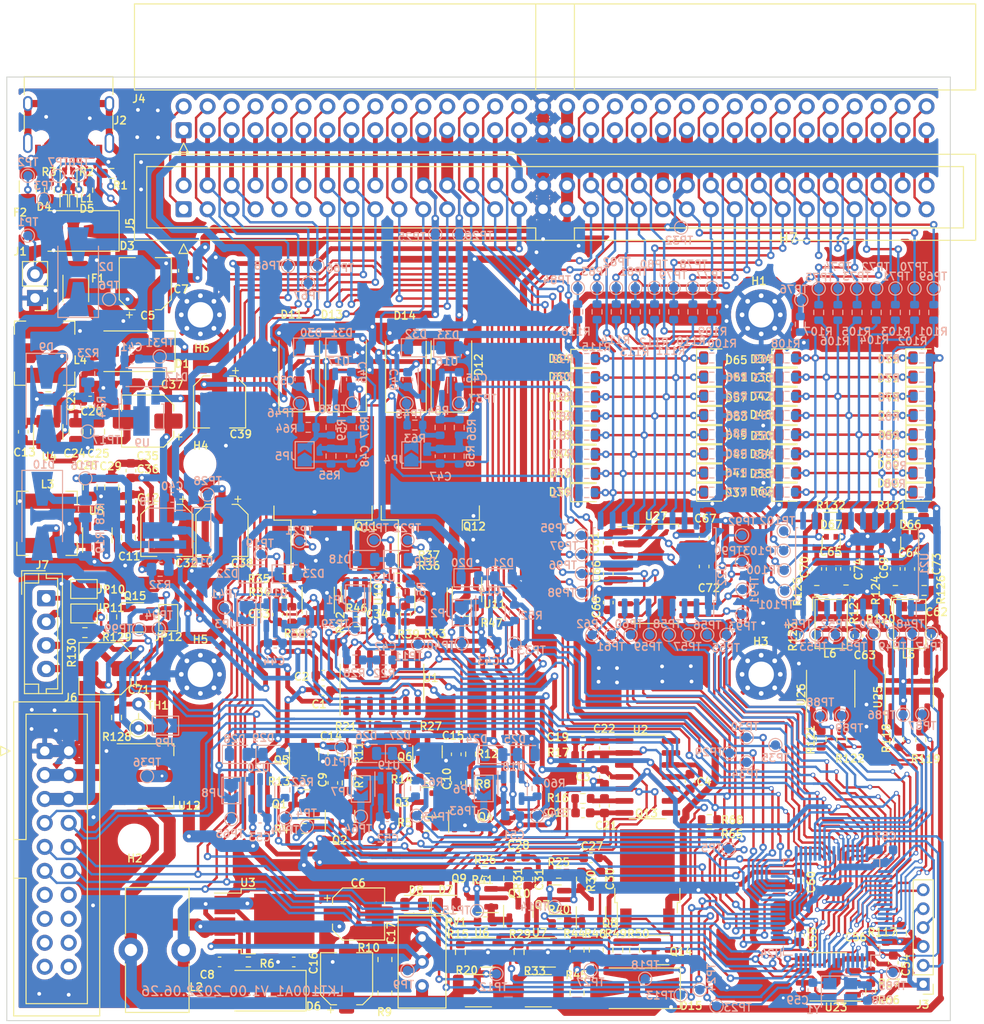
<source format=kicad_pcb>
(kicad_pcb (version 20211014) (generator pcbnew)
  (layers (0 "F.Cu" signal) (31 "B.Cu" signal) (34 "B.Paste" user) (35 "F.Paste" user) (36 "B.SilkS" user "B.Silkscreen") (37 "F.SilkS" user "F.Silkscreen") (38 "B.Mask" user) (39 "F.Mask" user) (44 "Edge.Cuts" user))
  (net 0 "")
  (net 1 "+3V3")
  (net 2 "Net-(C9-Pad2)")
  (net 3 "Net-(C10-Pad2)")
  (net 4 "Net-(C13-Pad1)")
  (net 5 "Net-(C18-Pad1)")
  (net 6 "GND")
  (net 7 "/CAN1_H")
  (net 8 "/CAN1_L")
  (net 9 "/CAN2_H")
  (net 10 "/CAN2_L")
  (net 11 "Net-(C27-Pad2)")
  (net 12 "+15V")
  (net 13 "Net-(C33-Pad2)")
  (net 14 "-15V")
  (net 15 "GNDA")
  (net 16 "/SMU1_VFB")
  (net 17 "Net-(C34-Pad1)")
  (net 18 "Net-(C34-Pad2)")
  (net 19 "/CAN2_RXD")
  (net 20 "/CAN1_TXD")
  (net 21 "Net-(D48-Pad2)")
  (net 22 "Net-(D7-Pad1)")
  (net 23 "/DIN3")
  (net 24 "Net-(D46-Pad2)")
  (net 25 "Net-(D50-Pad2)")
  (net 26 "/DOUT6")
  (net 27 "/DOUT4")
  (net 28 "/DOUT2")
  (net 29 "Net-(D30-Pad2)")
  (net 30 "Net-(D52-Pad2)")
  (net 31 "/DIN6")
  (net 32 "/AOUT0")
  (net 33 "Net-(D32-Pad2)")
  (net 34 "Net-(D34-Pad2)")
  (net 35 "Net-(D36-Pad2)")
  (net 36 "Net-(D38-Pad2)")
  (net 37 "/SMU1_FSW")
  (net 38 "Net-(D40-Pad2)")
  (net 39 "Net-(D42-Pad2)")
  (net 40 "/SMU1_VPWM")
  (net 41 "Net-(D44-Pad2)")
  (net 42 "Net-(Q10-Pad3)")
  (net 43 "Net-(Q11-Pad3)")
  (net 44 "Net-(Q12-Pad3)")
  (net 45 "Net-(Q14-Pad1)")
  (net 46 "Net-(C31-Pad2)")
  (net 47 "/SMU1_FIFB")
  (net 48 "Net-(C30-Pad2)")
  (net 49 "Net-(R6-Pad2)")
  (net 50 "Net-(C28-Pad2)")
  (net 51 "Net-(R15-Pad2)")
  (net 52 "Net-(Q12-Pad1)")
  (net 53 "Net-(Q11-Pad1)")
  (net 54 "Net-(Q10-Pad1)")
  (net 55 "Net-(R18-Pad1)")
  (net 56 "Net-(C16-Pad2)")
  (net 57 "Net-(C15-Pad2)")
  (net 58 "Net-(C14-Pad2)")
  (net 59 "Net-(C13-Pad2)")
  (net 60 "Net-(Q3-Pad2)")
  (net 61 "Net-(Q5-Pad1)")
  (net 62 "Net-(Q3-Pad1)")
  (net 63 "Net-(J2-PadB5)")
  (net 64 "Net-(J2-PadA5)")
  (net 65 "Net-(J2-PadS1)")
  (net 66 "Net-(R22-Pad2)")
  (net 67 "+12VA")
  (net 68 "Net-(R20-Pad2)")
  (net 69 "-12VA")
  (net 70 "+5V")
  (net 71 "Net-(R21-Pad1)")
  (net 72 "Net-(R21-Pad2)")
  (net 73 "Net-(C19-Pad2)")
  (net 74 "Net-(C19-Pad1)")
  (net 75 "/AIN0")
  (net 76 "Net-(R22-Pad1)")
  (net 77 "Net-(R46-Pad2)")
  (net 78 "Net-(R23-Pad1)")
  (net 79 "Net-(C28-Pad1)")
  (net 80 "/FAN_SPEED")
  (net 81 "Net-(D1-Pad2)")
  (net 82 "/DA_AOUT0")
  (net 83 "Net-(D15-Pad1)")
  (net 84 "Net-(D15-Pad2)")
  (net 85 "Net-(JP3-Pad1)")
  (net 86 "/CAN2_TXD")
  (net 87 "/CAN1_RXD")
  (net 88 "/DIN7")
  (net 89 "/DIN5")
  (net 90 "/DIN4")
  (net 91 "/DIN2")
  (net 92 "/DIN1")
  (net 93 "/DIN0")
  (net 94 "/DOUT7")
  (net 95 "/DOUT5")
  (net 96 "/DOUT3")
  (net 97 "/DOUT1")
  (net 98 "/DOUT0")
  (net 99 "/AD_AIN0")
  (net 100 "/SMU6_LFB")
  (net 101 "/SMU5_LFB")
  (net 102 "Net-(R29-Pad2)")
  (net 103 "/SMU1_IPWM")
  (net 104 "Net-(Q7-Pad1)")
  (net 105 "Net-(C33-Pad1)")
  (net 106 "Net-(Q7-Pad2)")
  (net 107 "/SMU1_IFB_FINE")
  (net 108 "Net-(R47-Pad2)")
  (net 109 "Net-(C18-Pad2)")
  (net 110 "/SMU1_IFB")
  (net 111 "Net-(Q6-Pad1)")
  (net 112 "Net-(Q1-Pad2)")
  (net 113 "/SMU6_LPWM")
  (net 114 "/SMU5_LPWM")
  (net 115 "Net-(Q1-Pad1)")
  (net 116 "Net-(D12-Pad1)")
  (net 117 "Net-(D11-Pad1)")
  (net 118 "Net-(D6-Pad2)")
  (net 119 "Net-(D10-Pad2)")
  (net 121 "Net-(C27-Pad1)")
  (net 122 "/SPIFLASH_CS")
  (net 123 "/SPI2_CS")
  (net 124 "/GP_DIN0")
  (net 125 "/GP_DIN1")
  (net 126 "/GP_DIN2")
  (net 127 "/GP_DIN3")
  (net 128 "/GP_DIN4")
  (net 129 "/GP_DIN5")
  (net 130 "/GP_DIN6")
  (net 131 "/GP_DIN7")
  (net 132 "/GP_DOUT0")
  (net 133 "/GP_DOUT1")
  (net 134 "/GP_DOUT2")
  (net 135 "/GP_DOUT3")
  (net 136 "/GP_DOUT4")
  (net 137 "/GP_DOUT5")
  (net 138 "/GP_DOUT6")
  (net 139 "/GP_DOUT7")
  (net 140 "/COM2_TX")
  (net 141 "/COM2_RX")
  (net 142 "/UART2_RX")
  (net 143 "/UART2_TX")
  (net 144 "/UART1_TX")
  (net 145 "/UART1_RX")
  (net 146 "/COM1_RX")
  (net 147 "/COM1_TX")
  (net 148 "/NRST")
  (net 149 "/USBDM")
  (net 150 "/SWDIO")
  (net 151 "/SWCLK")
  (net 152 "/TRACESWO")
  (net 153 "/FAN_CTRL")
  (net 154 "/USB_D-")
  (net 155 "/USB_D+")
  (net 156 "/USBDP")
  (net 157 "/VUSB")
  (net 158 "Net-(D3-Pad2)")
  (net 159 "/EXT_PWR")
  (net 162 "/AIN4")
  (net 163 "/AIN1")
  (net 164 "/AIN5")
  (net 165 "/AIN2")
  (net 166 "/AIN3")
  (net 167 "/SMU0")
  (net 168 "/SMU1")
  (net 169 "/AOUT1")
  (net 170 "/SMU5")
  (net 171 "/SMU7")
  (net 172 "/SMU6")
  (net 173 "/SMU8")
  (net 174 "/SMU2")
  (net 175 "/SMU4")
  (net 176 "/SMU3")
  (net 177 "/SMU9")
  (net 178 "Net-(R56-Pad2)")
  (net 179 "/AIN6")
  (net 180 "/AIN7")
  (net 181 "/AOUT2")
  (net 182 "Net-(J7-Pad2)")
  (net 183 "/LCD_SCK")
  (net 184 "/LCD_MOSI")
  (net 185 "/LCD_MISO")
  (net 186 "/AOUT3")
  (net 187 "/LCD_CS")
  (net 188 "/KEY_IN1")
  (net 189 "/LED_OUT1")
  (net 190 "/KEY_IN2")
  (net 191 "/LED_OUT2")
  (net 192 "/KEY_IN3")
  (net 193 "/LED_OUT3")
  (net 194 "/KEY_IN4")
  (net 195 "/LED_OUT4")
  (net 196 "/SMU5_LSW")
  (net 197 "/SMU6_LSW")
  (net 198 "Net-(C61-Pad1)")
  (net 199 "Net-(C64-Pad1)")
  (net 200 "Net-(D54-Pad2)")
  (net 201 "Net-(L5-Pad2)")
  (net 202 "Net-(L5-Pad3)")
  (net 203 "Net-(C62-Pad1)")
  (net 204 "Net-(C63-Pad1)")
  (net 205 "Net-(D56-Pad2)")
  (net 206 "Net-(R66-Pad2)")
  (net 208 "Net-(L6-Pad2)")
  (net 209 "/DA_AOUT1")
  (net 210 "/AD_AIN1")
  (net 211 "/I2C1_SCL")
  (net 212 "/I2C1_SDA")
  (net 213 "/TEMP")
  (net 214 "/AD_AIN5")
  (net 215 "Net-(C45-Pad1)")
  (net 216 "Net-(R117-Pad1)")
  (net 217 "/AD_AIN4")
  (net 218 "/AD_AIN3")
  (net 219 "/AD_AIN2")
  (net 220 "Net-(L6-Pad3)")
  (net 222 "/RESV1")
  (net 223 "/RESV2")
  (net 224 "/RESV61")
  (net 225 "/RESV62")
  (net 226 "/RESV63")
  (net 227 "/RESV64")
  (net 228 "Net-(C46-Pad1)")
  (net 229 "Net-(C65-Pad1)")
  (net 230 "Net-(D58-Pad2)")
  (net 231 "Net-(JP1-Pad1)")
  (net 232 "Net-(JP2-Pad1)")
  (net 233 "Net-(R57-Pad2)")
  (net 234 "Net-(R119-Pad2)")
  (net 235 "Net-(C66-Pad1)")
  (net 236 "Net-(D60-Pad2)")
  (net 237 "Net-(JP6-Pad1)")
  (net 238 "Net-(R120-Pad2)")
  (net 239 "Net-(C58-Pad2)")
  (net 240 "Net-(C67-Pad1)")
  (net 241 "Net-(D62-Pad2)")
  (net 242 "Net-(JP7-Pad1)")
  (net 243 "Net-(R121-Pad2)")
  (net 244 "Net-(C59-Pad2)")
  (net 245 "Net-(C61-Pad2)")
  (net 246 "Net-(C66-Pad2)")
  (net 247 "Net-(C68-Pad1)")
  (net 248 "Net-(C71-Pad1)")
  (net 249 "Net-(C71-Pad2)")
  (net 250 "Net-(D64-Pad2)")
  (net 251 "Net-(JP8-Pad1)")
  (net 252 "Net-(JP10-Pad2)")
  (net 253 "Net-(JP12-Pad2)")
  (net 254 "Net-(R123-Pad2)")
  (net 255 "Net-(R118-Pad2)")
  (net 256 "Net-(R122-Pad2)")
  (footprint "Diode_SMD:D_0805_2012Metric" (layer "F.Cu") (at 156.972 68.834)
    (fp_text reference "D43")
    (fp_text value "1N4148" hide)
  )
  (footprint "Resistor_SMD:R_0603_1608Metric" (layer "F.Cu") (at 68.2752 93.8784)
    (fp_text reference "R130")
    (fp_text value "10K" hide)
  )
  (footprint "Package_TO_SOT_SMD:TO-263-2" (layer "F.Cu") (at 93.513 79.0105 90)
    (fp_text reference "Q11")
    (fp_text value "IRF3205" hide)
  )
  (footprint "Package_TO_SOT_SMD:SOT-23" (layer "F.Cu") (at 110.401 121.983 180)
    (fp_text reference "Q9")
    (fp_text value "AO3401A" hide)
  )
  (footprint "Diode_SMD:D_0805_2012Metric" (layer "F.Cu") (at 156.972 64.77)
    (fp_text reference "D35")
    (fp_text value "1N4148" hide)
  )
  (footprint "Diode_SMD:D_0805_2012Metric" (layer "F.Cu") (at 121.4628 77.0128)
    (fp_text reference "D40")
    (fp_text value "1N4148" hide)
  )
  (footprint "Jumper:SolderJumper-2_P1.3mm_Open_TrianglePad1.0x1.5mm" (layer "F.Cu") (at 77.1144 92.3036 -90)
    (fp_text reference "JP12")
    (fp_text value "FAN_SPEED" hide)
  )
  (footprint "Capacitor_SMD:C_0603_1608Metric" (layer "F.Cu") (at 133.9088 86.868 90)
    (fp_text reference "C72")
    (fp_text value "104" hide)
  )
  (footprint "Connector_USB:USB_C_Receptacle_HRO_TYPE-C-31-M-12" (layer "F.Cu") (at 66.548 38.862 180)
    (fp_text reference "J2")
    (fp_text value "USBC" hide)
  )
  (footprint "MountingHole:MountingHole_2.2mm_M2" (layer "F.Cu") (at 142.8336 55.269409)
    (fp_text reference "H7")
    (fp_text value "MV")
  )
  (footprint "Capacitor_SMD:C_0603_1608Metric" (layer "F.Cu") (at 82.55 128.778)
    (fp_text reference "C8")
    (fp_text value "105" hide)
  )
  (footprint "Resistor_SMD:R_0603_1608Metric" (layer "F.Cu") (at 71.12 92.2158 -90)
    (fp_text reference "R129")
    (fp_text value "10K" hide)
  )
  (footprint "Resistor_SMD:R_0603_1608Metric" (layer "F.Cu") (at 89.449 88.1545)
    (fp_text reference "R35")
    (fp_text value "1K2" hide)
  )
  (footprint "Diode_SMD:D_0805_2012Metric" (layer "F.Cu") (at 142.7635 72.898)
    (fp_text reference "D50")
    (fp_text value "1N4148" hide)
  )
  (footprint "Jumper:SolderJumper-2_P1.3mm_Open_TrianglePad1.0x1.5mm" (layer "F.Cu") (at 68.1736 89.2556)
    (fp_text reference "JP10")
    (fp_text value "FAN_SPEED" hide)
  )
  (footprint "Capacitor_SMD:C_0603_1608Metric" (layer "F.Cu") (at 123.7488 90.691 -90)
    (fp_text reference "C68")
    (fp_text value "104" hide)
  )
  (footprint "Resistor_SMD:R_0603_1608Metric" (layer "F.Cu") (at 91.506 114.6325)
    (fp_text reference "R4")
    (fp_text value "200R" hide)
  )
  (footprint "Diode_SMD:D_SMA-SMB_Universal_Handsoldering" (layer "F.Cu") (at 67.056 51.308 180)
    (fp_text reference "D3")
    (fp_text value "SS34" hide)
  )
  (footprint "Capacitor_SMD:C_0603_1608Metric" (layer "F.Cu") (at 121.061607 105.332809 180)
    (fp_text reference "C19")
    (fp_text value "104" hide)
  )
  (footprint "Capacitor_SMD:C_0603_1608Metric" (layer "F.Cu") (at 107.635 106.7715 90)
    (fp_text reference "C15")
    (fp_text value "104" hide)
  )
  (footprint "Capacitor_SMD:C_0603_1608Metric" (layer "F.Cu") (at 148.8948 87.122 90)
    (fp_text reference "C74")
    (fp_text value "0.1uF/50V" hide)
  )
  (footprint "Diode_SMD:D_0805_2012Metric" (layer "F.Cu") (at 121.4628 79.0448)
    (fp_text reference "D36")
    (fp_text value "1N4148" hide)
  )
  (footprint "Potentiometer_THT:Potentiometer_Bourns_3296W_Vertical" (layer "F.Cu") (at 104.013 131.318 -90)
    (fp_text reference "RV1")
    (fp_text value "20K" hide)
  )
  (footprint "Package_TO_SOT_SMD:SOT-23" (layer "F.Cu") (at 118.11 122.174 180)
    (fp_text reference "Q7")
    (fp_text value "AO3401A" hide)
  )
  (footprint "Resistor_SMD:R_0805_2012Metric" (layer "F.Cu") (at 100.076 132.08 -90)
    (fp_text reference "R9")
    (fp_text value "22K %1" hide)
  )
  (footprint "Package_TO_SOT_SMD:SOT-23" (layer "F.Cu") (at 104.587 111.8385 180)
    (fp_text reference "Q3")
    (fp_text value "AO3401A" hide)
  )
  (footprint "Capacitor_SMD:C_0805_2012Metric" (layer "F.Cu") (at 69.6214 72.583 90)
    (fp_text reference "C25")
    (fp_text value "106" hide)
  )
  (footprint "Capacitor_SMD:C_0603_1608Metric" (layer "F.Cu") (at 121.0564 112.9792 180)
    (fp_text reference "C18")
    (fp_text value "104" hide)
  )
  (footprint "Inductor_SMD:L_CommonModeChoke_Coilcraft_0805USB" (layer "F.Cu") (at 66.548 45.793)
    (fp_text reference "L1")
    (fp_text value "USB")
  )
  (footprint "Capacitor_SMD:C_0603_1608Metric" (layer "F.Cu") (at 114.211 117.665 180)
    (fp_text reference "C28")
    (fp_text value "104" hide)
  )
  (footprint "Resistor_SMD:R_1812_4532Metric" (layer "F.Cu") (at 93.005 90.4405 90)
    (fp_text reference "R42")
    (fp_text value "R050" hide)
  )
  (footprint "Capacitor_SMD:C_0603_1608Metric" (layer "F.Cu") (at 107.635 109.8065 90)
    (fp_text reference "C10")
    (fp_text value "104" hide)
  )
  (footprint "Capacitor_SMD:C_0603_1608Metric" (layer "F.Cu") (at 94.554 109.8065 90)
    (fp_text reference "C9")
    (fp_text value "104" hide)
  )
  (footprint "Connector_PinHeader_2.54mm:PinHeader_1x02_P2.54mm_Vertical" (layer "F.Cu") (at 62.992 58.42 180)
    (fp_text reference "J1")
    (fp_text value "PWR" hide)
  )
  (footprint "Capacitor_SMD:CP_Elec_5x5.8" (layer "F.Cu") (at 97.282 123.698)
    (fp_text reference "C6")
    (fp_text value "47uF/50V" hide)
  )
  (footprint "Diode_SMD:D_SOD-923" (layer "F.Cu") (at 67.056 48.26 -90)
    (fp_text reference "D5")
    (fp_text value "ESD9B5.0ST5G" hide)
  )
  (footprint "Package_SO:SOIC-8_3.9x4.9mm_P1.27mm" (layer "F.Cu") (at 155.6512 99.8728 90)
    (fp_text reference "U25")
    (fp_text value "TJA1042T" hide)
  )
  (footprint "Capacitor_SMD:CP_Elec_5x5.8" (layer "F.Cu") (at 82.55 69.428 -90)
    (fp_text reference "C39")
    (fp_text value "47uF/50V" hide)
  )
  (footprint "Resistor_SMD:R_0603_1608Metric" (layer "F.Cu") (at 101.497 88.101)
    (fp_text reference "R37")
    (fp_text value "1K2" hide)
  )
  (footprint "Capacitor_SMD:C_0603_1608Metric" (layer "F.Cu") (at 78.7146 55.512 -90)
    (fp_text reference "C7")
    (fp_text value "104" hide)
  )
  (footprint "Diode_SMD:D_0805_2012Metric" (layer "F.Cu") (at 156.972 66.802)
    (fp_text reference "D39")
    (fp_text value "1N4148" hide)
  )
  (footprint "Capacitor_SMD:C_0603_1608Metric" (layer "F.Cu") (at 157.226 87.122 90)
    (fp_text reference "C73")
    (fp_text value "0.1uF/50V" hide)
  )
  (footprint "Capacitor_SMD:C_0603_1608Metric" (layer "F.Cu") (at 93.535 100.039)
    (fp_text reference "C1")
    (fp_text value "104" hide)
  )
  (footprint "Resistor_SMD:R_0603_1608Metric" (layer "F.Cu") (at 98.488 103.722 180)
    (fp_text reference "R21")
    (fp_text value "15K" hide)
  )
  (footprint "Capacitor_SMD:C_0603_1608Metric" (layer "F.Cu") (at 88.709 91.9645 -90)
    (fp_text reference "C33")
    (fp_text value "105" hide)
  )
  (footprint "Inductor_THT:L_Toroid_Vertical_L13.0mm_W6.5mm_P5.60mm" (layer "F.Cu") (at 73.146006 127.508 90)
    (fp_text reference "L2")
    (fp_text value "33uH" hide)
  )
  (footprint "Package_SO:SOP-8_3.9x4.9mm_P1.27mm" (layer "F.Cu") (at 147.066 130.3528 180)
    (fp_text reference "U23")
    (fp_text value "25LCxxx" hide)
  )
  (footprint "Capacitor_SMD:C_0603_1608Metric" (layer "F.Cu") (at 115.227 119.951 90)
    (fp_text reference "C31")
    (fp_text value "104" hide)
  )
  (footprint "Resistor_SMD:R_0603_1608Metric" (layer "F.Cu") (at 102.298 103.722)
    (fp_text reference "R27")
    (fp_text value "2.2K" hide)
  )
  (footprint "Resistor_THT:R_Axial_DIN0204_L3.6mm_D1.6mm_P2.54mm_Vertical" (layer "F.Cu") (at 73.9648 103.9884 90)
    (fp_text reference "TH1")
    (fp_text value "Thermistor_NTC" hide)
  )
  (footprint "Resistor_SMD:R_0603_1608Metric" (layer "F.Cu") (at 151.5628 128.8537 90)
    (fp_text reference "R67")
    (fp_text value "10K" hide)
  )
  (footprint "Resistor_SMD:R_0603_1608Metric" (layer "F.Cu") (at 118.491 119.38 180)
    (fp_text reference "R25")
    (fp_text value "10K" hide)
  )
  (footprint "Capacitor_SMD:CP_Elec_5x5.8" (layer "F.Cu") (at 70.4088 97.6884 180)
    (fp_text reference "C71")
    (fp_text value "47uF" hide)
  )
  (footprint "Diode_SMD:D_0805_2012Metric" (layer "F.Cu") (at 134.7955 68.834)
    (fp_text reference "D57")
    (fp_text value "1N4148" hide)
  )
  (footprint "Diode_SMD:D_0805_2012Metric" (layer "F.Cu") (at 103.124 122.682 180)
    (fp_text reference "D8")
    (fp_text value "1N4148")
  )
  (footprint "Resistor_SMD:R_0603_1608Metric" (layer "F.Cu") (at 114.3 127.762 -90)
    (fp_text reference "R29")
    (fp_text value "1K" hide)
  )
  (footprint "Diode_SMD:D_0805_2012Metric" (layer "F.Cu") (at 142.7635 68.834)
    (fp_text reference "D42")
    (fp_text value "1N4148" hide)
  )
  (footprint "Package_TO_SOT_SMD:SOT-23" (layer "F.Cu") (at 91.506 112.0925 180)
    (fp_text reference "Q1")
    (fp_text value "AO3401A" hide)
  )
  (footprint "Resistor_SMD:R_0603_1608Metric" (layer "F.Cu") (at 121.0564 106.8832 180)
    (fp_text reference "R17")
    (fp_text value "3K" hide)
  )
  (footprint "Resistor_SMD:R_0603_1608Metric" (layer "F.Cu") (at 126.54 127.506 90)
    (fp_text reference "R50")
    (fp_text value "10K" hide)
  )
  (footprint "Capacitor_SMD:C_0805_2012Metric" (layer "F.Cu") (at 67.3354 72.583 90)
    (fp_text reference "C24")
    (fp_text value "106" hide)
  )
  (footprint "Package_TO_SOT_SMD:TO-263-2" (layer "F.Cu") (at 104.886 78.993009 90)
    (fp_text reference "Q12")
    (fp_text value "IRF3205")
  )
  (footprint "Resistor_SMD:R_0603_1608Metric" (layer "F.Cu") (at 152.908 94.234 -90)
    (fp_text reference "R120")
    (fp_text value "1K" hide)
  )
  (footprint "Diode_SMD:D_SMA-SMB_Universal_Handsoldering" (layer "F.Cu") (at 126.54 131.57 180)
    (fp_text reference "D15")
    (fp_text value "D_Z10V" hide)
  )
  (footprint "Resistor_SMD:R_0603_1608Metric" (layer "F.Cu") (at 118.618 124.714)
    (fp_text reference "R40")
    (fp_text value "200R" hide)
  )
  (footprint "Resistor_SMD:R_0603_1608Metric" (layer "F.Cu") (at 110.655 119.189 180)
    (fp_text reference "R26")
    (fp_text value "10K" hide)
  )
  (footprint "Resistor_SMD:R_1812_4532Metric" (layer "F.Cu") (at 116.332 131.826)
    (fp_text reference "R33")
    (fp_text value "R500" hide)
  )
  (footprint "Capacitor_SMD:CP_Elec_5x5.8" (layer "F.Cu") (at 96.012 130.556 90)
    (fp_text reference "C17")
    (fp_text value "220uF/100V" hide)
  )
  (footprint "Resistor_SMD:R_0603_1608Metric" (layer "F.Cu") (at 104.587 109.2985)
    (fp_text reference "R14")
    (fp_text value "1K" hide)
  )
  (footprint "Package_TO_SOT_SMD:SOT-23-6" (layer "F.Cu") (at 69.596 83.566 90)
    (fp_text reference "U5")
    (fp_text value "MT3608" hide)
  )
  (footprint "Resistor_SMD:R_0603_1608Metric" (layer "F.Cu") (at 148.4884 105.156 90)
    (fp_text reference "R122")
    (fp_text value "1K" hide)
  )
  (footprint "Capacitor_SMD:C_0603_1608Metric" (layer "F.Cu") (at 94.554 106.7585 90)
    (fp_text reference "C14")
    (fp_text value "104" hide)
  )
  (footprint "Diode_SMD:D_0805_2012Metric" (layer "F.Cu") (at 156.9875 70.866)
    (fp_text reference "D47")
    (fp_text value "1N4148" hide)
  )
  (footprint "Capacitor_SMD:CP_Elec_5x5.8" (layer "F.Cu") (at 74.93 71.46 180)
    (fp_text reference "C35")
    (fp_text value "47uF/50V" hide)
  )
  (footprint "Package_TO_SOT_SMD:SOT-23-5" (layer "F.Cu") (at 117.348 127.762)
    (fp_text reference "U7")
    (fp_text value "INA180A" hide)
  )
  (footprint "Diode_SMD:D_0805_2012Metric" (layer "F.Cu") (at 106.68 122.682)
    (fp_text reference "D7")
    (fp_text value "1N4148")
  )
  (footprint "Connector_IDC:IDC-Header_2x32_P2.54mm_Vertical" (layer "F.Cu") (at 78.74 49.0125 90)
    (fp_text reference "J5")
    (fp_text value "IDOCK" hide)
  )
  (footprint "Fuse:Fuse_2010_5025Metric" (layer "F.Cu") (at 67.31 57.404 -90)
    (fp_text reference "F1")
    (fp_text value "Fpwr")
  )
  (footprint "Resistor_SMD:R_0603_1608Metric" (layer "F.Cu") (at 91.506 109.5525)
    (fp_text reference "R13")
    (fp_text value "1K" hide)
  )
  (footprint "Package_TO_SOT_SMD:SOT-416" (layer "F.Cu") (at 147.3708 84.3788 -90)
    (fp_text reference "D67")
    (fp_text value "RCLAMP0502B" hide)
  )
  (footprint "Inductor_SMD:L_Bourns-SRN6028" (layer "F.Cu") (at 64.262 82.296 -90)
    (fp_text reference "L3")
    (fp_text value "10uH" hide)
  )
  (footprint "Package_TO_SOT_SMD:SOT-23" (layer "F.Cu") (at 121.92 123.571 90)
    (fp_text reference "Q8")
    (fp_text value "AO3400A" hide)
  )
  (footprint "Diode_SMD:D_SOD-923" (layer "F.Cu") (at 66.04 48.26 -90)
    (fp_text reference "D4")
    (fp_text value "ESD9B5.0ST5G" hide)
  )
  (footprint "Resistor_SMD:R_0603_1608Metric" (layer "F.Cu") (at 108.077 127.762 90)
    (fp_text reference "R15")
    (fp_text value "1K" hide)
  )
  (footprint "Connector_IDC:IDC-Header_2x32_P2.54mm_Horizontal" (layer "F.Cu") (at 78.74 40.64 90)
    (fp_text reference "J4")
    (fp_text value "XDOCK" hide)
  )
  (footprint "Capacitor_SMD:C_0603_1608Metric" (layer "F.Cu") (at 61.7474 72.596 -90)
    (fp_text reference "C13")
    (fp_text value "104" hide)
  )
  (footprint "Diode_SMD:D_0805_2012Metric" (layer "F.Cu") (at 142.7635 76.962)
    (fp_text reference "D58")
    (fp_text value "1N4148" hide)
  )
  (footprint "Capacitor_SMD:C_0603_1608Metric" (layer "F.Cu") (at 73.152 76.708 90)
    (fp_text reference "C36")
    (fp_text value "105" hide)
  )
  (footprint "MountingHole:MountingHole_2.7mm_M2.5_Pad_Via" (layer "F.Cu") (at 139.954 98.298)
    (fp_text reference "H3")
    (fp_text value "MH" hide)
  )
  (footprint "Package_TO_SOT_SMD:SOT-23" (layer "F.Cu") (at 91.506 106.7585 90)
    (fp_text reference "Q5")
    (fp_text value "AO3400A" hide)
  )
  (footprint "Package_TO_SOT_SMD:SOT-23" (layer "F.Cu") (at 108.397 113.3625 90)
    (fp_text reference "Q4")
    (fp_text value "AO3400A" hide)
  )
  (footprint "Capacitor_SMD:C_0603_1608Metric" (layer "F.Cu") (at 145.8468 87.122 90)
    (fp_text reference "C70")
    (fp_text value "0.1uF/50V" hide)
  )
  (footprint "Resistor_SMD:R_0603_1608Metric" (layer "F.Cu") (at 110.718 124.523)
    (fp_text reference "R41")
    (fp_text value "200R" hide)
  )
  (footprint "Resistor_SMD:R_1812_4532Metric" (layer "F.Cu") (at 104.965 90.514 90)
    (fp_text reference "R43")
    (fp_text value "R050" hide)
  )
  (footprint "Capacitor_SMD:C_0805_2012Metric" (layer "F.Cu") (at 71.12 78.486 90)
    (fp_text reference "C29")
    (fp_text value "106" hide)
  )
  (footprint "Resistor_SMD:R_0603_1608Metric" (layer "F.Cu") (at 157.226 89.408 180)
    (fp_text reference "R126")
    (fp_text value "3K" hide)
  )
  (footprint "Capacitor_SMD:CP_Elec_5x5.8" (layer "F.Cu") (at 74.676 56.896 90)
    (fp_text reference "C5")
    (fp_text value "47uF/16V" hide)
  )
  (footprint "Diode_SMD:D_0805_2012Metric" (layer "F.Cu") (at 134.7955 76.962)
    (fp_text reference "D41")
    (fp_text value "1N4148" hide)
  )
  (footprint "Capacitor_SMD:C_0603_1608Metric" (layer "F.Cu") (at 144.018 125.8824 90)
    (fp_text reference "C55")
    (fp_text value "104" hide)
  )
  (footprint "Inductor_SMD:L_CommonModeChoke_Coilcraft_1812CAN" (layer "F.Cu") (at 155.702 92.964)
    (fp_text reference "L5")
    (fp_text value "CAN1")
  )
  (footprint "Diode_SMD:D_0805_2012Metric" (layer "F.Cu") (at 121.4628 70.9168)
    (fp_text reference "D52")
    (fp_text value "1N4148" hide)
  )
  (footprint "Diode_SMD:D_SMA-SMB_Universal_Handsoldering" (layer "F.Cu") (at 90.995 65.622 90)
    (fp_text reference "D11")
    (fp_text value "SS34" hide)
  )
  (footprint "Package_SO:SO-14_3.9x8.65mm_P1.27mm" (layer "F.Cu") (at 99.759 99.174 90)
    (fp_text reference "U1")
    (fp_text value "LM324" hide)
  )
  (footprint "Resistor_SMD:R_0805_2012Metric" (layer "F.Cu") (at 120.444 127.508 -90)
    (fp_text reference "R44")
    (fp_text value "22K %1" hide)
  )
  (footprint "Capacitor_SMD:C_0603_1608Metric" (layer "F.Cu") (at 132.4196 109.650809 90)
    (fp_text reference "C4")
    (fp_text value "104" hide)
  )
  (footprint "Resistor_SMD:R_1206_3216Metric" (layer "F.Cu") (at 147.32 82.042)
    (fp_text reference "R132")
    (fp_text value "120" hide)
  )
  (footprint "Diode_SMD:D_SMA-SMB_Universal_Handsoldering" (layer "F.Cu") (at 86.868 131.826 180)
    (fp_text reference "D6")
    (fp_text value "1N5822" hide)
  )
  (footprint "Resistor_SMD:R_0603_1608Metric" (layer "F.Cu") (at 104.587 114.3785)
    (fp_text reference "R5")
    (fp_text value "200R" hide)
  )
  (footprint "Diode_SMD:D_0805_2012Metric" (layer "F.Cu") (at 142.7635 66.802)
    (fp_text reference "D38")
    (fp_text value "1N4148" hide)
  )
  (footprint "Diode_SMD:D_0805_2012Metric" (layer "F.Cu") (at 121.4628 66.8528)
    (fp_text reference "D60")
    (fp_text value "1N4148" hide)
  )
  (footprint "Diode_SMD:D_0805_2012Metric" (layer "F.Cu") (at 134.7955 64.77)
    (fp_text reference "D65")
    (fp_text value "1N4148" hide)
  )
  (footprint "Resistor_SMD:R_0805_2012Metric" (layer "F.Cu") (at 122.476 127.506 90)
    (fp_text reference "R48")
    (fp_text value "10K" hide)
  )
  (footprint "Capacitor_SMD:C_0603_1608Metric" (layer "F.Cu") (at 133.9088 83.833 -90)
    (fp_text reference "C67")
    (fp_text value "104" hide)
  )
  (footprint "Resistor_SMD:R_0603_1608Metric" (layer "F.Cu") (at 101.497 89.625)
    (fp_text reference "R36")
    (fp_text value "200R" hide)
  )
  (footprint "Capacitor_SMD:C_0805_2012Metric" (layer "F.Cu") (at 72.898 83.82 90)
    (fp_text reference "C11")
    (fp_text value "106" hide)
  )
  (footprint "Resistor_SMD:R_0603_1608Metric" (layer "F.Cu") (at 113.195 119.888 90)
    (fp_text reference "R31")
    (fp_text value "10K" hide)
  )
  (footprint "Resistor_SMD:R_0603_1608Metric" (layer "F.Cu") (at 71.12 45.212 180)
    (fp_text reference "R1")
    (fp_text value "1M" hide)
  )
  (footprint "Resistor_SMD:R_1812_4532Metric" (layer "F.Cu") (at 109.982 131.826)
    (fp_text reference "R20")
    (fp_text value "R010" hide)
  )
  (footprint "Diode_SMD:D_0805_2012Metric" (layer "F.Cu") (at 121.4628 64.8208)
    (fp_text reference "D64")
    (fp_text value "1N4148" hide)
  )
  (footprint "Resistor_SMD:R_0603_1608Metric" (layer "F.Cu") (at 154.178 89.408)
    (fp_text reference "R124")
    (fp_text value "3K" hide)
  )
  (footprint "Capacitor_SMD:C_0603_1608Metric" (layer "F.Cu") (at 154.178 87.122 90)
    (fp_text reference "C69")
    (fp_text value "0.1uF/50V" hide)
  )
  (footprint "Diode_SMD:D_SMA-SMB_Universal_Handsoldering" (layer "F.Cu") (at 107.1212 65.658009 90)
    (fp_text reference "D12")
    (fp_text value "SS34" hide)
  )
  (footprint "Resistor_SMD:R_0603_1608Metric" (layer "F.Cu") (at 121.0564 111.4552 180)
    (fp_text reference "R16")
    (fp_text value "3K" hide)
  )
  (footprint "Capacitor_SMD:C_0603_1608Metric" (layer "F.Cu") (at 121.92 117.729 180)
    (fp_text reference "C27")
    (fp_text value "104" hide)
  )
  (footprint "Capacitor_SMD:C_0603_1608Metric" (layer "F.Cu") (at 150.2156 94.234 90)
    (fp_text reference "C63")
    (fp_text value "0.1uF/50V" hide)
  )
  (footprint "Diode_SMD:D_0805_2012Metric" (layer "F.Cu") (at 142.7635 70.866)
    (fp_text reference "D46")
    (fp_text value "1N4148" hide)
  )
  (footprint "Resistor_SMD:R_0603_1608Metric" (layer "F.Cu") (at 108.775 92.673)
    (fp_text reference "R47")
    (fp_text value "1K" hide)
  )
  (footprint "Resistor_SMD:R_0603_1608Metric" (layer "F.Cu") (at 148.9456 89.3572 180)
    (fp_text reference "R127")
    (fp_text value "3K" hide)
  )
  (footprint "Diode_SMD:D_0805_2012Metric" (layer "F.Cu") (at 156.9875 72.898)
    (fp_text reference "D51")
    (fp_text value "1N4148" hide)
  )
  (footprint "Resistor_SMD:R_0603_1608Metric" (layer "F.Cu") (at 89.449 89.6785)
    (fp_text reference "R34")
    (fp_text value "200R" hide)
  )
  (footprint "Package_TO_SOT_SMD:SOT-223-3_TabPin2" (layer "F.Cu") (at 75.7936 109.0676)
    (fp_text reference "U12")
    (fp_text value "LM1117-3.3" hide)
  )
  (footprint "Package_SO:SOIC-8_3.9x4.9mm_P1.27mm" (layer "F.Cu") (at 147.32 99.822 90)
    (fp_text reference "U26")
    (fp_text value "TJA1042T" hide)
  )
  (footprint "Resistor_SMD:R_0603_1608Metric" (layer "F.Cu") (at 151.5628 131.8509 90)
    (fp_text reference "R66")
    (fp_text value "10K" hide)
  )
  (footprint "Resistor_SMD:R_0603_1608Metric" (layer "F.Cu") (at 154.5336 105.2068 90)
    (fp_text reference "R118")
    (fp_text value "1K" hide)
  )
  (footprint "Diode_SMD:D_SMA-SMB_Universal_Handsoldering" (layer "F.Cu") (at 95.948 65.622 90)
    (fp_text reference "D13")
    (fp_text value "SS34" hide)
  )
  (footprint "Package_TO_SOT_SMD:SOT-23" (layer "F.Cu") (at 95.316 113.3625 90)
    (fp_text reference "Q2")
    (fp_text value "AO3400A" hide)
  )
  (footprint "Capacitor_SMD:C_0603_1608Metric" (layer "F.Cu") (at 152.4 126.5936 180)
    (fp_text reference "C56")
    (fp_text value "104" hide)
  )
  (footprint "Resistor_SMD:R_0603_1608Metric" (layer "F.Cu") (at 71.628 102.87 90)
    (fp_text reference "R128")
    (fp_text value "1M" hide)
  )
  (footprint "Capacitor_SMD:C_0805_2012Metric" (layer "F.Cu") (at 68.834 78.486 90)
    (fp_text reference "C26")
    (fp_text value "106" hide)
  )
  (footprint "Resistor_SMD:R_0603_1608Metric" (layer "F.Cu") (at 68.58 46.99 -90)
    (fp_text reference "R2")
    (fp_text value locked "5.1K" hide)
  )
  (footprint "Package_TO_SOT_SMD:SOT-23" (layer "F.Cu") (at 104.587 106.5045 90)
    (fp_text reference "Q6")
    (fp_text value "AO3400A" hide)
  )
  (footprint "Capacitor_SMD:C_0603_1608Metric" (layer "F.Cu") (at 123.3424 112.2172 90)
    (fp_text reference "C21")
    (fp_text value "104" hide)
  )
  (footprint "Capacitor_SMD:C_0603_1608Metric" (layer "F.Cu") (at 122.936 120.015 90)
    (fp_text reference "C30")
    (fp_text value "104" hide)
  )
  (footprint "MountingHole:MountingHole_2.5mm" (layer "F.Cu") (at 73.5076 115.8748)
    (fp_text reference "H2")
    (fp_text value "MV")
  )
  (footprint "Capacitor_SMD:C_0603_1608Metric" (layer "F.Cu") (at 123.3424 106.1212 -90)
    (fp_text reference "C22")
    (fp_text value "104" hide)
  )
  (footprint "Resistor_SMD:R_0603_1608Metric" (layer "F.Cu") (at 96.078 109.8065 90)
    (fp_text reference "R7")
    (fp_text value "10K" hide)
  )
  (footprint "Resistor_SMD:R_0603_1608Metric" (layer "F.Cu") (at 109.159 109.8065 90)
    (fp_text reference "R8")
    (fp_text value "10K" hide)
  )
  (footprint "Resistor_SMD:R_0603_1608Metric" (layer "F.Cu") (at 64.516 46.99 -90)
    (fp_text reference "R3")
    (fp_text value "5.1K" hide)
  )
  (footprint "Resistor_SMD:R_0603_1608Metric" (layer "F.Cu") (at 124.762 127.506 90)
    (fp_text reference "R49")
    (fp_text value "1K" hide)
  )
  (footprint "Capacitor_SMD:C_0603_1608Metric" (layer "F.Cu") (at 68.834 69.342 180)
    (fp_text reference "C20")
    (fp_text value "104" hide)
  )
  (footprint "Capacitor_SMD:C_0603_1608Metric" (layer "F.Cu") (at 73.152 80.01 -90)
    (fp_text reference "C12")
    (fp_text value "104" hide)
  )
  (footprint "Resistor_SMD:R_0603_1608Metric" (layer "F.Cu") (at 96.078 106.7585 90)
    (fp_text reference "R11")
    (fp_text value "10K" hide)
  )
  (footprint "Capacitor_SMD:C_0603_1608Metric" (layer "F.Cu") (at 158.496 94.234 90)
    (fp_text reference "C62")
    (fp_text value "0.1uF/50V" hide)
  )
  (footprint "Resistor_SMD:R_0603_1608Metric" (layer "F.Cu") (at 102.259 91.911 -90)
    (fp_text reference "R39")
    (fp_text value "10K" hide)
  )
  (footprint "Package_TO_SOT_SMD:TO-252-5_TabPin6" (layer "F.Cu") (at 87.308 124.46)
    (fp_text reference "U3")
    (fp_text value "XL6008" hide)
  )
  (footprint "Resistor_SMD:R_0603_1608Metric" (layer "F.Cu") (at 134.4676 113.689409 180)
    (fp_text reference "R68")
    (fp_text value "4K7")
  )
  (footprint "Capacitor_SMD:C_0603_1608Metric" (layer "F.Cu") (at 90.411 128.778)
    (fp_text reference "C16")
    (fp_text value "105" hide)
  )
  (footprint "Diode_SMD:D_0805_2012Metric" (layer "F.Cu") (at 134.7955 72.898)
    (fp_text reference "D49")
    (fp_text value "1N4148" hide)
  )
  (footprint "Package_TO_SOT_SMD:TO-252-2" (layer "F.Cu") (at 127.889 120.015 90)
    (fp_text reference "Q13")
    (fp_text value "SM1A16P" hide)
  )
  (footprint "Resistor_SMD:R_0603_1608Metric" (layer "F.Cu") (at 90.211 91.9645 -90)
    (fp_text reference "R38")
    (fp_text value "10K" hide)
  )
  (footprint "Package_TO_SOT_SMD:SOT-23" (layer "F.Cu") (at 73.8632 92.2666)
    (fp_text reference "Q15")
    (fp_text value "AO3400A" hide)
  )
  (footprint "Resistor_SMD:R_0603_1608Metric" (layer "F.Cu") (at 156.8704 105.2068 90)
    (fp_text reference "R119")
    (fp_text value "1K" hide)
  )
  (footprint "Fuse:Fuse_1206_3216Metric" (layer "F.Cu") (at 62.23 46.606 -90)
    (fp_text reference "F2")
    (fp_text value "Fusb" hide)
  )
  (footprint "Capacitor_SMD:C_0603_1608Metric" (layer "F.Cu") (at 147.3708 87.135 90)
    (fp_text reference "C65")
    (fp_text value "0.1uF/50V" hide)
  )
  (footprint "Diode_SMD:D_0805_2012Metric" (layer "F.Cu") (at 156.972 74.93)
    (fp_text reference "D55")
    (fp_text value "1N4148" hide)
  )
  (footprint "Capacitor_SMD:C_0603_1608Metric" (layer "F.Cu") (at 74.803 67.564)
    (fp_text reference "C37")
    (fp_text value "105" hide)
  )
  (footprint "Diode_SMD:D_SMA-SMB_Universal_Handsoldering" (layer "F.Cu") (at 102.298 65.683409 90)
    (fp_text reference "D14")
    (fp_text value "SS34" hide)
  )
  (footprint "Diode_SMD:D_0805_2012Metric" (layer "F.Cu") (at 134.7955 70.866)
    (fp_text reference "D53")
    (fp_text value "1N4148" hide)
  )
  (footprint "Capacitor_SMD:C_0603_1608Metric" (layer "F.Cu") (at 123.748798 84.341 90)
    (fp_text reference "C61")
    (fp_text value "104" hide)
  )
  (footprint "Diode_SMD:D_0805_2012Metric" (layer "F.Cu") (at 134.7955 74.93)
    (fp_text reference "D45")
    (fp_text value "1N4148" hide)
  )
  (footprint "Inductor_SMD:L_Bourns-SRN6028" (layer "F.Cu") (at 64.008 64.262 90)
    (fp_text reference "L4")
    (fp_text value "22uH" hide)
  )
  (footprint "Package_TO_SOT_SMD:SOT-23-5" (layer "F.Cu") (at 110.998 127.762)
    (fp_text reference "U6")
    (fp_text value "INA180A" hide)
  )
  (footprint "Capacitor_SMD:C_0603_1608Metric" (layer "F.Cu") (at 143.9164 120.141009 90)
    (fp_text reference "C60")
    (fp_text value "104" hide)
  )
  (footprint "MountingHole:MountingHole_2.7mm_M2.5_Pad_Via" (layer "F.Cu") (at 80.518 60.198)
    (fp_text reference "H6")
    (fp_text value "MH" hide)
  )
  (footprint "Capacitor_SMD:C_0603_1608Metric" (layer "F.Cu") (at 153.9588 128.853209 90)
    (fp_text reference "C54")
    (fp_text value "104" hide)
  )
  (footprint "Capacitor_SMD:C_0603_1608Metric" (layer "F.Cu") (at 123.748798 87.643 -90)
    (fp_text reference "C66")
    (fp_text value "104" hide)
  )
  (footprint "Package_TO_SOT_SMD:SOT-23-5" (layer "F.Cu") (at 108.775 89.8 -90)
    (fp_text reference "U11")
    (fp_text value "INA180A" hide)
  )
  (footprint "Diode_SMD:D_0805_2012Metric" (layer "F.Cu") (at 142.7635 78.994)
    (fp_text reference "D62")
    (fp_text value "1N4148" hide)
  )
  (footprint "Diode_SMD:D_0805_2012Metric" (layer "F.Cu") (at 156.972 76.962)
    (fp_text reference "D59")
    (fp_text value "1N4148" hide)
  )
  (footprint "Resistor_SMD:R_0603_1608Metric" (layer "F.Cu") (at 109.159 106.7585 90)
    (fp_text reference "R12")
    (fp_text value "10K" hide)
  )
  (footprint "Resistor_SMD:R_0603_1608Metric" (layer "F.Cu") (at 145.8468 89.408)
    (fp_text reference "R125")
    (fp_text value "3K" hide)
  )
  (footprint "Diode_SMD:D_0805_2012Metric" (layer "F.Cu") (at 121.4628 68.8848)
    (fp_text reference "D56")
    (fp_text value "1N4148" hide)
  )
  (footprint "Capacitor_SMD:C_0805_2012Metric" (layer "F.Cu") (at 64.389 69.088)
    (fp_text reference "C23")
    (fp_text value "106" hide)
  )
  (footprint "Resistor_SMD:R_0603_1608Metric" (layer "F.Cu") (at 146.304 105.156 90)
    (fp_text reference "R121")
    (fp_text value "1K" hide)
  )
  (footprint "Jumper:SolderJumper-2_P1.3mm_Open_TrianglePad1.0x1.5mm" (layer "F.Cu") (at 68.1874 91.8464)
    (fp_text reference "JP11")
    (fp_text value "FAN_SPEED" hide)
  )
  (footprint "Capacitor_SMD:CP_Elec_5x5.8" (layer "F.Cu") (at 76.962 83.045 -90)
    (fp_text reference "C32")
    (fp_text value "47uF/50V" hide)
  )
  (footprint "Capacitor_SMD:C_0603_1608Metric" (layer "F.Cu") (at 123.3424 109.1692 90)
    (fp_text reference "C3")
    (fp_text value "104" hide)
  )
  (footprint "Resistor_SMD:R_0603_1608Metric" (layer "F.Cu") (at 154.8224 125.754409 -90)
    (fp_text reference "R117")
    (fp_text value "10K" hide)
  )
  (footprint "Resistor_SMD:R_1206_3216Metric" (layer "F.Cu") (at 155.702 82.042)
    (fp_text reference "R131")
    (fp_text value "120" hide)
  )
  (footprint "Capacitor_SMD:C_0603_1608Metric" (layer "F.Cu") (at 100.735 91.911 -90)
    (fp_text reference "C34")
    (fp_text value "105" hide)
  )
  (footprint "Diode_SMD:D_0805_2012Metric" (layer "F.Cu") (at 134.7955 78.994)
    (fp_text reference "D37")
    (fp_text value "1N4148" hide)
  )
  (footprint "Package_TO_SOT_SMD:SOT-23" (layer "F.Cu") (at 114.211 123.4285 90)
    (fp_text reference "Q10")
    (fp_text value "AO3400A" hide)
  )
  (footprint "Diode_SMD:D_0805_2012Metric" (layer "F.Cu") (at 156.972 78.994)
    (fp_text reference "D63")
    (fp_text value "1N4148" hide)
  )
  (footprint "Package_TO_SOT_SMD:SOT-416" (layer "F.Cu") (at 155.702 84.3788 -90)
    (fp_text reference "D66")
    (fp_text value "RCLAMP0502B" hide)
  )
  (footprint "Resistor_SMD:R_0603_1608Metric" (layer "F.Cu") (at 97.069 92.7265)
    (fp_text reference "R46")
    (fp_text value "1K" hide)
  )
  (footprint "Diode_SMD:D_0805_2012Metric" (layer "F.Cu") (at 121.4628 74.9808)
    (fp_text reference "D44")
    (fp_text value "1N4148" hide)
  )
  (footprint "Resistor_SMD:R_0805_2012Metric" (layer "F.Cu") (at 120.444 132.08 -90)
    (fp_text reference "R45")
    (fp_text value "1K %1" hide)
  )
  (footprint "Capacitor_SMD:C_0603_1608Metric" (layer "F.Cu") (at 93.535 98.388)
    (fp_text reference "C2")
    (fp_text value "104" hide)
  )
  (footprint "Resistor_SMD:R_0603_1608Metric" (layer "F.Cu") (at 85.598 128.778)
    (fp_text reference "R6")
    (fp_text value "1K")
  )
  (footprint "Package_TO_SOT_SMD:SOT-23-5" (layer "F.Cu") (at 97.003 89.8 -90)
    (fp_text reference "U10")
    (fp_text value "INA180A" hide)
  )
  (footprint "Capacitor_SMD:C_0603_1608Metric" (layer "F.Cu") (at 155.702 87.135 90)
    (fp_text reference "C64")
    (fp_text value "0.1uF/50V" hide)
  )
  (footprint "Diode_SMD:D_0805_2012Metric" (layer "F.Cu") (at 142.7635 64.77)
    (fp_text reference "D34")
    (fp_text value "1N4148" hide)
  )
  (footprint "Package_TO_SOT_SMD:SOT-23-6" (layer "F.Cu") (at 64.389 72.6186 90)
    (fp_text reference "U4")
    (fp_text value "HT7463A" hide)
  )
  (footprint "MountingHole:MountingHole_2.7mm_M2.5_Pad_Via" (layer "F.Cu") (at 139.954 60.198)
    (fp_text reference "H1")
    (fp_text value "MH" hide)
  )
  (footprint "MountingHole:MountingHole_2.7mm_M2.5_Pad_Via" (layer "F.Cu") (at 80.518 98.298)
    (fp_text reference "H5")
    (fp_text value "MH" hide)
  )
  (footprint "Diode_SMD:D_0805_2012Metric" (layer "F.Cu") (at 142.7635 74.93)
    (fp_text reference "D54")
    (fp_text value "1N4148" hide)
  )
  (footprint "Inductor_SMD:L_CommonModeChoke_Coilcraft_1812CAN" (layer "F.Cu") (at 147.3708 92.964)
    (fp_text reference "L6")
    (fp_text value "CAN2")
  )
  (footprint "Package_SO:SO-14_3.9x8.65mm_P1.27mm" (layer "F.Cu") (at 127.9144 109.1692)
    (fp_text reference "U2")
    (fp_text value "LM324" hide)
  )
  (footprint "Resistor_SMD:R_0603_1608Metric" (layer "F.Cu") (at 144.5768 94.1832 -90)
    (fp_text reference "R123")
    (fp_text value "1K" hide)
  )
  (footprint "Diode_SMD:D_0805_2012Metric" (layer "F.Cu") (at 121.4628 72.9488)
    (fp_text reference "D48")
    (fp_text value "1N4148" hide)
  )
  (footprint "Resistor_SMD:R_0603_1608Metric" (layer "F.Cu") (at 120.904 120.015 90)
    (fp_text reference "R30")
    (fp_text value "10K" hide)
  )
  (footprint "Diode_SMD:D_SMA-SMB_Universal_Handsoldering" (layer "F.Cu") (at 72.9836 64.057809 180)
    (fp_text reference "D1")
    (fp_text value "SS34" hide)
  )
  (footprint "Connector_JST:JST_EH_B4B-EH-A_1x04_P2.50mm_Vertical" (layer "F.Cu") (at 64.181 90.23 -90)
    (fp_text reference "J7")
    (fp_text value "FAN" hide)
  )
  (footprint "Package_SO:SOIC-16_4.55x10.3mm_P1.27mm" (layer "F.Cu") (at 128.828798 87.643)
    (fp_text reference "U27")
    (fp_text value "MAX3232" hide)
  )
  (footprint "MountingHole:MountingHole_2.5mm" (layer "F.Cu") (at 80.4672 75.995809)
    (fp_text reference "H4")
    (fp_text value "MV")
  )
  (footprint "Resistor_SMD:R_0603_1608Metric" (layer "F.Cu") (at 134.4676 115.213409 180)
    (fp_text reference "R65")
    (fp_text value "4K7")
  )
  (footprint "Resistor_SMD:R_0805_2012Metric" (layer "F.Cu") (at 100.076 128.524 -90)
    (fp_text reference "R10")
    (fp_text value "1K %1" hide)
  )
  (footprint "Connector_PinHeader_2.00mm:PinHeader_1x06_P2.00mm_Vertical" (layer "F.Cu") (at 157.1244 131.1364 180)
    (fp_text reference "J3")
    (fp_text value "SWD")
  )
  (footprint "Capacitor_SMD:CP_Elec_5x5.8" (layer "F.Cu") (at 82.804 83.045 -90)
    (fp_text reference "C38")
    (fp_text value "47uF/50V" hide)
  )
  (footprint "Connector_IDC:IDC-Header_2x10_P2.54mm_Vertical" (layer "F.Cu") (at 64.0175 106.426)
    (fp_text reference "J6")
    (fp_text value "PANEL" hide)
  )
  (footprint "Diode_SMD:D_0805_2012Metric" (layer "F.Cu") (at 134.7955 66.802)
    (fp_text reference "D61")
    (fp_text value "1N4148" hide)
  )
  (footprint "Package_TO_SOT_SMD:SOT-23" (layer "F.Cu") (at 129.54 127.508)
    (fp_text reference "Q14")
    (fp_text value "AO3400A" hide)
  )
  (footprint "TestPoint:TestPoint_Pad_D1.0mm" (layer "B.Cu") (at 122.555 57.341 -90)
    (fp_text reference "TP83")
    (fp_text value "DIN6")
  )
  (footprint "TestPoint:TestPoint_Pad_D1.0mm" (layer "B.Cu") (at 86.9282 85.571609 90)
    (fp_text reference "TP19")
    (fp_text value "SMU5_LSP")
  )
  (footprint "TestPoint:TestPoint_Pad_D1.0mm" (layer "B.Cu") (at 142.3924 87.2744 90)
    (fp_text reference "TP100")
    (fp_text value "CAN1_H")
  )
  (footprint "Jumper:SolderJumper-2_P1.3mm_Open_TrianglePad1.0x1.5mm" (layer "B.Cu") (at 96.914 90.2208 -90)
    (fp_text reference "JP1")
    (fp_text value "APASS" hide)
  )
  (footprint "Resistor_SMD:R_0603_1608Metric" (layer "B.Cu") (at 144.1036 61.199809 90)
    (fp_text reference "R108")
    (fp_text value "22R" hide)
  )
  (footprint "Resistor_SMD:R_0603_1608Metric" (layer "B.Cu") (at 102.756 89.535 -90)
    (fp_text reference "R51")
    (fp_text value "200R" hide)
  )
  (footprint "Resistor_SMD:R_0603_1608Metric" (layer "B.Cu") (at 103.3142 110.3884 -90)
    (fp_text reference "R61")
    (fp_text value "200R")
  )
  (footprint "TestPoint:TestPoint_Pad_D1.0mm" (layer "B.Cu") (at 103.4158 113.284 180)
    (fp_text reference "TP43")
    (fp_text value "AD_AIN4")
  )
  (footprint "Resistor_SMD:R_0603_1608Metric" (layer "B.Cu") (at 121.4628 64.8208)
    (fp_text reference "R99")
    (fp_text value "100K" hide)
  )
  (footprint "Resistor_SMD:R_0805_2012Metric" (layer "B.Cu") (at 76.2508 87.1728)
    (fp_text reference "R32")
    (fp_text value "0R" hide)
  )
  (footprint "TestPoint:TestPoint_Pad_D1.0mm" (layer "B.Cu") (at 91.0336 84.1756 90)
    (fp_text reference "TP21")
    (fp_text value "SMU5_VGS")
  )
  (footprint "Jumper:SolderJumper-2_P1.3mm_Open_TrianglePad1.0x1.5mm" (layer "B.Cu") (at 83.7946 110.6054 -90)
    (fp_text reference "JP8")
    (fp_text value "APASS")
  )
  (footprint "Resistor_SMD:R_0603_1608Metric" (layer "B.Cu") (at 124.587 59.881 90)
    (fp_text reference "R114")
    (fp_text value "22R" hide)
  )
  (footprint "Package_TO_SOT_SMD:SOT-89-3" (layer "B.Cu") (at 74.2696 70.7136 -90)
    (fp_text reference "U9")
    (fp_text value "L79L12_SOT89" hide)
  )
  (footprint "Package_TO_SOT_SMD:SOT-23-5" (layer "B.Cu") (at 86.8426 110.5607 -90)
    (fp_text reference "U20")
    (fp_text value "RS8751")
  )
  (footprint "TestPoint:TestPoint_Pad_D1.0mm" (layer "B.Cu") (at 113.805 95.0214 180)
    (fp_text reference "TP33")
    (fp_text value "AD_AIN1")
  )
  (footprint "Resistor_SMD:R_0603_1608Metric" (layer "B.Cu") (at 146.05 59.944 90)
    (fp_text reference "R107")
    (fp_text value "22R" hide)
  )
  (footprint "Diode_SMD:D_0805_2012Metric" (layer "B.Cu") (at 101.8156 106.68)
    (fp_text reference "D27")
    (fp_text value "1N5819")
  )
  (footprint "TestPoint:TestPoint_Pad_D1.0mm" (layer "B.Cu") (at 65.4304 45.466 180)
    (fp_text reference "TP7")
    (fp_text value "USBDM")
  )
  (footprint "Package_SO:SOP-20_7.5x12.8mm_P1.27mm" (layer "B.Cu") (at 128.651 86.614 90)
    (fp_text reference "U22")
    (fp_text value "74HC245" hide)
  )
  (footprint "Resistor_SMD:R_0603_1608Metric" (layer "B.Cu") (at 134.717 64.77)
    (fp_text reference "R100")
    (fp_text value "100K" hide)
  )
  (footprint "Diode_SMD:D_0805_2012Metric" (layer "B.Cu") (at 98.057 86.1314)
    (fp_text reference "D18")
    (fp_text value "1N5819")
  )
  (footprint "TestPoint:TestPoint_Pad_D1.0mm" (layer "B.Cu") (at 134.239 94.107 -90)
    (fp_text reference "TP56")
    (fp_text value "GP_DIN1")
  )
  (footprint "TestPoint:TestPoint_Pad_D1.0mm" (layer "B.Cu") (at 131.4704 50.9524 180)
    (fp_text reference "TP32")
    (fp_text value "SMU1")
  )
  (footprint "Resistor_SMD:R_0805_2012Metric" (layer "B.Cu") (at 68.58 66.442 90)
    (fp_text reference "R23")
    (fp_text value "100K %1" hide)
  )
  (footprint "Diode_SMD:D_0805_2012Metric" (layer "B.Cu") (at 103.505 63.69)
    (fp_text reference "D32")
    (fp_text value "1N5819")
  )
  (footprint "Resistor_SMD:R_0603_1608Metric" (layer "B.Cu") (at 122.555 59.881 90)
    (fp_text reference "R115")
    (fp_text value "22R" hide)
  )
  (footprint "Resistor_SMD:R_0603_1608Metric" (layer "B.Cu") (at 134.717 74.93)
    (fp_text reference "R80")
    (fp_text value "100K" hide)
  )
  (footprint "TestPoint:TestPoint_Pad_D1.0mm" (layer "B.Cu") (at 151.892 93.98 -90)
    (fp_text reference "TP50")
    (fp_text value "GP_DOUT3")
  )
  (footprint "Package_TO_SOT_SMD:SOT-23-5" (layer "B.Cu") (at 113.604 110.3376 -90)
    (fp_text reference "U18")
    (fp_text value "RS8751")
  )
  (footprint "TestPoint:TestPoint_Pad_D1.0mm" (layer "B.Cu") (at 141.462 105.790009 180)
    (fp_text reference "TP35")
    (fp_text value "AD_AIN0")
  )
  (footprint "Resistor_SMD:R_0603_1608Metric" (layer "B.Cu") (at 107.95 75.184 -90)
    (fp_text reference "R54")
    (fp_text value "200R" hide)
  )
  (footprint "Resistor_SMD:R_0603_1608Metric" (layer "B.Cu") (at 100.013 96.774)
    (fp_text reference "R22")
    (fp_text value "15K" hide)
  )
  (footprint "Diode_SMD:D_SMA-SMB_Universal_Handsoldering" (layer "B.Cu") (at 63.754 81.534 -90)
    (fp_text reference "D10")
    (fp_text value "1N5818" hide)
  )
  (footprint "Resistor_SMD:R_0603_1608Metric" (layer "B.Cu") (at 130.683 59.881 90)
    (fp_text reference "R111")
    (fp_text value "22R" hide)
  )
  (footprint "Resistor_SMD:R_0805_2012Metric" (layer "B.Cu") (at 68.326 84.836 90)
    (fp_text reference "R19")
    (fp_text value "4K3 %1" hide)
  )
  (footprint "TestPoint:TestPoint_Pad_D1.0mm" (layer "B.Cu") (at 148.4884 102.6668 180)
    (fp_text reference "TP89")
    (fp_text value "CAN2_RXD")
  )
  (footprint "Package_TO_SOT_SMD:SOT-23-5" (layer "B.Cu") (at 93.853 67.601 -90)
    (fp_text reference "U17")
    (fp_text value "RS8751" hide)
  )
  (footprint "Jumper:SolderJumper-2_P1.3mm_Open_TrianglePad1.0x1.5mm" (layer "B.Cu") (at 76.8096 103.7336)
    (fp_text reference "JP9")
    (fp_text value "TEMP" hide)
  )
  (footprint "Resistor_SMD:R_0603_1608Metric" (layer "B.Cu") (at 121.4628 74.9808)
    (fp_text reference "R79")
    (fp_text value "100K" hide)
  )
  (footprint "TestPoint:TestPoint_Pad_D1.0mm" (layer "B.Cu") (at 142.3416 85.1916 180)
    (fp_text reference "TP103")
    (fp_text value "CAN2_L")
  )
  (footprint "Resistor_SMD:R_0603_1608Metric" (layer "B.Cu") (at 152.146 59.944 90)
    (fp_text reference "R104")
    (fp_text value "22R" hide)
  )
  (footprint "TestPoint:TestPoint_Pad_D1.0mm" (layer "B.Cu") (at 137.922 83.566 180)
    (fp_text reference "TP92")
    (fp_text value "UART1_RX")
  )
  (footprint "TestPoint:TestPoint_Pad_D1.0mm" (layer "B.Cu") (at 67.6148 45.4152 180)
    (fp_text reference "TP8")
    (fp_text value "USBDP")
  )
  (footprint "TestPoint:TestPoint_Pad_D1.0mm" (layer "B.Cu") (at 102.4636 129.6924 180)
    (fp_text reference "TP9")
    (fp_text value "SMU1_FB")
  )
  (footprint "Resistor_SMD:R_0603_1608Metric" (layer "B.Cu") (at 134.717 78.994)
    (fp_text reference "R72")
    (fp_text value "100K" hide)
  )
  (footprint "Capacitor_SMD:C_0603_1608Metric" (layer "B.Cu") (at 86.8426 113.538 180)
    (fp_text reference "C53")
    (fp_text value "104")
  )
  (footprint "TestPoint:TestPoint_Pad_D1.0mm" (layer "B.Cu") (at 98.9076 84.074 90)
    (fp_text reference "TP20")
    (fp_text value "SMU6_LSP")
  )
  (footprint "TestPoint:TestPoint_Pad_D1.0mm" (layer "B.Cu") (at 122.047 94.107 -90)
    (fp_text reference "TP62")
    (fp_text value "GP_DIN7")
  )
  (footprint "TestPoint:TestPoint_Pad_D1.0mm" (layer "B.Cu") (at 68.326 77.5208 90)
    (fp_text reference "TP16")
    (fp_text value "+15V")
  )
  (footprint "TestPoint:TestPoint_Pad_D1.0mm" (layer "B.Cu") (at 111.887 130.048 -90)
    (fp_text reference "TP12")
    (fp_text value "SMU1_OUT")
  )
  (footprint "Resistor_SMD:R_0603_1608Metric" (layer "B.Cu") (at 96.901 96.774 180)
    (fp_text reference "R28")
    (fp_text value "2.2K" hide)
  )
  (footprint "Resistor_SMD:R_0603_1608Metric" (layer "B.Cu") (at 142.685 74.93)
    (fp_text reference "R89")
    (fp_text value "100K" hide)
  )
  (footprint "Capacitor_SMD:C_0603_1608Metric" (layer "B.Cu") (at 91.059 67.043 -90)
    (fp_text reference "C50")
    (fp_text value "104" hide)
  )
  (footprint "TestPoint:TestPoint_Pad_D1.0mm" (layer "B.Cu") (at 156.21 57.404 -90)
    (fp_text reference "TP70")
    (fp_text value "DOUT1")
  )
  (footprint "TestPoint:TestPoint_Pad_D1.0mm" (layer "B.Cu") (at 137.922 86.36 180)
    (fp_text reference "TP90")
    (fp_text value "UART1_TX")
  )
  (footprint "Resistor_SMD:R_0603_1608Metric" (layer "B.Cu") (at 91.2498 91.8464 -90)
    (fp_text reference "R53")
    (fp_text value "200R")
  )
  (footprint "TestPoint:TestPoint_Pad_D1.0mm" (layer "B.Cu") (at 91.059 69.583 -90)
    (fp_text reference "TP46")
    (fp_text value "AOUT1")
  )
  (footprint "Resistor_SMD:R_0603_1608Metric" (layer "B.Cu") (at 121.4628 79.0448)
    (fp_text reference "R71")
    (fp_text value "100K" hide)
  )
  (footprint "TestPoint:TestPoint_Pad_D1.0mm" (layer "B.Cu") (at 62.23 51.816 180)
    (fp_text reference "TP1")
    (fp_text value "EXT_PWR")
  )
  (footprint "Resistor_SMD:R_0603_1608Metric" (layer "B.Cu") (at 96.52 72.123 90)
    (fp_text reference "R57")
    (fp_text value "680R" hide)
  )
  (footprint "Package_TO_SOT_SMD:SOT-23-5" (layer "B.Cu") (at 88.4558 92.0496 -90)
    (fp_text reference "U15")
    (fp_text value "RS8751")
  )
  (footprint "TestPoint:TestPoint_Pad_D1.0mm" (layer "B.Cu") (at 154.178 57.404 -90)
    (fp_text reference "TP71")
    (fp_text value "DOUT2")
  )
  (footprint "Resistor_SMD:R_0603_1608Metric" (layer "B.Cu") (at 120.523 59.881 90)
    (fp_text reference "R116")
    (fp_text value "22R" hide)
  )
  (footprint "TestPoint:TestPoint_Pad_D1.0mm" (layer "B.Cu") (at 149.86 94.107 -90)
    (fp_text reference "TP51")
    (fp_text value "GP_DOUT4")
  )
  (footprint "TestPoint:TestPoint_Pad_D1.0mm" (layer "B.Cu") (at 96.631 69.569609 -90)
    (fp_text reference "TP38")
    (fp_text value "DA_AOUT1")
  )
  (footprint "TestPoint:TestPoint_Pad_D1.0mm" (layer "B.Cu") (at 76.2 64.6176 180)
    (fp_text reference "TP31")
    (fp_text value "-12VA")
  )
  (footprint "TestPoint:TestPoint_Pad_D1.0mm" (layer "B.Cu") (at 126.111 94.107 -90)
    (fp_text reference "TP60")
    (fp_text value "GP_DIN5")
  )
  (footprint "Diode_SMD:D_0805_2012Metric" (layer "B.Cu") (at 88.0872 106.7816)
    (fp_text reference "D29")
    (fp_text value "1N5819")
  )
  (footprint "TestPoint:TestPoint_Pad_D1.0mm" (layer "B.Cu") (at 96.914 93.472 180)
    (fp_text reference "TP39")
    (fp_text value "AIN0")
  )
  (footprint "Resistor_SMD:R_0603_1608Metric" (layer "B.Cu") (at 94.361 72.123 90)
    (fp_text reference "R59")
    (fp_text value "680R" hide)
  )
  (footprint "TestPoint:TestPoint_Pad_D1.0mm" (layer "B.Cu") (at 147.828 94.107 -90)
    (fp_text reference "TP52")
    (fp_text value "GP_DOUT5")
  )
  (footprint "TestPoint:TestPoint_Pad_D1.0mm" (layer "B.Cu") (at 68.58 72.566809 90)
    (fp_text reference "TP17")
    (fp_text value "-15V")
  )
  (footprint "Resistor_SMD:R_0603_1608Metric" (layer "B.Cu") (at 89.4842 110.5408 -90)
    (fp_text reference "R62")
    (fp_text value "200R")
  )
  (footprint "Package_QFP:LQFP-64_10x10mm_P0.5mm" (layer "B.Cu") (at 147.4148 122.949 90)
    (fp_text reference "U24")
    (fp_text value "STM32F103RCT6" hide)
  )
  (footprint "Resistor_SMD:R_0805_2012Metric" (layer "B.Cu") (at 68.326 80.772 90)
    (fp_text reference "R18")
    (fp_text value "100K %1" hide)
  )
  (footprint "TestPoint:TestPoint_Pad_D1.0mm" (layer "B.Cu") (at 128.143 94.107 -90)
    (fp_text reference "TP59")
    (fp_text value "GP_DIN4")
  )
  (footprint "TestPoint:TestPoint_Pad_D1.0mm" (layer "B.Cu") (at 120.9548 89.662 180)
    (fp_text reference "TP98")
    (fp_text value "COM2_RX")
  )
  (footprint "TestPoint:TestPoint_Pad_D1.0mm" (layer "B.Cu") (at 127.6604 130.556 180)
    (fp_text reference "TP18")
    (fp_text value "SMU1_IFB_FINE")
  )
  (footprint "Resistor_SMD:R_0603_1608Metric" (layer "B.Cu") (at 128.651 59.881 90)
    (fp_text reference "R112")
    (fp_text value "22R" hide)
  )
  (footprint "Jumper:SolderJumper-2_P1.3mm_Open_TrianglePad1.0x1.5mm" (layer "B.Cu") (at 97.523 110.4392 -90)
    (fp_text reference "JP7")
    (fp_text value "APASS")
  )
  (footprint "Package_TO_SOT_SMD:SOT-23-5" (layer "B.Cu") (at 99.962 90.4748 -90)
    (fp_text reference "U13")
    (fp_text value "RS8751" hide)
  )
  (footprint "Capacitor_SMD:C_0603_1608Metric" (layer "B.Cu") (at 73.2536 64.8716 180)
    (fp_text reference "C41")
    (fp_text value "105" hide)
  )
  (footprint "TestPoint:TestPoint_Pad_D1.0mm" (layer "B.Cu") (at 152.146 57.404 -90)
    (fp_text reference "TP72")
    (fp_text value "DOUT3")
  )
  (footprint "Resistor_SMD:R_0805_2012Metric" (layer "B.Cu") (at 68.58 69.849009 90)
    (fp_text reference "R24")
    (fp_text value "5K6 %1" hide)
  )
  (footprint "Diode_SMD:D_0805_2012Metric" (layer "B.Cu") (at 109.0806 88.0683)
    (fp_text reference "D20")
    (fp_text value "1N5819")
  )
  (footprint "Diode_SMD:D_0805_2012Metric" (layer "B.Cu") (at 86.246 87.6554)
    (fp_text reference "D22")
    (fp_text value "1N5819")
  )
  (footprint "TestPoint:TestPoint_Pad_D1.0mm" (layer "B.Cu") (at 110.556 113.2332 180)
    (fp_text reference "TP63")
    (fp_text value "AIN3")
  )
  (footprint "Capacitor_SMD:C_0603_1608Metric" (layer "B.Cu") (at 105.918 75.184 90)
    (fp_text reference "C47")
    (fp_text value "3P3" hide)
  )
  (footprint "Package_TO_SOT_SMD:SOT-23-5" (layer "B.Cu") (at 105.156 67.691 -90)
    (fp_text reference "U16")
    (fp_text value "RS8751" hide)
  )
  (footprint "TestPoint:TestPoint_Pad_D1.0mm" (layer "B.Cu") (at 133.4516 131.7244 -90)
    (fp_text reference "TP24")
    (fp_text value "SMU1_VPWM")
  )
  (footprint "TestPoint:TestPoint_Pad_D1.0mm" (layer "B.Cu") (at 155.956 93.98 -90)
    (fp_text reference "TP48")
    (fp_text value "GP_DOUT1")
  )
  (footprint "Diode_SMD:D_SMA-SMB_Universal_Handsoldering" (layer "B.Cu") (at 67.564 55.626 90)
    (fp_text reference "D2")
    (fp_text value "D5V" hide)
  )
  (footprint "TestPoint:TestPoint_Pad_D1.0mm" (layer "B.Cu") (at 95.4626 106.018609 90)
    (fp_text reference "TP10")
    (fp_text value "SMU5_LANA")
  )
  (footprint "Diode_SMD:D_0805_2012Metric" (layer "B.Cu") (at 84.5312 106.7816)
    (fp_text reference "D28")
    (fp_text value "1N5819")
  )
  (footprint "Resistor_SMD:R_0603_1608Metric" (layer "B.Cu") (at 121.4628 70.9168)
    (fp_text reference "R87")
    (fp_text value "100K" hide)
  )
  (footprint "Resistor_SMD:R_0603_1608Metric" (layer "B.Cu") (at 91.948 72.123)
    (fp_text reference "R64")
    (fp_text value "27R" hide)
  )
  (footprint "Resistor_SMD:R_0603_1608Metric" (layer "B.Cu") (at 142.685 64.77)
    (fp_text reference "R69")
    (fp_text value "100K" hide)
  )
  (footprint "Resistor_SMD:R_0603_1608Metric" (layer "B.Cu") (at 134.717 72.898)
    (fp_text reference "R84")
    (fp_text value "100K" hide)
  )
  (footprint "Capacitor_SMD:C_0603_1608Metric" (layer "B.Cu") (at 88.4558 94.996 180)
    (fp_text reference "C44")
    (fp_text value "104")
  )
  (footprint "TestPoint:TestPoint_Pad_D1.0mm" (layer "B.Cu") (at 134.747 57.341 -90)
    (fp_text reference "TP77")
    (fp_text value "DIN0")
  )
  (footprint "Resistor_SMD:R_0603_1608Metric" (layer "B.Cu") (at 134.717 68.834)
    (fp_text reference "R92")
    (fp_text value "100K" hide)
  )
  (footprint "TestPoint:TestPoint_Pad_D1.0mm" (layer "B.Cu") (at 97.523 113.3856 180)
    (fp_text reference "TP64")
    (fp_text value "AIN4")
  )
  (footprint "TestPoint:TestPoint_Pad_D1.0mm" (layer "B.Cu") (at 74.859007 109.092009 180)
    (fp_text reference "TP36")
    (fp_text value "+3V3")
  )
  (footprint "Package_TO_SOT_SMD:SOT-23-5" (layer "B.Cu") (at 111.265 91.7702 -90)
    (fp_text reference "U14")
    (fp_text value "RS8751" hide)
  )
  (footprint "Resistor_SMD:R_0603_1608Metric" (layer "B.Cu") (at 116.1948 110.3884 -90)
    (fp_text reference "R60")
    (fp_text value "200R")
  )
  (footprint "Diode_SMD:D_0805_2012Metric" (layer "B.Cu") (at 98.2596 106.68)
    (fp_text reference "D26")
    (fp_text value "1N5819")
  )
  (footprint "TestPoint:TestPoint_Pad_D1.0mm" (layer "B.Cu") (at 132.207 94.107 -90)
    (fp_text reference "TP57")
    (fp_text value "GP_DIN2")
  )
  (footprint "TestPoint:TestPoint_Pad_D1.0mm" (layer "B.Cu") (at 157.988 93.98 -90)
    (fp_text reference "TP47")
    (fp_text value "GP_DOUT0")
  )
  (footprint "Resistor_SMD:R_0603_1608Metric" (layer "B.Cu") (at 134.717 76.962)
    (fp_text reference "R76")
    (fp_text value "100K" hide)
  )
  (footprint "Jumper:SolderJumper-2_P1.3mm_Open_TrianglePad1.0x1.5mm" (layer "B.Cu") (at 91.567 75.044 90)
    (fp_text reference "JP5")
    (fp_text value "APASS" hide)
  )
  (footprint "Resistor_SMD:R_0603_1608Metric" (layer "B.Cu") (at 121.4628 77.0128)
    (fp_text reference "R75")
    (fp_text value "100K" hide)
  )
  (footprint "TestPoint:TestPoint_Pad_D1.0mm" (layer "B.Cu") (at 128.651 57.341 -90)
    (fp_text reference "TP80")
    (fp_text value "DIN3")
  )
  (footprint "Resistor_SMD:R_0603_1608Metric" (layer "B.Cu") (at 121.4628 68.8848)
    (fp_text reference "R91")
    (fp_text value "100K" hide)
  )
  (footprint "Capacitor_SMD:C_0603_1608Metric" (layer "B.Cu") (at 145.4296 131.7486 90)
    (fp_text reference "C59")
    (fp_text value "22pF" hide)
  )
  (footprint "TestPoint:TestPoint_Pad_D1.0mm" (layer "B.Cu") (at 157.0228 102.5144 180)
    (fp_text reference "TP87")
    (fp_text value "CAN1_RXD")
  )
  (footprint "TestPoint:TestPoint_Pad_D1.0mm" (layer "B.Cu") (at 89.8144 55.0164 180)
    (fp_text reference "TP68")
    (fp_text value "SPI2_MISO")
  )
  (footprint "TestPoint:TestPoint_Pad_D1.0mm" (layer "B.Cu") (at 120.904 83.566 90)
    (fp_text reference "TP95")
    (fp_text value "COM1_TX")
  )
  (footprint "Capacitor_SMD:C_0603_1608Metric" (layer "B.Cu") (at 111.2142 94.8182 180)
    (fp_text reference "C43")
    (fp_text value "104" hide)
  )
  (footprint "TestPoint:TestPoint_Pad_D1.0mm" (layer "B.Cu") (at 143.764 94.107 -90)
    (fp_text reference "TP54")
    (fp_text value "GP_DOUT7")
  )
  (footprint "Capacitor_SMD:C_0603_1608Metric" (layer "B.Cu") (at 113.604 113.284 180)
    (fp_text reference "C51")
    (fp_text value "104")
  )
  (footprint "TestPoint:TestPoint_Pad_D1.0mm" (layer "B.Cu") (at 148.082 57.404 -90)
    (fp_text reference "TP74")
    (fp_text value "DOUT5")
  )
  (footprint "Resistor_SMD:R_0603_1608Metric" (layer "B.Cu") (at 150.114 59.944 90)
    (fp_text reference "R105")
    (fp_text value "22R" hide)
  )
  (footprint "TestPoint:TestPoint_Pad_D1.0mm" (layer "B.Cu") (at 83.7946 113.6396 180)
    (fp_text reference "TP65")
    (fp_text value "AIN5")
  )
  (footprint "TestPoint:TestPoint_Pad_D1.0mm" (layer "B.Cu") (at 120.9548 87.63 180)
    (fp_text reference "TP96")
    (fp_text value "COM2_TX")
  )
  (footprint "TestPoint:TestPoint_Pad_D1.0mm" (layer "B.Cu") (at 130.175 94.107 -90)
    (fp_text reference "TP58")
    (fp_text value "GP_DIN3")
  )
  (footprint "Resistor_SMD:R_0603_1608Metric" (layer "B.Cu") (at 156.8935 74.93)
    (fp_text reference "R90")
    (fp_text value "100K" hide)
  )
  (footprint "TestPoint:TestPoint_Pad_D1.0mm" (layer "B.Cu") (at 145.796 94.107 -90)
    (fp_text reference "TP53")
    (fp_text value "GP_DOUT6")
  )
  (footprint "Package_SO:SOP-20_7.5x12.8mm_P1.27mm" (layer "B.Cu") (at 150.114 86.614 90)
    (fp_text reference "U21")
    (fp_text value "74HC245" hide)
  )
  (footprint "Resistor_SMD:R_0603_1608Metric" (layer "B.Cu") (at 142.685 68.834)
    (fp_text reference "R77")
    (fp_text value "100K" hide)
  )
  (footprint "Diode_SMD:D_0805_2012Metric" (layer "B.Cu") (at 92.075 63.627)
    (fp_text reference "D30")
    (fp_text value "1N5819")
  )
  (footprint "Resistor_SMD:R_0603_1608Metric" (layer "B.Cu") (at 132.715 59.881 90)
    (fp_text reference "R110")
    (fp_text value "22R" hide)
  )
  (footprint "TestPoint:TestPoint_Pad_D1.0mm" (layer "B.Cu") (at 138.414 104.977209 90)
    (fp_text reference "TP30")
    (fp_text value "SMU6_LFB")
  )
  (footprint "TestPoint:TestPoint_Pad_D1.0mm" (layer "B.Cu") (at 136.4996 116.7892 90)
    (fp_text reference "TP5")
    (fp_text value "SMU6_LPWM")
  )
  (footprint "Resistor_SMD:R_0603_1608Metric" (layer "B.Cu") (at 156.972 70.866)
    (fp_text reference "R82")
    (fp_text value "100K" hide)
  )
  (footprint "TestPoint:TestPoint_Pad_D1.0mm" (layer "B.Cu") (at 103.5812 95.0976 90)
    (fp_text reference "TP11")
    (fp_text value "SMU6_LANA")
  )
  (footprint "Resistor_SMD:R_0603_1608Metric" (layer "B.Cu") (at 142.685 66.802)
    (fp_text reference "R73")
    (fp_text value "100K" hide)
  )
  (footprint "Resistor_SMD:R_0603_1608Metric" (layer "B.Cu") (at 121.4628 66.8528)
    (fp_text reference "R95")
    (fp_text value "100K" hide)
  )
  (footprint "Resistor_SMD:R_0603_1608Metric" (layer "B.Cu") (at 134.717 70.866)
    (fp_text reference "R88")
    (fp_text value "100K" hide)
  )
  (footprint "Resistor_SMD:R_0603_1608Metric" (layer "B.Cu") (at 126.619 59.881 90)
    (fp_text reference "R113")
    (fp_text value "22R" hide)
  )
  (footprint "TestPoint:TestPoint_Pad_D1.0mm" (layer "B.Cu") (at 62.23 45.466 180)
    (fp_text reference "TP2")
    (fp_text value "VUSB")
  )
  (footprint "TestPoint:TestPoint_Pad_D1.0mm" (layer "B.Cu") (at 158.242 57.404 -90)
    (fp_text reference "TP69")
    (fp_text value "DOUT0")
  )
  (footprint "Resistor_SMD:R_0603_1608Metric" (layer "B.Cu") (at 158.242 59.944 90)
    (fp_text reference "R101")
    (fp_text value "22R" hide)
  )
  (footprint "Resistor_SMD:R_0603_1608Metric" (layer "B.Cu") (at 154.178 59.944 90)
    (fp_text reference "R103")
    (fp_text value "22R" hide)
  )
  (footprint "TestPoint:TestPoint_Pad_D1.0mm" (layer "B.Cu") (at 138.414 107.618809 180)
    (fp_text reference "TP34")
    (fp_text value "AD_AIN2")
  )
  (footprint "TestPoint:TestPoint_Pad_D1.0mm" (layer "B.Cu") (at 70.8406 58.547 180)
    (fp_text reference "TP6")
    (fp_text value "+5V")
  )
  (footprint "TestPoint:TestPoint_Pad_D1.0mm" (layer "B.Cu") (at 137.9728 89.3064 180)
    (fp_text reference "TP91")
    (fp_text value "UART2_TX")
  )
  (footprint "TestPoint:TestPoint_Pad_D1.0mm" (layer "B.Cu") (at 124.079 94.107 -90)
    (fp_text reference "TP61")
    (fp_text value "GP_DIN6")
  )
  (footprint "Package_TO_SOT_SMD:SOT-23-5" (layer "B.Cu") (at 100.571 110.4392 -90)
    (fp_text reference "U19")
    (fp_text value "RS8751")
  )
  (footprint "TestPoint:TestPoint_Pad_D1.0mm" (layer "B.Cu") (at 144.2052 58.622209 -90)
    (fp_text reference "TP76")
    (fp_text value "DOUT7")
  )
  (footprint "TestPoint:TestPoint_Pad_D1.0mm" (layer "B.Cu") (at 107.95 51.6636 90)
    (fp_text reference "TP26")
    (fp_text value "SMU6")
  )
  (footprint "TestPoint:TestPoint_Pad_D1.0mm" (layer "B.Cu") (at 63.9412 47.954209 180)
    (fp_text reference "TP3")
    (fp_text value "GND")
  )
  (footprint "TestPoint:TestPoint_Pad_D1.0mm" (layer "B.Cu") (at 91.948 56.8452 180)
    (fp_text reference "TP67")
    (fp_text value "SPI2_MOSI")
  )
  (footprint "Resistor_SMD:R_0603_1608Metric" (layer "B.Cu") (at 156.8935 76.962)
    (fp_text reference "R94")
    (fp_text value "100K" hide)
  )
  (footprint "TestPoint:TestPoint_Pad_D1.0mm" (layer "B.Cu") (at 153.924 93.98 -90)
    (fp_text reference "TP49")
    (fp_text value "GP_DOUT2")
  )
  (footprint "Resistor_SMD:R_0603_1608Metric" (layer "B.Cu") (at 121.4628 72.9488)
    (fp_text reference "R83")
    (fp_text value "100K" hide)
  )
  (footprint "Resistor_SMD:R_0603_1608Metric" (layer "B.Cu") (at 156.909 72.898)
    (fp_text reference "R86")
    (fp_text value "100K" hide)
  )
  (footprint "Resistor_SMD:R_0603_1608Metric" (layer "B.Cu") (at 94.361 75.171 -90)
    (fp_text reference "R55")
    (fp_text value "200R" hide)
  )
  (footprint "Resistor_SMD:R_0603_1608Metric" (layer "B.Cu") (at 156.21 59.944 90)
    (fp_text reference "R102")
    (fp_text value "22R" hide)
  )
  (footprint "Jumper:SolderJumper-2_P1.3mm_Open_TrianglePad1.0x1.5mm" (layer "B.Cu") (at 110.556 110.3884 -90)
    (fp_text reference "JP6")
    (fp_text value "APASS")
  )
  (footprint "TestPoint:TestPoint_Pad_D1.0mm" (layer "B.Cu") (at 131.4196 132.2832 -90)
    (fp_text reference "TP13")
    (fp_text value "SMU1_IFB")
  )
  (footprint "TestPoint:TestPoint_Pad_D1.0mm" (layer "B.Cu") (at 76.1078 93.471009 180)
    (fp_text reference "TP94")
    (fp_text value "FAN_CTRL")
  )
  (footprint "Jumper:SolderJumper-2_P1.3mm_Open_TrianglePad1.0x1.5mm" (layer "B.Cu") (at 102.87 75.057 90)
    (fp_text reference "JP4")
    (fp_text value "APASS" hide)
  )
  (footprint "Capacitor_SMD:C_0603_1608Metric" (layer "B.Cu") (at 99.962 93.472 180)
    (fp_text reference "C42")
    (fp_text value "104" hide)
  )
  (footprint "Resistor_SMD:R_0603_1608Metric" (layer "B.Cu") (at 105.918 72.136 90)
    (fp_text reference "R58")
    (fp_text value "680R" hide)
  )
  (footprint "Diode_SMD:D_0805_2012Metric" (layer "B.Cu") (at 111.633 106.8015)
    (fp_text reference "D24")
    (fp_text value "1N5819")
  )
  (footprint "Jumper:SolderJumper-2_P1.3mm_Open_TrianglePad1.0x1.5mm" (layer "B.Cu") (at 108.217 91.7702 -90)
    (fp_text reference "JP2")
    (fp_text value "APASS" hide)
  )
  (footprint "TestPoint:TestPoint_Pad_D1.0mm" (layer "B.Cu") (at 153.924 129.8956 180)
    (fp_text reference "TP85")
    (fp_text value "SPIFLASH_CS")
  )
  (footprint "TestPoint:TestPoint_Pad_D1.0mm" (layer "B.Cu") (at 109.8296 123.3932 -90)
    (fp_text reference "TP15")
    (fp_text value "SMU1_VANA")
  )
  (footprint "Diode_SMD:D_0805_2012Metric" (layer "B.Cu") (at 112.6366 88.0683)
    (fp_text reference "D21")
    (fp_text value "1N5819")
  )
  (footprint "Diode_SMD:D_0805_2012Metric" (layer "B.Cu") (at 95.504 63.627)
    (fp_text reference "D31")
    (fp_text value "1N5819")
  )
  (footprint "TestPoint:TestPoint_Pad_D1.0mm" (layer "B.Cu") (at 102.362 69.596 90)
    (fp_text reference "TP45")
    (fp_text value "AOUT0")
  )
  (footprint "TestPoint:TestPoint_Pad_D1.0mm" (layer "B.Cu") (at 81.28 79.248 180)
    (fp_text reference "TP28")
    (fp_text value "+12VA")
  )
  (footprint "TestPoint:TestPoint_Pad_D1.0mm" (layer "B.Cu") (at 107.95 69.596 90)
    (fp_text reference "TP37")
    (fp_text value "DA_AOUT0")
  )
  (footprint "Diode_SMD:D_0805_2012Metric" (layer "B.Cu") (at 101.613 86.1314)
    (fp_text reference "D19")
    (fp_text value "1N5819")
  )
  (footprint "Crystal:Crystal_SMD_3225-4Pin_3.2x2.5mm" (layer "B.Cu") (at 148.336 131.9276)
    (fp_text reference "Y1")
    (fp_text value "8M" hide)
  )
  (footprint "TestPoint:TestPoint_Pad_D1.0mm" (layer "B.Cu") (at 92.9132 54.9656 180)
    (fp_text reference "TP66")
    (fp_text value "SPI2_SCK")
  )
  (footprint "Capacitor_SMD:C_0603_1608Metric" (layer "B.Cu") (at 96.52 67.043 -90)
    (fp_text reference "C46")
    (fp_text value "1MF" hide)
  )
  (footprint "Diode_SMD:D_MiniMELF" (layer "B.Cu") (at 80.6196 83.1596 -90)
    (fp_text reference "D16")
    (fp_text value "BZV55B12" hide)
  )
  (footprint "TestPoint:TestPoint_Pad_D1.0mm" (layer "B.Cu") (at 132.715 57.341 -90)
    (fp_text reference "TP78")
    (fp_text value "DIN1")
  )
  (footprint "TestPoint:TestPoint_Pad_D1.0mm" (layer "B.Cu") (at 130.683 57.341 -90)
    (fp_text reference "TP79")
    (fp_text value "DIN2")
  )
  (footprint "Resistor_SMD:R_0603_1608Metric" (layer "B.Cu") (at 148.082 59.944 90)
    (fp_text reference "R106")
    (fp_text value "22R" hide)
  )
  (footprint "Diode_SMD:D_0805_2012Metric" (layer "B.Cu") (at 106.934 63.69)
    (fp_text reference "D33")
    (fp_text value "1N5819")
  )
  (footprint "Resistor_SMD:R_0603_1608Metric" (layer "B.Cu") (at 156.972 64.77)
    (fp_text reference "R70")
    (fp_text value "100K" hide)
  )
  (footprint "Resistor_SMD:R_0603_1608Metric" (layer "B.Cu") (at 134.747 59.881 90)
    (fp_text reference "R109")
    (fp_text value "22R" hide)
  )
  (footprint "TestPoint:TestPoint_Pad_D1.0mm" (layer "B.Cu") (at 120.523 57.341 -90)
    (fp_text reference "TP84")
    (fp_text value "DIN7")
  )
  (footprint "Capacitor_SMD:C_0603_1608Metric" (layer "B.Cu") (at 151.2208 132.1042 -90)
    (fp_text reference "C58")
    (fp_text value "22pF" hide)
  )
  (footprint "TestPoint:TestPoint_Pad_D1.0mm" (layer "B.Cu") (at 126.619 57.341 -90)
    (fp_text reference "TP81")
    (fp_text value "DIN4")
  )
  (footprint "TestPoint:TestPoint_Pad_D1.0mm" (layer "B.Cu") (at 120.9548 85.598 180)
    (fp_text reference "TP97")
    (fp_text value "COM1_RX")
  )
  (footprint "TestPoint:TestPoint_Pad_D1.0mm" (layer "B.Cu") (at 150.114 57.404 -90)
    (fp_text reference "TP73")
    (fp_text value "DOUT4")
  )
  (footprint "Diode_SMD:D_0805_2012Metric" (layer "B.Cu") (at 89.802 87.6554)
    (fp_text reference "D23")
    (fp_text value "1N5819")
  )
  (footprint "TestPoint:TestPoint_Pad_D1.0mm" (layer "B.Cu") (at 105.41 51.6636 180)
    (fp_text reference "TP25")
    (fp_text value "SMU5")
  )
  (footprint "Capacitor_SMD:C_0603_1608Metric" (layer "B.Cu") (at 153.162 116.8908 180)
    (fp_text reference "C57")
    (fp_text value "104" hide)
  )
  (footprint "TestPoint:TestPoint_Pad_D1.0mm" (layer "B.Cu") (at 74.0156 93.5228 180)
    (fp_text reference "TP99")
    (fp_text value "FAN_SPEED")
  )
  (footprint "TestPoint:TestPoint_Pad_D1.0mm" (layer "B.Cu") (at 142.3416 83.1088 180)
    (fp_text reference "TP102")
    (fp_text value "CAN2_H")
  )
  (footprint "Diode_SMD:D_SMA-SMB_Universal_Handsoldering" (layer "B.Cu") (at 64.1985 69.1305 -90)
    (fp_text reference "D9")
    (fp_text value "1N5819" hide)
  )
  (footprint "Resistor_SMD:R_0603_1608Metric" (layer "B.Cu") (at 142.685 78.994)
    (fp_text reference "R97")
    (fp_text value "100K" hide)
  )
  (footprint "TestPoint:TestPoint_Pad_D1.0mm" (layer "B.Cu") (at 136.271 94.107 -90)
    (fp_text reference "TP55")
    (fp_text value "GP_DIN0")
  )
  (footprint "TestPoint:TestPoint_Pad_D1.0mm" (layer "B.Cu") (at 142.4432 89.4588 180)
    (fp_text reference "TP101")
    (fp_text value "CAN1_L")
  )
  (footprint "Package_TO_SOT_SMD:SOT-89-3" (layer "B.Cu") (at 76.708 83.045 180)
    (fp_text reference "U8")
    (fp_text value "L78L12_SOT89" hide)
  )
  (footprint "Capacitor_SMD:C_0603_1608Metric" (layer "B.Cu") (at 77.5208 79.5528)
    (fp_text reference "C40")
    (fp_text value "105" hide)
  )
  (footprint "Resistor_SMD:R_0603_1608Metric" (layer "B.Cu") (at 134.717 66.802)
    (fp_text reference "R96")
    (fp_text value "100K" hide)
  )
  (footprint "Resistor_SMD:R_0603_1608Metric" (layer "B.Cu") (at 156.972 66.802)
    (fp_text reference "R74")
    (fp_text value "100K" hide)
  )
  (footprint "Capacitor_SMD:C_0603_1608Metric" (layer "B.Cu") (at 107.95 67.056 -90)
    (fp_text reference "C45")
    (fp_text value "1MF" hide)
  )
  (footprint "TestPoint:TestPoint_Pad_D1.0mm" (layer "B.Cu") (at 154.9908 102.5652 180)
    (fp_text reference "TP86")
    (fp_text value "CAN1_TXD")
  )
  (footprint "Capacitor_SMD:C_0603_1608Metric" (layer "B.Cu") (at 100.33 113.3856 180)
    (fp_text reference "C52")
    (fp_text value "104")
  )
  (footprint "Capacitor_SMD:C_0603_1608Metric" (layer "B.Cu") (at 96.52 75.171 90)
    (fp_text reference "C48")
    (fp_text value "3P3" hide)
  )
  (footprint "TestPoint:TestPoint_Pad_D1.0mm" (layer "B.Cu") (at 135.2296 133.4516 180)
    (fp_text reference "TP23")
    (fp_text value "SMU1_IPWM")
  )
  (footprint "TestPoint:TestPoint_Pad_D1.0mm" (layer "B.Cu") (at 108.217 95.0214 180)
    (fp_text reference "TP40")
    (fp_text value "AIN1")
  )
  (footprint "Diode_SMD:D_MiniMELF" (layer "B.Cu") (at 74.3712 66.802 180)
    (fp_text reference "D17")
    (fp_text value "BZV55B12" hide)
  )
  (footprint "TestPoint:TestPoint_Pad_D1.0mm" (layer "B.Cu") (at 116.1948 113.284 180)
    (fp_text reference "TP42")
    (fp_text value "AD_AIN3")
  )
  (footprint "TestPoint:TestPoint_Pad_D1.0mm" (layer "B.Cu") (at 118.0592 122.936 180)
    (fp_text reference "TP14")
    (fp_text value "SMU1_IANA")
  )
  (footprint "TestPoint:TestPoint_Pad_D1.0mm" (layer "B.Cu") (at 121.8692 129.6416 -90)
    (fp_text reference "TP27")
    (fp_text value "SMU1_VFB")
  )
  (footprint "TestPoint:TestPoint_Pad_D1.0mm" (layer "B.Cu") (at 89.4842 113.538 180)
    (fp_text reference "TP44")
    (fp_text value "AD_AIN5")
  )
  (footprint "Resistor_SMD:R_0603_1608Metric" (layer "B.Cu") (at 142.685 72.898)
    (fp_text reference "R85")
    (fp_text value "100K" hide)
  )
  (footprint "TestPoint:TestPoint_Pad_D1.0mm" (layer "B.Cu") (at 102.4636 84.074 90)
    (fp_text reference "TP22")
    (fp_text value "SMU6_VGS")
  )
  (footprint "Resistor_SMD:R_0603_1608Metric" (layer "B.Cu") (at 142.685 70.866)
    (fp_text reference "R81")
    (fp_text value "100K" hide)
  )
  (footprint "TestPoint:TestPoint_Pad_D1.0mm" (layer "B.Cu") (at 83.058 91.2368 180)
    (fp_text reference "TP41")
    (fp_text value "AIN2")
  )
  (footprint "TestPoint:TestPoint_Pad_D1.0mm" (layer "B.Cu") (at 146.05 57.404 -90)
    (fp_text reference "TP75")
    (fp_text value "DOUT6")
  )
  (footprint "Capacitor_SMD:C_0603_1608Metric" (layer "B.Cu") (at 102.489 67.056 -90)
    (fp_text reference "C49")
    (fp_text value "104" hide)
  )
  (footprint "TestPoint:TestPoint_Pad_D1.0mm" (layer "B.Cu") (at 124.587 57.341 -90)
    (fp_text reference "TP82")
    (fp_text value "DIN5")
  )
  (footprint "Resistor_SMD:R_0603_1608Metric" (layer "B.Cu") (at 107.95 72.136 90)
    (fp_text reference "R56")
    (fp_text value "680R" hide)
  )
  (footprint "Jumper:SolderJumper-2_P1.3mm_Open_TrianglePad1.0x1.5mm" (layer "B.Cu") (at 85.4078 91.7448 -90)
    (fp_text reference "JP3")
    (fp_text value "APASS")
  )
  (footprint "Resistor_SMD:R_0603_1608Metric" (layer "B.Cu") (at 156.972 68.834)
    (fp_text reference "R78")
    (fp_text value "100K" hide)
  )
  (footprint "TestPoint:TestPoint_Pad_D1.0mm" (layer "B.Cu") (at 146.2024 102.7176 180)
    (fp_text reference "TP88")
    (fp_text value "CAN2_TXD")
  )
  (footprint "Resistor_SMD:R_0603_1608Metric" (layer "B.Cu") (at 103.251 71.882)
    (fp_text reference "R63")
    (fp_text value "27R" hide)
  )
  (footprint "TestPoint:TestPoint_Pad_D1.0mm" (layer "B.Cu") (at 136.6012 106.6292 90)
    (fp_text reference "TP29")
    (fp_text value "SMU5_LFB")
  )
  (footprint "TestPoint:TestPoint_Pad_D1.0mm" (layer "B.Cu") (at 91.7956 114.4016 90)
    (fp_text reference "TP4")
    (fp_text value "SMU5_LPWM")
  )
  (footprint "Resistor_SMD:R_0603_1608Metric" (layer "B.Cu") (at 113.805 91.7702 -90)
    (fp_text reference "R52")
    (fp_text value "200R" hide)
  )
  (footprint "Resistor_SMD:R_0603_1608Metric" (layer "B.Cu") (at 156.8935 78.994)
    (fp_text reference "R98")
    (fp_text value "100K" hide)
  )
  (footprint "TestPoint:TestPoint_Pad_D1.0mm" (layer "B.Cu") (at 137.922 91.948 180)
    (fp_text reference "TP93")
    (fp_text value "UART2_RX")
  )
  (footprint "Diode_SMD:D_0805_2012Metric" (layer "B.Cu") (at 115.062 106.8015)
    (fp_text reference "D25")
    (fp_text value "1N5819")
  )
  (footprint "Resistor_SMD:R_0603_1608Metric" (layer "B.Cu") (at 142.685 76.962)
    (fp_text reference "R93")
    (fp_text value "100K" hide)
  )
  (gr_line locked (start 160.00001 35.000006) (end 60.000007 35.000006) (layer "Edge.Cuts") (width 0.1))
  (gr_line locked (start 160.00001 135.000009) (end 160.00001 35.000006) (layer "Edge.Cuts") (width 0.1))
  (gr_line locked (start 60.000007 35.000006) (end 60.000007 135.000009) (layer "Edge.Cuts") (width 0.1))
  (gr_line locked (start 60.000007 135.000009) (end 160.00001 135.000009) (layer "Edge.Cuts") (width 0.1))
  (gr_text "LKT100A1_V1.00_2022.06.26" (at 84.9978 131.875809) (layer "B.SilkS") (effects (font (size 1 1)) (justify mirror)))
  (segment (start 102.7176 114.6556) (end 102.616 114.7572) (width 0.254) (layer "F.Cu") (net 1))
  (segment (start 133.3886 115.062) (end 133.3886 116.5352) (width 0.254) (layer "F.Cu") (net 1))
  (segment (start 121.5136 58.1152) (end 136.9568 58.1152) (width 0.762) (layer "F.Cu") (net 1))
  (segment (start 153.0604 124.6632) (end 151.9936 124.6632) (width 0.254) (layer "F.Cu") (net 1))
  (segment (start 144.5768 93.3582) (end 145.6314 92.3036) (width 0.762) (layer "F.Cu") (net 1))
  (segment (start 144.5768 93.3582) (end 142.9898 93.3582) (width 0.762) (layer "F.Cu") (net 1))
  (segment (start 78.8416 94.4372) (end 76.454 96.8248) (width 1.27) (layer "F.Cu") (net 1))
  (segment (start 103.6495 111.8385) (end 103.2995 111.8385) (width 0.254) (layer "F.Cu") (net 1))
  (segment (start 153.0474 128.016) (end 153.968 128.016) (width 0.254) (layer "F.Cu") (net 1))
  (segment (start 86.0676 114.5162) (end 86.0676 116.2428) (width 0.508) (layer "F.Cu") (net 1))
  (segment (start 109.1692 93.8276) (end 110.2868 93.8276) (width 0.254) (layer "F.Cu") (net 1))
  (segment (start 76.454 109.0676) (end 78.9436 109.0676) (width 1.27) (layer "F.Cu") (net 1))
  (segment (start 102.87 112.268) (end 102.87 114.4524) (width 0.254) (layer "F.Cu") (net 1))
  (segment (start 69.5452 93.8784) (end 71.3232 95.6564) (width 0.508) (layer "F.Cu") (net 1))
  (segment (start 134.2006 87.643) (end 133.9088 87.643) (width 0.508) (layer "F.Cu") (net 1))
  (segment (start 153.968 128.016) (end 154.4828 128.016) (width 0.254) (layer "F.Cu") (net 1))
  (segment (start 90.5685 112.0925) (end 90.5685 111.2345) (width 0.508) (layer "F.Cu") (net 1))
  (segment (start 133.6426 113.538) (end 133.3886 113.792) (width 0.254) (layer "F.Cu") (net 1))
  (segment (start 81.4324 94.4372) (end 78.8416 94.4372) (width 1.27) (layer "F.Cu") (net 1))
  (segment (start 153.0474 128.016) (end 153.0096 128.016) (width 0.254) (layer "F.Cu") (net 1))
  (segment (start 141.826 64.77) (end 141.826 78.994) (width 0.762) (layer "F.Cu") (net 1))
  (segment (start 143.9164 119.2654) (end 139.1034 119.2654) (width 0.508) (layer "F.Cu") (net 1))
  (segment (start 153.7208 123.0376) (end 153.3144 123.444) (width 0.254) (layer "F.Cu") (net 1))
  (segment (start 151.5628 132.6759) (end 153.0233 132.6759) (width 0.508) (layer "F.Cu") (net 1))
  (segment (start 87.884 118.5164) (end 86.1568 116.7892) (width 1.27) (layer "F.Cu") (net 1))
  (segment (start 108.712 121.6152) (end 108.712 121.0564) (width 0.508) (layer "F.Cu") (net 1))
  (segment (start 151.5628 132.6759) (end 151.3459 132.8928) (width 0.254) (layer "F.Cu") (net 1))
  (segment (start 145.2372 120.2944) (end 145.2372 123.3932) (width 0.381) (layer "F.Cu") (net 1))
  (segment (start 154.4312 120.3968) (end 153.7208 121.1072) (width 0.254) (layer "F.Cu") (net 1))
  (segment (start 88.7476 96.9134) (end 87.6808 95.8466) (width 0.508) (layer "F.Cu") (net 1))
  (segment (start 79.2988 109.4228) (end 78.9436 109.0676) (width 1.27) (layer "F.Cu") (net 1))
  (segment (start 137.8204 120.5484) (end 137.3632 120.5484) (width 0.508) (layer "F.Cu") (net 1))
  (segment (start 133.2484 121.2596) (end 133.2484 120.9548) (width 0.254) (layer "F.Cu") (net 1))
  (segment (start 151.625 126.5936) (end 151.0792 126.5936) (width 0.254) (layer "F.Cu") (net 1))
  (segment (start 116.1288 122.5042) (end 116.1288 125.9332) (width 0.508) (layer "F.Cu") (net 1))
  (segment (start 136.9568 58.1152) (end 138.5316 56.5404) (width 0.762) (layer "F.Cu") (net 1))
  (segment (start 150.9776 125.6284) (end 150.9776 125.9462) (width 0.254) (layer "F.Cu") (net 1))
  (segment (start 138.2268 85.5472) (end 135.9408 85.5472) (width 0.762) (layer "F.Cu") (net 1))
  (segment (start 110.4392 97.8408) (end 110.4392 95.7704) (width 0.508) (layer "F.Cu") (net 1))
  (segment (start 153.3144 124.4092) (end 153.0604 124.6632) (width 0.254) (layer "F.Cu") (net 1))
  (segment (start 73.9648 103.9884) (end 75.9976 103.9884) (width 0.762) (layer "F.Cu") (net 1))
  (segment (start 100.4824 95.25) (end 99.568 94.3356) (width 0.508) (layer "F.Cu") (net 1))
  (segment (start 143.5608 58.674) (end 143.5608 62.0268) (width 0.762) (layer "F.Cu") (net 1))
  (segment (start 102.87 114.5032) (end 102.7176 114.6556) (width 0.254) (layer "F.Cu") (net 1))
  (segment (start 145.2372 123.3932) (end 144.018 124.6124) (width 0.381) (layer "F.Cu") (net 1))
  (segment (start 143.523 125.0566) (end 144.1196 125.0566) (width 0.254) (layer "F.Cu") (net 1))
  (segment (start 144.018 124.6124) (end 144.018 125.1074) (width 0.381) (layer "F.Cu") (net 1))
  (segment (start 133.2484 120.9548) (end 133.2992 120.904) (width 0.254) (layer "F.Cu") (net 1))
  (segment (start 105.7272 95.7704) (end 105.2068 95.25) (width 0.508) (layer "F.Cu") (net 1))
  (segment (start 145.6314 92.3036) (end 151.8026 92.3036) (width 0.762) (layer "F.Cu") (net 1))
  (segment (start 138.5316 56.5404) (end 141.4272 56.5404) (width 0.762) (layer "F.Cu") (net 1))
  (segment (start 108.7628 93.4212) (end 109.1692 93.8276) (width 0.254) (layer "F.Cu") (net 1))
  (segment (start 112.1355 126.1673) (end 112.1355 126.812) (width 0.508) (layer "F.Cu") (net 1))
  (segment (start 110.4392 95.7704) (end 105.7272 95.7704) (width 0.508) (layer "F.Cu") (net 1))
  (segment (start 97.028 91.8625) (end 97.028 93.6244) (width 0.254) (layer "F.Cu") (net 1))
  (segment (start 120.396 59.2328) (end 121.5136 58.1152) (width 0.762) (layer "F.Cu") (net 1))
  (segment (start 158.1549 80.3293) (end 158.5468 80.7212) (width 0.762) (layer "F.Cu") (net 1))
  (segment (start 112.1355 126.812) (end 112.456 126.812) (width 0.508) (layer "F.Cu") (net 1))
  (segment (start 102.87 114.4524) (end 102.87 114.5032) (width 0.254) (layer "F.Cu") (net 1))
  (segment (start 98.0694 93.9038) (end 99.06 92.9132) (width 0.254) (layer "F.Cu") (net 1))
  (segment (start 139.9032 90.2716) (end 139.9032 87.2236) (width 0.762) (layer "F.Cu") (net 1))
  (segment (start 132.9436 120.9548) (end 133.2484 121.2596) (width 0.254) (layer "F.Cu") (net 1))
  (segment (start 141.826 63.7616) (end 141.826 64.77) (width 0.762) (layer "F.Cu") (net 1))
  (segment (start 74.1172 95.6564) (end 74.168 95.6056) (width 0.508) (layer "F.Cu") (net 1))
  (segment (start 102.616 114.7572) (end 102.616 114.808) (width 0.254) (layer "F.Cu") (net 1))
  (segment (start 145.076 132.8928) (end 144.441 132.2578) (width 0.254) (layer "F.Cu") (net 1))
  (segment (start 143.8018 119.2784) (end 143.8148 119.2654) (width 0.254) (layer "F.Cu") (net 1))
  (segment (start 111.6076 99.0092) (end 110.4392 97.8408) (width 0.508) (layer "F.Cu") (net 1))
  (segment (start 112.6744 109.5756) (end 112.6744 106.426) (width 0.508) (layer "F.Cu") (net 1))
  (segment (start 89.7636 116.2304) (end 90.17 116.6368) (width 0.508) (layer "F.Cu") (net 1))
  (segment (start 72.542 108.966) (end 72.6436 109.0676) (width 1.27) (layer "F.Cu") (net 1))
  (segment (start 150.9776 125.9462) (end 151.625 126.5936) (width 0.254) (layer "F.Cu") (net 1))
  (segment (start 69.1002 93.8784) (end 69.5452 93.8784) (width 0.508) (layer "F.Cu") (net 1))
  (segment (start 151.3459 132.8928) (end 145.076 132.8928) (width 0.254) (layer "F.Cu") (net 1))
  (segment (start 109.4635 121.983) (end 112.9152 121.983) (width 0.508) (layer "F.Cu") (net 1))
  (segment (start 88.7476 105.2068) (end 88.7476 96.9134) (width 0.508) (layer "F.Cu") (net 1))
  (segment (start 102.616 114.808) (end 102.7176 114.9096) (width 0.254) (layer "F.Cu") (net 1))
  (segment (start 141.826 80.2953) (end 141.86 80.3293) (width 0.762) (layer "F.Cu") (net 1))
  (segment (start 117.1725 122.174) (end 116.4082 122.174) (width 0.508) (layer "F.Cu") (net 1))
  (segment (start 111.6076 105.3592) (end 111.6076 99.0092) (width 0.508) (layer "F.Cu") (net 1))
  (segment (start 79.2988 115.4684) (end 79.2988 109.4228) (width 1.27) (layer "F.Cu") (net 1))
  (segment (start 144.441 132.2578) (end 144.441 130.9878) (width 0.508) (layer "F.Cu") (net 1))
  (segment (start 120.5253 64.8208) (end 120.5253 79.0448) (width 0.762) (layer "F.Cu") (net 1))
  (segment (start 154.7876 128.3208) (end 154.7876 128.4732) (width 0.254) (layer "F.Cu") (net 1))
  (segment (start 116.459 122.174) (end 116.1288 122.5042) (width 0.508) (layer "F.Cu") (net 1))
  (segment (start 99.7836 116.0396) (end 99.7836 114.427) (width 0.508) (layer "F.Cu") (net 1))
  (segment (start 116.078 125.984) (end 112.3188 125.984) (width 0.508) (layer "F.Cu") (net 1))
  (segment (start 117.1725 122.174) (end 116.459 122.174) (width 0.508) (layer "F.Cu") (net 1))
  (segment (start 76.454 96.8248) (end 76.454 104.4448) (width 1.27) (layer "F.Cu") (net 1))
  (segment (start 91.4908 118.5164) (end 87.884 118.5164) (width 1.27) (layer "F.Cu") (net 1))
  (segment (start 135.5852 85.5472) (end 134.9756 86.1568) (width 0.508) (layer "F.Cu") (net 1))
  (segment (start 141.86 80.3293) (end 158.1549 80.3293) (width 0.762) (layer "F.Cu") (net 1))
  (segment (start 151.8026 92.3036) (end 152.908 93.409) (width 0.762) (layer "F.Cu") (net 1))
  (segment (start 116.1288 125.9332) (end 116.078 125.984) (width 0.508) (layer "F.Cu") (net 1))
  (segment (start 97.953 90.9375) (end 97.028 91.8625) (width 0.254) (layer "F.Cu") (net 1))
  (segment (start 82.3976 93.472) (end 82.3976 89.7636) (width 1.27) (layer "F.Cu") (net 1))
  (segment (start 99.2124 64.1604) (end 97.7392 62.6872) (width 0.508) (layer "F.Cu") (net 1))
  (segment (start 72.6436 109.0676) (end 74.676 109.0676) (width 1.27) (layer "F.Cu") (net 1))
  (segment (start 86.0676 114.5162) (end 86.0676 107.8868) (width 0.508) (layer "F.Cu") (net 1))
  (segment (start 119.5324 62.992) (end 120.396 62.1284) (width 0.762) (layer "F.Cu") (net 1))
  (segment (start 75.9976 103.9884) (end 76.454 104.4448) (width 0.762) (layer "F.Cu") (net 1))
  (segment (start 135.9408 85.5472) (end 135.5852 85.5472) (width 0.508) (layer "F.Cu") (net 1))
  (segment (start 74.676 109.0676) (end 76.454 109.0676) (width 1.27) (layer "F.Cu") (net 1))
  (segment (start 143.5608 62.0268) (end 141.826 63.7616) (width 0.762) (layer "F.Cu") (net 1))
  (segment (start 120.396 62.1284) (end 120.396 59.2328) (width 0.762) (layer "F.Cu") (net 1))
  (segment (start 144.2082 119.2654) (end 145.2372 120.2944) (width 0.381) (layer "F.Cu") (net 1))
  (segment (start 112.3188 125.984) (end 112.1355 126.1673) (width 0.508) (layer "F.Cu") (net 1))
  (segment (start 76.454 104.4448) (end 76.454 109.0676) (width 1.27) (layer "F.Cu") (net 1))
  (segment (start 132.9436 116.9802) (end 132.9436 120.9548) (width 0.254) (layer "F.Cu") (net 1))
  (segment (start 141.826 78.994) (end 141.826 80.2953) (width 0.762) (layer "F.Cu") (net 1))
  (segment (start 151.0792 126.5936) (end 150.8252 126.8476) (width 0.254) (layer "F.Cu") (net 1))
  (segment (start 153.0096 128.016) (end 152.8572 128.1684) (width 0.254) (layer "F.Cu") (net 1))
  (segment (start 142.9898 93.3582) (end 139.9032 90.2716) (width 0.762) (layer "F.Cu") (net 1))
  (segment (start 136.172 85.316) (end 135.9408 85.5472) (width 0.762) (layer "F.Cu") (net 1))
  (segment (start 109.0798 121.983) (end 108.712 121.6152) (width 0.508) (layer "F.Cu") (net 1))
  (segment (start 154.4612 131.238) (end 157.3784 131.238) (width 0.508) (layer "F.Cu") (net 1))
  (segment (start 100.9396 64.1604) (end 99.4664 64.1604) (width 0.508) (layer "F.Cu") (net 1))
  (segment (start 99.7836 116.0396) (end 98.8184 116.0396) (width 0.508) (layer "F.Cu") (net 1))
  (segment (start 136.172 82.014) (end 136.172 85.316) (width 0.762) (layer "F.Cu") (net 1))
  (segment (start 98.8184 116.0396) (end 98.6028 115.824) (width 0.508) (layer "F.Cu") (net 1))
  (segment (start 112.6744 106.426) (end 111.6076 105.3592) (width 0.508) (layer "F.Cu") (net 1))
  (segment (start 133.3886 116.5352) (end 132.9436 116.9802) (width 0.254) (layer "F.Cu") (net 1))
  (segment (start 100.9396 64.1604) (end 99.2124 64.1604) (width 0.508) (layer "F.Cu") (net 1))
  (segment (start 105.2068 95.25) (end 100.4824 95.25) (width 0.508) (layer "F.Cu") (net 1))
  (segment (start 151.9936 124.6632) (end 151.8412 124.8156) (width 0.2) (layer "F.Cu") (net 1))
  (segment (start 90.5685 111.2345) (end 91.186 110.617) (width 0.508) (layer "F.Cu") (net 1))
  (segment (start 90.5685 112.0925) (end 89.7636 112.8974) (width 0.508) (layer "F.Cu") (net 1))
  (segment (start 117.1725 122.174) (end 120.0912 122.174) (width 0.508) (layer "F.Cu") (net 1))
  (segment (start 97.3074 93.9038) (end 98.0694 93.9038) (width 0.254) (layer "F.Cu") (net 1))
  (segment (start 97.028 93.6244) (end 97.3074 93.9038) (width 0.254) (layer "F.Cu") (net 1))
  (segment (start 139.9032 87.2236) (end 138.2268 85.5472) (width 0.762) (layer "F.Cu") (net 1))
  (segment (start 153.7208 121.1072) (end 153.7208 123.0376) (width 0.254) (layer "F.Cu") (net 1))
  (segment (start 118.4855 126.812) (end 117.6575 125.984) (width 0.508) (layer "F.Cu") (net 1))
  (segment (start 134.9756 86.868) (end 134.2006 87.643) (width 0.508) (layer "F.Cu") (net 1))
  (segment (start 66.5575 108.966) (end 72.542 108.966) (width 1.27) (layer "F.Cu") (net 1))
  (segment (start 139.1034 119.2654) (end 137.8204 120.5484) (width 0.508) (layer "F.Cu") (net 1))
  (segment (start 153.0233 132.6759) (end 154.4612 131.238) (width 0.508) (layer "F.Cu") (net 1))
  (segment (start 130.9116 83.5152) (end 130.9624 83.566) (width 0.508) (layer "F.Cu") (net 1))
  (segment (start 108.7628 91.8997) (end 108.7628 93.4212) (width 0.254) (layer "F.Cu") (net 1))
  (segment (start 89.7636 112.8974) (end 89.7636 116.2304) (width 0.508) (layer "F.Cu") (net 1))
  (segment (start 143.1036 119.2784) (end 143.8018 119.2784) (width 0.254) (layer "F.Cu") (net 1))
  (segment (start 151.625 126.5936) (end 153.0474 128.016) (width 0.254) (layer "F.Cu") (net 1))
  (segment (start 112.6744 110.49) (end 112.6744 109.5756) (width 0.508) (layer "F.Cu") (net 1))
  (segment (start 99.06 92.6592) (end 99.012 92.7072) (width 0.254) (layer "F.Cu") (net 1))
  (segment (start 153.3144 123.444) (end 153.3144 124.4092) (width 0.254) (layer "F.Cu") (net 1))
  (segment (start 134.9756 86.1568) (end 134.9756 86.868) (width 0.508) (layer "F.Cu") (net 1))
  (segment (start 86.0676 107.8868) (end 88.7476 105.2068) (width 0.508) (layer "F.Cu") (net 1))
  (segment (start 141.4272 56.5404) (end 143.5608 58.674) (width 0.762) (layer "F.Cu") (net 1))
  (segment (start 117.6575 125.984) (end 116.078 125.984) (width 0.508) (layer "F.Cu") (net 1))
  (segment (start 120.5253 79.0448) (end 120.5253 80.2663) (width 0.762) (layer "F.Cu") (net 1))
  (segment (start 143.9164 119.2654) (end 144.2082 119.2654) (width 0.381) (layer "F.Cu") (net 1))
  (segment (start 133.3886 113.792) (end 133.3886 115.6716) (width 0.254) (layer "F.Cu") (net 1))
  (segment (start 155.492 120.3968) (end 154.4312 120.3968) (width 0.254) (layer "F.Cu") (net 1))
  (segment (start 143.002 125.5776) (end 143.523 125.0566) (width 0.254) (layer "F.Cu") (net 1))
  (segment (start 132.078798 83.198) (end 131.2288 83.198) (width 0.508) (layer "F.Cu") (net 1))
  (segment (start 90.17 116.6368) (end 99.1864 116.6368) (width 0.508) (layer "F.Cu") (net 1))
  (segment (start 109.4635 121.983) (end 109.0798 121.983) (width 0.508) (layer "F.Cu") (net 1))
  (segment (start 103.2995 111.8385) (end 102.87 112.268) (width 0.254) (layer "F.Cu") (net 1))
  (segment (start 109.725 90.9375) (end 108.7628 91.8997) (width 0.254) (layer "F.Cu") (net 1))
  (segment (start 99.06 92.9132) (end 99.06 92.6592) (width 0.254) (layer "F.Cu") (net 1))
  (segment (start 154.4828 128.016) (end 154.7876 128.3208) (width 0.254) (layer "F.Cu") (net 1))
  (segment (start 86.0676 116.2428) (end 86.1568 116.332) (width 0.508) (layer "F.Cu") (net 1))
  (segment (start 71.3232 95.6564) (end 74.1172 95.6564) (width 0.508) (layer "F.Cu") (net 1))
  (segment (start 81.4324 94.4372) (end 82.3976 93.472) (width 1.27) (layer "F.Cu") (net 1))
  (segment (start 99.1864 116.6368) (end 99.7836 116.0396) (width 0.508) (layer "F.Cu") (net 1))
  (segment (start 131.2288 83.198) (end 130.9116 83.5152) (width 0.508) (layer "F.Cu") (net 1))
  (via (at 154.7876 128.4732) (size 0.5) (drill 0.3) (layers "F.Cu" "B.Cu") (net 1))
  (via (at 110.4392 95.7704) (size 0.8) (drill 0.4) (layers "F.Cu" "B.Cu") (net 1))
  (via (at 99.4156 64.2112) (size 0.8) (drill 0.4) (layers "F.Cu" "B.Cu") (net 1))
  (via (at 136.172 82.014) (size 0.8) (drill 0.4) (layers "F.Cu" "B.Cu") (net 1))
  (via (at 92.202 116.3828) (size 0.8) (drill 0.4) (layers "F.Cu" "B.Cu") (net 1))
  (via (at 74.168 95.6056) (size 0.8) (drill 0.4) (layers "F.Cu" "B.Cu") (net 1))
  (via (at 133.2992 121.158) (size 0.8) (drill 0.4) (layers "F.Cu" "B.Cu") (net 1))
  (via (at 152.8572 128.1684) (size 0.5) (drill 0.3) (layers "F.Cu" "B.Cu") (net 1))
  (via (at 97.7392 62.6872) (size 0.8) (drill 0.4) (layers "F.Cu" "B.Cu") (net 1))
  (via (at 137.3632 120.5484) (size 0.5) (drill 0.3) (layers "F.Cu" "B.Cu") (net 1))
  (via (at 112.6744 110.49) (size 0.8) (drill 0.4) (layers "F.Cu" "B.Cu") (net 1))
  (via (at 120.0912 122.174) (size 0.8) (drill 0.4) (layers "F.Cu" "B.Cu") (net 1))
  (via (at 99.012 92.7072) (size 0.8) (drill 0.4) (layers "F.Cu" "B.Cu") (net 1))
  (via (at 111.6076 105.3592) (size 0.8) (drill 0.4) (layers "F.Cu" "B.Cu") (net 1))
  (via (at 82.3976 89.7636) (size 0.8) (drill 0.4) (layers "F.Cu" "B.Cu") (net 1))
  (via (at 100.9396 64.1604) (size 0.8) (drill 0.4) (layers "F.Cu" "B.Cu") (net 1))
  (via (at 87.6808 95.8466) (size 0.8) (drill 0.4) (layers "F.Cu" "B.Cu") (net 1))
  (via (at 76.454 109.0676) (size 0.5) (drill 0.3) (layers "F.Cu" "B.Cu") (net 1))
  (via (at 110.2868 93.8276) (size 0.8) (drill 0.4) (layers "F.Cu" "B.Cu") (net 1))
  (via (at 91.186 110.617) (size 0.8) (drill 0.4) (layers "F.Cu" "B.Cu") (net 1))
  (via (at 130.9624 83.566) (size 0.8) (drill 0.4) (layers "F.Cu" "B.Cu") (net 1))
  (via (at 88.7476 105.1052) (size 0.8) (drill 0.4) (layers "F.Cu" "B.Cu") (net 1))
  (via (at 98.6028 115.824) (size 0.8) (drill 0.4) (layers "F.Cu" "B.Cu") (net 1))
  (via (at 86.106 116.4844) (size 0.8) (drill 0.4) (layers "F.Cu" "B.Cu") (net 1))
  (via (at 112.6744 110.49) (size 0.8) (drill 0.4) (layers "F.Cu" "B.Cu") (net 1))
  (via (at 151.8412 124.8156) (size 0.5) (drill 0.3) (layers "F.Cu" "B.Cu") (net 1))
  (via (at 144.4752 125.5776) (size 0.5) (drill 0.3) (layers "F.Cu" "B.Cu") (net 1))
  (via (at 141.86 80.3293) (size 0.8) (drill 0.4) (layers "F.Cu" "B.Cu") (net 1))
  (via (at 144.3228 131.6228) (size 0.5) (drill 0.3) (layers "F.Cu" "B.Cu") (net 1))
  (via (at 99.7836 114.427) (size 0.8) (drill 0.4) (layers "F.Cu" "B.Cu") (net 1))
  (via (at 143.1036 119.2784) (size 0.5) (drill 0.3) (layers "F.Cu" "B.Cu") (net 1))
  (via (at 91.4908 118.5164) (size 0.8) (drill 0.4) (layers "F.Cu" "B.Cu") (net 1))
  (via (at 119.5324 62.992) (size 0.8) (drill 0.4) (layers "F.Cu" "B.Cu") (net 1))
  (via (at 150.8252 126.8476) (size 0.5) (drill 0.3) (layers "F.Cu" "B.Cu") (net 1))
  (via (at 99.568 94.3356) (size 0.8) (drill 0.4) (layers "F.Cu" "B.Cu") (net 1))
  (via (at 143.002 125.5776) (size 0.5) (drill 0.3) (layers "F.Cu" "B.Cu") (net 1))
  (via (at 150.9776 125.6284) (size 0.5) (drill 0.3) (layers "F.Cu" "B.Cu") (net 1))
  (via (at 120.5253 80.2663) (size 0.8) (drill 0.4) (layers "F.Cu" "B.Cu") (net 1))
  (via (at 86.0676 114.5162) (size 0.8) (drill 0.4) (layers "F.Cu" "B.Cu") (net 1))
  (via (at 108.712 121.0564) (size 0.8) (drill 0.4) (layers "F.Cu" "B.Cu") (net 1))
  (via (at 79.2988 115.4684) (size 0.8) (drill 0.4) (layers "F.Cu" "B.Cu") (net 1))
  (via (at 158.5468 80.7212) (size 0.8) (drill 0.4) (layers "F.Cu" "B.Cu") (net 1))
  (via (at 102.7176 114.9096) (size 0.8) (drill 0.4) (layers "F.Cu" "B.Cu") (net 1))
  (segment (start 112.654 110.4696) (end 112.6744 110.49) (width 0.508) (layer "B.Cu") (net 1))
  (segment (start 92.202 116.3828) (end 91.4908 117.094) (width 0.762) (layer "B.Cu") (net 1))
  (segment (start 97.1195 86.1314) (end 97.1195 82.3367) (width 0.508) (layer "B.Cu") (net 1))
  (segment (start 158.5976 83.2612) (end 158.5976 90.424) (width 0.762) (layer "B.Cu") (net 1))
  (segment (start 83.5914 87.6554) (end 82.3976 88.8492) (width 1.27) (layer "B.Cu") (net 1))
  (segment (start 92.903 68.7385) (end 91.9795 68.7385) (width 0.508) (layer "B.Cu") (net 1))
  (segment (start 101.931 67.831) (end 101.346 67.246) (width 0.508) (layer "B.Cu") (net 1))
  (segment (start 158.5468 80.7212) (end 158.5468 81.9912) (width 0.762) (layer "B.Cu") (net 1))
  (segment (start 117.1956 62.2808) (end 103.2256 62.2808) (width 0.762) (layer "B.Cu") (net 1))
  (segment (start 122.1232 120.904) (end 137.0076 120.904) (width 1.27) (layer "B.Cu") (net 1))
  (segment (start 105.2576 82.1944) (end 108.1431 85.0799) (width 0.762) (layer "B.Cu") (net 1))
  (segment (start 91.4908 117.094) (end 91.4908 118.5164) (width 0.762) (layer "B.Cu") (net 1))
  (segment (start 145.1648 128.624) (end 145.1648 127.7404) (width 0.254) (layer "B.Cu") (net 1))
  (segment (start 81.788 115.4684) (end 79.2988 115.4684) (width 1.27) (layer "B.Cu") (net 1))
  (segment (start 151.638 125.0188) (end 151.8412 124.8156) (width 0.254) (layer "B.Cu") (net 1))
  (segment (start 141.86 64.77) (end 141.86 78.994) (width 0.762) (layer "B.Cu") (net 1))
  (segment (start 84.328 104.8004) (end 88.7476 104.8004) (width 0.508) (layer "B.Cu") (net 1))
  (segment (start 130.9624 83.566) (end 133.9088 83.566) (width 0.508) (layer "B.Cu") (net 1))
  (segment (start 145.1648 127.7404) (end 144.8816 127.4572) (width 0.254) (layer "B.Cu") (net 1))
  (segment (start 101.346 67.246) (end 101.346 65.3288) (width 0.508) (layer "B.Cu") (net 1))
  (segment (start 85.3085 87.6554) (end 85.3085 84.3433) (width 0.762) (layer "B.Cu") (net 1))
  (segment (start 119.5324 62.5856) (end 119.5324 63.6016) (width 0.762) (layer "B.Cu") (net 1))
  (segment (start 101.346 67.246) (end 101.346 64.5668) (width 0.508) (layer "B.Cu") (net 1))
  (segment (start 120.6378 80.1538) (end 120.5253 80.2663) (width 0.762) (layer "B.Cu") (net 1))
  (segment (start 141.86 78.994) (end 141.86 80.3293) (width 0.762) (layer "B.Cu") (net 1))
  (segment (start 91.9795 68.7385) (end 91.059 67.818) (width 0.508) (layer "B.Cu") (net 1))
  (segment (start 99.4156 65.024) (end 99.4156 64.2112) (width 0.762) (layer "B.Cu") (net 1))
  (segment (start 117.1956 62.2808) (end 119.2276 62.2808) (width 0.762) (layer "B.Cu") (net 1))
  (segment (start 99.621 113.2106) (end 99.796 113.3856) (width 0.508) (layer "B.Cu") (net 1))
  (segment (start 152.387 116.8908) (end 153.3014 115.9764) (width 0.254) (layer "B.Cu") (net 1))
  (segment (start 144.0688 125.7808) (end 144.3228 125.5268) (width 0.254) (layer "B.Cu") (net 1))
  (segment (start 90.043 66.675) (end 90.043 67.297) (width 0.508) (layer "B.Cu") (net 1))
  (segment (start 110.315 94.694) (end 110.4392 94.8182) (width 0.508) (layer "B.Cu") (net 1))
  (segment (start 87.5058 94.821) (end 87.6808 94.996) (width 0.508) (layer "B.Cu") (net 1))
  (segment (start 153.3014 115.9764) (end 157.4292 115.9764) (width 0.254) (layer "B.Cu") (net 1))
  (segment (start 112.654 111.4751) (end 112.654 113.109) (width 0.508) (layer "B.Cu") (net 1))
  (segment (start 83.5937 105.5347) (end 84.328 104.8004) (width 0.508) (layer "B.Cu") (net 1))
  (segment (start 74.859007 109.092009) (end 76.429591 109.092009) (width 1.27) (layer "B.Cu") (net 1))
  (segment (start 99.796 113.3856) (end 99.796 114.4146) (width 0.508) (layer "B.Cu") (net 1))
  (segment (start 158.6992 117.2464) (end 158.6992 127.8128) (width 0.254) (layer "B.Cu") (net 1))
  (segment (start 156.13 131.238) (end 155.702 130.81) (width 0.508) (layer "B.Cu") (net 1))
  (segment (start 118.2116 62.2808) (end 117.1956 62.2808) (width 0.762) (layer "B.Cu") (net 1))
  (segment (start 140.2868 82.014) (end 136.172 82.014) (width 0.762) (layer "B.Cu") (net 1))
  (segment (start 114.4016 119.5832) (end 119.634 119.5832) (width 0.508) (layer "B.Cu") (net 1))
  (segment (start 82.3976 88.8492) (end 82.3976 89.7636) (width 1.27) (layer "B.Cu") (net 1))
  (segment (start 83.5937 106.7816) (end 83.5937 105.5347) (width 0.508) (layer "B.Cu") (net 1))
  (segment (start 101.41 63.69) (end 100.9396 64.1604) (width 0.762) (layer "B.Cu") (net 1))
  (segment (start 151.1648 128.624) (end 151.1648 127.1872) (width 0.254) (layer "B.Cu") (net 1))
  (segment (start 99.796 114.4146) (end 99.7836 114.427) (width 0.508) (layer "B.Cu") (net 1))
  (segment (start 87.6808 94.996) (end 87.6808 95.8466) (width 0.508) (layer "B.Cu") (net 1))
  (segment (start 150.9776 125.6284) (end 151.13 125.6284) (width 0.254) (layer "B.Cu") (net 1))
  (segment (start 151.13 125.6284) (end 152.2006 126.699) (width 0.254) (layer "B.Cu") (net 1))
  (segment (start 112.654 111.4751) (end 112.654 110.4696) (width 0.508) (layer "B.Cu") (net 1))
  (segment (start 110.4392 94.8182) (end 110.4392 95.7704) (width 0.508) (layer "B.Cu") (net 1))
  (segment (start 151.1648 117.274) (end 151.818 117.274) (width 0.254) (layer "B.Cu") (net 1))
  (segment (start 104.206 68.8285) (end 103.4865 68.8285) (width 0.508) (layer "B.Cu") (net 1))
  (segment (start 108.712 121.0564) (end 108.712 120.0404) (width 0.508) (layer "B.Cu") (net 1))
  (segment (start 155.2956 128.4732) (end 154.7876 128.4732) (width 0.508) (layer "B.Cu") (net 1))
  (segment (start 99.3648 82.1944) (end 99.7712 81.788) (width 0.762) (layer "B.Cu") (net 1))
  (segment (start 158.5468 83.2104) (end 158.5976 83.2612) (width 0.762) (layer "B.Cu") (net 1))
  (segment (start 85.8926 111.6982) (end 85.8926 113.363) (width 0.508) (layer "B.Cu") (net 1))
  (segment (start 145.1648 128.624) (end 145.1648 129.8664) (width 0.254) (layer "B.Cu") (net 1))
  (segment (start 73.2036 103.9884) (end 72.2884 103.0732) (width 0.762) (layer "B.Cu") (net 1))
  (segment (start 120.6378 64.8208) (end 120.6378 79.0448) (width 0.762) (layer "B.Cu") (net 1))
  (segment (start 157.4292 115.9764) (end 158.6992 117.2464) (width 0.254) (layer "B.Cu") (net 1))
  (segment (start 72.2884 97.4852) (end 74.168 95.6056) (width 0.762) (layer "B.Cu") (net 1))
  (segment (start 134.366 83.1088) (end 134.366 82.014) (width 0.508) (layer "B.Cu") (net 1))
  (segment (start 101.346 65.3288) (end 101.346 64.9115) (width 0.508) (layer "B.Cu") (net 1))
  (segment (start 152.3362 116.9416) (end 151.4348 116.9416) (width 0.762) (layer "B.Cu") (net 1))
  (segment (start 144.3228 130.7084) (end 144.3228 131.6228) (width 0.254) (layer "B.Cu") (net 1))
  (segment (start 110.6955 105.9711) (end 110.6955 106.8015) (width 0.508) (layer "B.Cu") (net 1))
  (segment (start 91.1375 63.627) (end 90.043 64.7215) (width 0.508) (layer "B.Cu") (net 1))
  (segment (start 97.4344 62.3824) (end 97.7392 62.6872) (width 0.508) (layer "B.Cu") (net 1))
  (segment (start 144.8816 127.4572) (end 144.272 127.4572) (width 0.254) (layer "B.Cu") (net 1))
  (segment (start 88.7476 104.8004) (end 97.3836 104.8004) (width 0.508) (layer "B.Cu") (net 1))
  (segment (start 158.5976 82.7024) (end 158.5976 83.2612) (width 0.762) (layer "B.Cu") (net 1))
  (segment (start 97.3221 106.68) (end 97.3221 104.8619) (width 0.508) (layer "B.Cu") (net 1))
  (segment (start 91.2368 118.7704) (end 91.4908 118.5164) (width 0.762) (layer "B.Cu") (net 1))
  (segment (start 143.1036 119.2784) (end 143.0242 119.199) (width 0.254) (layer "B.Cu") (net 1))
  (segment (start 102.5675 63.69) (end 101.41 63.69) (width 0.762) (layer "B.Cu") (net 1))
  (segment (start 82.804 116.4844) (end 81.788 115.4684) (width 1.27) (layer "B.Cu") (net 1))
  (segment (start 110.6955 105.7171) (end 110.6955 105.9711) (width 0.508) (layer "B.Cu") (net 1))
  (segment (start 96.9772 82.1944) (end 99.3648 82.1944) (width 0.762) (layer "B.Cu") (net 1))
  (segment (start 110.6955 105.2091) (end 110.6955 105.9711) (width 0.508) (layer "B.Cu") (net 1))
  (segment (start 85.3085 84.3433) (end 87.4574 82.1944) (width 0.762) (layer "B.Cu") (net 1))
  (segment (start 151.5872 125.0188) (end 151.638 125.0188) (width 0.254) (layer "B.Cu") (net 1))
  (segment (start 97.282 62.3824) (end 91.5416 62.3824) (width 0.508) (layer "B.Cu") (net 1))
  (segment (start 110.6955 105.2091) (end 111.4575 105.2091) (width 0.508) (layer "B.Cu") (net 1))
  (segment (start 143.002 125.5776) (end 142.8806 125.699) (width 0.254) (layer "B.Cu") (net 1))
  (segment (start 119.5324 63.6016) (end 120.6378 64.707) (width 0.762) (layer "B.Cu") (net 1))
  (segment (start 97.1195 82.3367) (end 96.9772 82.1944) (width 0.508) (layer "B.Cu") (net 1))
  (segment (start 144.272 127.4572) (end 144.0688 127.254) (width 0.254) (layer "B.Cu") (net 1))
  (segment (start 155.829 82.014) (end 158.524 82.014) (width 0.762) (layer "B.Cu") (net 1))
  (segment (start 92.5576 119.5832) (end 114.4016 119.5832) (width 1.27) (layer "B.Cu") (net 1))
  (segment (start 158.6992 127.8128) (end 158.3944 128.1176) (width 0.2) (layer "B.Cu") (net 1))
  (segment (start 99.012 93.297) (end 99.187 93.472) (width 0.508) (layer "B.Cu") (net 1))
  (segment (start 110.2868 104.8004) (end 110.6955 105.2091) (width 0.508) (layer "B.Cu") (net 1))
  (segment (start 112.654 113.109) (end 112.829 113.284) (width 0.508) (layer "B.Cu") (net 1))
  (segment (start 88.7476 104.8004) (end 88.7476 105.1052) (width 0.508) (layer "B.Cu") (net 1))
  (segment (start 120.0912 120.0404) (end 120.0912 122.174) (width 0.508) (layer "B.Cu") (net 1))
  (segment (start 102.5675 62.9389) (end 102.5675 63.69) (width 0.762) (layer "B.Cu") (net 1))
  (segment (start 108.712 120.0404) (end 109.1692 119.5832) (width 0.508) (layer "B.Cu") (net 1))
  (segment (start 87.4574 82.1944) (end 96.9772 82.1944) (width 0.762) (layer "B.Cu") (net 1))
  (segment (start 64.0175 108.966) (end 66.5575 108.966) (width 1.27) (layer "B.Cu") (net 1))
  (segment (start 73.9648 103.9884) (end 73.2036 103.9884) (width 0.762) (layer "B.Cu") (net 1))
  (segment (start 133.9088 83.566) (end 134.366 83.1088) (width 0.508) (layer "B.Cu") (net 1))
  (segment (start 99.621 111.5767) (end 99.621 113.2106) (width 0.508) (layer "B.Cu") (net 1))
  (segment (start 90.043 64.7215) (end 90.043 66.675) (width 0.508) (layer "B.Cu") (net 1))
  (segment (start 141.86 80.4408) (end 140.2868 82.014) (width 0.762) (layer "B.Cu") (net 1))
  (segment (start 120.6378 64.707) (end 120.6378 64.8208) (width 0.762) (layer "B.Cu") (net 1))
  (segment (start 86.106 116.4844) (end 82.804 116.4844) (width 1.27) (layer "B.Cu") (net 1))
  (segment (start 97.282 62.3824) (end 97.4344 62.3824) (width 0.508) (layer "B.Cu") (net 1))
  (segment (start 91.4908 118.5164) (end 92.5576 119.5832) (width 1.27) (layer "B.Cu") (net 1))
  (segment (start 85.8926 113.363) (end 86.0676 113.538) (width 0.508) (layer "B.Cu") (net 1))
  (segment (start 90.043 65.011) (end 90.043 66.675) (width 0.508) (layer "B.Cu") (net 1))
  (segment (start 155.6512 128.1176) (end 155.2956 128.4732) (width 0.2) (layer "B.Cu") (net 1))
  (segment (start 152.387 116.8908) (end 152.3362 116.9416) (width 0.762) (layer "B.Cu") (net 1))
  (segment (start 86.0676 113.538) (end 86.0676 114.5162) (width 0.508) (layer "B.Cu") (net 1))
  (segment (start 99.012 91.6123) (end 99.012 92.7072) (width 0.508) (layer "B.Cu") (net 1))
  (segment (start 103.2256 62.2808) (end 102.5675 62.9389) (width 0.762) (layer "B.Cu") (net 1))
  (segment (start 151.1648 127.1872) (end 150.8252 126.8476) (width 0.254) (layer "B.Cu") (net 1))
  (segment (start 119.2276 62.2808) (end 119.5324 62.5856) (width 0.762) (layer "B.Cu") (net 1))
  (segment (start 91.5416 62.3824) (end 91.1375 62.7865) (width 0.508) (layer "B.Cu") (net 1))
  (segment (start 119.634 119.5832) (end 120.0912 120.0404) (width 0.508) (layer "B.Cu") (net 1))
  (segment (start 102.489 67.831) (end 101.931 67.831) (width 0.508) (layer "B.Cu") (net 1))
  (segment (start 158.524 82.014) (end 158.5468 81.9912) (width 0.762) (layer "B.Cu") (net 1))
  (segment (start 155.702 128.8796) (end 155.2956 128.4732) (width 0.508) (layer "B.Cu") (net 1))
  (segment (start 142.8806 125.699) (end 141.7398 125.699) (width 0.254) (layer "B.Cu") (net 1))
  (segment (start 158.5976 90.424) (end 157.8076 91.214) (width 0.762) (layer "B.Cu") (net 1))
  (segment (start 97.3221 104.8619) (end 97.3836 104.8004) (width 0.508) (layer "B.Cu") (net 1))
  (segment (start 109.1692 119.5832) (end 114.4016 119.5832) (width 0.508) (layer "B.Cu") (net 1))
  (segment (start 150.9776 125.6284) (end 151.5872 125.0188) (width 0.254) (layer "B.Cu") (net 1))
  (segment (start 144.0688 127.254) (end 144.0688 125.7808) (width 0.254) (layer "B.Cu") (net 1))
  (segment (start 99.187 93.9546) (end 99.568 94.3356) (width 0.508) (layer "B.Cu") (net 1))
  (segment (start 144.526 125.5268) (end 144.4752 125.5776) (width 0.254) (layer "B.Cu") (net 1))
  (segment (start 114.4016 119.5832) (end 120.8024 119.5832) (width 1.27) (layer "B.Cu") (net 1))
  (segment (start 99.187 93.472) (end 99.187 93.9546) (width 0.508) (layer "B.Cu") (net 1))
  (segment (start 87.5058 93.1871) (end 87.5058 94.821) (width 0.508) (layer "B.Cu") (net 1))
  (segment (start 157.3784 131.238) (end 156.13 131.238) (width 0.508) (layer "B.Cu") (net 1))
  (segment (start 108.1431 85.0799) (end 108.1431 88.0683) (width 0.762) (layer "B.Cu") (net 1))
  (segment (start 76.429591 109.092009) (end 76.454 109.0676) (width 1.27) (layer "B.Cu") (net 1))
  (segment (start 143.0242 119.199) (end 141.7398 119.199) (width 0.254) (layer "B.Cu") (net 1))
  (segment (start 91.1375 62.7865) (end 91.1375 63.627) (width 0.508) (layer "B.Cu") (net 1))
  (segment (start 90.564 67.818) (end 91.059 67.818) (width 0.508) (layer "B.Cu") (net 1))
  (segment (start 103.4865 68.8285) (end 102.489 67.831) (width 0.508) (layer "B.Cu") (net 1))
  (segment (start 99.3648 82.1944) (end 105.2576 82.1944) (width 0.762) (layer "B.Cu") (net 1))
  (segment (start 101.8032 115.824) (end 102.7176 114.9096) (width 0.254) (layer "B.Cu") (net 1))
  (segment (start 72.2884 103.0732) (end 72.2884 97.4852) (width 0.762) (layer "B.Cu") (net 1))
  (segment (start 98.6028 115.824) (end 101.8032 115.824) (width 0.254) (layer "B.Cu") (net 1))
  (segment (start 90.043 67.297) (end 90.564 67.818) (width 0.508) (layer "B.Cu") (net 1))
  (segment (start 120.8024 119.5832) (end 122.1232 120.904) (width 1.27) (layer "B.Cu") (net 1))
  (segment (start 110.315 92.9077) (end 110.315 94.694) (width 0.508) (layer "B.Cu") (net 1))
  (segment (start 101.346 64.5668) (end 100.9396 64.1604) (width 0.508) (layer "B.Cu") (net 1))
  (segment (start 97.3836 104.8004) (end 110.2868 104.8004) (width 0.508) (layer "B.Cu") (net 1))
  (segment (start 145.1648 129.8664) (end 144.3228 130.7084) (width 0.254) (layer "B.Cu") (net 1))
  (segment (start 120.6378 79.0448) (end 120.6378 80.1538) (width 0.762) (layer "B.Cu") (net 1))
  (segment (start 99.7712 65.3796) (end 99.4156 65.024) (width 0.762) (layer "B.Cu") (net 1))
  (segment (start 134.366 82.014) (end 136.172 82.014) (width 0.508) (layer "B.Cu") (net 1))
  (segment (start 85.3085 87.6554) (end 83.5914 87.6554) (width 1.27) (layer "B.Cu") (net 1))
  (segment (start 111.4575 105.2091) (end 111.6076 105.3592) (width 0.508) (layer "B.Cu") (net 1))
  (segment (start 141.86 80.3293) (end 141.86 80.4408) (width 0.762) (layer "B.Cu") (net 1))
  (segment (start 99.7712 81.788) (end 99.7712 65.3796) (width 0.762) (layer "B.Cu") (net 1))
  (segment (start 157.8076 91.214) (end 155.829 91.214) (width 0.762) (layer "B.Cu") (net 1))
  (segment (start 152.2006 126.699) (end 153.0898 126.699) (width 0.254) (layer "B.Cu") (net 1))
  (segment (start 158.5468 81.9912) (end 158.5468 83.2104) (width 0.762) (layer "B.Cu") (net 1))
  (segment (start 155.702 130.81) (end 155.702 128.8796) (width 0.508) (layer "B.Cu") (net 1))
  (segment (start 97.6884 62.3824) (end 97.282 62.3824) (width 0.508) (layer "B.Cu") (net 1))
  (segment (start 158.3944 128.1176) (end 155.6512 128.1176) (width 0.2) (layer "B.Cu") (net 1))
  (segment (start 86.0552 114.5286) (end 86.0676 114.5162) (width 0.508) (layer "B.Cu") (net 1))
  (segment (start 99.012 92.7072) (end 99.012 93.297) (width 0.508) (layer "B.Cu") (net 1))
  (segment (start 96.028 109.0315) (end 96.078 108.9815) (width 0.508) (layer "F.Cu") (net 2))
  (segment (start 94.554 109.0315) (end 96.028 109.0315) (width 0.508) (layer "F.Cu") (net 2))
  (segment (start 96.078 107.5835) (end 96.078 108.9815) (width 0.508) (layer "F.Cu") (net 2))
  (segment (start 109.159 108.9815) (end 107.685 108.9815) (width 0.508) (layer "F.Cu") (net 3))
  (segment (start 107.685 108.9815) (end 107.635 109.0315) (width 0.508) (layer "F.Cu") (net 3))
  (segment (start 109.159 107.5835) (end 109.159 108.9815) (width 0.508) (layer "F.Cu") (net 3))
  (segment (start 61.7474 71.821) (end 62.0873 71.4811) (width 0.762) (layer "F.Cu") (net 4))
  (segment (start 64.262 66.612) (end 62.166 66.612) (width 0.762) (layer "F.Cu") (net 4))
  (segment (start 64.008 66.612) (end 64.008 65.68) (width 1.27) (layer "F.Cu") (net 4))
  (segment (start 62.0873 71.4811) (end 63.2913 71.4811) (width 0.762) (layer "F.Cu") (net 4))
  (segment (start 62.166 66.612) (end 61.341 67.437) (width 0.762) (layer "F.Cu") (net 4))
  (segment (start 65.8495 64.5795) (end 65.8495 64.7705) (width 1.27) (layer "F.Cu") (net 4))
  (segment (start 63.2913 71.4811) (end 63.439 71.4811) (width 0.508) (layer "F.Cu") (net 4))
  (segment (start 65.8495 64.7705) (end 64.008 66.612) (width 1.27) (layer "F.Cu") (net 4))
  (segment (start 61.341 67.437) (end 61.341 71.4146) (width 0.762) (layer "F.Cu") (net 4))
  (segment (start 64.008 65.68) (end 65.151 64.537) (width 1.27) (layer "F.Cu") (net 4))
  (segment (start 61.341 71.4146) (end 61.7474 71.821) (width 0.762) (layer "F.Cu") (net 4))
  (via (at 65.8495 64.5795) (size 0.8) (drill 0.4) (layers "F.Cu" "B.Cu") (net 4))
  (segment (start 64.1985 66.2305) (end 65.8495 64.5795) (width 1.27) (layer "B.Cu") (net 4))
  (segment (start 123.0884 115.824) (end 120.7008 115.824) (width 0.254) (layer "F.Cu") (net 5))
  (segment (start 120.7008 115.824) (end 120.3452 116.1796) (width 0.254) (layer "F.Cu") (net 5))
  (segment (start 125.4394 112.9792) (end 121.8314 112.9792) (width 0.508) (layer "F.Cu") (net 5))
  (segment (start 123.3424 115.57) (end 123.0884 115.824) (width 0.254) (layer "F.Cu") (net 5))
  (segment (start 113.538 116.1796) (end 112.0902 117.6274) (width 0.254) (layer "F.Cu") (net 5))
  (segment (start 112.0902 117.6274) (end 109.601 117.6274) (width 0.254) (layer "F.Cu") (net 5))
  (segment (start 107.6175 119.6109) (end 107.6175 122.682) (width 0.254) (layer "F.Cu") (net 5))
  (segment (start 120.3452 116.1796) (end 113.538 116.1796) (width 0.254) (layer "F.Cu") (net 5))
  (segment (start 123.3424 112.9922) (end 123.3424 115.57) (width 0.254) (layer "F.Cu") (net 5))
  (segment (start 109.601 117.6274) (end 107.6175 119.6109) (width 0.254) (layer "F.Cu") (net 5))
  (segment (start 148.1328 129.1336) (end 148.1328 129.8956) (width 0.508) (layer "F.Cu") (net 6))
  (segment (start 71.628 106.172) (end 71.374 106.426) (width 0.762) (layer "F.Cu") (net 6))
  (segment (start 143.9034 120.8024) (end 143.9164 120.8154) (width 0.508) (layer "F.Cu") (net 6))
  (segment (start 64.0175 106.426) (end 71.374 106.426) (width 1.27) (layer "F.Cu") (net 6))
  (segment (start 88.8492 62.1284) (end 88.3412 62.6364) (width 0.762) (layer "F.Cu") (net 6))
  (segment (start 151.5628 128.1948) (end 152.3656 128.9976) (width 0.254) (layer "F.Cu") (net 6))
  (segment (start 116.2105 127.762) (end 117.348 127.762) (width 0.508) (layer "F.Cu") (net 6))
  (segment (start 142.2908 120.8024) (end 140.7668 120.8024) (width 0.508) (layer "F.Cu") (net 6))
  (segment (start 116.84 40.64) (end 116.84 38.1) (width 1.27) (layer "F.Cu") (net 6))
  (segment (start 109.8804 69.9516) (end 108.8136 68.8848) (width 0.762) (layer "F.Cu") (net 6))
  (segment (start 104.965 92.6515) (end 104.965 90.0562) (width 0.762) (layer "F.Cu") (net 6))
  (segment (start 97.003 88.6625) (end 97.003 89.459) (width 0.508) (layer "F.Cu") (net 6))
  (segment (start 157.3276 63.1444) (end 157.9095 63.7263) (width 0.762) (layer "F.Cu") (net 6))
  (segment (start 99.9236 61.468) (end 100.584 62.1284) (width 0.762) (layer "F.Cu") (net 6))
  (segment (start 151.4856 93.8784) (end 151.4856 95.4532) (width 0.508) (layer "F.Cu") (net 6))
  (segment (start 151.4856 96.2152) (end 151.4856 97.536) (width 0.508) (layer "F.Cu") (net 6))
  (segment (start 104.8512 82.7024) (end 104.8512 84.0232) (width 0.762) (layer "F.Cu") (net 6))
  (segment (start 115.6208 108.549209) (end 116.9764 109.904809) (width 0.508) (layer "F.Cu") (net 6))
  (segment (start 113.898795 113.329604) (end 113.1824 114.046) (width 0.508) (layer "F.Cu") (net 6))
  (segment (start 156.5816 126.5936) (end 157.1244 127.1364) (width 0.762) (layer "F.Cu") (net 6))
  (segment (start 65.024 49.2252) (end 67.8688 49.2252) (width 1.27) (layer "F.Cu") (net 6))
  (segment (start 149.691 128.4478) (end 151.8158 128.4478) (width 0.508) (layer "F.Cu") (net 6))
  (segment (start 94.5388 128.778) (end 95.59 128.778) (width 0.762) (layer "F.Cu") (net 6))
  (segment (start 102.6395 127.6115) (end 104.013 126.238) (width 1.27) (layer "F.Cu") (net 6))
  (segment (start 72.898 84.77) (end 72.898 86.4108) (width 0.762) (layer "F.Cu") (net 6))
  (segment (start 116.84 52.1716) (end 96.6216 52.1716) (width 0.508) (layer "F.Cu") (net 6))
  (segment (start 155.168 129.566) (end 153.968 129.566) (width 0.508) (layer "F.Cu") (net 6))
  (segment (start 148.59 130.3528) (end 148.59 130.4036) (width 0.508) (layer "F.Cu") (net 6))
  (segment (start 116.9764 109.904809) (end 116.9764 112.622609) (width 0.508) (layer "F.Cu") (net 6))
  (segment (start 75.0316 98.9584) (end 75.0316 98.2472) (width 0.762) (layer "F.Cu") (net 6))
  (segment (start 138.2776 132.588) (end 138.2776 128.1176) (width 0.762) (layer "F.Cu") (net 6))
  (segment (start 96.053 90.409) (end 96.053 90.9375) (width 0.508) (layer "F.Cu") (net 6))
  (segment (start 96.012 128.356) (end 96.7565 127.6115) (width 1.27) (layer "F.Cu") (net 6))
  (segment (start 93.9292 92.0947) (end 94.4125 92.578) (width 0.762) (layer "F.Cu") (net 6))
  (segment (start 72.898 86.4108) (end 72.5424 86.7664) (width 0.762) (layer "F.Cu") (net 6))
  (segment (start 144.4752 63.1444) (end 157.3276 63.1444) (width 0.762) (layer "F.Cu") (net 6))
  (segment (start 155.0162 102.3478) (end 155.0162 101.0666) (width 0.508) (layer "F.Cu") (net 6))
  (segment (start 68.58 47.815) (end 68.834 48.069) (width 0.508) (layer "F.Cu") (net 6))
  (segment (start 72.5424 87.2236) (end 73.66 88.3412) (width 0.762) (layer "F.Cu") (net 6))
  (segment (start 68.326 48.768) (end 69.798 47.296) (width 0.508) (layer "F.Cu") (net 6))
  (segment (start 72.302 106.426) (end 72.6436 106.7676) (width 1.27) (layer "F.Cu") (net 6))
  (segment (start 107.825 90.9375) (end 106.111 92.6515) (width 0.762) (layer "F.Cu") (net 6))
  (segment (start 108.775 89.9875) (end 107.825 90.9375) (width 0.762) (layer "F.Cu") (net 6))
  (segment (start 151.5628 128.0287) (end 151.5628 128.1948) (width 0.254) (layer "F.Cu") (net 6))
  (segment (start 97.7138 64.1858) (end 97.4852 63.9572) (width 0.762) (layer "F.Cu") (net 6))
  (segment (start 122.7836 90.8812) (end 122.7836 89.2556) (width 0.508) (layer "F.Cu") (net 6))
  (segment (start 93.1672 118.2116) (end 93.1672 120.4468) (width 0.508) (layer "F.Cu") (net 6))
  (segment (start 71.374 106.426) (end 72.302 106.426) (width 1.27) (layer "F.Cu") (net 6))
  (segment (start 95.7072 94.742) (end 93.7768 94.742) (width 0.254) (layer "F.Cu") (net 6))
  (segment (start 94.2848 81.6356) (end 103.7844 81.6356) (width 0.762) (layer "F.Cu") (net 6))
  (segment (start 151.4856 95.4532) (end 151.4856 96.2152) (width 0.508) (layer "F.Cu") (net 6))
  (segment (start 151.1808 90.2716) (end 153.162 92.2528) (width 0.508) (layer "F.Cu") (net 6))
  (segment (start 143.002 126.6444) (end 143.0398 126.6066) (width 0.254) (layer "F.Cu") (net 6))
  (segment (start 114.9096 54.3052) (end 116.84 52.3748) (width 0.762) (layer "F.Cu") (net 6))
  (segment (start 96.266 114.3) (end 96.266 115.6208) (width 0.508) (layer "F.Cu") (net 6))
  (segment (start 98.7552 61.468) (end 99.9236 61.468) (width 0.762) (layer "F.Cu") (net 6))
  (segment (start 104.965 92.6515) (end 102.3435 92.6515) (width 0.508) (layer "F.Cu") (net 6))
  (segment (start 108.775 88.6625) (end 108.775 89.498) (width 0.254) (layer "F.Cu") (net 6))
  (segment (start 134.6448 84.608) (end 133.9088 84.608) (width 0.762) (layer "F.Cu") (net 6))
  (segment (start 142.7988 126.8476) (end 139.7 126.8476) (width 0.254) (layer "F.Cu") (net 6))
  (segment (start 96.6216 52.1716) (end 93.6244 52.1716) (width 0.508) (layer "F.Cu") (net 6))
  (segment (start 82.2452 54.102) (end 82.1436 54.102) (width 0.508) (layer "F.Cu") (net 6))
  (segment (start 95.59 128.778) (end 96.012 128.356) (width 0.762) (layer "F.Cu") (net 6))
  (segment (start 89.636 128.778) (end 88.7476 128.778) (width 0.762) (layer "F.Cu") (net 6))
  (segment (start 148.1328 129.8956) (end 148.59 130.3528) (width 0.508) (layer "F.Cu") (net 6))
  (segment (start 63.298 42.907) (end 63.298 43.5344) (width 0.508) (layer "F.Cu") (net 6))
  (segment (start 81.775 129.527) (end 81.775 128.778) (width 0.762) (layer "F.Cu") (net 6))
  (segment (start 69.2912 86.36) (end 69.7484 86.36) (width 0.508) (layer "F.Cu") (net 6))
  (segment (start 67.3354 71.633) (end 69.6214 71.633) (width 0.762) (layer "F.Cu") (net 6))
  (segment (start 84.638 120.65) (end 92.964 120.65) (width 0.508) (layer "F.Cu") (net 6))
  (segment (start 143.0398 126.6066) (end 144.1196 126.6066) (width 0.254) (layer "F.Cu") (net 6))
  (segment (start 71.628 103.695) (end 70.8274 103.695) (width 0.762) (layer "F.Cu") (net 6))
  (segment (start 106.111 92.6515) (end 104.965 92.6515) (width 0.762) (layer "F.Cu") (net 6))
  (segment (start 153.175 126.5936) (end 156.734 126.5936) (width 0.508) (layer "F.Cu") (net 6))
  (segment (start 94.4125 92.578) (end 96.053 90.9375) (width 0.762) (layer "F.Cu") (net 6))
  (segment (start 103.7844 81.6356) (end 104.8512 82.7024) (width 0.762) (layer "F.Cu") (net 6))
  (segment (start 93.005 92.578) (end 94.4125 92.578) (width 0.762) (layer "F.Cu") (net 6))
  (segment (start 93.3704 94.3356) (end 93.3704 93.3196) (width 0.254) (layer "F.Cu") (net 6))
  (segment (start 103.123 104.9538) (end 102.1588 105.918) (width 0.508) (layer "F.Cu") (net 6))
  (segment (start 94.554 110.5815) (end 93.41 109.4375) (width 0.508) (layer "F.Cu") (net 6))
  (segment (start 88.3412 62.6364) (end 88.3412 64.0588) (width 0.762) (layer "F.Cu") (net 6))
  (segment (start 93.1164 81.0768) (end 92.6084 81.0768) (width 0.762) (layer "F.Cu") (net 6))
  (segment (start 99.3159 123.8641) (end 99.482 123.698) (width 1.27) (layer "F.Cu") (net 6))
  (segment (start 67.8688 49.2252) (end 69.469 47.625) (width 1.27) (layer "F.Cu") (net 6))
  (segment (start 69.798 43.9916) (end 70.7632 43.9916) (width 0.762) (layer "F.Cu") (net 6))
  (segment (start 94.554 107.5335) (end 93.5 107.5335) (width 0.508) (layer "F.Cu") (net 6))
  (segment (start 69.798 47.296) (end 69.469 47.625) (width 0.508) (layer "F.Cu") (net 6))
  (segment (start 69.609 68.567) (end 70.231 67.945) (width 0.762) (layer "F.Cu") (net 6))
  (segment (start 71.628 103.695) (end 71.628 106.172) (width 0.762) (layer "F.Cu") (net 6))
  (segment (start 102.3435 92.6515) (end 102.259 92.736) (width 0.508) (layer "F.Cu") (net 6))
  (segment (start 70.295 45.212) (end 69.85 45.212) (width 0.508) (layer "F.Cu") (net 6))
  (segment (start 153.175 126.5936) (end 156.5816 126.5936) (width 0.762) (layer "F.Cu") (net 6))
  (segment (start 143.1036 120.8024) (end 142.2908 120.8024) (width 0.508) (layer "F.Cu") (net 6))
  (segment (start 94.554 107.5335) (end 92.6185 107.5335) (width 0.762) (layer "F.Cu") (net 6))
  (segment (start 70.2056 103.0732) (end 70.2056 101.7016) (width 0.762) (layer "F.Cu") (net 6))
  (segment (start 68.834 79.436) (end 72.951 79.436) (width 0.762) (layer "F.Cu") (net 6))
  (segment (start 99.3159 127.6115) (end 96.7565 127.6115) (width 0.762) (layer "F.Cu") (net 6))
  (segment (start 95.6056 113.8428) (end 96.0628 114.3) (width 0.508) (layer "F.Cu") (net 6))
  (segment (start 116.269405 113.329604) (end 113.898795 113.329604) (width 0.508) (layer "F.Cu") (net 6))
  (segment (start 151.0662 93.459) (end 151.4856 93.8784) (width 0.508) (layer "F.Cu") (net 6))
  (segment (start 69.469 47.625) (end 68.834 48.26) (width 0.508) (layer "F.Cu") (net 6))
  (segment (start 69.596 84.7035) (end 69.596 86.0552) (width 0.508) (layer "F.Cu") (net 6))
  (segment (start 142.2908 132.588) (end 138.2776 132.588) (width 0.762) (layer "F.Cu") (net 6))
  (segment (start 147.3708 85.0288) (end 147.3708 86.36) (width 0.762) (layer "F.Cu") (net 6))
  (segment (start 108.8136 64.2112) (end 108.8136 63.3476) (width 0.762) (layer "F.Cu") (net 6))
  (segment (start 65.786 87.2744) (end 65.786 88.6968) (width 1.27) (layer "F.Cu") (net 6))
  (segment (start 89.636 129.312) (end 89.027 129.921) (width 0.762) (layer "F.Cu") (net 6))
  (segment (start 104.965 90.0562) (end 105.2576 89.7636) (width 0.762) (layer "F.Cu") (net 6))
  (segment (start 151.1808 83.7184) (end 151.2316 83.6676) (width 0.508) (layer "F.Cu") (net 6))
  (segment (start 123.7488 91.466) (end 123.3684 91.466) (width 0.508) (layer "F.Cu") (net 6))
  (segment (start 96.1644 115.7224) (end 93.1672 115.7224) (width 0.508) (layer "F.Cu") (net 6))
  (segment (start 106.491 109.4375) (end 106.491 107.7505) (width 0.508) (layer "F.Cu") (net 6))
  (segment (start 120.444 132.9925) (end 120.6745 133.223) (width 0.254) (layer "F.Cu") (net 6))
  (segment (start 98.4504 66.04) (end 98.4504 68.6816) (width 0.762) (layer "F.Cu") (net 6))
  (segment (start 155.702 84.978) (end 155.702 86.36) (width 0.762) (layer "F.Cu") (net 6))
  (segment (start 74.2696 79.502) (end 74.2696 84.3788) (width 0.762) (layer "F.Cu") (net 6))
  (segment (start 66.7004 86.36) (end 65.786 87.2744) (width 1.27) (layer "F.Cu") (net 6))
  (segment (start 135.733 79.2526) (end 134.7724 80.2132) (width 0.762) (layer "F.Cu") (net 6))
  (segment (start 74.3204 99.6696) (end 75.0316 98.9584) (width 0.762) (layer "F.Cu") (net 6))
  (segment (start 82.7532 53.594) (end 82.2452 54.102) (width 0.508) (layer "F.Cu") (net 6))
  (segment (start 69.596 86.0552) (end 69.2912 86.36) (width 0.508) (layer "F.Cu") (net 6))
  (segment (start 154.178 86.347) (end 154.178 84.1756) (width 0.762) (layer "F.Cu") (net 6))
  (segment (start 99.482 123.698) (end 96.434 120.65) (width 1.27) (layer "F.Cu") (net 6))
  (segment (start 101.1409 127.6115) (end 102.6395 127.6115) (width 1.27) (layer "F.Cu") (net 6))
  (segment (start 153.3996 128.9976) (end 153.968 129.566) (width 0.508) (layer "F.Cu") (net 6))
  (segment (start 98.2472 105.7148) (end 98.2472 113.3348) (width 0.508) (layer "F.Cu") (net 6))
  (segment (start 128.6025 128.458) (end 129.8296 128.458) (width 0.762) (layer "F.Cu") (net 6))
  (segment (start 159.4612 97.6884) (end 159.4612 94.4242) (width 0.508) (layer "F.Cu") (net 6))
  (segment (start 116.9764 112.622609) (end 116.269405 113.329604) (width 0.508) (layer "F.Cu") (net 6))
  (segment (start 69.798 45.264) (end 69.798 47.296) (width 0.508) (layer "F.Cu") (net 6))
  (segment (start 93.5 107.5335) (end 92.6185 107.5335) (width 0.508) (layer "F.Cu") (net 6))
  (segment (start 73.152 79.235) (end 74.0026 79.235) (width 0.762) (layer "F.Cu") (net 6))
  (segment (start 69.7484 86.36) (end 70.1548 86.7664) (width 0.508) (layer "F.Cu") (net 6))
  (segment (start 69.798 42.907) (end 69.798 43.9916) (width 0.508) (layer "F.Cu") (net 6))
  (segment (start 140.7668 120.8024) (end 139.0904 122.4788) (width 0.508) (layer "F.Cu") (net 6))
  (segment (start 155.4988 126.4664) (end 156.6068 126.4664) (width 0.508) (layer "F.Cu") (net 6))
  (segment (start 93.1672 120.4468) (end 92.964 120.65) (width 0.508) (layer "F.Cu") (net 6))
  (segment (start 97.282 114.3) (end 96.266 114.3) (width 0.508) (layer "F.Cu") (net 6))
  (segment (start 108.8136 63.3476) (end 109.5756 62.5856) (width 0.762) (layer "F.Cu") (net 6))
  (segment (start 62.992 58.42) (end 62.992 60.896) (width 1.27) (layer "F.Cu") (net 6))
  (segment (start 108.8136 68.8848) (end 108.8136 64.2112) (width 0.762) (layer "F.Cu") (net 6))
  (segment (start 87.2744 120.65) (end 84.638 120.65) (width 1.27) (layer "F.Cu") (net 6))
  (segment (start 107.635 110.5815) (end 106.491 109.4375) (width 0.508) (layer "F.Cu") (net 6))
  (segment (start 92.6185 107.5335) (end 92.456 107.696) (width 0.762) (layer "F.Cu") (net 6))
  (segment (start 158.115 99.0346) (end 159.4612 97.6884) (width 0.508) (layer "F.Cu") (net 6))
  (segment (start 154.178 86.347) (end 157.226 86.347) (width 0.762) (layer "F.Cu") (net 6))
  (segment (start 139.0904 126.238) (end 139.0904 122.4788) (width 0.254) (layer "F.Cu") (net 6))
  (segment (start 157.9095 64.77) (end 157.9095 78.994) (width 0.762) (layer "F.Cu") (net 6))
  (segment (start 143.1036 120.142) (end 143.1036 120.8024) (width 0.254) (layer "F.Cu") (net 6))
  (segment (start 92.964 120.65) (end 96.434 120.65) (width 0.508) (layer "F.Cu") (net 6))
  (segment (start 154.178 84.1756) (end 154.0256 84.0232) (width 0.762) (layer "F.Cu") (net 6))
  (segment (start 139.7 126.8476) (end 139.0904 126.238) (width 0.254) (layer "F.Cu") (net 6))
  (segment (start 134.7724 80.2132) (end 135.128 80.5688) (width 0.762) (layer "F.Cu") (net 6))
  (segment (start 107.5305 107.442) (end 107.635 107.5465) (width 0.762) (layer "F.Cu") (net 6))
  (segment (start 155.3716 126.5936) (end 155.4988 126.4664) (width 0.254) (layer "F.Cu") (net 6))
  (segment (start 142.2908 120.8024) (end 143.9034 120.8024) (width 0.508) (layer "F.Cu") (net 6))
  (segment (start 69.6214 71.633) (end 69.6214 69.3544) (width 0.762) (layer "F.Cu") (net 6))
  (segment (start 135.733 64.77) (end 135.733 78.994) (width 0.762) (layer "F.Cu") (net 6))
  (segment (start 98.4504 68.6816) (end 98.2472 68.8848) (width 0.762) (layer "F.Cu") (net 6))
  (segment (start 100.076 127.6115) (end 101.1409 127.6115) (width 0.762) (layer "F.Cu") (net 6))
  (segment (start 82.169 129.921) (end 81.775 129.527) (width 0.762) (layer "F.Cu") (net 6))
  (segment (start 108.775 87.4146) (end 109.8804 86.3092) (width 0.762) (layer "F.Cu") (net 6))
  (segment (start 65.469 48.768) (end 68.326 48.768) (width 0.508) (layer "F.Cu") (net 6))
  (segment (start 139.4968 126.8984) (end 139.0904 126.492) (width 0.508) (layer "F.Cu") (net 6))
  (segment (start 99.3159 127.6115) (end 99.3159 123.8641) (width 1.27) (layer "F.Cu") (net 6))
  (segment (start 135.733 78.994) (end 135.733 79.2526) (width 0.762) (layer "F.Cu") (net 6))
  (segment (start 69.798 43.9916) (end 69.798 45.264) (width 0.508) (layer "F.Cu") (net 6))
  (segment (start 139.0904 126.492) (end 139.0904 122.4788) (width 0.508) (layer "F.Cu") (net 6))
  (segment (start 112.3696 114.046) (end 111.6584 114.7572) (width 0.508) (layer "F.Cu") (net 6))
  (segment (start 93.6244 52.1716) (end 92.202 53.594) (width 0.508) (layer "F.Cu") (net 6))
  (segment (start 133.9088 86.093) (end 133.9088 84.608) (width 0.762) (layer "F.Cu") (net 6))
  (segment (start 68.58 48.514) (end 68.58 47.815) (width 0.508) (layer "F.Cu") (net 6))
  (segment (start 73.66 88.3412) (end 78.5876 88.3412) (width 0.762) (layer "F.Cu") (net 6))
  (segment (start 150.2156 93.459) (end 151.0662 93.459) (width 0.508) (layer "F.Cu") (net 6))
  (segment (start 97.003 89.459) (end 96.053 90.409) (width 0.508) (layer "F.Cu") (net 6))
  (segment (start 147.3708 98.9584) (end 150.5712 98.9584) (width 0.508) (layer "F.Cu") (net 6))
  (segment (start 99.482 127.0175) (end 100.076 127.6115) (width 0.762) (layer "F.Cu") (net 6))
  (segment (start 156.6068 126.4664) (end 157.3784 127.238) (width 0.508) (layer "F.Cu") (net 6))
  (segment (start 72.5424 86.7664) (end 72.5424 87.2236) (width 0.762) (layer "F.Cu") (net 6))
  (segment (start 68.834 48.069) (end 68.834 48.26) (width 0.508) (layer "F.Cu") (net 6))
  (segment (start 93.6752 81.6356) (end 93.1164 81.0768) (width 0.762) (layer "F.Cu") (net 6))
  (segment (start 72.5424 86.7664) (end 70.1548 86.7664) (width 0.762) (layer "F.Cu") (net 6))
  (segment (start 90.211 92.7895) (end 94.201 92.7895) (width 0.508) (layer "F.Cu") (net 6))
  (segment (start 105.537 107.442) (end 107.5305 107.442) (width 0.762) (layer "F.Cu") (net 6))
  (segment (start 143.1414 120.7646) (end 144.1196 120.7646) (width 0.254) (layer "F.Cu") (net 6))
  (segment (start 70.8274 103.695) (end 70.2056 103.0732) (width 0.762) (layer "F.Cu") (net 6))
  (segment (start 89.636 128.778) (end 89.636 129.312) (width 0.762) (layer "F.Cu") (net 6))
  (segment (start 78.5876 88.3412) (end 79.6036 87.3252) (width 0.762) (layer "F.Cu") (net 6))
  (segment (start 148.8948 86.347) (end 148.8948 84.836) (width 0.762) (layer "F.Cu") (net 6))
  (segment (start 144.5768 123.0884) (end 144.5768 121.4758) (width 0.508) (layer "F.Cu") (net 6))
  (segment (start 89.027 129.921) (end 82.169 129.921) (width 0.762) (layer "F.Cu") (net 6))
  (segment (start 138.2776 132.588) (end 137.414 132.588) (width 0.762) (layer "F.Cu") (net 6))
  (segment (start 62.992 61.912) (end 64.262 61.912) (width 1.27) (layer "F.Cu") (net 6))
  (segment (start 151.8158 128.4478) (end 152.3656 128.9976) (width 0.508) (layer "F.Cu") (net 6))
  (segment (start 63.1952 43.6372) (end 62.5856 43.6372) (width 0.508) (layer "F.Cu") (net 6))
  (segment (start 88.3412 64.0588) (end 88.3412 63.9064) (width 0.762) (layer "F.Cu") (net 6))
  (segment (start 88.3412 63.9064) (end 88.3412 69.7484) (width 0.762) (layer "F.Cu") (net 6))
  (segment (start 64.516 47.815) (end 64.516 48.006) (width 0.508) (layer "F.Cu") (net 6))
  (segment (start 116.84 46.4725) (end 116.84 49.0125) (width 1.27) (layer "F.Cu") (net 6))
  (segment (start 94.2848 81.6356) (end 93.6752 81.6356) (width 0.762) (layer "F.Cu") (net 6))
  (segment (start 155.0162 99.0346) (end 158.115 99.0346) (width 0.508) (layer "F.Cu") (net 6))
  (segment (start 69.85 45.212) (end 69.798 45.264) (width 0.508) (layer "F.Cu") (net 6))
  (segment (start 148.8186 128.4478) (end 148.1328 129.1336) (width 0.508) (layer "F.Cu") (net 6))
  (segment (start 151.1437 128.4478) (end 151.5628 128.0287) (width 0.254) (layer "F.Cu") (net 6))
  (segment (start 92.202 53.594) (end 82.7532 53.594) (width 0.508) (layer "F.Cu") (net 6))
  (segment (start 145.8468 86.347) (end 148.8948 86.347) (width 0.762) (layer "F.Cu") (net 6))
  (segment (start 93.9292 92.7608) (end 93.9292 92.0947) (width 0.254) (layer "F.Cu") (net 6))
  (segment (start 138.2776 128.1176) (end 139.4968 126.8984) (width 0.762) (layer "F.Cu") (net 6))
  (segment (start 151.4856 96.2152) (end 151.4856 96.266) (width 0.508) (layer "F.Cu") (net 6))
  (segment (start 133.7688 84.468) (end 133.9088 84.608) (width 0.762) (layer "F.Cu") (net 6))
  (segment (start 93.3704 93.3196) (end 93.9292 92.7608) (width 0.254) (layer "F.Cu") (net 6))
  (segment (start 74.0026 79.235) (end 74.2696 79.502) (width 0.762) (layer "F.Cu") (net 6))
  (segment (start 72.951 79.436) (end 73.152 79.235) (width 0.762) (layer "F.Cu") (net 6))
  (segment (start 85.09 120.65) (end 83.9724 121.7676) (width 1.27) (layer "F.Cu") (net 6))
  (segment (start 154.94 98.9584) (end 155.0162 99.0346) (width 0.508) (layer "F.Cu") (net 6))
  (segment (start 150.5712 98.9584) (end 151.6888 98.9584) (width 0.508) (layer "F.Cu") (net 6))
  (segment (start 148.8948 84.836) (end 149.2504 84.4804) (width 0.762) (layer "F.Cu") (net 6))
  (segment (start 70.2056 101.7016) (end 72.2376 99.6696) (width 0.762) (layer "F.Cu") (net 6))
  (segment (start 92.202 53.594) (end 87.8332 53.594) (width 0.508) (layer "F.Cu") (net 6))
  (segment (start 87.2744 120.65) (end 85.09 120.65) (width 1.27) (layer "F.Cu") (net 6))
  (segment (start 109.8605 127.762) (end 110.998 127.762) (width 0.508) (layer "F.Cu") (net 6))
  (segment (start 116.84 40.64) (end 116.84 46.4725) (width 1.27) (layer "F.Cu") (net 6))
  (segment (start 96.434 120.65) (end 87.2744 120.65) (width 1.27) (layer "F.Cu") (net 6))
  (segment (start 149.691 128.4478) (end 151.1437 128.4478) (width 0.254) (layer "F.Cu") (net 6))
  (segment (start 116.84 52.3748) (end 116.84 52.1716) (width 0.762) (layer "F.Cu") (net 6))
  (segment (start 155.4988 129.2352) (end 155.168 129.566) (width 0.508) (layer "F.Cu") (net 6))
  (segment (start 108.775 89.498) (end 108.775 89.9875) (width 0.762) (layer "F.Cu") (net 6))
  (segment (start 93.41 109.4375) (end 93.41 107.6235) (width 0.508) (layer "F.Cu") (net 6))
  (segment (start 151.4856 98.7552) (end 151.6888 98.9584) (width 0.508) (layer "F.Cu") (net 6))
  (segment (start 155.4988 126.4664) (end 155.4988 129.2352) (width 0.508) (layer "F.Cu") (net 6))
  (segment (start 146.685 102.297) (end 146.685 99.6442) (width 0.508) (layer "F.Cu") (net 6))
  (segment (start 151.1808 89.5096) (end 151.1808 90.2716) (width 0.508) (layer "F.Cu") (net 6))
  (segment (start 69.609 69.342) (end 69.609 68.567) (width 0.762) (layer "F.Cu") (net 6))
  (segment (start 108.775 88.6625) (end 108.775 87.4146) (width 0.762) (layer "F.Cu") (net 6))
  (segment (start 132.078798 84.468) (end 133.7688 84.468) (width 0.762) (layer "F.Cu") (net 6))
  (segment (start 69.6214 69.3544) (end 69.609 69.342) (width 0.762) (layer "F.Cu") (net 6))
  (segment (start 157.9095 63.7263) (end 157.9095 64.77) (width 0.762) (layer "F.Cu") (net 6))
  (segment (start 100.076 127.6115) (end 99.3159 127.6115) (width 0.762) (layer "F.Cu") (net 6))
  (segment (start 103.123 103.722) (end 103.123 104.9538) (width 0.508) (layer "F.Cu") (net 6))
  (segment (start 109.347 114.3) (end 108.5596 114.3) (width 0.508) (layer "F.Cu") (net 6))
  (segment (start 115.6208 105.1052) (end 115.6208 108.549209) (width 0.508) (layer "F.Cu") (net 6))
  (segment (start 151.6888 98.9584) (end 154.94 98.9584) (width 0.508) (layer "F.Cu") (net 6))
  (segment (start 143.002 126.6444) (end 142.7988 126.8476) (width 0.254) (layer "F.Cu") (net 6))
  (segment (start 93.9292 89.662) (end 93.9292 92.0947) (width 0.762) (layer "F.Cu") (net 6))
  (segment (start 96.7565 127.6115) (end 101.1409 127.6115) (width 1.27) (layer "F.Cu") (net 6))
  (segment (start 87.8332 53.594) (end 87.0204 53.594) (width 0.508) (layer "F.Cu") (net 6))
  (segment (start 153.175 126.5936) (end 155.3716 126.5936) (width 0.254) (layer "F.Cu") (net 6))
  (segment (start 129.8296 128.458) (end 129.9972 128.6256) (width 0.762) (layer "F.Cu") (net 6))
  (segment (start 156.734 126.5936) (end 157.3784 127.238) (width 0.508) (layer "F.Cu") (net 6))
  (segment (start 109.5756 62.5856) (end 109.5756 60.9092) (width 0.762) (layer "F.Cu") (net 6))
  (segment (start 153.162 92.2528) (end 158.0896 92.2528) (width 0.508) (layer "F.Cu") (net 6))
  (segment (start 98.2472 113.3348) (end 97.282 114.3) (width 0.508) (layer "F.Cu") (net 6))
  (segment (start 93.41 107.6235) (end 93.5 107.5335) (width 0.508) (layer "F.Cu") (net 6))
  (segment (start 151.4856 95.4532) (end 151.4856 98.7552) (width 0.508) (layer "F.Cu") (net 6))
  (segment (start 93.9292 81.9912) (end 94.2848 81.6356) (width 0.762) (layer "F.Cu") (net 6))
  (segment (start 144.5768 121.4758) (end 143.9164 120.8154) (width 0.508) (layer "F.Cu") (net 6))
  (segment (start 64.516 47.815) (end 65.469 48.768) (width 0.508) (layer "F.Cu") (net 6))
  (segment (start 96.266 115.6208) (end 96.1644 115.7224) (width 0.508) (layer "F.Cu") (net 6))
  (segment (start 74.2696 84.3788) (end 73.8784 84.77) (width 0.762) (layer "F.Cu") (net 6))
  (segment (start 113.1824 114.046) (end 112.3696 114.046) (width 0.508) (layer "F.Cu") (net 6))
  (segment (start 126.667 128.458) (end 126.54 128.331) (width 0.762) (layer "F.Cu") (net 6))
  (segment (start 125.7554 133.223) (end 126.54 132.4384) (width 0.254) (layer "F.Cu") (net 6))
  (segment (start 63.298 43.5344) (end 63.1952 43.6372) (width 0.508) (layer "F.Cu") (net 6))
  (segment (start 149.691 128.4478) (end 148.8186 128.4478) (width 0.508) (layer "F.Cu") (net 6))
  (segment (start 93.9292 83.9724) (end 93.9292 81.9912) (width 0.762) (layer "F.Cu") (net 6))
  (segment (start 135.128 84.1248) (end 134.6448 84.608) (width 0.762) (layer "F.Cu") (net 6))
  (segment (start 137.414 132.588) (end 136.3472 131.5212) (width 0.762) (layer "F.Cu") (net 6))
  (segment (start 69.1388 113.4872) (end 69.1896 113.4364) (width 1.27) (layer "F.Cu") (net 6))
  (segment (start 69.1388 122.7836) (end 69.1388 113.4872) (width 1.27) (layer "F.Cu") (net 6))
  (segment (start 146.685 102.297) (end 146.685 103.0478) (width 0.508) (layer "F.Cu") (net 6))
  (segment (start 126.54 132.4384) (end 126.54 128.331) (width 0.254) (layer "F.Cu") (net 6))
  (segment (start 157.9095 64.77) (end 158.877 64.77) (width 0.762) (layer "F.Cu") (net 6))
  (segment (start 99.482 123.698) (end 99.482 127.0175) (width 0.762) (layer "F.Cu") (net 6))
  (segment (start 158.0896 92.2528) (end 158.496 92.6592) (width 0.508) (layer "F.Cu") (net 6))
  (segment (start 158.496 92.6592) (end 158.496 93.459) (width 0.508) (layer "F.Cu") (net 6))
  (segment (start 62.992 60.896) (end 64.008 61.912) (width 1.27) (layer "F.Cu") (net 6))
  (segment (start 159.4612 94.4242) (end 158.496 93.459) (width 0.508) (layer "F.Cu") (net 6))
  (segment (start 93.7768 94.742) (end 93.3704 94.3356) (width 0.254) (layer "F.Cu") (net 6))
  (segment (start 146.685 99.6442) (end 147.3708 98.9584) (width 0.508) (layer "F.Cu") (net 6))
  (segment (start 109.5756 54.3052) (end 114.9096 54.3052) (width 0.762) (layer "F.Cu") (net 6))
  (segment (start 72.2376 99.6696) (end 74.3204 99.6696) (width 0.762) (layer "F.Cu") (net 6))
  (segment (start 69.2912 86.36) (end 66.7004 86.36) (width 1.27) (layer "F.Cu") (net 6))
  (segment (start 79.025818 99.6696) (end 79.086109 99.729891) (width 0.762) (layer "F.Cu") (net 6))
  (segment (start 64.008 61.912) (end 67.754 61.912) (width 1.27) (layer "F.Cu") (net 6))
  (segment (start 152.3656 128.9976) (end 153.3996 128.9976) (width 0.508) (layer "F.Cu") (net 6))
  (segment (start 120.6745 133.223) (end 125.7554 133.223) (width 0.254) (layer "F.Cu") (net 6))
  (segment (start 135.128 80.5688) (end 135.128 84.1248) (width 0.762) (layer "F.Cu") (net 6))
  (segment (start 128.6025 128.458) (end 126.667 128.458) (width 0.762) (layer "F.Cu") (net 6))
  (segment (start 73.8784 84.77) (end 72.898 84.77) (width 0.762) (layer "F.Cu") (net 6))
  (segment (start 143.1036 120.8024) (end 143.1414 120.7646) (width 0.254) (layer "F.Cu") (net 6))
  (segment (start 123.3684 91.466) (end 122.7836 90.8812) (width 0.508) (layer "F.Cu") (net 6))
  (segment (start 96.0628 114.3) (end 96.266 114.3) (width 0.508) (layer "F.Cu") (net 6))
  (segment (start 94.201 92.7895) (end 96.053 90.9375) (width 0.508) (layer "F.Cu") (net 6))
  (segment (start 151.1808 89.5096) (end 151.1808 83.7184) (width 0.508) (layer "F.Cu") (net 6))
  (via (at 109.5756 54.3052) (size 0.8) (drill 0.4) (layers "F.Cu" "B.Cu") (net 6))
  (via (at 116.84 52.1716) (size 0.8) (drill 0.4) (layers "F.Cu" "B.Cu") (net 6))
  (via (at 65.024 49.2252) (size 0.8) (drill 0.4) (layers "F.Cu" "B.Cu") (net 6))
  (via (at 129.4478 97.458809) (size 0.8) (drill 0.4) (layers "F.Cu" "B.Cu") (net 6))
  (via (at 76.0316 41.401009) (size 0.8) (drill 0.4) (layers "F.Cu" "B.Cu") (net 6))
  (via (at 67.754 61.912) (size 0.8) (drill 0.4) (layers "F.Cu" "B.Cu") (net 6))
  (via (at 132.572 99.059009) (size 0.8) (drill 0.4) (layers "F.Cu" "B.Cu") (net 6))
  (via (at 140.1158 65.886609) (size 0.8) (drill 0.4) (layers "F.Cu" "B.Cu") (net 6))
  (via (at 88.3412 69.7484) (size 0.8) (drill 0.4) (layers "F.Cu" "B.Cu") (net 6))
  (via (at 94.5388 128.778) (size 0.8) (drill 0.4) (layers "F.Cu" "B.Cu") (net 6))
  (via (at 143.9512 97.154009) (size 0.8) (drill 0.4) (layers "F.Cu" "B.Cu") (net 6))
  (via (at 136.3058 59.308009) (size 0.8) (drill 0.4) (layers "F.Cu" "B.Cu") (net 6))
  (via (at 105.2576 89.7636) (size 0.8) (drill 0.4) (layers "F.Cu" "B.Cu") (net 6))
  (via (at 69.2912 86.36) (size 0.8) (drill 0.4) (layers "F.Cu" "B.Cu") (net 6))
  (via (at 98.4504 66.04) (size 0.8) (drill 0.4) (layers "F.Cu" "B.Cu") (net 6))
  (via (at 151.2316 83.6676) (size 0.8) (drill 0.4) (layers "F.Cu" "B.Cu") (net 6))
  (via (at 136.2804 60.857409) (size 0.8) (drill 0.4) (layers "F.Cu" "B.Cu") (net 6))
  (via (at 93.1672 118.2116) (size 0.8) (drill 0.4) (layers "F.Cu" "B.Cu") (net 6))
  (via (at 142.2908 132.588) (size 0.5) (drill 0.3) (layers "F.Cu" "B.Cu") (net 6))
  (via (at 79.6036 87.3252) (size 0.8) (drill 0.4) (layers "F.Cu" "B.Cu") (net 6))
  (via (at 158.877 64.77) (size 0.8) (drill 0.4) (layers "F.Cu" "B.Cu") (net 6))
  (via (at 97.7138 64.1858) (size 0.8) (drill 0.4) (layers "F.Cu" "B.Cu") (net 6))
  (via (at 124.6726 97.636609) (size 0.8) (drill 0.4) (layers "F.Cu" "B.Cu") (net 6))
  (via (at 95.6056 113.8428) (size 0.8) (drill 0.4) (layers "F.Cu" "B.Cu") (net 6))
  (via (at 93.9292 89.662) (size 0.8) (drill 0.4) (layers "F.Cu" "B.Cu") (net 6))
  (via (at 120.6086 52.881809) (size 0.8) (drill 0.4) (layers "F.Cu" "B.Cu") (net 6))
  (via (at 122.7836 89.2556) (size 0.8) (drill 0.4) (layers "F.Cu" "B.Cu") (net 6))
  (via (at 129.9972 128.6256) (size 0.8) (drill 0.4) (layers "F.Cu" "B.Cu") (net 6))
  (via (at 134.8232 84.3788) (size 0.8) (drill 0.4) (layers "F.Cu" "B.Cu") (net 6))
  (via (at 143.1036 120.142) (size 0.5) (drill 0.3) (layers "F.Cu" "B.Cu") (net 6))
  (via (at 98.7552 61.468) (size 0.8) (drill 0.4) (layers "F.Cu" "B.Cu") (net 6))
  (via (at 140.192 78.002409) (size 0.8) (drill 0.4) (layers "F.Cu" "B.Cu") (net 6))
  (via (at 92.6084 81.0768) (size 0.8) (drill 0.4) (layers "F.Cu" "B.Cu") (net 6))
  (via (at 74.2282 44.017209) (size 0.8) (drill 0.4) (layers "F.Cu" "B.Cu") (net 6))
  (via (at 104.8512 84.0232) (size 0.8) (drill 0.4) (layers "F.Cu" "B.Cu") (net 6))
  (via (at 72.3486 60.857409) (size 0.8) (drill 0.4) (layers "F.Cu" "B.Cu") (net 6))
  (via (at 117.348 127.762) (size 0.8) (drill 0.4) (layers "F.Cu" "B.Cu") (net 6))
  (via (at 88.3412 63.9064) (size 0.8) (drill 0.4) (layers "F.Cu" "B.Cu") (net 6))
  (via (at 62.6204 104.088209) (size 0.8) (drill 0.4) (layers "F.Cu" "B.Cu") (net 6))
  (via (at 64.9572 53.364409) (size 0.8) (drill 0.4) (layers "F.Cu" "B.Cu") (net 6))
  (via (at 65.786 88.6968) (size 0.8) (drill 0.4) (layers "F.Cu" "B.Cu") (net 6))
  (via (at 134.7724 80.2132) (size 0.8) (drill 0.4) (layers "F.Cu" "B.Cu") (net 6))
  (via (at 69.1388 122.7836) (size 0.8) (drill 0.4) (layers "F.Cu" "B.Cu") (net 6))
  (via (at 154.6352 126.5936) (size 0.5) (drill 0.3) (layers "F.Cu" "B.Cu") (net 6))
  (via (at 109.8804 86.3092) (size 0.8) (drill 0.4) (layers "F.Cu" "B.Cu") (net 6))
  (via (at 140.1666 71.931809) (size 0.8) (drill 0.4) (layers "F.Cu" "B.Cu") (net 6))
  (via (at 82.1436 54.102) (size 0.8) (drill 0.4) (layers "F.Cu" "B.Cu") (net 6))
  (via (at 106.553 107.442) (size 0.8) (drill 0.4) (layers "F.Cu" "B.Cu") (net 6))
  (via (at 148.59 130.4036) (size 0.5) (drill 0.3) (layers "F.Cu" "B.Cu") (net 6))
  (via (at 65.1858 104.240609) (size 0.8) (drill 0.4) (layers "F.Cu" "B.Cu") (net 6))
  (via (at 93.1672 115.7224) (size 0.8) (drill 0.4) (layers "F.Cu" "B.Cu") (net 6))
  (via (at 144.4752 63.1444) (size 0.8) (drill 0.4) (layers "F.Cu" "B.Cu") (net 6))
  (via (at 69.1896 113.4364) (size 0.8) (drill 0.4) (layers "F.Cu" "B.Cu") (net 6))
  (via (at 69.5292 54.405809) (size 0.8) (drill 0.4) (layers "F.Cu" "B.Cu") (net 6))
  (via (at 88.7476 128.778) (size 0.8) (drill 0.4) (layers "F.Cu" "B.Cu") (net 6))
  (via (at 100.584 62.1284) (size 0.8) (drill 0.4) (layers "F.Cu" "B.Cu") (net 6))
  (via (at 95.7072 94.742) (size 0.8) (drill 0.4) (layers "F.Cu" "B.Cu") (net 6))
  (via (at 73.898 38.480009) (size 0.8) (drill 0.4) (layers "F.Cu" "B.Cu") (net 6))
  (via (at 93.9292 83.9724) (size 0.8) (drill 0.4) (layers "F.Cu" "B.Cu") (net 6))
  (via (at 108.5596 114.3) (size 0.8) (drill 0.4) (layers "F.Cu" "B.Cu") (net 6))
  (via (at 149.2504 84.4804) (size 0.8) (drill 0.4) (layers "F.Cu" "B.Cu") (net 6))
  (via (at 63.1825 69.1305) (size 0.8) (drill 0.4) (layers "F.Cu" "B.Cu") (net 6))
  (via (at 136.3472 131.5212) (size 0.5) (drill 0.3) (layers "F.Cu" "B.Cu") (net 6))
  (via (at 155.0162 99.0346) (size 0.8) (drill 0.4) (layers "F.Cu" "B.Cu") (net 6))
  (via (at 70.7632 43.9916) (size 0.8) (drill 0.4) (layers "F.Cu" "B.Cu") (net 6))
  (via (at 132.4958 97.433409) (size 0.8) (drill 0.4) (layers "F.Cu" "B.Cu") (net 6))
  (via (at 73.8218 41.375609) (size 0.8) (drill 0.4) (layers "F.Cu" "B.Cu") (net 6))
  (via (at 144.5768 123.0884) (size 0.5) (drill 0.3) (layers "F.Cu" "B.Cu") (net 6))
  (via (at 115.6208 105.1052) (size 0.8) (drill 0.4) (layers "F.Cu" "B.Cu") (net 6))
  (via (at 122.7422 97.636609) (size 0.8) (drill 0.4) (layers "F.Cu" "B.Cu") (net 6))
  (via (at 74.2282 46.912809) (size 0.8) (drill 0.4) (layers "F.Cu" "B.Cu") (net 6))
  (via (at 69.9872 79.436) (size 0.8) (drill 0.4) (layers "F.Cu" "B.Cu") (net 6))
  (via (at 64.1698 39.216609) (size 0.8) (drill 0.4) (layers "F.Cu" "B.Cu") (net 6))
  (via (at 102.1588 105.918) (size 0.8) (drill 0.4) (layers "F.Cu" "B.Cu") (net 6))
  (via (at 76.0062 38.530809) (size 0.8) (drill 0.4) (layers "F.Cu" "B.Cu") (net 6))
  (via (at 151.1808 89.5096) (size 0.8) (drill 0.4) (layers "F.Cu" "B.Cu") (net 6))
  (via (at 151.114 103.834209) (size 0.8) (drill 0.4) (layers "F.Cu" "B.Cu") (net 6))
  (via (at 98.2472 68.8848) (size 0.8) (drill 0.4) (layers "F.Cu" "B.Cu") (net 6))
  (via (at 110.998 127.762) (size 0.8) (drill 0.4) (layers "F.Cu" "B.Cu") (net 6))
  (via (at 65.0588 102.107009) (size 0.8) (drill 0.4) (layers "F.Cu" "B.Cu") (net 6))
  (via (at 98.2472 105.7148) (size 0.8) (drill 0.4) (layers "F.Cu" "B.Cu") (net 6))
  (via (at 75.0316 98.2472) (size 0.8) (drill 0.4) (layers "F.Cu" "B.Cu") (net 6))
  (via (at 93.5 107.5335) (size 0.8) (drill 0.4) (layers "F.Cu" "B.Cu") (net 6))
  (via (at 68.7926 39.369009) (size 0.8) (drill 0.4) (layers "F.Cu" "B.Cu") (net 6))
  (via (at 109.5756 60.9092) (size 0.8) (drill 0.4) (layers "F.Cu" "B.Cu") (net 6))
  (via (at 83.2198 74.065409) (size 0.8) (drill 0.4) (layers "F.Cu" "B.Cu") (net 6))
  (via (at 62.5856 43.6372) (size 0.8) (drill 0.4) (layers "F.Cu" "B.Cu") (net 6))
  (via (at 151.114 101.497409) (size 0.8) (drill 0.4) (layers "F.Cu" "B.Cu") (net 6))
  (via (at 143.002 126.6444) (size 0.5) (drill 0.3) (layers "F.Cu" "B.Cu") (net 6))
  (via (at 92.7448 86.257409) (size 0.8) (drill 0.4) (layers "F.Cu" "B.Cu") (net 6))
  (via (at 116.1382 53.567609) (size 0.8) (drill 0.4) (layers "F.Cu" "B.Cu") (net 6))
  (via (at 108.8136 64.2112) (size 0.8) (drill 0.4) (layers "F.Cu" "B.Cu") (net 6))
  (via (at 63.4332 132.155209) (size 0.8) (drill 0.4) (layers "F.Cu" "B.Cu") (net 6))
  (via (at 143.9258 99.973409) (size 0.8) (drill 0.4) (layers "F.Cu" "B.Cu") (net 6))
  (via (at 124.6726 99.160609) (size 0.8) (drill 0.4) (layers "F.Cu" "B.Cu") (net 6))
  (via (at 66.5574 132.256809) (size 0.8) (drill 0.4) (layers "F.Cu" "B.Cu") (net 6))
  (via (at 88.8492 62.1284) (size 0.8) (drill 0.4) (layers "F.Cu" "B.Cu") (net 6))
  (via (at 116.443 93.369409) (size 0.8) (drill 0.4) (layers "F.Cu" "B.Cu") (net 6))
  (via (at 109.4326 84.022209) (size 0.8) (drill 0.4) (layers "F.Cu" "B.Cu") (net 6))
  (via (at 70.231 67.945) (size 0.8) (drill 0.4) (layers "F.Cu" "B.Cu") (net 6))
  (via (at 72.5424 86.7664) (size 0.8) (drill 0.4) (layers "F.Cu" "B.Cu") (net 6))
  (via (at 65.1604 57.631609) (size 0.8) (drill 0.4) (layers "F.Cu" "B.Cu") (net 6))
  (via (at 129.4732 99.059009) (size 0.8) (drill 0.4) (layers "F.Cu" "B.Cu") (net 6))
  (via (at 122.7168 99.084409) (size 0.8) (drill 0.4) (layers "F.Cu" "B.Cu") (net 6))
  (via (at 154.0256 84.0232) (size 0.8) (drill 0.4) (layers "F.Cu" "B.Cu") (net 6))
  (via (at 109.8804 69.9516) (size 0.8) (drill 0.4) (layers "F.Cu" "B.Cu") (net 6))
  (via (at 155.0162 101.0666) (size 0.8) (drill 0.4) (layers "F.Cu" "B.Cu") (net 6))
  (via (at 109.458 81.507609) (size 0.8) (drill 0.4) (layers "F.Cu" "B.Cu") (net 6))
  (via (at 69.1896 113.4364) (size 0.8) (drill 0.4) (layers "F.Cu" "B.Cu") (net 6))
  (via (at 66.6336 82.345809) (size 0.8) (drill 0.4) (layers "F.Cu" "B.Cu") (net 6))
  (via (at 70.5612 106.426) (size 0.8) (drill 0.4) (layers "F.Cu" "B.Cu") (net 6))
  (via (at 140.1666 92.861409) (size 0.8) (drill 0.4) (layers "F.Cu" "B.Cu") (net 6))
  (via (at 62.6458 102.056209) (size 0.8) (drill 0.4) (layers "F.Cu" "B.Cu") (net 6))
  (via (at 111.6584 114.7572) (size 0.8) (drill 0.4) (layers "F.Cu" "B.Cu") (net 6))
  (segment (start 113.5741 88.0683) (end 116.7198 91.214) (width 0.762) (layer "B.Cu") (net 6))
  (segment (start 106.172 105.7656) (end 103.6675 105.7656) (width 0.508) (layer "B.Cu") (net 6))
  (segment (start 105.537 127.762) (end 104.013 126.238) (width 0.508) (layer "B.Cu") (net 6))
  (segment (start 145.6436 119.6848) (end 145.6436 120.4468) (width 0.254) (layer "B.Cu") (net 6))
  (segment (start 145.6436 121.7676) (end 144.5768 122.8344) (width 0.254) (layer "B.Cu") (net 6))
  (segment (start 97.5876 72.948) (end 97.8408 72.6948) (width 0.762) (layer "B.Cu") (net 6))
  (segment (start 140.97 63.7032) (end 141.5288 63.1444) (width 0.762) (layer "B.Cu") (net 6))
  (segment (start 149.1486 131.0776) (end 147.4486 132.7776) (width 0.254) (layer "B.Cu") (net 6))
  (segment (start 93.853 87.6554) (end 93.9292 87.5792) (width 0.762) (layer "B.Cu") (net 6))
  (segment (start 113.5741 88.0683) (end 113.5741 87.1073) (width 0.762) (layer "B.Cu") (net 6))
  (segment (start 149.65 130.901) (end 149.3626 130.901) (width 0.254) (layer "B.Cu") (net 6))
  (segment (start 136.2456 131.5212) (end 133.35 128.6256) (width 0.762) (layer "B.Cu") (net 6))
  (segment (start 157.797 78.9155) (end 157.7185 78.994) (width 0.762) (layer "B.Cu") (net 6))
  (segment (start 145.9484 119.38) (end 145.6436 119.6848) (width 0.254) (layer "B.Cu") (net 6))
  (segment (start 135.542 79.4436) (end 134.7724 80.2132) (width 0.762) (layer "B.Cu") (net 6))
  (segment (start 97.8408 72.6948) (end 97.8408 69.2912) (width 0.762) (layer "B.Cu") (net 6))
  (segment (start 96.52 72.948) (end 96.52 74.295) (width 0.762) (layer "B.Cu") (net 6))
  (segment (start 135.542 78.994) (end 135.542 79.4436) (width 0.762) (layer "B.Cu") (net 6))
  (segment (start 98.4504 64.9224) (end 98.4504 66.04) (width 0.762) (layer "B.Cu") (net 6))
  (segment (start 144.399 91.214) (end 144.399 89.9922) (width 0.508) (layer "B.Cu") (net 6))
  (segment (start 70.231 66.04) (end 70.231 67.945) (width 0.762) (layer "B.Cu") (net 6))
  (segment (start 144.9324 89.4588) (end 151.3332 89.4588) (width 0.508) (layer "B.Cu") (net 6))
  (segment (start 134.366 91.214) (end 134.366 89.6112) (width 0.762) (layer "B.Cu") (net 6))
  (segment (start 144.5768 122.8344) (end 144.5768 123.0884) (width 0.254) (layer "B.Cu") (net 6))
  (segment (start 150.6648 117.274) (end 150.6648 118.5592) (width 0.254) (layer "B.Cu") (net 6))
  (segment (start 157.7185 78.994) (end 157.7185 79.7207) (width 0.762) (layer "B.Cu") (net 6))
  (segment (start 150.0632 83.6676) (end 151.2316 83.6676) (width 0.762) (layer "B.Cu") (net 6))
  (segment (start 143.1036 126.3904) (end 142.9122 126.199) (width 0.254) (layer "B.Cu") (net 6))
  (segment (start 144.399 91.214) (end 143.1264 91.214) (width 0.508) (layer "B.Cu") (net 6))
  (segment (start 68.58 65.5295) (end 69.7205 65.5295) (width 0.762) (layer "B.Cu") (net 6))
  (segment (start 90.7395 87.6554) (end 93.853 87.6554) (width 0.762) (layer "B.Cu") (net 6))
  (segment (start 74.0156 49.2252) (end 78.4352 53.6448) (width 0.762) (layer "B.Cu") (net 6))
  (segment (start 143.1036 126.5428) (end 143.1036 126.3904) (width 0.254) (layer "B.Cu") (net 6))
  (segment (start 144.5768 123.0884) (end 145.6436 122.0216) (width 0.508) (layer "B.Cu") (net 6))
  (segment (start 85.344 81.0768) (end 84.328 81.0768) (width 0.762) (layer "B.Cu") (net 6))
  (segment (start 122.2248 127.762) (end 123.0884 128.6256) (width 0.508) (layer "B.Cu") (net 6))
  (segment (start 147.236 132.7776) (end 145.6836 132.7776) (width 0.254) (layer "B.Cu") (net 6))
  (segment (start 102.5505 86.1314) (end 105.1814 86.1314) (width 0.762) (layer "B.Cu") (net 6))
  (segment (start 136.3472 131.5212) (end 136.2456 131.5212) (width 0.762) (layer "B.Cu") (net 6))
  (segment (start 67.754 65.336) (end 67.9475 65.5295) (width 1.27) (layer "B.Cu") (net 6))
  (segment (start 75.0316 98.2472) (end 78.4422 98.2472) (width 0.762) (layer "B.Cu") (net 6))
  (segment (start 117.348 127.762) (end 122.2248 127.762) (width 0.508) (layer "B.Cu") (net 6))
  (segment (start 94.411 74.396) (end 94.361 74.346) (width 0.762) (layer "B.Cu") (net 6))
  (segment (start 136.398 63.7032) (end 140.1064 63.7032) (width 0.762) (layer "B.Cu") (net 6))
  (segment (start 69.2912 86.36) (end 68.9375 86.36) (width 0.762) (layer "B.Cu") (net 6))
  (segment (start 69.1896 113.4364) (end 70.5612 112.0648) (width 1.27) (layer "B.Cu") (net 6))
  (segment (start 76.0984 130.5052) (end 76.0984 123.698) (width 1.27) (layer "B.Cu") (net 6))
  (segment (start 108.2924 63.69) (end 108.8136 64.2112) (width 0.762) (layer "B.Cu") (net 6))
  (segment (start 93.9292 86.106) (end 93.9292 83.9724) (width 0.762) (layer "B.Cu") (net 6))
  (segment (start 66.5575 106.426) (end 66.5575 89.4683) (width 1.27) (layer "B.Cu") (net 6))
  (segment (start 68.9375 86.36) (end 68.326 85.7485) (width 0.762) (layer "B.Cu") (net 6))
  (segment (start 96.4415 63.627) (end 97.155 63.627) (width 0.762) (layer "B.Cu") (net 6))
  (segment (start 133.35 128.6256) (end 129.9972 128.6256) (width 0.762) (layer "B.Cu") (net 6))
  (segment (start 106.553 106.1466) (end 106.172 105.7656) (width 0.508) (layer "B.Cu") (net 6))
  (segment (start 110.998 127.762) (end 105.537 127.762) (width 0.508) (layer "B.Cu") (net 6))
  (segment (start 151.9348 118.61) (end 148.2932 118.61) (width 0.508) (layer "B.Cu") (net 6))
  (segment (start 65.77 67.707) (end 65.77 68.448) (width 0.762) (layer "B.Cu") (net 6))
  (segment (start 123.2916 89.6112) (end 134.366 89.6112) (width 0.762) (layer "B.Cu") (net 6))
  (segment (start 107.8715 63.69) (end 108.2924 63.69) (width 0.762) (layer "B.Cu") (net 6))
  (segment (start 115.9995 106.8015) (end 115.9995 105.4839) (width 0.762) (layer "B.Cu") (net 6))
  (segment (start 82.1436 58.5724) (end 81.949891 58.766109) (width 0.508) (layer "B.Cu") (net 6))
  (segment (start 153.17 118.61) (end 151.9348 118.61) (width 0.254) (layer "B.Cu") (net 6))
  (segment (start 143.1036 120.142) (end 142.6606 119.699) (width 0.254) (layer "B.Cu") (net 6))
  (segment (start 108.5596 107.8484) (end 108.1532 107.442) (width 0.508) (layer "B.Cu") (net 6))
  (segment (start 102.0064 61.2648) (end 101.1428 62.1284) (width 0.762) (layer "B.Cu") (net 6))
  (segment (start 95.7072 96.4052) (end 95.7072 94.742) (width 0.254) (layer "B.Cu") (net 6))
  (segment (start 102.1588 105.918) (end 101.7524 105.5116) (width 0.508) (layer "B.Cu") (net 6))
  (segment (start 142.5312 132.7776) (end 142.4804 132.7776) (width 0.762) (layer "B.Cu") (net 6))
  (segment (start 113.5741 87.1073) (end 112.776 86.3092) (width 0.762) (layer "B.Cu") (net 6))
  (segment (start 77.1633 87.1728) (end 77.1633 86.2057) (width 0.762) (layer "B.Cu") (net 6))
  (segment (start 98.4504 105.5116) (end 98.2472 105.7148) (width 0.508) (layer "B.Cu") (net 6))
  (segment (start 75.184 122.7836) (end 69.1388 122.7836) (width 1.27) (layer "B.Cu") (net 6))
  (segment (start 83.2612 85.7504) (end 81.28 87.7316) (width 0.762) (layer "B.Cu") (net 6))
  (segment (start 147.5232 119.38) (end 145.9484 119.38) (width 0.254) (layer "B.Cu") (net 6))
  (segment (start 63.1825 69.1305) (end 65.0875 69.1305) (width 0.762) (layer "B.Cu") (net 6))
  (segment (start 84.4804 81.0768) (end 83.2612 82.296) (width 0.762) (layer "B.Cu") (net 6))
  (segment (start 123.0884 128.6256) (end 129.9972 128.6256) (width 1.27) (layer "B.Cu") (net 6))
  (segment (start 102.7531 106.5123) (end 102.1588 105.918) (width 0.508) (layer "B.Cu") (net 6))
  (segment (start 141.385891 92.954509) (end 141.385891 96.866109) (width 0.508) (layer "B.Cu") (net 6))
  (segment (start 112.776 86.3092) (end 109.8804 86.3092) (width 0.762) (layer "B.Cu") (net 6))
  (segment (start 157.797 64.77) (end 157.797 78.9155) (width 0.762) (layer "B.Cu") (net 6))
  (segment (start 98.7552 63.1444) (end 98.7552 61.468) (width 0.762) (layer "B.Cu") (net 6))
  (segment (start 102.7531 106.68) (end 102.7531 106.5123) (width 0.508) (layer "B.Cu") (net 6))
  (segment (start 88.3412 69.7484) (end 88.3412 80.772) (width 0.762) (layer "B.Cu") (net 6))
  (segment (start 82.1436 54.102) (end 82.1436 58.5724) (width 0.508) (layer "B.Cu") (net 6))
  (segment (start 151.2316 130.9494) (end 149.5642 130.9494) (width 0.254) (layer "B.Cu") (net 6))
  (segment (start 104.013 126.238) (end 105.8926 128.1176) (width 1.27) (layer "B.Cu") (net 6))
  (segment (start 109.5756 60.9092) (end 109.5756 54.3052) (width 0.762) (layer "B.Cu") (net 6))
  (segment (start 151.0204 118.61) (end 150.7156 118.61) (width 0.254) (layer "B.Cu") (net 6))
  (segment (start 105.2576 89.7636) (end 105.2576 86.0552) (width 0.762) (layer "B.Cu") (net 6))
  (segment (start 154.559 82.7786) (end 153.67 83.6676) (width 0.762) (layer "B.Cu") (net 6))
  (segment (start 153.67 83.6676) (end 154.0256 84.0232) (width 0.762) (layer "B.Cu") (net 6))
  (segment (start 116.84 49.0125) (end 116.84 52.1716) (width 0.254) (layer "B.Cu") (net 6))
  (segment (start 76.0984 123.698) (end 75.184 122.7836) (width 1.27) (layer "B.Cu") (net 6))
  (segment (start 93.9292 86.106) (end 93.9292 87.5792) (width 0.762) (layer "B.Cu") (net 6))
  (segment (start 141.5288 63.1444) (end 144.4752 63.1444) (width 0.762) (layer "B.Cu") (net 6))
  (segment (start 139.954 62.223) (end 139.954 63.5508) (width 0.508) (layer "B.Cu") (net 6))
  (segment (start 96.076 96.774) (end 95.7072 96.4052) (width 0.254) (layer "B.Cu") (net 6))
  (segment (start 139.954 63.5508) (end 140.1064 63.7032) (width 0.508) (layer "B.Cu") (net 6))
  (segment (start 88.7476 128.778) (end 95.7072 128.778) (width 1.27) (layer "B.Cu") (net 6))
  (segment (start 88.0364 81.0768) (end 85.344 81.0768) (width 0.762) (layer "B.Cu") (net 6))
  (segment (start 105.1814 86.1314) (end 105.2576 86.0552) (width 0.762) (layer "B.Cu") (net 6))
  (segment (start 151.2316 83.6676) (end 153.67 83.6676) (width 0.762) (layer "B.Cu") (net 6))
  (segment (start 65.024 53.34) (end 65.024 49.2252) (width 1.27) (layer "B.Cu") (net 6))
  (segment (start 123.1392 89.6112) (end 123.2916 89.6112) (width 0.508) (layer "B.Cu") (net 6))
  (segment (start 122.5804 128.1176) (end 123.0884 128.6256) (width 1.27) (layer "B.Cu") (net 6))
  (segment (start 107.95 74.359) (end 107.95 72.961) (width 0.762) (layer "B.Cu") (net 6))
  (segment (start 115.9995 105.4839) (end 115.6208 105.1052) (width 0.762) (layer "B.Cu") (net 6))
  (segment (start 151.2316 89.4588) (end 151.1808 89.5096) (width 0.508) (layer "B.Cu") (net 6))
  (segment (start 116.84 46.4725) (end 116.84 52.1716) (width 1.27) (layer "B.Cu") (net 6))
  (segment (start 148.762 130.4036) (end 149.436 131.0776) (width 0.508) (layer "B.Cu") (net 6))
  (segment (start 142.6606 119.699) (end 141.7398 119.699) (width 0.254) (layer "B.Cu") (net 6))
  (segment (start 144.399 89.9922) (end 144.9324 89.4588) (width 0.508) (layer "B.Cu") (net 6))
  (segment (start 101.7524 105.5116) (end 98.4504 105.5116) (width 0.508) (layer "B.Cu") (net 6))
  (segment (start 154.2406 126.199) (end 154.6352 126.5936) (width 0.254) (layer "B.Cu") (net 6))
  (segment (start 95.504 108.1024) (end 94.9351 107.5335) (width 0.508) (layer "B.Cu") (net 6))
  (segment (start 117.348 127.762) (end 110.998 127.762) (width 0.508) (layer "B.Cu") (net 6))
  (segment (start 78.4422 98.2472) (end 78.493 98.298) (width 0.762) (layer "B.Cu") (net 6))
  (segment (start 150.6648 118.5592) (end 150.7156 118.61) (width 0.254) (layer "B.Cu") (net 6))
  (segment (start 65.4304 53.7464) (end 65.024 53.34) (width 1.27) (layer "B.Cu") (net 6))
  (segment (start 80.01 87.7316) (end 79.6036 87.3252) (width 0.762) (layer "B.Cu") (net 6))
  (segment (start 89.408 61.468) (end 88.7984 62.0776) (width 0.762) (layer "B.Cu") (net 6))
  (segment (start 135.542 64.5592) (end 136.398 63.7032) (width 0.762) (layer "B.Cu") (net 6))
  (segment (start 109.22 61.2648) (end 102.0064 61.2648) (width 0.762) (layer "B.Cu") (net 6))
  (segment (start 149.2504 84.4804) (end 150.0632 83.6676) (width 0.762) (layer "B.Cu") (net 6))
  (segment (start 153.0898 126.199) (end 154.2406 126.199) (width 0.254) (layer "B.Cu") (net 6))
  (segment (start 87.0204 130.5052) (end 76.0984 130.5052) (width 1.27) (layer "B.Cu") (net 6))
  (segment (start 64.0175 106.426) (end 66.5575 106.426) (width 1.27) (layer "B.Cu") (net 6))
  (segment (start 154.559 80.645) (end 154.559 82.014) (width 0.762) (layer "B.Cu") (net 6))
  (segment (start 150.7156 118.61) (end 148.2932 118.61) (width 0.254) (layer "B.Cu") (net 6))
  (segment (start 103.6675 105.7656) (end 102.7531 106.68) (width 0.508) (layer "B.Cu") (net 6))
  (segment (start 76.708 85.7504) (end 73.5584 85.7504) (width 0.762) (layer "B.Cu") (net 6))
  (segment (start 134.366 89.6112) (end 134.366 84.836) (width 0.762) (layer "B.Cu") (net 6))
  (segment (start 148.2932 118.61) (end 147.5232 119.38) (width 0.508) (layer "B.Cu") (net 6))
  (segment (start 155.0416 80.1624) (end 154.559 80.645) (width 0.762) (layer "B.Cu") (net 6))
  (segment (start 151.3332 89.4588) (end 151.2316 89.4588) (width 0.508) (layer "B.Cu") (net 6))
  (segment (start 108.5596 114.3) (end 111.2012 114.3) (width 0.508) (layer "B.Cu") (net 6))
  (segment (start 95.504 113.7412) (end 95.504 108.1024) (width 0.508) (layer "B.Cu") (net 6))
  (segment (start 109.157 72.961) (end 109.8804 72.2376) (width 0.762) (layer "B.Cu") (net 6))
  (segment (start 122.7836 89.2556) (end 123.1392 89.6112) (width 0.508) (layer "B.Cu") (net 6))
  (segment (start 88.7476 128.778) (end 94.5388 128.778) (width 0.762) (layer "B.Cu") (net 6))
  (segment (start 105.2576 84.4296) (end 104.8512 84.0232) (width 0.762) (layer "B.Cu") (net 6))
  (segment (start 85.344 81.0768) (end 84.4804 81.0768) (width 0.762) (layer "B.Cu") (net 6))
  (segment (start 105.8926 128.1176) (end 122.5804 128.1176) (width 1.27) (layer "B.Cu") (net 6))
  (segment (start 66.5575 89.4683) (end 65.786 88.6968) (width 1.27) (layer "B.Cu") (net 6))
  (segment (start 62.992 58.42) (end 64.3636 58.42) (width 1.27) (layer "B.Cu") (net 6))
  (segment (start 157.2768 80.1624) (end 155.0416 80.1624) (width 0.762) (layer "B.Cu") (net 6))
  (segment (start 157.797 64.77) (end 158.877 64.77) (width 0.762) (layer "B.Cu") (net 6))
  (segment (start 148.59 130.4036) (end 148.762 130.4036) (width 0.508) (layer "B.Cu") (net 6))
  (segment (start 142.4804 132.7776) (end 142.2908 132.588) (width 0.762) (layer "B.Cu") (net 6))
  (segment (start 145.8976 132.601) (end 145.6436 132.347) (width 0.254) (layer "B.Cu") (net 6))
  (segment (start 81.28 87.7316) (end 80.01 87.7316) (width 0.762) (layer "B.Cu") (net 6))
  (segment (start 94.9351 107.5335) (end 93.5 107.5335) (width 0.508) (layer "B.Cu") (net 6))
  (segment (start 135.542 64.77) (end 135.542 78.994) (width 0.762) (layer "B.Cu") (net 6))
  (segment (start 145.6436 120.7516) (end 145.6436 121.0056) (width 0.254) (layer "B.Cu") (net 6))
  (segment (start 62.5856 43.6372) (end 63.0936 43.6372) (width 0.508) (layer "B.Cu") (net 6))
  (segment (start 78.4352 58.1152) (end 79.086109 58.766109) (width 0.762) (layer "B.Cu") (net 6))
  (segment (start 108.5596 114.3) (end 108.5596 107.8484) (width 0.508) (layer "B.Cu") (net 6))
  (segment (start 134.7724 80.2132) (end 133.4516 80.2132) (width 0.762) (layer "B.Cu") (net 6))
  (segment (start 70.5612 112.0648) (end 70.5612 106.426) (width 1.27) (layer "B.Cu") (net 6))
  (segment (start 65.4304 57.3532) (end 65.4304 53.7464) (width 1.27) (layer "B.Cu") (net 6))
  (segment (start 65.77 68.448) (end 65.0875 69.1305) (width 0.762) (layer "B.Cu") (net 6))
  (segment (start 105.2576 85.1408) (end 105.2576 84.4296) (width 0.762) (layer "B.Cu") (net 6))
  (segment (start 101.1428 62.1284) (end 100.584 62.1284) (width 0.762) (layer "B.Cu") (net 6))
  (segment (start 63.0936 43.6372) (end 63.6524 43.6372) (width 0.762) (layer "B.Cu") (net 6))
  (segment (start 78.4352 53.6448) (end 78.4352 58.1152) (width 0.762) (layer "B.Cu") (net 6))
  (segment (start 63.6524 43.6372) (end 63.9572 43.942) (width 0.762) (layer "B.Cu") (net 6))
  (segment (start 95.6056 113.8428) (end 95.504 113.7412) (width 0.508) (layer "B.Cu") (net 6))
  (segment (start 67.9475 65.5295) (end 68.58 65.5295) (width 0.762) (layer "B.Cu") (net 6))
  (segment (start 67.754 61.912) (end 67.754 65.336) (width 1.27) (layer "B.Cu") (net 6))
  (segment (start 63.9572 48.1584) (end 65.024 49.2252) (width 0.762) (layer "B.Cu") (net 6))
  (segment (start 93.5 107.5335) (end 89.7766 107.5335) (width 0.508) (layer "B.Cu") (net 6))
  (segment (start 153.937 116.8908) (end 153.937 117.843) (width 0.254) (layer "B.Cu") (net 6))
  (segment (start 98.7552 61.468) (end 89.408 61.468) (width 0.762) (layer "B.Cu") (net 6))
  (segment (start 107.9 74.409) (end 107.95 74.359) (width 0.762) (layer "B.Cu") (net 6))
  (segment (start 67.9475 65.5295) (end 65.77 67.707) (width 0.762) (layer "B.Cu") (net 6))
  (segment (start 68.58 65.5295) (end 67.6885 65.5295) (width 1.27) (layer "B.Cu") (net 6))
  (segment (start 155.0162 101.0666) (end 155.0162 99.0346) (width 0.508) (layer "B.Cu") (net 6))
  (segment (start 65.024 49.2252) (end 74.0156 49.2252) (width 0.762) (layer "B.Cu") (net 6))
  (segment (start 116.84 46.4725) (end 116.84 45.72) (width 0.508) (layer "B.Cu") (net 6))
  (segment (start 109.8804 72.2376) (end 109.8804 69.9516) (width 0.762) (layer "B.Cu") (net 6))
  (segment (start 105.2576 86.0552) (end 105.2576 85.1408) (width 0.762) (layer "B.Cu") (net 6))
  (segment (start 63.9572 43.942) (end 63.9572 48.1584) (width 0.762) (layer "B.Cu") (net 6))
  (segment (start 93.9292 87.5792) (end 93.9292 89.662) (width 0.762) (layer "B.Cu") (net 6))
  (segment (start 96.52 72.948) (end 97.5876 72.948) (width 0.762) (layer "B.Cu") (net 6))
  (segment (start 107.95 72.961) (end 109.157 72.961) (width 0.762) (layer "B.Cu") (net 6))
  (segment (start 89.7766 107.5335) (end 89.0247 106.7816) (width 0.508) (layer "B.Cu") (net 6))
  (segment (start 64.3636 58.42) (end 65.4304 57.3532) (width 1.27) (layer "B.Cu") (net 6))
  (segment (start 133.096 80.5688) (end 133.096 82.014) (width 0.762) (layer "B.Cu") (net 6))
  (segment (start 147.6626 132.601) (end 147.45 132.601) (width 0.254) (layer "B.Cu") (net 6))
  (segment (start 96.52 74.396) (end 94.411 74.396) (width 0.762) (layer "B.Cu") (net 6))
  (segment (start 97.7138 64.1858) (end 98.7552 63.1444) (width 0.762) (layer "B.Cu") (net 6))
  (segment (start 111.2012 114.3) (end 111.6076 114.7064) (width 0.508) (layer "B.Cu") (net 6))
  (segment (start 108.1532 107.442) (end 106.553 107.442) (width 0.508) (layer "B.Cu") (net 6))
  (segment (start 134.366 84.836) (end 134.8232 84.3788) (width 0.762) (layer "B.Cu") (net 6))
  (segment (start 97.155 63.627) (end 98.4504 64.9224) (width 0.762) (layer "B.Cu") (net 6))
  (segment (start 143.1264 91.214) (end 141.385891 92.954509) (width 0.508) (layer "B.Cu") (net 6))
  (segment (start 92.6084 81.0768) (end 88.0364 81.0768) (width 0.762) (layer "B.Cu") (net 6))
  (segment (start 109.5756 60.9092) (end 109.22 61.2648) (width 0.762) (layer "B.Cu") (net 6))
  (segment (start 143.002 126.6444) (end 143.1036 126.5428) (width 0.254) (layer "B.Cu") (net 6))
  (segment (start 149.7782 130.7728) (end 149.65 130.901) (width 0.254) (layer "B.Cu") (net 6))
  (segment (start 145.6436 120.4468) (end 145.6436 120.7516) (width 0.254) (layer "B.Cu") (net 6))
  (segment (start 96.52 72.948) (end 97.8924 72.948) (width 0.762) (layer "B.Cu") (net 6))
  (segment (start 142.9122 126.199) (end 141.7398 126.199) (width 0.254) (layer "B.Cu") (net 6))
  (segment (start 93.1672 115.7224) (end 93.1672 118.2116) (width 0.508) (layer "B.Cu") (net 6))
  (segment (start 157.7185 79.7207) (end 157.2768 80.1624) (width 0.762) (layer "B.Cu") (net 6))
  (segment (start 94.5388 128.778) (end 96.4692 128.778) (width 0.762) (layer "B.Cu") (net 6))
  (segment (start 151.9348 118.61) (end 151.0204 118.61) (width 0.254) (layer "B.Cu") (net 6))
  (segment (start 97.8408 69.2912) (end 98.2472 68.8848) (width 0.762) (layer "B.Cu") (net 6))
  (segment (start 145.6436 120.4468) (end 145.6436 121.7676) (width 0.254) (layer "B.Cu") (net 6))
  (segment (start 88.7984 62.0776) (end 88.8492 62.1284) (width 0.762) (layer "B.Cu") (net 6))
  (segment (start 69.7205 65.5295) (end 70.231 66.04) (width 0.762) (layer "B.Cu") (net 6))
  (segment (start 147.236 132.7776) (end 142.5312 132.7776) (width 0.762) (layer "B.Cu") (net 6))
  (segment (start 88.7476 128.778) (end 87.0204 130.5052) (width 1.27) (layer "B.Cu") (net 6))
  (segment (start 105.918 74.409) (end 107.9 74.409) (width 0.762) (layer "B.Cu") (net 6))
  (segment (start 133.4516 80.2132) (end 133.096 80.5688) (width 0.762) (layer "B.Cu") (net 6))
  (segment (start 88.3412 80.772) (end 88.0364 81.0768) (width 0.762) (layer "B.Cu") (net 6))
  (segment (start 135.542 64.77) (end 135.542 64.5592) (width 0.762) (layer "B.Cu") (net 6))
  (segment (start 116.7198 91.214) (end 122.936 91.214) (width 0.762) (layer "B.Cu") (net 6))
  (segment (start 154.559 82.014) (end 154.559 82.7786) (width 0.762) (layer "B.Cu") (net 6))
  (segment (start 83.2612 82.296) (end 83.2612 85.7504) (width 0.762) (layer "B.Cu") (net 6))
  (segment (start 122.936 89.9668) (end 123.2916 89.6112) (width 0.762) (layer "B.Cu") (net 6))
  (segment (start 140.1064 63.7032) (end 140.97 63.7032) (width 0.762) (layer "B.Cu") (net 6))
  (segment (start 77.1633 86.2057) (end 76.708 85.7504) (width 0.762) (layer "B.Cu") (net 6))
  (segment (start 153.937 117.843) (end 153.17 118.61) (width 0.254) (layer "B.Cu") (net 6))
  (segment (start 111.6076 114.7064) (end 111.6584 114.7572) (width 0.508) (layer "B.Cu") (net 6))
  (segment (start 106.553 107.442) (end 106.553 106.1466) (width 0.508) (layer "B.Cu") (net 6))
  (segment (start 73.5584 85.7504) (end 72.5424 86.7664) (width 0.762) (layer "B.Cu") (net 6))
  (segment (start 122.936 91.214) (end 122.936 89.9668) (width 0.762) (layer "B.Cu") (net 6))
  (segment (start 153.353 89.64) (end 154.837 91.124) (width 0.508) (layer "F.Cu") (net 7))
  (segment (start 155.09 83.6168) (end 155.202 83.7288) (width 0.254) (layer "F.Cu") (net 7))
  (segment (start 152.7048 88.7598) (end 153.353 89.408) (width 0.508) (layer "F.Cu") (net 7))
  (segment (start 136.271 62.992) (end 137.922 64.643) (width 0.254) (layer "F.Cu") (net 7))
  (segment (start 130.683 63.246) (end 130.937 62.992) (width 0.254) (layer "F.Cu") (net 7))
  (segment (start 154.178 87.897) (end 152.7426 87.897) (width 0.508) (layer "F.Cu") (net 7))
  (segment (start 154.2395 82.042) (end 152.7048 83.5767) (width 0.508) (layer "F.Cu") (net 7))
  (segment (start 130.937 62.992) (end 136.271 62.992) (width 0.254) (layer "F.Cu") (net 7))
  (segment (start 137.922 64.643) (end 137.922 79.8068) (width 0.254) (layer "F.Cu") (net 7))
  (segment (start 155.202 83.0045) (end 155.202 83.678) (width 0.762) (layer "F.Cu") (net 7))
  (segment (start 152.7426 87.897) (end 152.7048 87.9348) (width 0.508) (layer "F.Cu") (net 7))
  (segment (start 152.7048 83.5767) (end 152.7048 87.9348) (width 0.508) (layer "F.Cu") (net 7))
  (segment (start 126.873 63.246) (end 130.683 63.246) (width 0.254) (layer "F.Cu") (net 7))
  (segment (start 124.46 40.64) (end 124.46 46.4725) (width 0.508) (layer "F.Cu") (net 7))
  (segment (start 140.462 83.7692) (end 140.462 85.344) (width 0.254) (layer "F.Cu") (net 7))
  (segment (start 154.2395 82.042) (end 155.202 83.0045) (width 0.762) (layer "F.Cu") (net 7))
  (segment (start 152.7048 87.9348) (end 152.7048 88.7598) (width 0.508) (layer "F.Cu") (net 7))
  (segment (start 140.462 82.3468) (end 140.462 83.7692) (width 0.254) (layer "F.Cu") (net 7))
  (segment (start 140.462 85.344) (end 141.4272 86.3092) (width 0.254) (layer "F.Cu") (net 7))
  (segment (start 153.353 89.408) (end 153.353 89.64) (width 0.508) (layer "F.Cu") (net 7))
  (segment (start 137.922 79.8068) (end 140.462 82.3468) (width 0.254) (layer "F.Cu") (net 7))
  (segment (start 125.603 61.976) (end 126.873 63.246) (width 0.254) (layer "F.Cu") (net 7))
  (via (at 152.7048 85.2932) (size 0.8) (drill 0.4) (layers "F.Cu" "B.Cu") (net 7))
  (via (at 125.603 61.9506) (size 0.8) (drill 0.4) (layers "F.Cu" "B.Cu") (net 7))
  (via (at 141.4272 86.3092) (size 0.8) (drill 0.4) (layers "F.Cu" "B.Cu") (net 7))
  (segment (start 144.3736 85.2932) (end 152.7048 85.2932) (width 0.254) (layer "B.Cu") (net 7))
  (segment (start 125.73 53.594) (end 125.603 53.721) (width 0.254) (layer "B.Cu") (net 7))
  (segment (start 125.73 47.7425) (end 125.73 53.594) (width 0.254) (layer "B.Cu") (net 7))
  (segment (start 124.46 46.4725) (end 125.73 47.7425) (width 0.254) (layer "B.Cu") (net 7))
  (segment (start 142.3924 87.2744) (end 141.4272 86.3092) (width 0.254) (layer "B.Cu") (net 7))
  (segment (start 142.3924 87.2744) (end 144.3736 85.2932) (width 0.254) (layer "B.Cu") (net 7))
  (segment (start 125.603 53.721) (end 125.603 61.9506) (width 0.254) (layer "B.Cu") (net 7))
  (segment (start 157.1645 82.042) (end 158.496 83.3735) (width 0.508) (layer "F.Cu") (net 8))
  (segment (start 156.86 83.7288) (end 156.9212 83.6676) (width 0.508) (layer "F.Cu") (net 8))
  (segment (start 137.3632 64.8462) (end 137.3632 78.6384) (width 0.254) (layer "F.Cu") (net 8))
  (segment (start 136.144 63.627) (end 137.3632 64.8462) (width 0.254) (layer "F.Cu") (net 8))
  (segment (start 123.19 47.7425) (end 124.46 49.0125) (width 0.254) (layer "F.Cu") (net 8))
  (segment (start 156.202 83.678) (end 156.202 83.0045) (width 0.762) (layer "F.Cu") (net 8))
  (segment (start 156.202 83.7288) (end 156.86 83.7288) (width 0.508) (layer "F.Cu") (net 8))
  (segment (start 158.496 88.963) (end 158.051 89.408) (width 0.508) (layer "F.Cu") (net 8))
  (segment (start 158.4582 87.897) (end 158.496 87.9348) (width 0.508) (layer "F.Cu") (net 8))
  (segment (start 158.051 89.408) (end 158.051 89.64) (width 0.508) (layer "F.Cu") (net 8))
  (segment (start 125.222 63.754) (end 131.064 63.754) (width 0.254) (layer "F.Cu") (net 8))
  (segment (start 139.8524 85.9536) (end 141.0208 87.122) (width 0.254) (layer "F.Cu") (net 8))
  (segment (start 156.202 83.0045) (end 157.1645 82.042) (width 0.762) (layer "F.Cu") (net 8))
  (segment (start 139.8524 84.9376) (end 139.8524 85.9536) (width 0.254) (layer "F.Cu") (net 8))
  (segment (start 123.19 39.37) (end 123.19 47.7425) (width 0.254) (layer "F.Cu") (net 8))
  (segment (start 131.191 63.627) (end 136.144 63.627) (width 0.254) (layer "F.Cu") (net 8))
  (segment (start 157.1645 82.042) (end 158.0388 82.042) (width 0.254) (layer "F.Cu") (net 8))
  (segment (start 158.496 83.3735) (end 158.496 87.9348) (width 0.508) (layer "F.Cu") (net 8))
  (segment (start 123.571 62.103) (end 125.222 63.754) (width 0.254) (layer "F.Cu") (net 8))
  (segment (start 124.46 38.1) (end 123.19 39.37) (width 0.254) (layer "F.Cu") (net 8))
  (segment (start 137.3632 78.6384) (end 137.3632 80.0608) (width 0.254) (layer "F.Cu") (net 8))
  (segment (start 141.0208 87.122) (end 141.0208 88.2904) (width 0.254) (layer "F.Cu") (net 8))
  (segment (start 139.8524 82.55) (end 139.8524 84.9376) (width 0.254) (layer "F.Cu") (net 8))
  (segment (start 158.051 89.64) (end 156.567 91.124) (width 0.508) (layer "F.Cu") (net 8))
  (segment (start 158.0388 82.042) (end 158.051 82.0542) (width 0.254) (layer "F.Cu") (net 8))
  (segment (start 139.8524 85.7504) (end 139.8524 86.0044) (width 0.254) (layer "F.Cu") (net 8))
  (segment (start 131.064 63.754) (end 131.191 63.627) (width 0.254) (layer "F.Cu") (net 8))
  (segment (start 157.226 87.897) (end 158.4582 87.897) (width 0.508) (layer "F.Cu") (net 8))
  (segment (start 139.8524 84.9376) (end 139.8524 85.7504) (width 0.254) (layer "F.Cu") (net 8))
  (segment (start 137.3632 80.0608) (end 139.8524 82.55) (width 0.254) (layer "F.Cu") (net 8))
  (segment (start 158.496 87.9348) (end 158.496 88.963) (width 0.508) (layer "F.Cu") (net 8))
  (via (at 141.0208 88.2904) (size 0.8) (drill 0.4) (layers "F.Cu" "B.Cu") (net 8))
  (via (at 156.9212 83.6676) (size 0.8) (drill 0.4) (layers "F.Cu" "B.Cu") (net 8))
  (via (at 123.571 62.103) (size 0.8) (drill 0.4) (layers "F.Cu" "B.Cu") (net 8))
  (segment (start 141.2748 88.2904) (end 142.4432 89.4588) (width 0.254) (layer "B.Cu") (net 8))
  (segment (start 141.0208 88.2904) (end 141.2748 88.2904) (width 0.254) (layer "B.Cu") (net 8))
  (segment (start 124.46 49.0125) (end 124.46 53.3908) (width 0.254) (layer "B.Cu") (net 8))
  (segment (start 154.94 86.106) (end 156.9212 84.1248) (width 0.254) (layer "B.Cu") (net 8))
  (segment (start 145.796 86.106) (end 154.94 86.106) (width 0.254) (layer "B.Cu") (net 8))
  (segment (start 142.4432 89.4588) (end 145.796 86.106) (width 0.254) (layer "B.Cu") (net 8))
  (segment (start 156.9212 84.1248) (end 156.9212 83.6676) (width 0.254) (layer "B.Cu") (net 8))
  (segment (start 124.46 53.3908) (end 123.571 54.2798) (width 0.254) (layer "B.Cu") (net 8))
  (segment (start 123.571 54.2798) (end 123.571 62.103) (width 0.254) (layer "B.Cu") (net 8))
  (segment (start 127 40.64) (end 127 46.4725) (width 0.508) (layer "F.Cu") (net 9))
  (segment (start 142.1892 82.042) (end 139.065 78.9178) (width 0.254) (layer "F.Cu") (net 9))
  (segment (start 145.8468 87.897) (end 144.8686 87.897) (width 0.508) (layer "F.Cu") (net 9))
  (segment (start 146.05 83.7184) (end 145.8575 83.5259) (width 0.254) (layer "F.Cu") (net 9))
  (segment (start 145.8575 83.5259) (end 145.8575 82.042) (width 0.254) (layer "F.Cu") (net 9))
  (segment (start 136.906 61.976) (end 129.667 61.976) (width 0.254) (layer "F.Cu") (net 9))
  (segment (start 144.6276 88.138) (end 144.6276 89.0138) (width 0.508) (layer "F.Cu") (net 9))
  (segment (start 139.065 64.135) (end 136.906 61.976) (width 0.254) (layer "F.Cu") (net 9))
  (segment (start 139.065 78.9178) (end 139.065 64.135) (width 0.254) (layer "F.Cu") (net 9))
  (segment (start 145.0218 89.64) (end 146.5058 91.124) (width 0.508) (layer "F.Cu") (net 9))
  (segment (start 145.0218 89.408) (end 145.0218 89.64) (width 0.508) (layer "F.Cu") (net 9))
  (segment (start 146.8604 83.7184) (end 146.8708 83.7288) (width 0.254) (layer "F.Cu") (net 9))
  (segment (start 146.05 83.7184) (end 146.8604 83.7184) (width 0.254) (layer "F.Cu") (net 9))
  (segment (start 144.6276 89.0138) (end 145.0218 89.408) (width 0.508) (layer "F.Cu") (net 9))
  (segment (start 145.8575 82.042) (end 145.6944 82.042) (width 0.762) (layer "F.Cu") (net 9))
  (segment (start 144.8686 87.897) (end 144.6276 88.138) (width 0.508) (layer "F.Cu") (net 9))
  (segment (start 145.8575 82.042) (end 144.6276 83.2719) (width 0.508) (layer "F.Cu") (net 9))
  (segment (start 145.8575 82.042) (end 142.1892 82.042) (width 0.254) (layer "F.Cu") (net 9))
  (segment (start 144.6276 83.2719) (end 144.6276 88.138) (width 0.508) (layer "F.Cu") (net 9))
  (via (at 129.667 61.8998) (size 0.8) (drill 0.4) (layers "F.Cu" "B.Cu") (net 9))
  (via (at 146.05 83.7184) (size 0.8) (drill 0.4) (layers "F.Cu" "B.Cu") (net 9))
  (segment (start 142.9512 83.7184) (end 146.05 83.7184) (width 0.254) (layer "B.Cu") (net 9))
  (segment (start 128.27 47.7425) (end 128.27 51.054) (width 0.254) (layer "B.Cu") (net 9))
  (segment (start 128.27 51.054) (end 129.667 52.451) (width 0.254) (layer "B.Cu") (net 9))
  (segment (start 142.3416 83.1088) (end 142.9512 83.7184) (width 0.254) (layer "B.Cu") (net 9))
  (segment (start 127 46.4725) (end 128.27 47.7425) (width 0.254) (layer "B.Cu") (net 9))
  (segment (start 129.667 52.451) (end 129.667 61.8998) (width 0.254) (layer "B.Cu") (net 9))
  (segment (start 150.2156 88.1888) (end 150.2156 88.9122) (width 0.508) (layer "F.Cu") (net 10))
  (segment (start 141.224 83.9724) (end 141.2748 83.9724) (width 0.254) (layer "F.Cu") (net 10))
  (segment (start 148.7825 82.042) (end 150.2156 83.4751) (width 0.508) (layer "F.Cu") (net 10))
  (segment (start 125.73 39.37) (end 125.73 47.7425) (width 0.254) (layer "F.Cu") (net 10))
  (segment (start 127.635 61.976) (end 128.397 62.738) (width 0.254) (layer "F.Cu") (net 10))
  (segment (start 141.0208 83.7692) (end 141.224 83.9724) (width 0.254) (layer "F.Cu") (net 10))
  (segment (start 128.397 62.738) (end 130.302 62.738) (width 0.254) (layer "F.Cu") (net 10))
  (segment (start 148.4884 83.7184) (end 148.7825 83.4243) (width 0.254) (layer "F.Cu") (net 10))
  (segment (start 148.7825 83.4243) (end 148.7825 82.042) (width 0.254) (layer "F.Cu") (net 10))
  (segment (start 141.0208 81.9912) (end 141.0208 83.7692) (width 0.254) (layer "F.Cu") (net 10))
  (segment (start 138.557 64.389) (end 138.557 79.5274) (width 0.254) (layer "F.Cu") (net 10))
  (segment (start 130.302 62.738) (end 130.556 62.484) (width 0.254) (layer "F.Cu") (net 10))
  (segment (start 149.7706 89.5892) (end 148.2358 91.124) (width 0.508) (layer "F.Cu") (net 10))
  (segment (start 138.557 79.5274) (end 141.0208 81.9912) (width 0.254) (layer "F.Cu") (net 10))
  (segment (start 136.652 62.484) (end 138.557 64.389) (width 0.254) (layer "F.Cu") (net 10))
  (segment (start 148.478 83.7288) (end 147.8708 83.7288) (width 0.254) (layer "F.Cu") (net 10))
  (segment (start 150.2156 83.4751) (end 150.2156 88.1888) (width 0.508) (layer "F.Cu") (net 10))
  (segment (start 149.7706 89.3572) (end 149.7706 89.5892) (width 0.508) (layer "F.Cu") (net 10))
  (segment (start 150.2156 88.9122) (end 149.7706 89.3572) (width 0.508) (layer "F.Cu") (net 10))
  (segment (start 149.9238 87.897) (end 150.2156 88.1888) (width 0.508) (layer "F.Cu") (net 10))
  (segment (start 127 38.1) (end 125.73 39.37) (width 0.254) (layer "F.Cu") (net 10))
  (segment (start 130.556 62.484) (end 136.652 62.484) (width 0.254) (layer "F.Cu") (net 10))
  (segment (start 125.73 47.7425) (end 127 49.0125) (width 0.254) (layer "F.Cu") (net 10))
  (segment (start 148.4884 83.7184) (end 148.478 83.7288) (width 0.254) (layer "F.Cu") (net 10))
  (segment (start 148.8948 87.897) (end 149.9238 87.897) (width 0.508) (layer "F.Cu") (net 10))
  (via (at 148.4884 83.7184) (size 0.8) (drill 0.4) (layers "F.Cu" "B.Cu") (net 10))
  (via (at 141.2748 83.9724) (size 0.8) (drill 0.4) (layers "F.Cu" "B.Cu") (net 10))
  (via (at 127.635 62.0014) (size 0.8) (drill 0.4) (layers "F.Cu" "B.Cu") (net 10))
  (segment (start 142.3416 85.1916) (end 141.2748 84.1248) (width 0.254) (layer "B.Cu") (net 10))
  (segment (start 127 51.689) (end 127.635 52.324) (width 0.254) (layer "B.Cu") (net 10))
  (segment (start 141.2748 84.1248) (end 141.2748 83.9724) (width 0.254) (layer "B.Cu") (net 10))
  (segment (start 142.3416 85.1916) (end 142.9004 84.6328) (width 0.254) (layer "B.Cu") (net 10))
  (segment (start 147.574 84.6328) (end 148.4884 83.7184) (width 0.254) (layer "B.Cu") (net 10))
  (segment (start 142.9004 84.6328) (end 147.574 84.6328) (width 0.254) (layer "B.Cu") (net 10))
  (segment (start 127 49.0125) (end 127 51.689) (width 0.254) (layer "B.Cu") (net 10))
  (segment (start 127.635 52.324) (end 127.635 62.0014) (width 0.254) (layer "B.Cu") (net 10))
  (segment (start 124.206 116.8908) (end 121.412 116.8908) (width 0.254) (layer "F.Cu") (net 11))
  (segment (start 128.7272 112.268) (end 126.7968 114.1984) (width 0.254) (layer "F.Cu") (net 11))
  (segment (start 117.5004 119.5456) (end 117.5004 121.0564) (width 0.508) (layer "F.Cu") (net 11))
  (segment (start 117.666 118.046) (end 117.666 119.38) (width 0.508) (layer "F.Cu") (net 11))
  (segment (start 117.666 119.38) (end 117.5004 119.5456) (width 0.508) (layer "F.Cu") (net 11))
  (segment (start 128.7272 110.7948) (end 128.6764 110.744) (width 0.254) (layer "F.Cu") (net 11))
  (segment (start 117.983 117.729) (end 117.666 118.046) (width 0.508) (layer "F.Cu") (net 11))
  (segment (start 124.5616 116.5352) (end 124.206 116.8908) (width 0.254) (layer "F.Cu") (net 11))
  (segment (start 127 110.744) (end 126.6952 110.4392) (width 0.254) (layer "F.Cu") (net 11))
  (segment (start 128.778 112.2172) (end 128.7272 112.268) (width 0.254) (layer "F.Cu") (net 11))
  (segment (start 124.5616 114.6048) (end 124.5616 116.5352) (width 0.254) (layer "F.Cu") (net 11))
  (segment (start 128.7272 112.268) (end 128.7272 110.7948) (width 0.254) (layer "F.Cu") (net 11))
  (segment (start 117.5004 121.0564) (end 117.5512 121.0564) (width 0.508) (layer "F.Cu") (net 11))
  (segment (start 126.6952 110.4392) (end 125.4394 110.4392) (width 0.254) (layer "F.Cu") (net 11))
  (segment (start 121.145 117.729) (end 117.983 117.729) (width 0.508) (layer "F.Cu") (net 11))
  (segment (start 126.7968 114.1984) (end 124.968 114.1984) (width 0.254) (layer "F.Cu") (net 11))
  (segment (start 121.145 117.1578) (end 121.145 117.729) (width 0.254) (layer "F.Cu") (net 11))
  (segment (start 124.968 114.1984) (end 124.5616 114.6048) (width 0.254) (layer "F.Cu") (net 11))
  (segment (start 121.412 116.8908) (end 121.145 117.1578) (width 0.254) (layer "F.Cu") (net 11))
  (via (at 117.5512 121.0564) (size 0.8) (drill 0.4) (layers "F.Cu" "B.Cu") (net 11))
  (via (at 128.6764 110.744) (size 0.8) (drill 0.4) (layers "F.Cu" "B.Cu") (net 11))
  (via (at 127 110.744) (size 0.8) (drill 0.4) (layers "F.Cu" "B.Cu") (net 11))
  (segment (start 127 110.744) (end 128.6764 110.744) (width 0.254) (layer "B.Cu") (net 11))
  (segment (start 117.5512 121.0564) (end 117.5512 122.428) (width 0.508) (layer "B.Cu") (net 11))
  (segment (start 117.5512 122.428) (end 118.0592 122.936) (width 0.508) (layer "B.Cu") (net 11))
  (segment (start 71.12 76.708) (end 71.12 77.536) (width 0.762) (layer "F.Cu") (net 12))
  (segment (start 73.152 75.933) (end 71.895 75.933) (width 0.762) (layer "F.Cu") (net 12))
  (segment (start 68.834 77.536) (end 71.12 77.536) (width 0.762) (layer "F.Cu") (net 12))
  (segment (start 74.5874 75.933) (end 73.152 75.933) (width 0.762) (layer "F.Cu") (net 12))
  (segment (start 71.895 75.933) (end 71.12 76.708) (width 0.762) (layer "F.Cu") (net 12))
  (segment (start 76.962 80.845) (end 76.962 78.3076) (width 0.762) (layer "F.Cu") (net 12))
  (segment (start 76.962 78.3076) (end 74.5874 75.933) (width 0.762) (layer "F.Cu") (net 12))
  (segment (start 67.376 77.536) (end 67.3608 77.5208) (width 0.762) (layer "F.Cu") (net 12))
  (segment (start 68.834 77.536) (end 67.376 77.536) (width 0.762) (layer "F.Cu") (net 12))
  (via (at 67.3608 77.5208) (size 0.8) (drill 0.4) (layers "F.Cu" "B.Cu") (net 12))
  (segment (start 68.326 79.8595) (end 68.326 77.5208) (width 0.762) (layer "B.Cu") (net 12))
  (segment (start 68.326 79.8595) (end 64.9795 79.8595) (width 0.762) (layer "B.Cu") (net 12))
  (segment (start 64.9795 79.8595) (end 63.754 78.634) (width 0.762) (layer "B.Cu") (net 12))
  (segment (start 72.2376 77.5208) (end 72.898 78.1812) (width 0.762) (layer "B.Cu") (net 12))
  (segment (start 72.898 84.074) (end 73.369 84.545) (width 0.762) (layer "B.Cu") (net 12))
  (segment (start 73.369 84.545) (end 78.358 84.545) (width 0.762) (layer "B.Cu") (net 12))
  (segment (start 68.326 77.5208) (end 67.3608 77.5208) (width 0.762) (layer "B.Cu") (net 12))
  (segment (start 67.3608 77.5208) (end 72.2376 77.5208) (width 0.762) (layer "B.Cu") (net 12))
  (segment (start 72.898 78.1812) (end 72.898 84.074) (width 0.762) (layer "B.Cu") (net 12))
  (segment (start 88.709 92.7395) (end 90.0511 94.0816) (width 0.254) (layer "F.Cu") (net 13))
  (segment (start 102.299 101.649) (end 102.299 100.2406) (width 0.254) (layer "F.Cu") (net 13))
  (segment (start 88.624 88.1545) (end 88.1475 88.1545) (width 0.254) (layer "F.Cu") (net 13))
  (segment (start 88.602 85.8012) (end 88.5952 85.8012) (width 0.254) (layer "F.Cu") (net 13))
  (segment (start 90.0511 94.0816) (end 92.5068 94.0816) (width 0.254) (layer "F.Cu") (net 13))
  (segment (start 88.1475 88.1545) (end 87.82 88.482) (width 0.254) (layer "F.Cu") (net 13))
  (segment (start 88.624 88.1545) (end 88.624 85.8232) (width 0.254) (layer "F.Cu") (net 13))
  (segment (start 88.0135 92.7395) (end 88.709 92.7395) (width 0.254) (layer "F.Cu") (net 13))
  (segment (start 87.82 92.546) (end 88.0135 92.7395) (width 0.254) (layer "F.Cu") (net 13))
  (segment (start 88.624 85.8232) (end 88.602 85.8012) (width 0.254) (layer "F.Cu") (net 13))
  (segment (start 87.82 88.482) (end 87.82 92.546) (width 0.254) (layer "F.Cu") (net 13))
  (via (at 92.5068 94.0816) (size 0.8) (drill 0.4) (layers "F.Cu" "B.Cu") (net 13))
  (via (at 88.5952 85.8012) (size 0.8) (drill 0.4) (layers "F.Cu" "B.Cu") (net 13))
  (via (at 102.299 100.2406) (size 0.8) (drill 0.4) (layers "F.Cu" "B.Cu") (net 13))
  (segment (start 102.299 100.2406) (end 101.6508 100.8888) (width 0.254) (layer "B.Cu") (net 13))
  (segment (start 88.5444 85.852) (end 86.9188 85.852) (width 0.254) (layer "B.Cu") (net 13))
  (segment (start 101.6508 100.8888) (end 94.4372 100.8888) (width 0.254) (layer "B.Cu") (net 13))
  (segment (start 94.4372 100.8888) (end 92.6338 99.0854) (width 0.254) (layer "B.Cu") (net 13))
  (segment (start 92.5068 98.9584) (end 92.6338 99.0854) (width 0.254) (layer "B.Cu") (net 13))
  (segment (start 92.5068 94.0816) (end 92.5068 98.9584) (width 0.254) (layer "B.Cu") (net 13))
  (segment (start 87.157791 85.8012) (end 86.9282 85.571609) (width 0.254) (layer "B.Cu") (net 13))
  (segment (start 92.6338 99.0854) (end 93.789 100.2406) (width 0.254) (layer "B.Cu") (net 13))
  (segment (start 88.5952 85.8012) (end 87.157791 85.8012) (width 0.254) (layer "B.Cu") (net 13))
  (segment (start 88.5952 85.8012) (end 88.5444 85.852) (width 0.254) (layer "B.Cu") (net 13))
  (segment (start 72.73 73.2692) (end 72.4662 73.533) (width 0.762) (layer "F.Cu") (net 14))
  (segment (start 73.533 67.564) (end 72.73 68.367) (width 1.27) (layer "F.Cu") (net 14))
  (segment (start 65.024 75.692) (end 66.929 75.692) (width 0.508) (layer "F.Cu") (net 14))
  (segment (start 72.4662 73.533) (end 69.6214 73.533) (width 0.762) (layer "F.Cu") (net 14))
  (segment (start 67.3354 75.2856) (end 67.3354 73.533) (width 0.508) (layer "F.Cu") (net 14))
  (segment (start 72.73 71.46) (end 72.73 68.367) (width 0.762) (layer "F.Cu") (net 14))
  (segment (start 66.929 75.692) (end 67.3354 75.2856) (width 0.508) (layer "F.Cu") (net 14))
  (segment (start 68.58 73.533) (end 69.6214 73.533) (width 0.762) (layer "F.Cu") (net 14))
  (segment (start 74.028 67.564) (end 73.533 67.564) (width 1.27) (layer "F.Cu") (net 14))
  (segment (start 67.3354 73.533) (end 68.58 73.533) (width 0.762) (layer "F.Cu") (net 14))
  (segment (start 72.73 71.46) (end 72.73 73.2692) (width 0.762) (layer "F.Cu") (net 14))
  (segment (start 68.58 74.295) (end 68.58 73.533) (width 0.762) (layer "F.Cu") (net 14))
  (segment (start 67.3354 74.9046) (end 67.3354 73.533) (width 0.508) (layer "F.Cu") (net 14))
  (segment (start 67.3354 73.533) (end 70.657 73.533) (width 0.762) (layer "F.Cu") (net 14))
  (segment (start 64.389 75.057) (end 65.024 75.692) (width 0.508) (layer "F.Cu") (net 14))
  (segment (start 64.389 73.7561) (end 64.389 75.057) (width 0.508) (layer "F.Cu") (net 14))
  (via (at 68.58 74.295) (size 0.8) (drill 0.4) (layers "F.Cu" "B.Cu") (net 14))
  (segment (start 68.58 71.882) (end 68.58 72.517) (width 0.762) (layer "B.Cu") (net 14))
  (segment (start 68.58 70.761509) (end 68.58 74.295) (width 1.27) (layer "B.Cu") (net 14))
  (segment (start 68.58 70.6565) (end 68.58 72.517) (width 0.762) (layer "B.Cu") (net 14))
  (segment (start 68.58 70.6565) (end 74.5681 70.6565) (width 0.762) (layer "B.Cu") (net 14))
  (segment (start 70.4405 70.6565) (end 68.58 70.6565) (width 1.27) (layer "B.Cu") (net 14))
  (segment (start 68.58 72.517) (end 68.58 74.295) (width 0.762) (layer "B.Cu") (net 14))
  (segment (start 68.58 74.295) (end 64.323191 74.295) (width 1.27) (layer "B.Cu") (net 14))
  (segment (start 64.1985 74.170309) (end 64.1985 72.0305) (width 1.27) (layer "B.Cu") (net 14))
  (segment (start 68.58 70.6565) (end 68.58 71.882) (width 0.762) (layer "B.Cu") (net 14))
  (segment (start 64.323191 74.295) (end 64.1985 74.170309) (width 1.27) (layer "B.Cu") (net 14))
  (segment (start 112.9284 105.0036) (end 113.604 105.6792) (width 0.508) (layer "F.Cu") (net 15))
  (segment (start 148.336 120.396) (end 147.6248 121.1072) (width 0.254) (layer "F.Cu") (net 15))
  (segment (start 113.604 110.9624) (end 113.6396 110.998) (width 0.508) (layer "F.Cu") (net 15))
  (segment (start 88.646 117.348) (end 98.4504 117.348) (width 0.508) (layer "F.Cu") (net 15))
  (segment (start 76.962 85.245) (end 75.3898 85.245) (width 0.508) (layer "F.Cu") (net 15))
  (segment (start 107.2896 116.4844) (end 111.3536 116.4844) (width 0.508) (layer "F.Cu") (net 15))
  (segment (start 92.6446 99.9236) (end 92.76 100.039) (width 0.508) (layer "F.Cu") (net 15))
  (segment (start 146.5072 123.3932) (end 146.5072 124.5616) (width 0.254) (layer "F.Cu") (net 15))
  (segment (start 113.7412 114.9604) (end 114.379 114.3226) (width 0.508) (layer "F.Cu") (net 15))
  (segment (start 112.9284 98.806) (end 112.9284 105.0036) (width 0.508) (layer "F.Cu") (net 15))
  (segment (start 100.838 94.361) (end 105.6894 94.361) (width 0.508) (layer "F.Cu") (net 15))
  (segment (start 82.214 67.564) (end 78.7908 67.564) (width 1.27) (layer "F.Cu") (net 15))
  (segment (start 82.6262 88.4682) (end 81.5594 88.4682) (width 0.762) (layer "F.Cu") (net 15))
  (segment (start 92.76 98.388) (end 92.76 100.039) (width 0.508) (layer "F.Cu") (net 15))
  (segment (start 78.7908 67.564) (end 77.216 67.564) (width 1.27) (layer "F.Cu") (net 15))
  (segment (start 76.327 67.564) (end 77.13 68.367) (width 0.762) (layer "F.Cu") (net 15))
  (segment (start 80.4672 89.5604) (end 80.4672 92.4052) (width 0.762) (layer "F.Cu") (net 15))
  (segment (start 76.962 85.245) (end 76.2482 85.245) (width 1.27) (layer "F.Cu") (net 15))
  (segment (start 82.55 67.228) (end 82.214 67.564) (width 1.27) (layer "F.Cu") (net 15))
  (segment (start 98.4504 117.348) (end 98.7044 117.602) (width 0.508) (layer "F.Cu") (net 15))
  (segment (start 130.3894 110.4392) (end 129.6924 110.4392) (width 0.508) (layer "F.Cu") (net 15))
  (segment (start 106.172 117.602) (end 107.2896 116.4844) (width 0.508) (layer "F.Cu") (net 15))
  (segment (start 106.1212 94.7928) (end 110.9856 94.7928) (width 0.508) (layer "F.Cu") (net 15))
  (segment (start 150.6728 114.7064) (end 150.6728 116.1288) (width 0.254) (layer "F.Cu") (net 15))
  (segment (start 74.6506 86.8426) (end 75.3364 86.1568) (width 0.508) (layer "F.Cu") (net 15))
  (segment (start 113.604 105.6792) (end 113.604 110.9624) (width 0.508) (layer "F.Cu") (net 15))
  (segment (start 105.6894 94.361) (end 106.1212 94.7928) (width 0.508) (layer "F.Cu") (net 15))
  (segment (start 75.3898 85.245) (end 75.3364 85.1916) (width 0.508) (layer "F.Cu") (net 15))
  (segment (start 75.3364 86.1568) (end 75.3364 85.1916) (width 0.508) (layer "F.Cu") (net 15))
  (segment (start 148.7932 116.4844) (end 148.336 116.9416) (width 0.254) (layer "F.Cu") (net 15))
  (segment (start 77.216 67.564) (end 77.13 67.65) (width 0.762) (layer "F.Cu") (net 15))
  (segment (start 77.13 72.9332) (end 76.9112 73.152) (width 0.762) (layer "F.Cu") (net 15))
  (segment (start 100.9904 117.602) (end 101.6508 117.602) (width 0.508) (layer "F.Cu") (net 15))
  (segment (start 77.216 67.564) (end 75.578 67.564) (width 1.27) (layer "F.Cu") (net 15))
  (segment (start 81.5594 88.4682) (end 80.4672 89.5604) (width 0.762) (layer "F.Cu") (net 15))
  (segment (start 75.3364 85.1916) (end 75.3364 78.486) (width 0.508) (layer "F.Cu") (net 15))
  (segment (start 87.63 114.554) (end 87.63 116.332) (width 0.508) (layer "F.Cu") (net 15))
  (segment (start 89.408 66.7512) (end 89.408 68.9356) (width 0.508) (layer "F.Cu") (net 15))
  (segment (start 111.9892 95.7964) (end 111.9892 97.8668) (width 0.508) (layer "F.Cu") (net 15))
  (segment (start 114.379 114.3226) (end 114.379 114.252) (width 0.508) (layer "F.Cu") (net 15))
  (segment (start 75.3364 78.486) (end 74.3204 77.47) (width 0.508) (layer "F.Cu") (net 15))
  (segment (start 111.3536 116.4844) (end 112.8776 114.9604) (width 0.508) (layer "F.Cu") (net 15))
  (segment (start 131.2294 111.7092) (end 132.4864 110.4522) (width 0.508) (layer "F.Cu") (net 15))
  (segment (start 147.6248 121.1072) (end 147.6248 122.2756) (width 0.254) (layer "F.Cu") (net 15))
  (segment (start 114.379 114.252) (end 117.1928 114.252) (width 0.508) (layer "F.Cu") (net 15))
  (segment (start 147.6248 122.2756) (end 146.5072 123.3932) (width 0.254) (layer "F.Cu") (net 15))
  (segment (start 74.717 54.737) (end 74.676 54.696) (width 1.27) (layer "F.Cu") (net 15))
  (segment (start 92.0112 95.872) (end 92.76 96.6208) (width 0.508) (layer "F.Cu") (net 15))
  (segment (start 133.096 107.8992) (end 133.5024 108.3056) (width 0.508) (layer "F.Cu") (net 15))
  (segment (start 77.13 67.65) (end 77.13 71.46) (width 0.762) (layer "F.Cu") (net 15))
  (segment (start 89.2308 95.872) (end 92.0112 95.872) (width 0.508) (layer "F.Cu") (net 15))
  (segment (start 93.853 65.151) (end 105.156 65.151) (width 0.508) (layer "F.Cu") (net 15))
  (segment (start 110.9856 94.7928) (end 111.9892 95.7964) (width 0.508) (layer "F.Cu") (net 15))
  (segment (start 89.7128 101.092) (end 89.7128 105.664) (width 0.508) (layer "F.Cu") (net 15))
  (segment (start 74.3204 77.47) (end 73.165 77.47) (width 0.762) (layer "F.Cu") (net 15))
  (segment (start 87.63 116.332) (end 88.646 117.348) (width 0.508) (layer "F.Cu") (net 15))
  (segment (start 130.3894 107.8992) (end 133.096 107.8992) (width 0.508) (layer "F.Cu") (net 15))
  (segment (start 147.32 113.1316) (end 149.098 113.1316) (width 0.254) (layer "F.Cu") (net 15))
  (segment (start 100.584 114.7572) (end 100.584 117.1956) (width 0.508) (layer "F.Cu") (net 15))
  (segment (start 101.6508 117.602) (end 106.172 117.602) (width 0.508) (layer "F.Cu") (net 15))
  (segment (start 77.13 71.46) (end 77.13 72.9332) (width 0.762) (layer "F.Cu") (net 15))
  (segment (start 76.8858 54.737) (end 74.717 54.737) (width 1.27) (layer "F.Cu") (net 15))
  (segment (start 122.174 109.6264) (end 123.0246 109.6264) (width 0.508) (layer "F.Cu") (net 15))
  (segment (start 150.6728 116.1288) (end 150.3172 116.4844) (width 0.254) (layer "F.Cu") (net 15))
  (segment (start 91.3384 99.9236) (end 92.6446 99.9236) (width 0.508) (layer "F.Cu") (net 15))
  (segment (start 78.8416 67.5132) (end 78.8416 63.6016) (width 0.762) (layer "F.Cu") (net 15))
  (segment (start 92.76 96.6208) (end 92.76 98.388) (width 0.508) (layer "F.Cu") (net 15))
  (segment (start 129.6924 110.4392) (end 127.8636 108.6104) (width 0.508) (layer "F.Cu") (net 15))
  (segment (start 105.156 65.151) (end 103.632 65.151) (width 0.508) (layer "F.Cu") (net 15))
  (segment (start 87.63 107.7468) (end 87.63 114.554) (width 0.508) (layer "F.Cu") (net 15))
  (segment (start 148.336 116.9416) (end 148.336 120.396) (width 0.254) (layer "F.Cu") (net 15))
  (segment (start 101.6508 117.602) (end 98.7044 117.602) (width 0.508) (layer "F.Cu") (net 15))
  (segment (start 82.804 85.245) (end 82.804 88.2904) (width 0.762) (layer "F.Cu") (net 15))
  (segment (start 91.948 65.151) (end 93.853 65.151) (width 0.508) (layer "F.Cu") (net 15))
  (segment (start 133.5024 108.3056) (end 133.5024 109.4362) (width 0.508) (layer "F.Cu") (net 15))
  (segment (start 91.948 65.151) (end 90.9574 65.151) (width 0.508) (layer "F.Cu") (net 15))
  (segment (start 78.7908 67.564) (end 78.8416 67.5132) (width 0.762) (layer "F.Cu") (net 15))
  (segment (start 75.578 67.564) (end 76.327 67.564) (width 0.762) (layer "F.Cu") (net 15))
  (segment (start 78.7146 54.737) (end 76.8858 54.737) (width 1.27) (layer "F.Cu") (net 15))
  (segment (start 89.7128 105.664) (end 87.63 107.7468) (width 0.508) (layer "F.Cu") (net 15))
  (segment (start 74.3204 87.1728) (end 74.6506 86.8426) (width 0.508) (layer "F.Cu") (net 15))
  (segment (start 100.584 117.1956) (end 100.9904 117.602) (width 0.508) (layer "F.Cu") (net 15))
  (segment (start 73.165 77.47) (end 73.152 77.483) (width 0.762) (layer "F.Cu") (net 15))
  (segment (start 149.098 113.1316) (end 150.6728 114.7064) (width 0.254) (layer "F.Cu") (net 15))
  (segment (start 130.3894 106.6292) (end 130.3894 107.8992) (width 0.508) (layer "F.Cu") (net 15))
  (segment (start 130.3894 111.7092) (end 131.2294 111.7092) (width 0.508) (layer "F.Cu") (net 15))
  (segment (start 123.0246 109.6264) (end 123.3424 109.9442) (width 0.508) (layer "F.Cu") (net 15))
  (segment (start 90.9574 65.151) (end 90.9574 65.2018) (width 0.508) (layer "F.Cu") (net 15))
  (segment (start 150.3172 116.4844) (end 148.7932 116.4844) (width 0.254) (layer "F.Cu") (net 15))
  (segment (start 133.5024 109.4362) (end 132.4864 110.4522) (width 0.508) (layer "F.Cu") (net 15))
  (segment (start 77.13 68.367) (end 77.13 71.46) (width 0.762) (layer "F.Cu") (net 15))
  (segment (start 147.1676 112.9792) (end 147.32 113.1316) (width 0.254) (layer "F.Cu") (net 15))
  (segment (start 89.408 69.0372) (end 89.3572 69.088) (width 0.508) (layer "F.Cu") (net 15))
  (segment (start 147.1676 112.3188) (end 147.1676 112.9792) (width 0.254) (layer "F.Cu") (net 15))
  (segment (start 111.9892 97.8668) (end 112.9284 98.806) (width 0.508) (layer "F.Cu") (net 15))
  (segment (start 117.1928 114.252) (end 117.3988 114.046) (width 0.508) (layer "F.Cu") (net 15))
  (segment (start 100.9396 114.4016) (end 100.584 114.7572) (width 0.508) (layer "F.Cu") (net 15))
  (segment (start 98.7044 117.602) (end 100.1776 117.602) (width 0.508) (layer "F.Cu") (net 15))
  (segment (start 112.8776 114.9604) (end 113.7412 114.9604) (width 0.508) (layer "F.Cu") (net 15))
  (segment (start 90.9574 65.2018) (end 89.408 66.7512) (width 0.508) (layer "F.Cu") (net 15))
  (segment (start 103.632 65.151) (end 103.378 65.405) (width 0.508) (layer "F.Cu") (net 15))
  (segment (start 89.408 68.9356) (end 89.408 69.0372) (width 0.508) (layer "F.Cu") (net 15))
  (segment (start 76.2482 85.245) (end 74.6506 86.8426) (width 1.27) (layer "F.Cu") (net 15))
  (segment (start 100.1776 117.602) (end 100.4316 117.348) (width 0.508) (layer "F.Cu") (net 15))
  (segment (start 130.3894 110.4392) (end 130.3894 111.7092) (width 0.508) (layer "F.Cu") (net 15))
  (segment (start 89.8144 100.9904) (end 89.7128 101.092) (width 0.508) (layer "F.Cu") (net 15))
  (segment (start 82.804 88.2904) (end 82.6262 88.4682) (width 0.762) (layer "F.Cu") (net 15))
  (via (at 93.853 65.151) (size 0.8) (drill 0.4) (layers "F.Cu" "B.Cu") (net 15))
  (via (at 90.8428 95.872) (size 0.8) (drill 0.4) (layers "F.Cu" "B.Cu") (net 15))
  (via (at 91.948 65.151) (size 0.8) (drill 0.4) (layers "F.Cu" "B.Cu") (net 15))
  (via (at 111.9892 95.7964) (size 0.8) (drill 0.4) (layers "F.Cu" "B.Cu") (net 15))
  (via (at 147.1676 112.3188) (size 0.5) (drill 0.3) (layers "F.Cu" "B.Cu") (net 15))
  (via (at 78.8416 63.6016) (size 0.8) (drill 0.4) (layers "F.Cu" "B.Cu") (net 15))
  (via (at 105.156 65.151) (size 0.8) (drill 0.4) (layers "F.Cu" "B.Cu") (net 15))
  (via (at 127.8636 108.6104) (size 0.8) (drill 0.4) (layers "F.Cu" "B.Cu") (net 15))
  (via (at 89.3572 69.088) (size 0.8) (drill 0.4) (layers "F.Cu" "B.Cu") (net 15))
  (via (at 100.9396 114.4016) (size 0.8) (drill 0.4) (layers "F.Cu" "B.Cu") (net 15))
  (via (at 89.8144 100.9904) (size 0.8) (drill 0.4) (layers "F.Cu" "B.Cu") (net 15))
  (via (at 113.6396 110.998) (size 0.8) (drill 0.4) (layers "F.Cu" "B.Cu") (net 15))
  (via (at 89.2308 95.872) (size 0.8) (drill 0.4) (layers "F.Cu" "B.Cu") (net 15))
  (via (at 76.8858 54.737) (size 0.8) (drill 0.4) (layers "F.Cu" "B.Cu") (net 15))
  (via (at 91.3384 99.9236) (size 0.8) (drill 0.4) (layers "F.Cu" "B.Cu") (net 15))
  (via (at 80.4672 92.4052) (size 0.8) (drill 0.4) (layers "F.Cu" "B.Cu") (net 15))
  (via (at 87.63 114.554) (size 0.8) (drill 0.4) (layers "F.Cu" "B.Cu") (net 15))
  (via (at 103.378 65.405) (size 0.8) (drill 0.4) (layers "F.Cu" "B.Cu") (net 15))
  (via (at 76.9112 73.152) (size 0.8) (drill 0.4) (layers "F.Cu" "B.Cu") (net 15))
  (via (at 74.3204 87.1728) (size 0.8) (drill 0.4) (layers "F.Cu" "B.Cu") (net 15))
  (via (at 122.174 109.6264) (size 0.8) (drill 0.4) (layers "F.Cu" "B.Cu") (net 15))
  (via (at 74.3204 77.47) (size 0.8) (drill 0.4) (layers "F.Cu" "B.Cu") (net 15))
  (via (at 80.9244 67.564) (size 0.8) (drill 0.4) (layers "F.Cu" "B.Cu") (net 15))
  (via (at 114.379 114.252) (size 0.8) (drill 0.4) (layers "F.Cu" "B.Cu") (net 15))
  (via (at 100.838 94.361) (size 0.8) (drill 0.4) (layers "F.Cu" "B.Cu") (net 15))
  (via (at 146.5072 124.5616) (size 0.5) (drill 0.3) (layers "F.Cu" "B.Cu") (net 15))
  (via (at 117.3988 114.046) (size 0.8) (drill 0.4) (layers "F.Cu" "B.Cu") (net 15))
  (segment (start 67.564 52.726) (end 74.8748 52.726) (width 1.27) (layer "B.Cu") (net 15))
  (segment (start 130.8608 113.9444) (end 130.8608 111.6076) (width 0.508) (layer "B.Cu") (net 15))
  (segment (start 76.5556 77.47) (end 76.6064 77.5208) (width 0.762) (layer "B.Cu") (net 15))
  (segment (start 73.3552 63.0428) (end 72.4786 63.9194) (width 0.762) (layer "B.Cu") (net 15))
  (segment (start 111.265 94.094) (end 111.9892 94.8182) (width 0.508) (layer "B.Cu") (net 15))
  (segment (start 87.6176 114.5664) (end 87.63 114.554) (width 0.508) (layer "B.Cu") (net 15))
  (segment (start 146.5072 124.5616) (end 145.6648 125.404) (width 0.254) (layer "B.Cu") (net 15))
  (segment (start 78.2828 63.0428) (end 76.0476 63.0428) (width 0.762) (layer "B.Cu") (net 15))
  (segment (start 90.17 100.9904) (end 91.2876 99.8728) (width 0.508) (layer "B.Cu") (net 15))
  (segment (start 78.2705 83.045) (end 76.975 83.045) (width 0.762) (layer "B.Cu") (net 15))
  (segment (start 102.502 66.281) (end 102.489 66.281) (width 0.508) (layer "B.Cu") (net 15))
  (segment (start 93.853 66.4635) (end 93.853 65.151) (width 0.508) (layer "B.Cu") (net 15))
  (segment (start 91.059 66.04) (end 91.948 65.151) (width 0.508) (layer "B.Cu") (net 15))
  (segment (start 100.737 94.3734) (end 100.8256 94.3734) (width 0.508) (layer "B.Cu") (net 15))
  (segment (start 80.9244 92.3036) (end 77.5208 88.9) (width 0.508) (layer "B.Cu") (net 15))
  (segment (start 103.378 65.405) (end 102.502 66.281) (width 0.508) (layer "B.Cu") (net 15))
  (segment (start 142.8496 114.3508) (end 131.2672 114.3508) (width 0.508) (layer "B.Cu") (net 15))
  (segment (start 90.8428 98.0824) (end 90.2208 98.7044) (width 0.508) (layer "B.Cu") (net 15))
  (segment (start 76.8858 56.9722) (end 76.0476 57.8104) (width 1.27) (layer "B.Cu") (net 15))
  (segment (start 79.276 83.045) (end 78.2705 83.045) (width 0.762) (layer "B.Cu") (net 15))
  (segment (start 75.3383 87.7316) (end 75.3383 88.1399) (width 0.508) (layer "B.Cu") (net 15))
  (segment (start 113.604 112.509) (end 114.379 113.284) (width 0.508) (layer "B.Cu") (net 15))
  (segment (start 76.975 83.045) (end 76.6064 82.6764) (width 0.762) (layer "B.Cu") (net 15))
  (segment (start 100.965 114.427) (end 100.9396 114.4016) (width 0.508) (layer "B.Cu") (net 15))
  (segment (start 74.5744 63.0428) (end 73.3552 63.0428) (width 0.762) (layer "B.Cu") (net 15))
  (segment (start 122.174 110.4392) (end 118.618 110.4392) (width 0.508) (layer "B.Cu") (net 15))
  (segment (start 91.2876 99.8728) (end 91.3384 99.9236) (width 0.508) (layer "B.Cu") (net 15))
  (segment (start 118.618 110.4392) (end 118.2624 110.7948) (width 0.508) (layer "B.Cu") (net 15))
  (segment (start 78.8416 63.6016) (end 78.2828 63.0428) (width 0.762) (layer "B.Cu") (net 15))
  (segment (start 122.174 110.4392) (end 122.174 109.6264) (width 0.508) (layer "B.Cu") (net 15))
  (segment (start 101.346 113.3856) (end 101.346 113.9952) (width 0.508) (layer "B.Cu") (net 15))
  (segment (start 75.3383 87.1728) (end 74.3204 87.1728) (width 0.508) (layer "B.Cu") (net 15))
  (segment (start 80.4672 92.4052) (end 80.9244 92.4052) (width 0.508) (layer "B.Cu") (net 15))
  (segment (start 100.8256 94.3734) (end 100.838 94.361) (width 0.508) (layer "B.Cu") (net 15))
  (segment (start 144.8816 112.3188) (end 147.1676 112.3188) (width 0.508) (layer "B.Cu") (net 15))
  (segment (start 127.8636 108.6104) (end 126.0348 110.4392) (width 0.508) (layer "B.Cu") (net 15))
  (segment (start 87.6176 114.567) (end 87.6176 114.5664) (width 0.508) (layer "B.Cu") (net 15))
  (segment (start 114.379 113.284) (end 114.379 114.252) (width 0.508) (layer "B.Cu") (net 15))
  (segment (start 99.962 92.697) (end 100.737 93.472) (width 0.508) (layer "B.Cu") (net 15))
  (segment (start 145.6648 125.404) (end 145.6648 128.624) (width 0.254) (layer "B.Cu") (net 15))
  (segment (start 74.8748 52.726) (end 76.8858 54.737) (width 1.27) (layer "B.Cu") (net 15))
  (segment (start 76.6064 77.5208) (end 76.6064 78.6384) (width 0.762) (layer "B.Cu") (net 15))
  (segment (start 75.3383 88.6479) (end 75.3383 87.1728) (width 0.508) (layer "B.Cu") (net 15))
  (segment (start 80.9244 92.4052) (end 80.9244 92.3036) (width 0.508) (layer "B.Cu") (net 15))
  (segment (start 118.2624 110.7948) (end 118.2624 113.1824) (width 0.508) (layer "B.Cu") (net 15))
  (segment (start 100.571 109.3017) (end 100.571 112.6106) (width 0.508) (layer "B.Cu") (net 15))
  (segment (start 86.8426 109.4232) (end 86.8426 112.763) (width 0.508) (layer "B.Cu") (net 15))
  (segment (start 126.0348 110.4392) (end 122.174 110.4392) (width 0.508) (layer "B.Cu") (net 15))
  (segment (start 81.28 85.049) (end 79.276 83.045) (width 0.762) (layer "B.Cu") (net 15))
  (segment (start 74.3204 77.47) (end 76.5556 77.47) (width 0.762) (layer "B.Cu") (net 15))
  (segment (start 76.9112 73.152) (end 76.6064 73.4568) (width 0.762) (layer "B.Cu") (net 15))
  (segment (start 118.2624 113.1824) (end 117.3988 114.046) (width 0.508) (layer "B.Cu") (net 15))
  (segment (start 113.604 109.2001) (end 113.604 112.509) (width 0.508) (layer "B.Cu") (net 15))
  (segment (start 100.737 93.472) (end 100.737 94.3734) (width 0.508) (layer "B.Cu") (net 15))
  (segment (start 99.962 89.3373) (end 99.962 92.697) (width 0.508) (layer "B.Cu") (net 15))
  (segment (start 131.2672 114.3508) (end 130.8608 113.9444) (width 0.508) (layer "B.Cu") (net 15))
  (segment (start 89.3572 69.088) (end 87.8332 67.564) (width 0.508) (layer "B.Cu") (net 15))
  (segment (start 86.9188 98.3996) (end 87.2236 98.7044) (width 0.508) (layer "B.Cu") (net 15))
  (segment (start 81.321 85.09) (end 81.28 85.049) (width 0.762) (layer "B.Cu") (net 15))
  (segment (start 144.8816 112.3188) (end 142.8496 114.3508) (width 0.508) (layer "B.Cu") (net 15))
  (segment (start 87.6176 113.538) (end 87.6176 114.567) (width 0.508) (layer "B.Cu") (net 15))
  (segment (start 101.346 113.9952) (end 100.9396 114.4016) (width 0.508) (layer "B.Cu") (net 15))
  (segment (start 130.8608 111.6076) (end 127.8636 108.6104) (width 0.508) (layer "B.Cu") (net 15))
  (segment (start 105.156 66.5535) (end 105.156 65.151) (width 0.508) (layer "B.Cu") (net 15))
  (segment (start 88.4558 90.9121) (end 88.4558 91.4146) (width 0.254) (layer "B.Cu") (net 15))
  (segment (start 88.4558 94.221) (end 89.2308 94.996) (width 0.508) (layer "B.Cu") (net 15))
  (segment (start 76.6064 82.6764) (end 76.6064 78.6384) (width 0.762) (layer "B.Cu") (net 15))
  (segment (start 88.4558 90.9121) (end 88.4558 94.221) (width 0.508) (layer "B.Cu") (net 15))
  (segment (start 90.8428 95.872) (end 90.8428 98.0824) (width 0.508) (layer "B.Cu") (net 15))
  (segment (start 72.6212 68.9152) (end 72.7696 69.0636) (width 0.762) (layer "B.Cu") (net 15))
  (segment (start 72.4786 63.9194) (end 72.4786 64.8716) (width 0.762) (layer "B.Cu") (net 15))
  (segment (start 72.6212 66.802) (end 72.6212 68.9152) (width 0.762) (layer "B.Cu") (net 15))
  (segment (start 87.8332 67.564) (end 80.9244 67.564) (width 0.508) (layer "B.Cu") (net 15))
  (segment (start 72.4786 66.6594) (end 72.6212 66.802) (width 0.762) (layer "B.Cu") (net 15))
  (segment (start 72.4786 64.8716) (end 72.4786 66.6594) (width 0.762) (layer "B.Cu") (net 15))
  (segment (start 86.8426 112.763) (end 87.6176 113.538) (width 0.508) (layer "B.Cu") (net 15))
  (segment (start 87.2236 98.7044) (end 90.2208 98.7044) (width 0.508) (layer "B.Cu") (net 15))
  (segment (start 89.8144 100.9904) (end 90.17 100.9904) (width 0.508) (layer "B.Cu") (net 15))
  (segment (start 76.6064 73.4568) (end 76.6064 77.5208) (width 0.762) (layer "B.Cu") (net 15))
  (segment (start 75.5904 88.9) (end 75.3383 88.6479) (width 0.508) (layer "B.Cu") (net 15))
  (segment (start 111.9892 94.8182) (end 111.9892 95.7964) (width 0.508) (layer "B.Cu") (net 15))
  (segment (start 76.0476 63.0428) (end 74.5744 63.0428) (width 0.762) (layer "B.Cu") (net 15))
  (segment (start 76.0476 57.8104) (end 76.0476 63.0428) (width 1.27) (layer "B.Cu") (net 15))
  (segment (start 89.2308 94.996) (end 89.2308 95.872) (width 0.508) (layer "B.Cu") (net 15))
  (segment (start 111.265 90.6327) (end 111.265 94.094) (width 0.508) (layer "B.Cu") (net 15))
  (segment (start 82.4484 67.564) (end 80.9244 67.564) (width 0.508) (layer "B.Cu") (net 15))
  (segment (start 91.059 66.268) (end 91.059 66.04) (width 0.508) (layer "B.Cu") (net 15))
  (segment (start 80.9244 92.4052) (end 86.9188 98.3996) (width 0.508) (layer "B.Cu") (net 15))
  (segment (start 77.5208 88.9) (end 75.5904 88.9) (width 0.508) (layer "B.Cu") (net 15))
  (segment (start 100.571 112.6106) (end 101.346 113.3856) (width 0.508) (layer "B.Cu") (net 15))
  (segment (start 76.8858 54.737) (end 76.8858 56.9722) (width 1.27) (layer "B.Cu") (net 15))
  (segment (start 120.444 129.6134) (end 120.444 128.4205) (width 0.762) (layer "F.Cu") (net 16))
  (segment (start 131.6228 129.5908) (end 131.572 129.6416) (width 0.254) (layer "F.Cu") (net 16))
  (segment (start 132.461 113.9698) (end 132.461 121.9962) (width 0.254) (layer "F.Cu") (net 16))
  (segment (start 120.444 131.1675) (end 120.444 129.6134) (width 0.762) (layer "F.Cu") (net 16))
  (segment (start 127.4572 106.3244) (end 127.1524 106.6292) (width 0.508) (layer "F.Cu") (net 16))
  (segment (start 132.461 121.9962) (end 131.6228 122.8344) (width 0.254) (layer "F.Cu") (net 16))
  (segment (start 132.8928 113.0808) (end 132.8928 113.538) (width 0.254) (layer "F.Cu") (net 16))
  (segment (start 127.1524 106.6292) (end 125.4394 106.6292) (width 0.508) (layer "F.Cu") (net 16))
  (segment (start 122.1354 106.6292) (end 121.8814 106.8832) (width 0.508) (layer "F.Cu") (net 16))
  (segment (start 133.9088 112.4204) (end 133.5532 112.4204) (width 0.254) (layer "F.Cu") (net 16))
  (segment (start 131.6228 122.8344) (end 131.6228 129.5908) (width 0.254) (layer "F.Cu") (net 16))
  (segment (start 133.5532 112.4204) (end 132.8928 113.0808) (width 0.254) (layer "F.Cu") (net 16))
  (segment (start 132.8928 113.538) (end 132.461 113.9698) (width 0.254) (layer "F.Cu") (net 16))
  (segment (start 125.4394 106.6292) (end 122.1354 106.6292) (width 0.508) (layer "F.Cu") (net 16))
  (via (at 120.444 129.6134) (size 0.8) (drill 0.4) (layers "F.Cu" "B.Cu") (net 16))
  (via (at 133.9088 112.4204) (size 0.8) (drill 0.4) (layers "F.Cu" "B.Cu") (net 16))
  (via (at 127.4572 106.3244) (size 0.8) (drill 0.4) (layers "F.Cu" "B.Cu") (net 16))
  (via (at 133.9088 112.4204) (size 0.8) (drill 0.4) (layers "F.Cu" "B.Cu") (net 16))
  (via (at 131.572 129.6416) (size 0.8) (drill 0.4) (layers "F.Cu" "B.Cu") (net 16))
  (segment (start 121.8692 129.6416) (end 120.4722 129.6416) (width 0.254) (layer "B.Cu") (net 16))
  (segment (start 127.4572 106.3244) (end 128.8288 106.3244) (width 0.254) (layer "B.Cu") (net 16))
  (segment (start 129.286 108.6104) (end 133.096 112.4204) (width 0.254) (layer "B.Cu") (net 16))
  (segment (start 121.8692 129.6416) (end 131.572 129.6416) (width 0.254) (layer "B.Cu") (net 16))
  (segment (start 133.096 112.4204) (end 133.8072 112.4204) (width 0.254) (layer "B.Cu") (net 16))
  (segment (start 133.8072 112.4204) (end 133.9088 112.4204) (width 0.254) (layer "B.Cu") (net 16))
  (segment (start 128.8288 106.3244) (end 129.286 106.7816) (width 0.254) (layer "B.Cu") (net 16))
  (segment (start 129.286 106.7816) (end 129.286 108.6104) (width 0.254) (layer "B.Cu") (net 16))
  (segment (start 120.4722 129.6416) (end 120.444 129.6134) (width 0.254) (layer "B.Cu") (net 16))
  (segment (start 103.378 91.44) (end 103.759 91.44) (width 0.254) (layer "F.Cu") (net 17))
  (segment (start 96.8756 94.8944) (end 95.949 95.821) (width 0.254) (layer "F.Cu") (net 17))
  (segment (start 100.672 91.073) (end 100.735 91.136) (width 0.254) (layer "F.Cu") (net 17))
  (segment (start 102.87 91.948) (end 103.378 91.44) (width 0.254) (layer "F.Cu") (net 17))
  (segment (start 100.672 89.625) (end 100.672 91.073) (width 0.254) (layer "F.Cu") (net 17))
  (segment (start 95.949 95.821) (end 95.949 96.699) (width 0.254) (layer "F.Cu") (net 17))
  (segment (start 101.547 91.948) (end 102.87 91.948) (width 0.254) (layer "F.Cu") (net 17))
  (segment (start 100.735 91.136) (end 101.547 91.948) (width 0.254) (layer "F.Cu") (net 17))
  (via (at 96.8756 94.8944) (size 0.8) (drill 0.4) (layers "F.Cu" "B.Cu") (net 17))
  (via (at 103.759 91.44) (size 0.8) (drill 0.4) (layers "F.Cu" "B.Cu") (net 17))
  (segment (start 97.4344 94.8944) (end 98.171 95.631) (width 0.254) (layer "B.Cu") (net 17))
  (segment (start 103.759 91.44) (end 102.489 91.44) (width 0.254) (layer "B.Cu") (net 17))
  (segment (start 102.108 95.631) (end 102.235 95.504) (width 0.254) (layer "B.Cu") (net 17))
  (segment (start 96.8756 94.8944) (end 97.4344 94.8944) (width 0.254) (layer "B.Cu") (net 17))
  (segment (start 102.235 91.694) (end 102.235 94.869) (width 0.254) (layer "B.Cu") (net 17))
  (segment (start 102.489 91.44) (end 102.235 91.694) (width 0.254) (layer "B.Cu") (net 17))
  (segment (start 102.235 94.488) (end 102.235 94.869) (width 0.254) (layer "B.Cu") (net 17))
  (segment (start 102.235 95.504) (end 102.235 94.869) (width 0.254) (layer "B.Cu") (net 17))
  (segment (start 98.171 95.631) (end 102.108 95.631) (width 0.254) (layer "B.Cu") (net 17))
  (segment (start 99.885 91.757) (end 99.885 92.774) (width 0.254) (layer "F.Cu") (net 18))
  (segment (start 100.735 92.686) (end 99.973 92.686) (width 0.254) (layer "F.Cu") (net 18))
  (segment (start 99.885 92.2142) (end 99.885 92.5962) (width 0.254) (layer "F.Cu") (net 18))
  (segment (start 100.139 88.101) (end 99.885 88.355) (width 0.254) (layer "F.Cu") (net 18))
  (segment (start 99.885 91.757) (end 99.885 92.2142) (width 0.254) (layer "F.Cu") (net 18))
  (segment (start 99.885 88.355) (end 99.885 91.757) (width 0.254) (layer "F.Cu") (net 18))
  (segment (start 100.672 88.101) (end 100.672 84.0368) (width 0.254) (layer "F.Cu") (net 18))
  (segment (start 100.672 88.101) (end 100.139 88.101) (width 0.254) (layer "F.Cu") (net 18))
  (segment (start 99.885 92.2142) (end 99.885 92.9518) (width 0.254) (layer "F.Cu") (net 18))
  (segment (start 99.885 92.9518) (end 97.219 95.6178) (width 0.254) (layer "F.Cu") (net 18))
  (segment (start 99.973 92.686) (end 99.885 92.774) (width 0.254) (layer "F.Cu") (net 18))
  (segment (start 97.219 95.6178) (end 97.219 96.699) (width 0.254) (layer "F.Cu") (net 18))
  (via (at 100.672 84.0368) (size 0.8) (drill 0.4) (layers "F.Cu" "B.Cu") (net 18))
  (segment (start 100.6348 84.074) (end 100.672 84.0368) (width 0.254) (layer "B.Cu") (net 18))
  (segment (start 98.9076 84.074) (end 100.6348 84.074) (width 0.254) (layer "B.Cu") (net 18))
  (segment (start 156.4132 108.204) (end 156.4132 117.1956) (width 0.254) (layer "F.Cu") (net 19))
  (segment (start 151.955 105.981) (end 153.8224 107.8484) (width 0.254) (layer "F.Cu") (net 19))
  (segment (start 153.8224 107.8484) (end 156.0576 107.8484) (width 0.254) (layer "F.Cu") (net 19))
  (segment (start 156.4132 117.1956) (end 156.3624 117.2464) (width 0.254) (layer "F.Cu") (net 19))
  (segment (start 148.4884 105.981) (end 149.8214 105.981) (width 0.254) (layer "F.Cu") (net 19))
  (segment (start 156.0576 107.8484) (end 156.4132 108.204) (width 0.254) (layer "F.Cu") (net 19))
  (segment (start 149.8214 105.981) (end 151.955 105.981) (width 0.254) (layer "F.Cu") (net 19))
  (via (at 156.3624 117.2464) (size 0.5) (drill 0.3) (layers "F.Cu" "B.Cu") (net 19))
  (via (at 149.8214 105.981) (size 0.5) (drill 0.3) (layers "F.Cu" "B.Cu") (net 19))
  (segment (start 154.0674 123.199) (end 154.3304 122.936) (width 0.2) (layer "B.Cu") (net 19))
  (segment (start 148.4884 102.6668) (end 148.4884 104.648) (width 0.254) (layer "B.Cu") (net 19))
  (segment (start 154.3304 122.936) (end 154.3304 119.5324) (width 0.2) (layer "B.Cu") (net 19))
  (segment (start 153.0898 123.199) (end 154.0674 123.199) (width 0.2) (layer "B.Cu") (net 19))
  (segment (start 154.3304 119.5324) (end 154.3304 119.126) (width 0.2) (layer "B.Cu") (net 19))
  (segment (start 154.3304 119.126) (end 156.21 117.2464) (width 0.2) (layer "B.Cu") (net 19))
  (segment (start 156.21 117.2464) (end 156.3624 117.2464) (width 0.2) (layer "B.Cu") (net 19))
  (segment (start 148.4884 104.648) (end 149.8214 105.981) (width 0.254) (layer "B.Cu") (net 19))
  (segment (start 156.6672 119.3292) (end 157.4292 118.5672) (width 0.254) (layer "F.Cu") (net 20))
  (segment (start 155.1554 105.41) (end 155.5496 105.41) (width 0.254) (layer "F.Cu") (net 20))
  (segment (start 157.4292 107.2388) (end 157.0736 106.8832) (width 0.254) (layer "F.Cu") (net 20))
  (segment (start 155.385 106.8832) (end 154.5336 106.0318) (width 0.254) (layer "F.Cu") (net 20))
  (segment (start 157.0736 106.8832) (end 155.385 106.8832) (width 0.254) (layer "F.Cu") (net 20))
  (segment (start 157.4292 118.5672) (end 157.4292 107.2388) (width 0.254) (layer "F.Cu") (net 20))
  (segment (start 154.5336 106.0318) (end 155.1554 105.41) (width 0.254) (layer "F.Cu") (net 20))
  (via (at 155.5496 105.41) (size 0.5) (drill 0.3) (layers "F.Cu" "B.Cu") (net 20))
  (via (at 156.6672 119.3292) (size 0.5) (drill 0.3) (layers "F.Cu" "B.Cu") (net 20))
  (segment (start 154.9908 104.8512) (end 155.5496 105.41) (width 0.254) (layer "B.Cu") (net 20))
  (segment (start 155.686 125.3396) (end 155.3266 125.699) (width 0.2) (layer "B.Cu") (net 20))
  (segment (start 155.686 120.3104) (end 155.686 125.3396) (width 0.2) (layer "B.Cu") (net 20))
  (segment (start 154.9908 102.5652) (end 154.9908 104.8512) (width 0.254) (layer "B.Cu") (net 20))
  (segment (start 155.3266 125.699) (end 153.0898 125.699) (width 0.2) (layer "B.Cu") (net 20))
  (segment (start 156.6672 119.3292) (end 155.686 120.3104) (width 0.2) (layer "B.Cu") (net 20))
  (segment (start 133.8072 72.9488) (end 133.858 72.898) (width 0.254) (layer "F.Cu") (net 21))
  (segment (start 122.4003 72.9488) (end 133.8072 72.9488) (width 0.254) (layer "F.Cu") (net 21))
  (via (at 132.812 72.898) (size 0.8) (drill 0.4) (layers "F.Cu" "B.Cu") (net 21))
  (via (at 127.5588 72.9488) (size 0.8) (drill 0.4) (layers "F.Cu" "B.Cu") (net 21))
  (via (at 123.4948 72.9488) (size 0.8) (drill 0.4) (layers "F.Cu" "B.Cu") (net 21))
  (segment (start 126.746 60.833) (end 126.619 60.706) (width 0.254) (layer "B.Cu") (net 21))
  (segment (start 126.746 62.6872) (end 126.746 60.833) (width 0.254) (layer "B.Cu") (net 21))
  (segment (start 126.746 81.2292) (end 127.5588 80.4164) (width 0.254) (layer "B.Cu") (net 21))
  (segment (start 127.5588 72.9488) (end 127.5588 63.5) (width 0.254) (layer "B.Cu") (net 21))
  (segment (start 126.746 82.014) (end 126.746 81.2292) (width 0.254) (layer "B.Cu") (net 21))
  (segment (start 133.892 72.898) (end 132.812 72.898) (width 0.254) (layer "B.Cu") (net 21))
  (segment (start 122.2878 72.9488) (end 123.4948 72.9488) (width 0.254) (layer "B.Cu") (net 21))
  (segment (start 127.5588 63.5) (end 126.746 62.6872) (width 0.254) (layer "B.Cu") (net 21))
  (segment (start 127.5588 80.4164) (end 127.5588 72.9488) (width 0.254) (layer "B.Cu") (net 21))
  (segment (start 103.3545 129.4365) (end 104.013 128.778) (width 0.762) (layer "F.Cu") (net 22))
  (segment (start 100.076 129.4365) (end 103.3545 129.4365) (width 0.762) (layer "F.Cu") (net 22))
  (segment (start 104.0615 122.682) (end 105.7425 122.682) (width 0.508) (layer "F.Cu") (net 22))
  (segment (start 83.108 126.74) (end 82.048 126.74) (width 0.508) (layer "F.Cu") (net 22))
  (segment (start 82.048 126.74) (end 81.661 127.127) (width 0.508) (layer "F.Cu") (net 22))
  (segment (start 105.7425 122.682) (end 105.7425 127.0485) (width 0.508) (layer "F.Cu") (net 22))
  (segment (start 105.7425 127.0485) (end 104.013 128.778) (width 0.508) (layer "F.Cu") (net 22))
  (segment (start 100.076 131.1675) (end 100.076 129.4365) (width 0.762) (layer "F.Cu") (net 22))
  (via (at 81.661 127.127) (size 0.8) (drill 0.4) (layers "F.Cu" "B.Cu") (net 22))
  (segment (start 103.0986 129.6924) (end 104.013 128.778) (width 0.508) (layer "B.Cu") (net 22))
  (segment (start 102.362 127.127) (end 104.013 128.778) (width 0.508) (layer "B.Cu") (net 22))
  (segment (start 102.4636 129.6924) (end 103.0986 129.6924) (width 0.508) (layer "B.Cu") (net 22))
  (segment (start 81.661 127.127) (end 102.362 127.127) (width 0.508) (layer "B.Cu") (net 22))
  (segment (start 142.24 53.1368) (end 128.6764 53.1368) (width 0.254) (layer "F.Cu") (net 23))
  (segment (start 142.24 38.1) (end 140.97 39.37) (width 0.254) (layer "F.Cu") (net 23))
  (segment (start 140.97 47.7425) (end 142.24 49.0125) (width 0.254) (layer "F.Cu") (net 23))
  (segment (start 140.97 39.37) (end 140.97 47.7425) (width 0.254) (layer "F.Cu") (net 23))
  (via (at 142.24 53.1368) (size 0.8) (drill 0.4) (layers "F.Cu" "B.Cu") (net 23))
  (via (at 128.6764 53.1368) (size 0.8) (drill 0.4) (layers "F.Cu" "B.Cu") (net 23))
  (segment (start 128.651 59.056) (end 128.651 57.341) (width 0.254) (layer "B.Cu") (net 23))
  (segment (start 128.651 53.1622) (end 128.6764 53.1368) (width 0.254) (layer "B.Cu") (net 23))
  (segment (start 142.24 49.0125) (end 142.24 53.1368) (width 0.254) (layer "B.Cu") (net 23))
  (segment (start 128.651 57.341) (end 128.651 53.1622) (width 0.254) (layer "B.Cu") (net 23))
  (segment (start 143.701 70.866) (end 156.05 70.866) (width 0.254) (layer "F.Cu") (net 24))
  (via (at 144.7193 70.866) (size 0.8) (drill 0.4) (layers "F.Cu" "B.Cu") (net 24))
  (via (at 149.2504 70.866) (size 0.8) (drill 0.4) (layers "F.Cu" "B.Cu") (net 24))
  (via (at 154.94 70.866) (size 0.8) (drill 0.4) (layers "F.Cu" "B.Cu") (net 24))
  (segment (start 149.2504 79.7052) (end 148.209 80.7466) (width 0.254) (layer "B.Cu") (net 24))
  (segment (start 143.51 70.866) (end 144.7193 70.866) (width 0.254) (layer "B.Cu") (net 24))
  (segment (start 156.147 70.866) (end 154.94 70.866) (width 0.254) (layer "B.Cu") (net 24))
  (segment (start 149.2504 70.866) (end 149.2504 79.7052) (width 0.254) (layer "B.Cu") (net 24))
  (segment (start 150.114 60.769) (end 149.2504 61.6326) (width 0.254) (layer "B.Cu") (net 24))
  (segment (start 148.209 80.7466) (end 148.209 82.014) (width 0.254) (layer "B.Cu") (net 24))
  (segment (start 149.2504 61.6326) (end 149.2504 70.866) (width 0.254) (layer "B.Cu") (net 24))
  (segment (start 144.7193 72.898) (end 154.94 72.898) (width 0.254) (layer "F.Cu") (net 25))
  (segment (start 143.701 72.898) (end 156.05 72.898) (width 0.254) (layer "F.Cu") (net 25))
  (via (at 144.7193 72.898) (size 0.8) (drill 0.4) (layers "F.Cu" "B.Cu") (net 25))
  (via (at 154.94 72.898) (size 0.8) (drill 0.4) (layers "F.Cu" "B.Cu") (net 25))
  (via (at 150.3172 72.898) (size 0.8) (drill 0.4) (layers "F.Cu" "B.Cu") (net 25))
  (segment (start 152.146 60.769) (end 152.146 61.3156) (width 0.254) (layer "B.Cu") (net 25))
  (segment (start 150.5712 61.6712) (end 150.3172 61.9252) (width 0.254) (layer "B.Cu") (net 25))
  (segment (start 150.3172 72.898) (end 150.3172 79.9084) (width 0.254) (layer "B.Cu") (net 25))
  (segment (start 143.51 72.898) (end 144.7193 72.898) (width 0.254) (layer "B.Cu") (net 25))
  (segment (start 152.146 61.3156) (end 151.7904 61.6712) (width 0.254) (layer "B.Cu") (net 25))
  (segment (start 150.3172 61.9252) (end 150.3172 72.898) (width 0.254) (layer "B.Cu") (net 25))
  (segment (start 151.7904 61.6712) (end 150.5712 61.6712) (width 0.254) (layer "B.Cu") (net 25))
  (segment (start 156.084 72.898) (end 154.94 72.898) (width 0.254) (layer "B.Cu") (net 25))
  (segment (start 149.479 80.7466) (end 149.479 82.014) (width 0.254) (layer "B.Cu") (net 25))
  (segment (start 150.3172 79.9084) (end 149.479 80.7466) (width 0.254) (layer "B.Cu") (net 25))
  (segment (start 146.05 55.1688) (end 149.86 55.1688) (width 0.254) (layer "F.Cu") (net 26))
  (segment (start 149.86 38.1) (end 148.59 39.37) (width 0.254) (layer "F.Cu") (net 26))
  (segment (start 148.59 47.7425) (end 149.86 49.0125) (width 0.254) (layer "F.Cu") (net 26))
  (segment (start 148.59 39.37) (end 148.59 47.7425) (width 0.254) (layer "F.Cu") (net 26))
  (via (at 146.05 55.1688) (size 0.8) (drill 0.4) (layers "F.Cu" "B.Cu") (net 26))
  (via (at 149.86 55.1688) (size 0.8) (drill 0.4) (layers "F.Cu" "B.Cu") (net 26))
  (segment (start 149.86 49.0125) (end 149.86 52.2224) (width 0.254) (layer "B.Cu") (net 26))
  (segment (start 149.86 52.2224) (end 149.86 53.1876) (width 0.254) (layer "B.Cu") (net 26))
  (segment (start 146.05 57.404) (end 146.05 59.119) (width 0.254) (layer "B.Cu") (net 26))
  (segment (start 149.86 52.2224) (end 149.86 55.1688) (width 0.254) (layer "B.Cu") (net 26))
  (segment (start 146.05 57.404) (end 146.05 55.1688) (width 0.254) (layer "B.Cu") (net 26))
  (segment (start 144.78 38.1) (end 143.51 39.37) (width 0.254) (layer "F.Cu") (net 27))
  (segment (start 144.78 52.3748) (end 148.8948 52.3748) (width 0.254) (layer "F.Cu") (net 27))
  (segment (start 143.51 39.37) (end 143.51 47.7425) (width 0.254) (layer "F.Cu") (net 27))
  (segment (start 143.51 47.7425) (end 144.78 49.0125) (width 0.254) (layer "F.Cu") (net 27))
  (via (at 148.8948 52.3748) (size 0.8) (drill 0.4) (layers "F.Cu" "B.Cu") (net 27))
  (via (at 144.78 52.3748) (size 0.8) (drill 0.4) (layers "F.Cu" "B.Cu") (net 27))
  (segment (start 148.8948 55.2704) (end 148.8948 52.3748) (width 0.254) (layer "B.Cu") (net 27))
  (segment (start 150.114 56.4896) (end 148.8948 55.2704) (width 0.254) (layer "B.Cu") (net 27))
  (segment (start 150.114 57.404) (end 150.114 56.4896) (width 0.254) (layer "B.Cu") (net 27))
  (segment (start 150.114 57.404) (end 150.114 59.119) (width 0.254) (layer "B.Cu") (net 27))
  (segment (start 144.78 49.0125) (end 144.78 52.3748) (width 0.254) (layer "B.Cu") (net 27))
  (segment (start 151.13 53.2384) (end 154.4828 53.2384) (width 0.254) (layer "F.Cu") (net 28))
  (segment (start 149.86 40.64) (end 149.86 46.4725) (width 0.508) (layer "F.Cu") (net 28))
  (via (at 154.4828 53.2384) (size 0.8) (drill 0.4) (layers "F.Cu" "B.Cu") (net 28))
  (via (at 151.13 53.2384) (size 0.8) (drill 0.4) (layers "F.Cu" "B.Cu") (net 28))
  (segment (start 151.13 51.3588) (end 151.13 53.2384) (width 0.254) (layer "B.Cu") (net 28))
  (segment (start 154.4828 57.0992) (end 154.4828 53.2384) (width 0.254) (layer "B.Cu") (net 28))
  (segment (start 154.178 57.404) (end 154.178 59.119) (width 0.254) (layer "B.Cu") (net 28))
  (segment (start 154.178 57.404) (end 154.4828 57.0992) (width 0.254) (layer "B.Cu") (net 28))
  (segment (start 151.13 47.7425) (end 151.13 51.3588) (width 0.254) (layer "B.Cu") (net 28))
  (segment (start 149.86 46.4725) (end 151.13 47.7425) (width 0.254) (layer "B.Cu") (net 28))
  (segment (start 92.773 72.123) (end 92.773 72.961) (width 0.508) (layer "B.Cu") (net 29))
  (segment (start 94.361 72.948) (end 92.786 72.948) (width 0.508) (layer "B.Cu") (net 29))
  (segment (start 92.786 72.948) (end 92.773 72.961) (width 0.508) (layer "B.Cu") (net 29))
  (segment (start 92.903 63.7365) (end 93.0125 63.627) (width 0.508) (layer "B.Cu") (net 29))
  (segment (start 92.903 67.249) (end 93.656 68.002) (width 0.254) (layer "B.Cu") (net 29))
  (segment (start 92.903 66.4635) (end 92.903 63.7365) (width 0.508) (layer "B.Cu") (net 29))
  (segment (start 92.773 73.216) (end 91.948 74.041) (width 0.508) (layer "B.Cu") (net 29))
  (segment (start 93.0125 63.627) (end 94.5665 63.627) (width 0.508) (layer "B.Cu") (net 29))
  (segment (start 93.656 70.161) (end 92.773 71.044) (width 0.254) (layer "B.Cu") (net 29))
  (segment (start 92.903 66.4635) (end 92.903 67.249) (width 0.254) (layer "B.Cu") (net 29))
  (segment (start 92.773 71.044) (end 92.773 72.123) (width 0.254) (layer "B.Cu") (net 29))
  (segment (start 93.656 68.002) (end 93.656 70.161) (width 0.254) (layer "B.Cu") (net 29))
  (segment (start 92.773 72.961) (end 92.773 73.216) (width 0.508) (layer "B.Cu") (net 29))
  (segment (start 133.8072 70.9168) (end 133.858 70.866) (width 0.254) (layer "F.Cu") (net 30))
  (segment (start 122.4003 70.9168) (end 133.8072 70.9168) (width 0.254) (layer "F.Cu") (net 30))
  (segment (start 122.4003 70.9168) (end 123.4948 70.9168) (width 0.254) (layer "F.Cu") (net 30))
  (via (at 132.812 70.866) (size 0.8) (drill 0.4) (layers "F.Cu" "B.Cu") (net 30))
  (via (at 123.4948 70.9168) (size 0.8) (drill 0.4) (layers "F.Cu" "B.Cu") (net 30))
  (via (at 128.6764 70.9168) (size 0.8) (drill 0.4) (layers "F.Cu" "B.Cu") (net 30))
  (segment (start 133.892 70.866) (end 132.812 70.866) (width 0.254) (layer "B.Cu") (net 30))
  (segment (start 128.6764 63.246) (end 128.6764 70.9168) (width 0.254) (layer "B.Cu") (net 30))
  (segment (start 128.016 80.9752) (end 128.016 82.014) (width 0.254) (layer "B.Cu") (net 30))
  (segment (start 122.2878 70.9168) (end 123.4948 70.9168) (width 0.254) (layer "B.Cu") (net 30))
  (segment (start 128.6764 70.9168) (end 128.6764 80.3148) (width 0.254) (layer "B.Cu") (net 30))
  (segment (start 128.651 63.2206) (end 128.6764 63.246) (width 0.254) (layer "B.Cu") (net 30))
  (segment (start 128.6764 80.3148) (end 128.016 80.9752) (width 0.254) (layer "B.Cu") (net 30))
  (segment (start 128.651 60.706) (end 128.651 63.2206) (width 0.254) (layer "B.Cu") (net 30))
  (segment (start 130.2258 53.8988) (end 128.8542 53.8988) (width 0.254) (layer "F.Cu") (net 31))
  (segment (start 130.4544 53.8988) (end 130.2258 53.8988) (width 0.254) (layer "F.Cu") (net 31))
  (segment (start 124.8664 53.8988) (end 122.5296 56.2356) (width 0.254) (layer "F.Cu") (net 31))
  (segment (start 130.4544 53.8988) (end 124.8664 53.8988) (width 0.254) (layer "F.Cu") (net 31))
  (segment (start 140.97 53.8988) (end 130.4544 53.8988) (width 0.254) (layer "F.Cu") (net 31))
  (segment (start 139.7 40.64) (end 139.7 46.4725) (width 0.508) (layer "F.Cu") (net 31))
  (segment (start 128.8542 53.8988) (end 128.0668 53.8988) (width 0.254) (layer "F.Cu") (net 31))
  (via (at 122.5296 56.2356) (size 0.8) (drill 0.4) (layers "F.Cu" "B.Cu") (net 31))
  (via (at 140.97 53.8988) (size 0.8) (drill 0.4) (layers "F.Cu" "B.Cu") (net 31))
  (segment (start 122.555 57.341) (end 122.555 56.261) (width 0.254) (layer "B.Cu") (net 31))
  (segment (start 140.97 47.7425) (end 140.97 53.8988) (width 0.254) (layer "B.Cu") (net 31))
  (segment (start 122.555 59.056) (end 122.555 57.341) (width 0.254) (layer "B.Cu") (net 31))
  (segment (start 139.7 46.4725) (end 140.97 47.7425) (width 0.254) (layer "B.Cu") (net 31))
  (segment (start 122.555 56.261) (end 122.5296 56.2356) (width 0.254) (layer "B.Cu") (net 31))
  (segment (start 104.14 38.1) (end 102.87 39.37) (width 0.254) (layer "F.Cu") (net 32))
  (segment (start 102.87 39.37) (end 102.87 47.7425) (width 0.254) (layer "F.Cu") (net 32))
  (segment (start 102.87 47.7425) (end 104.14 49.0125) (width 0.254) (layer "F.Cu") (net 32))
  (segment (start 99.6696 62.992) (end 99.6696 60.3504) (width 0.254) (layer "B.Cu") (net 32))
  (segment (start 103.6828 59.944) (end 104.14 59.4868) (width 0.254) (layer "B.Cu") (net 32))
  (segment (start 100.076 59.944) (end 103.6828 59.944) (width 0.254) (layer "B.Cu") (net 32))
  (segment (start 104.14 59.4868) (end 104.14 49.0125) (width 0.254) (layer "B.Cu") (net 32))
  (segment (start 100.1776 64.5668) (end 100.1776 63.5) (width 0.254) (layer "B.Cu") (net 32))
  (segment (start 102.426 69.66) (end 102.362 69.596) (width 0.508) (layer "B.Cu") (net 32))
  (segment (start 99.6696 60.3504) (end 100.076 59.944) (width 0.254) (layer "B.Cu") (net 32))
  (segment (start 100.1776 63.5) (end 99.6696 62.992) (width 0.254) (layer "B.Cu") (net 32))
  (segment (start 102.362 69.596) (end 102.362 69.1896) (width 0.254) (layer "B.Cu") (net 32))
  (segment (start 100.6602 65.0494) (end 100.1776 64.5668) (width 0.254) (layer "B.Cu") (net 32))
  (segment (start 100.6602 67.4878) (end 100.6602 65.0494) (width 0.254) (layer "B.Cu") (net 32))
  (segment (start 102.362 69.1896) (end 100.6602 67.4878) (width 0.254) (layer "B.Cu") (net 32))
  (segment (start 102.426 71.882) (end 102.426 69.66) (width 0.508) (layer "B.Cu") (net 32))
  (segment (start 104.076 71.882) (end 104.076 70.993) (width 0.254) (layer "B.Cu") (net 33))
  (segment (start 105.156 68.135) (end 104.206 67.185) (width 0.254) (layer "B.Cu") (net 33))
  (segment (start 105.9965 63.69) (end 104.4425 63.69) (width 0.508) (layer "B.Cu") (net 33))
  (segment (start 104.206 63.9265) (end 104.4425 63.69) (width 0.254) (layer "B.Cu") (net 33))
  (segment (start 104.206 66.5535) (end 104.206 63.9265) (width 0.254) (layer "B.Cu") (net 33))
  (segment (start 104.394 72.961) (end 104.013 72.961) (width 0.508) (layer "B.Cu") (net 33))
  (segment (start 105.918 72.961) (end 104.394 72.961) (width 0.508) (layer "B.Cu") (net 33))
  (segment (start 104.206 67.185) (end 104.206 66.5535) (width 0.254) (layer "B.Cu") (net 33))
  (segment (start 104.076 70.993) (end 105.156 69.913) (width 0.254) (layer "B.Cu") (net 33))
  (segment (start 105.156 69.913) (end 105.156 68.135) (width 0.254) (layer "B.Cu") (net 33))
  (segment (start 104.076 71.882) (end 104.076 72.643) (width 0.508) (layer "B.Cu") (net 33))
  (segment (start 104.076 72.643) (end 104.394 72.961) (width 0.508) (layer "B.Cu") (net 33))
  (segment (start 104.013 72.961) (end 102.87 74.104) (width 0.508) (layer "B.Cu") (net 33))
  (segment (start 144.7193 64.77) (end 154.94 64.77) (width 0.254) (layer "F.Cu") (net 34))
  (segment (start 143.701 64.77) (end 156.0345 64.77) (width 0.254) (layer "F.Cu") (net 34))
  (via (at 154.94 64.77) (size 0.8) (drill 0.4) (layers "F.Cu" "B.Cu") (net 34))
  (via (at 145.6944 64.77) (size 0.8) (drill 0.4) (layers "F.Cu" "B.Cu") (net 34))
  (via (at 144.7193 64.77) (size 0.8) (drill 0.4) (layers "F.Cu" "B.Cu") (net 34))
  (segment (start 145.6944 64.77) (end 145.6944 79.4512) (width 0.254) (layer "B.Cu") (net 34))
  (segment (start 156.147 64.77) (end 154.94 64.77) (width 0.254) (layer "B.Cu") (net 34))
  (segment (start 145.6944 79.4512) (end 144.399 80.7466) (width 0.254) (layer "B.Cu") (net 34))
  (segment (start 145.6944 62.4454) (end 145.273809 62.024809) (width 0.254) (layer "B.Cu") (net 34))
  (segment (start 145.6944 62.4454) (end 145.6944 64.77) (width 0.254) (layer "B.Cu") (net 34))
  (segment (start 145.273809 62.024809) (end 144.1036 62.024809) (width 0.254) (layer "B.Cu") (net 34))
  (segment (start 143.51 64.77) (end 144.7193 64.77) (width 0.254) (layer "B.Cu") (net 34))
  (segment (start 144.399 80.7466) (end 144.399 82.014) (width 0.254) (layer "B.Cu") (net 34))
  (segment (start 122.4003 79.0448) (end 132.7612 79.0448) (width 0.254) (layer "F.Cu") (net 35))
  (segment (start 132.7612 79.0448) (end 132.812 78.994) (width 0.254) (layer "F.Cu") (net 35))
  (segment (start 132.812 78.994) (end 133.858 78.994) (width 0.254) (layer "F.Cu") (net 35))
  (via (at 132.812 78.994) (size 0.8) (drill 0.4) (layers "F.Cu" "B.Cu") (net 35))
  (via (at 123.444 79.0448) (size 0.8) (drill 0.4) (layers "F.Cu" "B.Cu") (net 35))
  (via (at 124.2568 79.0448) (size 0.8) (drill 0.4) (layers "F.Cu" "B.Cu") (net 35))
  (segment (start 120.523 63.4746) (end 120.7516 63.7032) (width 0.254) (layer "B.Cu") (net 35))
  (segment (start 120.7516 63.7032) (end 123.698 63.7032) (width 0.254) (layer "B.Cu") (net 35))
  (segment (start 122.936 81.1276) (end 122.936 82.014) (width 0.254) (layer "B.Cu") (net 35))
  (segment (start 133.892 78.994) (end 132.812 78.994) (width 0.254) (layer "B.Cu") (net 35))
  (segment (start 123.698 63.7032) (end 124.2568 64.262) (width 0.254) (layer "B.Cu") (net 35))
  (segment (start 124.2568 79.8068) (end 122.936 81.1276) (width 0.254) (layer "B.Cu") (net 35))
  (segment (start 120.523 60.706) (end 120.523 63.4746) (width 0.254) (layer "B.Cu") (net 35))
  (segment (start 124.2568 79.0448) (end 124.2568 79.8068) (width 0.254) (layer "B.Cu") (net 35))
  (segment (start 122.2878 79.0448) (end 123.444 79.0448) (width 0.254) (layer "B.Cu") (net 35))
  (segment (start 124.2568 64.262) (end 124.2568 79.0448) (width 0.254) (layer "B.Cu") (net 35))
  (segment (start 143.701 66.802) (end 156.0345 66.802) (width 0.254) (layer "F.Cu") (net 36))
  (segment (start 144.7193 66.802) (end 154.94 66.802) (width 0.254) (layer "F.Cu") (net 36))
  (via (at 146.8628 66.802) (size 0.8) (drill 0.4) (layers "F.Cu" "B.Cu") (net 36))
  (via (at 154.94 66.802) (size 0.8) (drill 0.4) (layers "F.Cu" "B.Cu") (net 36))
  (via (at 144.7193 66.802) (size 0.8) (drill 0.4) (layers "F.Cu" "B.Cu") (net 36))
  (segment (start 146.8628 61.5818) (end 146.05 60.769) (width 0.254) (layer "B.Cu") (net 36))
  (segment (start 146.8628 61.5818) (end 146.8628 66.802) (width 0.254) (layer "B.Cu") (net 36))
  (segment (start 146.8628 79.502) (end 145.669 80.6958) (width 0.254) (layer "B.Cu") (net 36))
  (segment (start 156.147 66.802) (end 154.94 66.802) (width 0.254) (layer "B.Cu") (net 36))
  (segment (start 146.8628 66.802) (end 146.8628 79.502) (width 0.254) (layer "B.Cu") (net 36))
  (segment (start 145.669 80.6958) (end 145.669 82.014) (width 0.254) (layer "B.Cu") (net 36))
  (segment (start 143.51 66.802) (end 144.7193 66.802) (width 0.254) (layer "B.Cu") (net 36))
  (segment (start 122.4003 77.0128) (end 133.8072 77.0128) (width 0.254) (layer "F.Cu") (net 38))
  (segment (start 133.8072 77.0128) (end 133.858 76.962) (width 0.254) (layer "F.Cu") (net 38))
  (via (at 123.4948 77.0128) (size 0.8) (drill 0.4) (layers "F.Cu" "B.Cu") (net 38))
  (via (at 125.3236 77.0128) (size 0.8) (drill 0.4) (layers "F.Cu" "B.Cu") (net 38))
  (via (at 132.812 76.962) (size 0.8) (drill 0.4) (layers "F.Cu" "B.Cu") (net 38))
  (segment (start 124.2568 63.0936) (end 125.3236 64.1604) (width 0.254) (layer "B.Cu") (net 38))
  (segment (start 125.3236 80.01) (end 125.3236 77.0128) (width 0.254) (layer "B.Cu") (net 38))
  (segment (start 125.3236 64.1604) (end 125.3236 77.0128) (width 0.254) (layer "B.Cu") (net 38))
  (segment (start 124.206 82.014) (end 124.206 81.1276) (width 0.254) (layer "B.Cu") (net 38))
  (segment (start 122.555 62.865) (end 122.7836 63.0936) (width 0.254) (layer "B.Cu") (net 38))
  (segment (start 122.555 60.706) (end 122.555 62.865) (width 0.254) (layer "B.Cu") (net 38))
  (segment (start 122.7836 63.0936) (end 124.2568 63.0936) (width 0.254) (layer "B.Cu") (net 38))
  (segment (start 133.892 76.962) (end 132.812 76.962) (width 0.254) (layer "B.Cu") (net 38))
  (segment (start 124.206 81.1276) (end 125.3236 80.01) (width 0.254) (layer "B.Cu") (net 38))
  (segment (start 122.2878 77.0128) (end 123.4948 77.0128) (width 0.254) (layer "B.Cu") (net 38))
  (segment (start 143.701 68.834) (end 156.0345 68.834) (width 0.254) (layer "F.Cu") (net 39))
  (segment (start 144.7193 68.834) (end 154.94 68.834) (width 0.254) (layer "F.Cu") (net 39))
  (via (at 148.082 68.834) (size 0.8) (drill 0.4) (layers "F.Cu" "B.Cu") (net 39))
  (via (at 154.94 68.834) (size 0.8) (drill 0.4) (layers "F.Cu" "B.Cu") (net 39))
  (via (at 144.7193 68.834) (size 0.8) (drill 0.4) (layers "F.Cu" "B.Cu") (net 39))
  (segment (start 148.082 68.834) (end 148.082 79.5528) (width 0.254) (layer "B.Cu") (net 39))
  (segment (start 156.147 68.834) (end 154.94 68.834) (width 0.254) (layer "B.Cu") (net 39))
  (segment (start 148.082 79.5528) (end 146.939 80.6958) (width 0.254) (layer "B.Cu") (net 39))
  (segment (start 148.082 60.769) (end 148.082 68.834) (width 0.254) (layer "B.Cu") (net 39))
  (segment (start 146.939 80.6958) (end 146.939 82.014) (width 0.254) (layer "B.Cu") (net 39))
  (segment (start 143.51 68.834) (end 144.7193 68.834) (width 0.254) (layer "B.Cu") (net 39))
  (segment (start 109.893 124.523) (end 107.3282 124.523) (width 0.254) (layer "F.Cu") (net 40))
  (segment (start 107.0864 127.762) (end 105.8164 129.032) (width 0.254) (layer "F.Cu") (net 40))
  (segment (start 105.8164 129.032) (end 105.8164 130.6068) (width 0.254) (layer "F.Cu") (net 40))
  (segment (start 107.3282 124.523) (end 107.0864 124.7648) (width 0.254) (layer "F.Cu") (net 40))
  (segment (start 107.0864 124.7648) (end 107.0864 127.762) (width 0.254) (layer "F.Cu") (net 40))
  (via (at 105.8164 130.6068) (size 0.8) (drill 0.4) (layers "F.Cu" "B.Cu") (net 40))
  (segment (start 109.6772 130.6068) (end 110.5154 131.445) (width 0.254) (layer "B.Cu") (net 40))
  (segment (start 141.3764 130.9624) (end 142.6972 130.9624) (width 0.254) (layer "B.Cu") (net 40))
  (segment (start 142.6972 130.9624) (end 144.1648 129.4948) (width 0.254) (layer "B.Cu") (net 40))
  (segment (start 105.8164 130.6068) (end 109.6772 130.6068) (width 0.254) (layer "B.Cu") (net 40))
  (segment (start 139.954 132.4864) (end 139.954 132.3848) (width 0.254) (layer "B.Cu") (net 40))
  (segment (start 144.1648 129.4948) (end 144.1648 128.624) (width 0.254) (layer "B.Cu") (net 40))
  (segment (start 135.382 132.4864) (end 139.954 132.4864) (width 0.254) (layer "B.Cu") (net 40))
  (segment (start 110.5154 131.445) (end 134.3406 131.445) (width 0.254) (layer "B.Cu") (net 40))
  (segment (start 139.954 132.3848) (end 141.3764 130.9624) (width 0.254) (layer "B.Cu") (net 40))
  (segment (start 134.3406 131.445) (end 135.382 132.4864) (width 0.254) (layer "B.Cu") (net 40))
  (segment (start 122.4003 74.9808) (end 133.8072 74.9808) (width 0.254) (layer "F.Cu") (net 41))
  (segment (start 133.8072 74.9808) (end 133.858 74.93) (width 0.254) (layer "F.Cu") (net 41))
  (via (at 126.4412 74.9808) (size 0.8) (drill 0.4) (layers "F.Cu" "B.Cu") (net 41))
  (via (at 132.812 74.93) (size 0.8) (drill 0.4) (layers "F.Cu" "B.Cu") (net 41))
  (via (at 123.4948 74.9808) (size 0.8) (drill 0.4) (layers "F.Cu" "B.Cu") (net 41))
  (segment (start 133.892 74.93) (end 132.812 74.93) (width 0.254) (layer "B.Cu") (net 41))
  (segment (start 125.476 81.1784) (end 126.4412 80.2132) (width 0.254) (layer "B.Cu") (net 41))
  (segment (start 126.4412 80.2132) (end 126.4412 74.9808) (width 0.254) (layer "B.Cu") (net 41))
  (segment (start 126.4412 64.2112) (end 126.4412 74.9808) (width 0.254) (layer "B.Cu") (net 41))
  (segment (start 124.587 62.357) (end 126.4412 64.2112) (width 0.254) (layer "B.Cu") (net 41))
  (segment (start 125.476 82.014) (end 125.476 81.1784) (width 0.254) (layer "B.Cu") (net 41))
  (segment (start 124.587 60.706) (end 124.587 62.357) (width 0.254) (layer "B.Cu") (net 41))
  (segment (start 122.2878 74.9808) (end 123.4948 74.9808) (width 0.254) (layer "B.Cu") (net 41))
  (segment (start 111.3385 121.033) (end 113.159 121.033) (width 0.508) (layer "F.Cu") (net 42))
  (segment (start 113.159 121.033) (end 114.211 122.085) (width 0.508) (layer "F.Cu") (net 42))
  (segment (start 114.211 122.085) (end 114.211 122.491) (width 0.508) (layer "F.Cu") (net 42))
  (segment (start 95.545 88.1545) (end 96.053 88.6625) (width 0.508) (layer "F.Cu") (net 43))
  (segment (start 90.274 88.1545) (end 94.7515 88.1545) (width 0.508) (layer "F.Cu") (net 43))
  (segment (start 96.053 84.7855) (end 96.053 86.853) (width 1.27) (layer "F.Cu") (net 43))
  (segment (start 94.7515 88.1545) (end 95.545 88.1545) (width 0.508) (layer "F.Cu") (net 43))
  (segment (start 96.053 86.853) (end 94.7515 88.1545) (width 1.27) (layer "F.Cu") (net 43))
  (segment (start 102.322 88.101) (end 104.6895 88.101) (width 0.762) (layer "F.Cu") (net 44))
  (segment (start 107.398 87.573) (end 106.5945 88.3765) (width 1.27) (layer "F.Cu") (net 44))
  (segment (start 104.6895 88.101) (end 104.965 88.3765) (width 0.762) (layer "F.Cu") (net 44))
  (segment (start 106.5945 88.3765) (end 104.965 88.3765) (width 1.27) (layer "F.Cu") (net 44))
  (segment (start 107.398 84.841) (end 107.398 87.573) (width 1.27) (layer "F.Cu") (net 44))
  (segment (start 107.398 84.841) (end 107.398 88.6392) (width 1.27) (layer "F.Cu") (net 44))
  (segment (start 124.885 126.558) (end 124.762 126.681) (width 0.508) (layer "F.Cu") (net 45))
  (segment (start 128.6025 126.558) (end 124.885 126.558) (width 0.508) (layer "F.Cu") (net 45))
  (segment (start 124.762 126.681) (end 126.54 126.681) (width 0.762) (layer "F.Cu") (net 45))
  (segment (start 113.308 119.176) (end 113.195 119.063) (width 0.508) (layer "F.Cu") (net 46))
  (segment (start 115.214 119.189) (end 115.227 119.176) (width 0.508) (layer "F.Cu") (net 46))
  (segment (start 115.227 119.176) (end 113.308 119.176) (width 0.508) (layer "F.Cu") (net 46))
  (segment (start 111.48 119.189) (end 115.214 119.189) (width 0.508) (layer "F.Cu") (net 46))
  (segment (start 125.4394 111.7092) (end 122.1354 111.7092) (width 0.508) (layer "F.Cu") (net 47))
  (segment (start 122.1354 111.7092) (end 121.8814 111.4552) (width 0.508) (layer "F.Cu") (net 47))
  (segment (start 119.456 119.24) (end 119.316 119.38) (width 0.508) (layer "F.Cu") (net 48))
  (segment (start 122.936 119.24) (end 119.456 119.24) (width 0.508) (layer "F.Cu") (net 48))
  (segment (start 85.598 124.5108) (end 85.598 127.953) (width 0.508) (layer "F.Cu") (net 49))
  (segment (start 85.598 127.953) (end 86.423 128.778) (width 0.508) (layer "F.Cu") (net 49))
  (segment (start 83.108 123.32) (end 84.4072 123.32) (width 0.508) (layer "F.Cu") (net 49))
  (segment (start 84.4072 123.32) (end 85.598 124.5108) (width 0.508) (layer "F.Cu") (net 49))
  (segment (start 126.0348 107.8992) (end 127.0508 108.9152) (width 0.254) (layer "F.Cu") (net 50))
  (segment (start 127.0508 109.3216) (end 127.8128 110.0836) (width 0.254) (layer "F.Cu") (net 50))
  (segment (start 124.0028 113.8936) (end 124.0028 116.2304) (width 0.254) (layer "F.Cu") (net 50))
  (segment (start 110.186 118.2116) (end 109.83 118.5676) (width 0.254) (layer "F.Cu") (net 50))
  (segment (start 124.2568 113.6396) (end 124.0028 113.8936) (width 0.254) (layer "F.Cu") (net 50))
  (segment (start 109.83 121.0052) (end 109.8296 121.0056) (width 0.508) (layer "F.Cu") (net 50))
  (segment (start 114.3626 116.7384) (end 113.436 117.665) (width 0.254) (layer "F.Cu") (net 50))
  (segment (start 109.83 119.189) (end 109.83 121.0052) (width 0.508) (layer "F.Cu") (net 50))
  (segment (start 109.83 118.5676) (end 109.83 119.189) (width 0.254) (layer "F.Cu") (net 50))
  (segment (start 113.0686 117.665) (end 112.522 118.2116) (width 0.254) (layer "F.Cu") (net 50))
  (segment (start 123.8504 116.3828) (end 121.0056 116.3828) (width 0.254) (layer "F.Cu") (net 50))
  (segment (start 113.436 117.665) (end 113.0686 117.665) (width 0.254) (layer "F.Cu") (net 50))
  (segment (start 125.4394 107.8992) (end 126.0348 107.8992) (width 0.254) (layer "F.Cu") (net 50))
  (segment (start 126.6444 113.6396) (end 124.2568 113.6396) (width 0.254) (layer "F.Cu") (net 50))
  (segment (start 127.0508 108.9152) (end 127.0508 109.3216) (width 0.254) (layer "F.Cu") (net 50))
  (segment (start 127.8128 110.0836) (end 127.8128 112.4712) (width 0.254) (layer "F.Cu") (net 50))
  (segment (start 120.65 116.7384) (end 114.3626 116.7384) (width 0.254) (layer "F.Cu") (net 50))
  (segment (start 124.0028 116.2304) (end 123.8504 116.3828) (width 0.254) (layer "F.Cu") (net 50))
  (segment (start 127.8128 112.4712) (end 126.6444 113.6396) (width 0.254) (layer "F.Cu") (net 50))
  (segment (start 112.522 118.2116) (end 110.186 118.2116) (width 0.254) (layer "F.Cu") (net 50))
  (segment (start 113.436 117.665) (end 113.436 117.577) (width 0.508) (layer "F.Cu") (net 50))
  (segment (start 121.0056 116.3828) (end 120.65 116.7384) (width 0.254) (layer "F.Cu") (net 50))
  (via (at 109.8296 121.0056) (size 0.8) (drill 0.4) (layers "F.Cu" "B.Cu") (net 50))
  (segment (start 109.8296 121.0056) (end 109.8296 123.3932) (width 0.508) (layer "B.Cu") (net 50))
  (segment (start 109.8605 126.812) (end 108.202 126.812) (width 0.254) (layer "F.Cu") (net 51))
  (segment (start 108.202 126.812) (end 108.077 126.937) (width 0.254) (layer "F.Cu") (net 51))
  (segment (start 101.536 85.623) (end 101.536 88.839) (width 0.254) (layer "F.Cu") (net 52))
  (segment (start 102.318 84.841) (end 101.536 85.623) (width 0.254) (layer "F.Cu") (net 52))
  (segment (start 102.259 91.086) (end 102.259 89.688) (width 0.254) (layer "F.Cu") (net 52))
  (segment (start 102.318 84.841) (end 103.891 84.841) (width 0.254) (layer "F.Cu") (net 52))
  (segment (start 102.259 89.688) (end 102.322 89.625) (width 0.254) (layer "F.Cu") (net 52))
  (segment (start 101.536 88.839) (end 102.322 89.625) (width 0.254) (layer "F.Cu") (net 52))
  (via (at 103.891 84.841) (size 0.8) (drill 0.4) (layers "F.Cu" "B.Cu") (net 52))
  (segment (start 103.2306 84.841) (end 103.891 84.841) (width 0.254) (layer "B.Cu") (net 52))
  (segment (start 102.4636 84.074) (end 103.2306 84.841) (width 0.254) (layer "B.Cu") (net 52))
  (segment (start 89.471 89.498) (end 89.471 85.154) (width 0.254) (layer "F.Cu") (net 53))
  (segment (start 90.211 89.7415) (end 90.274 89.6785) (width 0.254) (layer "F.Cu") (net 53))
  (segment (start 90.973 84.7855) (end 92.4049 84.7855) (width 0.254) (layer "F.Cu") (net 53))
  (segment (start 89.6515 89.6785) (end 89.471 89.498) (width 0.254) (layer "F.Cu") (net 53))
  (segment (start 90.211 91.1395) (end 90.211 89.7415) (width 0.254) (layer "F.Cu") (net 53))
  (segment (start 89.8395 84.7855) (end 90.973 84.7855) (width 0.254) (layer "F.Cu") (net 53))
  (segment (start 89.471 85.154) (end 89.8395 84.7855) (width 0.254) (layer "F.Cu") (net 53))
  (segment (start 90.274 89.6785) (end 89.6515 89.6785) (width 0.254) (layer "F.Cu") (net 53))
  (via (at 92.4049 84.7855) (size 0.8) (drill 0.4) (layers "F.Cu" "B.Cu") (net 53))
  (segment (start 91.0336 84.1756) (end 91.795 84.1756) (width 0.254) (layer "B.Cu") (net 53))
  (segment (start 91.795 84.1756) (end 92.4049 84.7855) (width 0.254) (layer "B.Cu") (net 53))
  (segment (start 113.261 124.366) (end 111.7 124.366) (width 0.762) (layer "F.Cu") (net 54))
  (segment (start 111.7 124.366) (end 111.543 124.523) (width 0.762) (layer "F.Cu") (net 54))
  (segment (start 111.3385 124.3185) (end 111.3385 122.933) (width 0.762) (layer "F.Cu") (net 54))
  (segment (start 111.543 124.523) (end 111.3385 124.3185) (width 0.762) (layer "F.Cu") (net 54))
  (segment (start 70.546 84.7035) (end 70.546 85.6844) (width 0.508) (layer "F.Cu") (net 55))
  (segment (start 70.546 85.6844) (end 70.5612 85.6996) (width 0.508) (layer "F.Cu") (net 55))
  (via (at 70.5612 85.6996) (size 0.8) (drill 0.4) (layers "F.Cu" "B.Cu") (net 55))
  (segment (start 68.326 81.6845) (end 68.326 83.9235) (width 0.762) (layer "B.Cu") (net 55))
  (segment (start 68.326 83.9235) (end 70.4107 83.9235) (width 0.762) (layer "B.Cu") (net 55))
  (segment (start 70.5612 84.074) (end 70.5612 85.6996) (width 0.762) (layer "B.Cu") (net 55))
  (segment (start 70.4107 83.9235) (end 70.5612 84.074) (width 0.762) (layer "B.Cu") (net 55))
  (segment (start 106.9145 132.756) (end 107.8445 131.826) (width 0.762) (layer "F.Cu") (net 56))
  (segment (start 92.542 132.756) (end 96.012 132.756) (width 1.27) (layer "F.Cu") (net 56))
  (segment (start 96.012 132.756) (end 104.099 132.756) (width 0.762) (layer "F.Cu") (net 56))
  (segment (start 90.698 132.756) (end 92.542 132.756) (width 1.27) (layer "F.Cu") (net 56))
  (segment (start 104.013 132.588) (end 104.14 132.715) (width 1.27) (layer "F.Cu") (net 56))
  (segment (start 109.8605 130.0425) (end 109.8605 131.3125) (width 0.762) (layer "F.Cu") (net 56))
  (segment (start 100.076 132.9925) (end 96.2485 132.9925) (width 0.762) (layer "F.Cu") (net 56))
  (segment (start 104.013 131.318) (end 104.013 132.588) (width 1.27) (layer "F.Cu") (net 56))
  (segment (start 96.2485 132.9925) (end 96.012 132.756) (width 0.762) (layer "F.Cu") (net 56))
  (segment (start 106.678 132.9925) (end 100.076 132.9925) (width 0.762) (layer "F.Cu") (net 56))
  (segment (start 109.8605 128.712) (end 109.8605 130.0425) (width 0.762) (layer "F.Cu") (net 56))
  (segment (start 91.186 128.778) (end 91.186 131.4) (width 0.762) (layer "F.Cu") (net 56))
  (segment (start 104.14 132.715) (end 104.099 132.756) (width 0.762) (layer "F.Cu") (net 56))
  (segment (start 104.14 131.328) (end 104.14 132.715) (width 0.762) (layer "F.Cu") (net 56))
  (segment (start 109.8605 131.3125) (end 109.347 131.826) (width 0.762) (layer "F.Cu") (net 56))
  (segment (start 107.8445 131.826) (end 106.678 132.9925) (width 0.762) (layer "F.Cu") (net 56))
  (segment (start 89.768 131.826) (end 90.698 132.756) (width 1.27) (layer "F.Cu") (net 56))
  (segment (start 96.012 132.756) (end 106.9145 132.756) (width 0.762) (layer "F.Cu") (net 56))
  (segment (start 91.186 131.4) (end 92.542 132.756) (width 0.762) (layer "F.Cu") (net 56))
  (segment (start 109.347 131.826) (end 107.8445 131.826) (width 0.762) (layer "F.Cu") (net 56))
  (segment (start 109.8605 130.0425) (end 110.8147 130.0425) (width 0.762) (layer "F.Cu") (net 56))
  (segment (start 104.099 132.756) (end 106.9145 132.756) (width 0.762) (layer "F.Cu") (net 56))
  (via (at 110.8147 130.0425) (size 0.8) (drill 0.4) (layers "F.Cu" "B.Cu") (net 56))
  (segment (start 111.887 130.048) (end 110.8202 130.048) (width 0.508) (layer "B.Cu") (net 56))
  (segment (start 110.8202 130.048) (end 110.8147 130.0425) (width 0.508) (layer "B.Cu") (net 56))
  (segment (start 108.1885 97.1649) (end 107.696 96.6724) (width 0.254) (layer "F.Cu") (net 57))
  (segment (start 108.1885 105.9335) (end 108.1885 97.1649) (width 0.254) (layer "F.Cu") (net 57))
  (segment (start 109.159 105.9335) (end 108.1885 105.9335) (width 0.508) (layer "F.Cu") (net 57))
  (segment (start 101.2952 98.044) (end 101.029 97.7778) (width 0.254) (layer "F.Cu") (net 57))
  (segment (start 107.696 96.6724) (end 105.8164 96.6724) (width 0.254) (layer "F.Cu") (net 57))
  (segment (start 104.9535 105.9335) (end 104.587 105.567) (width 0.508) (layer "F.Cu") (net 57))
  (segment (start 104.4448 98.044) (end 101.2952 98.044) (width 0.254) (layer "F.Cu") (net 57))
  (segment (start 101.029 97.7778) (end 101.029 96.699) (width 0.254) (layer "F.Cu") (net 57))
  (segment (start 105.8164 96.6724) (end 104.4448 98.044) (width 0.254) (layer "F.Cu") (net 57))
  (segment (start 108.1885 105.9335) (end 104.9535 105.9335) (width 0.508) (layer "F.Cu") (net 57))
  (via (at 105.8164 96.6724) (size 0.8) (drill 0.4) (layers "F.Cu" "B.Cu") (net 57))
  (segment (start 105.8164 96.012) (end 105.8164 96.6724) (width 0.254) (layer "B.Cu") (net 57))
  (segment (start 103.5812 95.0976) (end 104.902 95.0976) (width 0.254) (layer "B.Cu") (net 57))
  (segment (start 104.902 95.0976) (end 105.8164 96.012) (width 0.254) (layer "B.Cu") (net 57))
  (segment (start 96.393 104.775) (end 96.078 105.09) (width 0.254) (layer "F.Cu") (net 58))
  (segment (start 98.489 101.649) (end 98.489 104.584) (width 0.254) (layer "F.Cu") (net 58))
  (segment (start 91.506 105.821) (end 95.9655 105.821) (width 0.508) (layer "F.Cu") (net 58))
  (segment (start 96.078 105.09) (end 96.078 105.9335) (width 0.254) (layer "F.Cu") (net 58))
  (segment (start 98.489 104.584) (end 98.298 104.775) (width 0.254) (layer "F.Cu") (net 58))
  (segment (start 95.9655 105.821) (end 96.078 105.9335) (width 0.508) (layer "F.Cu") (net 58))
  (segment (start 98.298 104.775) (end 96.393 104.775) (width 0.254) (layer "F.Cu") (net 58))
  (via (at 93.5274 105.821) (size 0.8) (drill 0.4) (layers "F.Cu" "B.Cu") (net 58))
  (segment (start 95.4626 106.018609) (end 93.725009 106.018609) (width 0.508) (layer "B.Cu") (net 58))
  (segment (start 93.725009 106.018609) (end 93.5274 105.821) (width 0.508) (layer "B.Cu") (net 58))
  (segment (start 62.1325 73.7561) (end 61.7474 73.371) (width 0.508) (layer "F.Cu") (net 59))
  (segment (start 63.439 73.7561) (end 62.1325 73.7561) (width 0.508) (layer "F.Cu") (net 59))
  (segment (start 107.6595 111.6875) (end 108.397 112.425) (width 0.508) (layer "F.Cu") (net 60))
  (segment (start 105.5245 110.8885) (end 106.327 110.8885) (width 0.508) (layer "F.Cu") (net 60))
  (segment (start 109.159 110.6315) (end 108.397 111.3935) (width 0.508) (layer "F.Cu") (net 60))
  (segment (start 107.126 111.6875) (end 107.6595 111.6875) (width 0.508) (layer "F.Cu") (net 60))
  (segment (start 107.126 111.6875) (end 108.103 111.6875) (width 0.508) (layer "F.Cu") (net 60))
  (segment (start 108.103 111.6875) (end 109.159 110.6315) (width 0.508) (layer "F.Cu") (net 60))
  (segment (start 106.327 110.8885) (end 107.126 111.6875) (width 0.508) (layer "F.Cu") (net 60))
  (segment (start 108.397 111.3935) (end 108.397 112.425) (width 0.508) (layer "F.Cu") (net 60))
  (segment (start 90.556 107.7775) (end 90.556 107.696) (width 0.508) (layer "F.Cu") (net 61))
  (segment (start 92.331 109.5525) (end 90.556 107.7775) (width 0.508) (layer "F.Cu") (net 61))
  (segment (start 105.5245 114.266) (end 105.412 114.3785) (width 0.508) (layer "F.Cu") (net 62))
  (segment (start 105.5245 112.7885) (end 105.5245 114.266) (width 0.508) (layer "F.Cu") (net 62))
  (segment (start 107.3685 114.3785) (end 107.447 114.3) (width 0.508) (layer "F.Cu") (net 62))
  (segment (start 105.412 114.3785) (end 107.3685 114.3785) (width 0.508) (layer "F.Cu") (net 62))
  (segment (start 64.798 42.907) (end 64.798 45.883) (width 0.25) (layer "F.Cu") (net 63))
  (segment (start 64.798 45.883) (end 64.516 46.165) (width 0.25) (layer "F.Cu") (net 63))
  (segment (start 67.798 42.907) (end 67.798 43.8712) (width 0.25) (layer "F.Cu") (net 64))
  (segment (start 68.58 44.6532) (end 68.58 46.165) (width 0.25) (layer "F.Cu") (net 64))
  (segment (start 67.798 43.8712) (end 68.58 44.6532) (width 0.25) (layer "F.Cu") (net 64))
  (segment (start 71.945 43.069) (end 70.868 41.992) (width 0.762) (layer "F.Cu") (net 65))
  (segment (start 62.228 41.992) (end 62.228 37.812) (width 0.762) (layer "F.Cu") (net 65))
  (segment (start 70.868 37.812) (end 62.228 37.812) (width 0.762) (layer "F.Cu") (net 65))
  (segment (start 70.868 41.992) (end 70.868 37.812) (width 0.762) (layer "F.Cu") (net 65))
  (segment (start 71.945 45.212) (end 71.945 43.069) (width 0.762) (layer "F.Cu") (net 65))
  (segment (start 103.569 96.699) (end 104.1642 96.699) (width 0.254) (layer "F.Cu") (net 66))
  (segment (start 104.1642 96.699) (end 104.648 96.2152) (width 0.254) (layer "F.Cu") (net 66))
  (segment (start 102.299 96.699) (end 103.569 96.699) (width 0.254) (layer "F.Cu") (net 66))
  (via (at 104.648 96.2152) (size 0.8) (drill 0.4) (layers "F.Cu" "B.Cu") (net 66))
  (segment (start 100.838 96.774) (end 104.0892 96.774) (width 0.254) (layer "B.Cu") (net 66))
  (segment (start 104.0892 96.774) (end 104.648 96.2152) (width 0.254) (layer "B.Cu") (net 66))
  (segment (start 89.7636 99.6188) (end 89.7636 97.6884) (width 0.508) (layer "F.Cu") (net 67))
  (segment (start 116.7514 101.359) (end 116.7514 100.9774) (width 0.508) (layer "F.Cu") (net 67))
  (segment (start 101.8032 99.4156) (end 104.6988 99.4156) (width 0.381) (layer "F.Cu") (net 67))
  (segment (start 98.6398 100.039) (end 99.377 100.039) (width 0.508) (layer "F.Cu") (net 67))
  (segment (start 116.7514 108.3942) (end 116.7514 101.359) (width 0.508) (layer "F.Cu") (net 67))
  (segment (start 99.759 100.421) (end 99.759 101.649) (width 0.508) (layer "F.Cu") (net 67))
  (segment (start 101.1798 100.039) (end 101.8032 99.4156) (width 0.381) (layer "F.Cu") (net 67))
  (segment (start 94.1324 101.1428) (end 91.2876 101.1428) (width 0.508) (layer "F.Cu") (net 67))
  (segment (start 116.7514 101.359) (end 116.7514 100.8002) (width 0.508) (layer "F.Cu") (net 67))
  (segment (start 91.2876 101.1428) (end 89.7636 99.6188) (width 0.508) (layer "F.Cu") (net 67))
  (segment (start 82.804 80.845) (end 82.804 78.6384) (width 0.762) (layer "F.Cu") (net 67))
  (segment (start 104.6988 99.4156) (end 105.2576 99.9744) (width 0.381) (layer "F.Cu") (net 67))
  (segment (start 94.31 100.039) (end 98.6398 100.039) (width 0.508) (layer "F.Cu") (net 67))
  (segment (start 123.3424 108.3942) (end 122.187 108.3942) (width 0.508) (layer "F.Cu") (net 67))
  (segment (start 94.31 100.039) (end 94.31 100.9652) (width 0.508) (layer "F.Cu") (net 67))
  (segment (start 124.1174 109.1692) (end 125.4394 109.1692) (width 0.508) (layer "F.Cu") (net 67))
  (segment (start 114.3 40.64) (end 114.3 46.4725) (width 0.508) (layer "F.Cu") (net 67))
  (segment (start 123.3424 108.3942) (end 124.1174 109.1692) (width 0.508) (layer "F.Cu") (net 67))
  (segment (start 94.31 100.9652) (end 94.1324 101.1428) (width 0.508) (layer "F.Cu") (net 67))
  (segment (start 116.7514 100.9774) (end 117.1448 100.584) (width 0.508) (layer "F.Cu") (net 67))
  (segment (start 99.377 100.039) (end 101.1798 100.039) (width 0.508) (layer "F.Cu") (net 67))
  (via (at 89.7636 97.6884) (size 0.8) (drill 0.4) (layers "F.Cu" "B.Cu") (net 67))
  (via (at 117.1448 100.584) (size 0.8) (drill 0.4) (layers "F.Cu" "B.Cu") (net 67))
  (via (at 122.187 108.3942) (size 0.8) (drill 0.4) (layers "F.Cu" "B.Cu") (net 67))
  (via (at 82.804 78.6384) (size 0.8) (drill 0.4) (layers "F.Cu" "B.Cu") (net 67))
  (via (at 105.2576 99.9744) (size 0.8) (drill 0.4) (layers "F.Cu" "B.Cu") (net 67))
  (via (at 116.7514 108.3942) (size 0.8) (drill 0.4) (layers "F.Cu" "B.Cu") (net 67))
  (segment (start 82.2452 65.9892) (end 80.3656 65.9892) (width 0.762) (layer "B.Cu") (net 67))
  (segment (start 85.9028 62.3316) (end 82.2452 65.9892) (width 0.762) (layer "B.Cu") (net 67))
  (segment (start 77.8764 79.1334) (end 78.2958 79.5528) (width 0.762) (layer "B.Cu") (net 67))
  (segment (start 82.2452 82.1944) (end 82.2452 85.4964) (width 0.508) (layer "B.Cu") (net 67))
  (segment (start 79.1972 86.2076) (end 78.3844 87.0204) (width 0.508) (layer "B.Cu") (net 67))
  (segment (start 85.9028 54.0004) (end 85.9028 62.3316) (width 0.762) (layer "B.Cu") (net 67))
  (segment (start 114.3 44.7548) (end 113.284 43.7388) (width 0.762) (layer "B.Cu") (net 67))
  (segment (start 77.8764 73.914) (end 77.8764 79.1334) (width 0.762) (layer "B.Cu") (net 67))
  (segment (start 83.1596 53.086) (end 84.9884 53.086) (width 0.762) (layer "B.Cu") (net 67))
  (segment (start 106.0196 100.7364) (end 116.9924 100.7364) (width 0.381) (layer "B.Cu") (net 67))
  (segment (start 105.2576 99.9744) (end 106.0196 100.7364) (width 0.381) (layer "B.Cu") (net 67))
  (segment (start 81.28 79.248) (end 81.8896 78.6384) (width 0.762) (layer "B.Cu") (net 67))
  (segment (start 114.3 46.4725) (end 114.3 44.7548) (width 0.762) (layer "B.Cu") (net 67))
  (segment (start 81.5998 81.549) (end 82.2452 82.1944) (width 0.508) (layer "B.Cu") (net 67))
  (segment (start 78.1812 81.3682) (end 78.358 81.545) (width 0.762) (layer "B.Cu") (net 67))
  (segment (start 81.28 81.549) (end 81.28 79.248) (width 0.762) (layer "B.Cu") (net 67))
  (segment (start 78.2958 81.4828) (end 78.2958 79.5528) (width 0.762) (layer "B.Cu") (net 67))
  (segment (start 78.3844 88.5444) (end 87.2236 97.3836) (width 0.508) (layer "B.Cu") (net 67))
  (segment (start 116.9924 100.7364) (end 117.1448 100.584) (width 0.381) (layer "B.Cu") (net 67))
  (segment (start 113.284 43.7388) (end 77.978 43.7388) (width 0.762) (layer "B.Cu") (net 67))
  (segment (start 77.978 43.7388) (end 76.2 45.5168) (width 0.762) (layer "B.Cu") (net 67))
  (segment (start 81.534 86.2076) (end 79.1972 86.2076) (width 0.508) (layer "B.Cu") (net 67))
  (segment (start 76.2 45.5168) (end 76.2 49.7332) (width 0.762) (layer "B.Cu") (net 67))
  (segment (start 84.9884 53.086) (end 85.9028 54.0004) (width 0.762) (layer "B.Cu") (net 67))
  (segment (start 78.358 81.545) (end 81.571 81.545) (width 0.762) (layer "B.Cu") (net 67))
  (segment (start 79.6036 66.7512) (end 79.6036 72.1868) (width 0.762) (layer "B.Cu") (net 67))
  (segment (start 81.026 51.1556) (end 83.058 53.1876) (width 0.762) (layer "B.Cu") (net 67))
  (segment (start 81.28 81.549) (end 81.5998 81.549) (width 0.508) (layer "B.Cu") (net 67))
  (segment (start 82.2452 85.4964) (end 81.534 86.2076) (width 0.508) (layer "B.Cu") (net 67))
  (segment (start 77.6224 51.1556) (end 81.026 51.1556) (width 0.762) (layer "B.Cu") (net 67))
  (segment (start 81.28 81.549) (end 81.575 81.549) (width 0.762) (layer "B.Cu") (net 67))
  (segment (start 79.6036 72.1868) (end 77.8764 73.914) (width 0.762) (layer "B.Cu") (net 67))
  (segment (start 78.3844 87.0204) (end 78.3844 88.5444) (width 0.508) (layer "B.Cu") (net 67))
  (segment (start 78.358 81.545) (end 78.2958 81.4828) (width 0.762) (layer "B.Cu") (net 67))
  (segment (start 122.187 108.3942) (end 116.7514 108.3942) (width 0.508) (layer "B.Cu") (net 67))
  (segment (start 80.3656 65.9892) (end 79.6036 66.7512) (width 0.762) (layer "B.Cu") (net 67))
  (segment (start 81.8896 78.6384) (end 82.804 78.6384) (width 0.762) (layer "B.Cu") (net 67))
  (segment (start 76.2 49.7332) (end 77.6224 51.1556) (width 0.762) (layer "B.Cu") (net 67))
  (segment (start 83.058 53.1876) (end 83.1596 53.086) (width 0.762) (layer "B.Cu") (net 67))
  (segment (start 87.2236 97.3836) (end 89.7636 97.3836) (width 0.508) (layer "B.Cu") (net 67))
  (segment (start 112.1195 128.728) (end 112.1355 128.712) (width 1.27) (layer "F.Cu") (net 68))
  (segment (start 112.1195 131.826) (end 114.1945 131.826) (width 1.27) (layer "F.Cu") (net 68))
  (segment (start 114.1945 130.728) (end 114.1945 131.826) (width 0.762) (layer "F.Cu") (net 68))
  (segment (start 116.2105 128.712) (end 114.1945 130.728) (width 0.762) (layer "F.Cu") (net 68))
  (segment (start 112.1195 131.826) (end 112.1195 128.728) (width 1.27) (layer "F.Cu") (net 68))
  (segment (start 94.31 96.7996) (end 94.31 98.388) (width 0.508) (layer "F.Cu") (net 69))
  (segment (start 99.759 98.869) (end 99.441 99.187) (width 0.508) (layer "F.Cu") (net 69))
  (segment (start 82.4992 71.6788) (end 82.55 71.628) (width 0.508) (layer "F.Cu") (net 69))
  (segment (start 77.3684 74.6252) (end 77.3684 76.962) (width 0.762) (layer "F.Cu") (net 69))
  (segment (start 132.2194 109.1692) (end 132.4864 108.9022) (width 0.508) (layer "F.Cu") (net 69))
  (segment (start 80.2904 69.0636) (end 82.55 71.3232) (width 0.762) (layer "F.Cu") (net 69))
  (segment (start 114.3 38.1) (end 113.03 39.37) (width 0.254) (layer "F.Cu") (net 69))
  (segment (start 88.5952 94.9452) (end 87.1728 94.9452) (width 0.508) (layer "F.Cu") (net 69))
  (segment (start 97.118 98.388) (end 97.917 99.187) (width 0.508) (layer "F.Cu") (net 69))
  (segment (start 92.8116 54.7624) (end 83.9724 54.7624) (width 0.508) (layer "F.Cu") (net 69))
  (segment (start 79.3252 72.6684) (end 77.3684 74.6252) (width 0.762) (layer "F.Cu") (net 69))
  (segment (start 86.7156 95.4024) (end 86.7156 97.5868) (width 0.508) (layer "F.Cu") (net 69))
  (segment (start 81.026 87.3252) (end 79.1972 89.154) (width 0.762) (layer "F.Cu") (net 69))
  (segment (start 87.1728 94.9452) (end 86.7156 95.4024) (width 0.508) (layer "F.Cu") (net 69))
  (segment (start 130.3894 109.1692) (end 132.2194 109.1692) (width 0.508) (layer "F.Cu") (net 69))
  (segment (start 79.1972 89.154) (end 79.1972 91.8464) (width 0.762) (layer "F.Cu") (net 69))
  (segment (start 104.4448 98.6536) (end 105.8672 98.6536) (width 0.381) (layer "F.Cu") (net 69))
  (segment (start 113.03 47.7425) (end 114.3 49.0125) (width 0.254) (layer "F.Cu") (net 69))
  (segment (start 118.0592 101.6508) (end 118.0592 98.5012) (width 0.508) (layer "F.Cu") (net 69))
  (segment (start 78.4108 69.0636) (end 79.3252 69.0636) (width 0.762) (layer "F.Cu") (net 69))
  (segment (start 94.31 98.388) (end 97.118 98.388) (width 0.508) (layer "F.Cu") (net 69))
  (segment (start 79.3252 69.0636) (end 79.3252 72.6684) (width 0.762) (layer "F.Cu") (net 69))
  (segment (start 77.3684 76.962) (end 81.026 80.6196) (width 0.762) (layer "F.Cu") (net 69))
  (segment (start 79.3252 69.0636) (end 80.2904 69.0636) (width 0.762) (layer "F.Cu") (net 69))
  (segment (start 92.4556 94.9452) (end 94.31 96.7996) (width 0.508) (layer "F.Cu") (net 69))
  (segment (start 117.6528 102.0572) (end 118.0592 101.6508) (width 0.508) (layer "F.Cu") (net 69))
  (segment (start 88.5952 94.9452) (end 87.7316 94.9452) (width 0.508) (layer "F.Cu") (net 69))
  (segment (start 88.5952 94.9452) (end 92.4556 94.9452) (width 0.508) (layer "F.Cu") (net 69))
  (segment (start 130.3894 109.1692) (end 129.7432 109.1692) (width 0.508) (layer "F.Cu") (net 69))
  (segment (start 82.55 71.3232) (end 82.55 71.628) (width 0.762) (layer "F.Cu") (net 69))
  (segment (start 113.03 39.37) (end 113.03 47.7425) (width 0.254) (layer "F.Cu") (net 69))
  (segment (start 99.9744 98.6536) (end 104.4448 98.6536) (width 0.381) (layer "F.Cu") (net 69))
  (segment (start 117.6528 107.442) (end 117.6528 102.0572) (width 0.508) (layer "F.Cu") (net 69))
  (segment (start 99.759 96.699) (end 99.759 98.869) (width 0.508) (layer "F.Cu") (net 69))
  (segment (start 94.3864 53.1876) (end 92.8116 54.7624) (width 0.508) (layer "F.Cu") (net 69))
  (segment (start 87.4268 98.298) (end 87.4268 99.7712) (width 0.508) (layer "F.Cu") (net 69))
  (segment (start 86.7156 97.5868) (end 87.4268 98.298) (width 0.508) (layer "F.Cu") (net 69))
  (segment (start 99.441 99.187) (end 97.917 99.187) (width 0.508) (layer "F.Cu") (net 69))
  (segment (start 129.7432 109.1692) (end 128.2192 107.6452) (width 0.508) (layer "F.Cu") (net 69))
  (segment (start 114.3 53.1876) (end 94.3864 53.1876) (width 0.508) (layer "F.Cu") (net 69))
  (segment (start 81.026 80.6196) (end 81.026 87.3252) (width 0.762) (layer "F.Cu") (net 69))
  (segment (start 99.441 99.187) (end 99.9744 98.6536) (width 0.381) (layer "F.Cu") (net 69))
  (segment (start 105.8672 98.6536) (end 106.8324 99.6188) (width 0.381) (layer "F.Cu") (net 69))
  (segment (start 87.7316 94.9452) (end 87.0712 94.9452) (width 0.508) (layer "F.Cu") (net 69))
  (via (at 87.4268 99.7712) (size 0.8) (drill 0.4) (layers "F.Cu" "B.Cu") (net 69))
  (via (at 114.3 53.1876) (size 0.8) (drill 0.4) (layers "F.Cu" "B.Cu") (net 69))
  (via (at 78.4108 69.0636) (size 0.8) (drill 0.4) (layers "F.Cu" "B.Cu") (net 69))
  (via (at 128.2192 107.6452) (size 0.8) (drill 0.4) (layers "F.Cu" "B.Cu") (net 69))
  (via (at 106.8324 99.6188) (size 0.8) (drill 0.4) (layers "F.Cu" "B.Cu") (net 69))
  (via (at 117.6528 107.442) (size 0.8) (drill 0.4) (layers "F.Cu" "B.Cu") (net 69))
  (via (at 118.0592 98.5012) (size 0.8) (drill 0.4) (layers "F.Cu" "B.Cu") (net 69))
  (via (at 79.1972 91.8464) (size 0.8) (drill 0.4) (layers "F.Cu" "B.Cu") (net 69))
  (via (at 83.9724 54.7624) (size 0.8) (drill 0.4) (layers "F.Cu" "B.Cu") (net 69))
  (segment (start 76.1212 65.8648) (end 76.1212 64.6964) (width 0.762) (layer "B.Cu") (net 69))
  (segment (start 86.868 99.7712) (end 87.4268 99.7712) (width 0.508) (layer "B.Cu") (net 69))
  (segment (start 79.629 94.5134) (end 81.6102 94.5134) (width 0.508) (layer "B.Cu") (net 69))
  (segment (start 128.2192 107.6452) (end 128.016 107.442) (width 0.508) (layer "B.Cu") (net 69))
  (segment (start 116.6368 99.9236) (end 118.0592 98.5012) (width 0.381) (layer "B.Cu") (net 69))
  (segment (start 83.9724 54.7624) (end 84.4296 55.2196) (width 0.508) (layer "B.Cu") (net 69))
  (segment (start 74.0286 64.8716) (end 75.946 64.8716) (width 0.762) (layer "B.Cu") (net 69))
  (segment (start 106.8324 99.6188) (end 107.3912 99.6188) (width 0.381) (layer "B.Cu") (net 69))
  (segment (start 81.3816 64.6176) (end 84.4296 61.5696) (width 0.762) (layer "B.Cu") (net 69))
  (segment (start 114.3 49.0125) (end 114.3 53.1876) (width 0.508) (layer "B.Cu") (net 69))
  (segment (start 75.7696 69.0636) (end 78.4108 69.0636) (width 0.762) (layer "B.Cu") (net 69))
  (segment (start 79.1972 94.0816) (end 79.629 94.5134) (width 0.508) (layer "B.Cu") (net 69))
  (segment (start 84.4296 55.2196) (end 84.4296 61.5696) (width 0.508) (layer "B.Cu") (net 69))
  (segment (start 76.144 65.8876) (end 76.1212 65.8648) (width 0.508) (layer "B.Cu") (net 69))
  (segment (start 128.016 107.442) (end 117.6528 107.442) (width 0.508) (layer "B.Cu") (net 69))
  (segment (start 107.696 99.9236) (end 116.6368 99.9236) (width 0.381) (layer "B.Cu") (net 69))
  (segment (start 75.7696 69.0636) (end 75.7696 67.1536) (width 0.762) (layer "B.Cu") (net 69))
  (segment (start 76.1212 64.6964) (end 76.2 64.6176) (width 0.762) (layer "B.Cu") (net 69))
  (segment (start 76.1212 66.802) (end 76.1212 65.8648) (width 0.762) (layer "B.Cu") (net 69))
  (segment (start 75.946 64.8716) (end 76.2 64.6176) (width 0.762) (layer "B.Cu") (net 69))
  (segment (start 75.7696 67.1536) (end 76.1212 66.802) (width 0.762) (layer "B.Cu") (net 69))
  (segment (start 107.3912 99.6188) (end 107.696 99.9236) (width 0.381) (layer "B.Cu") (net 69))
  (segment (start 76.2 64.6176) (end 81.3816 64.6176) (width 0.762) (layer "B.Cu") (net 69))
  (segment (start 79.1972 91.8464) (end 79.1972 94.0816) (width 0.508) (layer "B.Cu") (net 69))
  (segment (start 86.868 99.7712) (end 81.6102 94.5134) (width 0.508) (layer "B.Cu") (net 69))
  (segment (start 75.311 61.214) (end 76.052 61.955) (width 1.016) (layer "F.Cu") (net 70))
  (segment (start 81.026 53.0352) (end 81.026 52.1208) (width 1.016) (layer "F.Cu") (net 70))
  (segment (start 119.38 50.2412) (end 118.4656 51.1556) (width 0.762) (layer "F.Cu") (net 70))
  (segment (start 80.9976 125.6) (end 80.2132 124.8156) (width 1.27) (layer "F.Cu") (net 70))
  (segment (start 158.0896 100.076) (end 158.6484 100.076) (width 0.762) (layer "F.Cu") (net 70))
  (segment (start 72.136 57.8358) (end 73.3962 59.096) (width 1.27) (layer "F.Cu") (net 70))
  (segment (start 74.041 64.008) (end 76.052 64.008) (width 0.762) (layer "F.Cu") (net 70))
  (segment (start 69.596 82.4285) (end 72.5115 82.4285) (width 0.762) (layer "F.Cu") (net 70))
  (segment (start 74.676 59.096) (end 74.676 60.579) (width 1.016) (layer "F.Cu") (net 70))
  (segment (start 64.0175 111.506) (end 72.5052 111.506) (width 1.27) (layer "F.Cu") (net 70))
  (segment (start 74.676 59.096) (end 76.032 59.096) (width 1.016) (layer "F.Cu") (net 70))
  (segment (start 74.676 60.579) (end 75.311 61.214) (width 1.016) (layer "F.Cu") (net 70))
  (segment (start 158.9532 132.6388) (end 158.9532 100.584) (width 0.508) (layer "F.Cu") (net 70))
  (segment (start 81.026 52.1208) (end 81.9912 51.1556) (width 1.016) (layer "F.Cu") (net 70))
  (segment (start 157.8356 133.7564) (end 158.9532 132.6388) (width 0.762) (layer "F.Cu") (net 70))
  (segment (start 95.082 123.698) (end 95.082 124.8508) (width 1.27) (layer "F.Cu") (net 70))
  (segment (start 64.389 71.4811) (end 65.339 71.4811) (width 0.762) (layer "F.Cu") (net 70))
  (segment (start 95.082 124.8508) (end 95.25 125.0188) (width 1.27) (layer "F.Cu") (net 70))
  (segment (start 119.38 46.4725) (end 119.38 49.0125) (width 1.27) (layer "F.Cu") (net 70))
  (segment (start 156.2862 100.457) (end 155.9052 100.076) (width 0.762) (layer "F.Cu") (net 70))
  (segment (start 68.059 69.342) (end 68.059 66.688) (width 0.762) (layer "F.Cu") (net 70))
  (segment (start 78.7146 56.287) (end 80.2138 56.287) (width 1.016) (layer "F.Cu") (net 70))
  (segment (start 119.38 40.64) (end 119.38 38.1) (width 1.27) (layer "F.Cu") (net 70))
  (segment (start 76.682 56.287) (end 78.7146 56.287) (width 1.016) (layer "F.Cu") (net 70))
  (segment (start 76.032 59.096) (end 76.052 59.076) (width 1.016) (layer "F.Cu") (net 70))
  (segment (start 72.898 82.042) (end 72.898 82.87) (width 0.762) (layer "F.Cu") (net 70))
  (segment (start 80.2132 124.8156) (end 73.241612 124.8156) (width 1.27) (layer "F.Cu") (net 70))
  (segment (start 76.052 64.008) (end 76.052 59.076) (width 1.016) (layer "F.Cu") (net 70))
  (segment (start 68.059 69.342) (end 65.593 69.342) (width 0.762) (layer "F.Cu") (net 70))
  (segment (start 75.2475 57.7215) (end 76.682 56.287) (width 1.016) (layer "F.Cu") (net 70))
  (segment (start 83.108 125.6) (end 84.579 125.6) (width 0.508) (layer "F.Cu") (net 70))
  (segment (start 65.593 69.342) (end 65.339 69.088) (width 0.762) (layer "F.Cu") (net 70))
  (segment (start 72.5052 111.506) (end 72.6436 111.3676) (width 1.27) (layer "F.Cu") (net 70))
  (segment (start 147.955 100.6094) (end 147.955 102.297) (width 0.762) (layer "F.Cu") (net 70))
  (segment (start 74.8932 111.4184) (end 72.6436 111.4184) (width 1.27) (layer "F.Cu") (net 70))
  (segment (start 71.1454 51.308) (end 72.136 52.2986) (width 1.27) (layer "F.Cu") (net 70))
  (segment (start 73.146006 127.508) (end 73.146006 121.519594) (width 1.27) (layer "F.Cu") (net 70))
  (segment (start 84.773 128.778) (end 84.773 125.794) (width 0.508) (layer "F.Cu") (net 70))
  (segment (start 156.2862 102.3478) (end 156.2862 100.457) (width 0.762) (layer "F.Cu") (net 70))
  (segment (start 75.311 61.214) (end 75.311 57.785) (width 1.016) (layer "F.Cu") (net 70))
  (segment (start 74.676 59.096) (end 74.676 58.293) (width 1.016) (layer "F.Cu") (net 70))
  (segment (start 130.6068 133.7564) (end 157.8356 133.7564) (width 0.762) (layer "F.Cu") (net 70))
  (segment (start 73.146006 127.508) (end 73.146006 124.911206) (width 1.27) (layer "F.Cu") (net 70))
  (segment (start 158.4452 100.076) (end 158.0896 100.076) (width 0.762) (layer "F.Cu") (net 70))
  (segment (start 68.059 66.688) (end 68.453 66.294) (width 0.762) (layer "F.Cu") (net 70))
  (segment (start 77.2668 117.3988) (end 77.2668 113.792) (width 1.27) (layer "F.Cu") (net 70))
  (segment (start 76.052 56.917) (end 76.682 56.287) (width 1.016) (layer "F.Cu") (net 70))
  (segment (start 76.052 61.955) (end 76.052 64.008) (width 1.016) (layer "F.Cu") (net 70))
  (segment (start 119.38 46.4725) (end 119.38 40.64) (width 1.27) (layer "F.Cu") (net 70))
  (segment (start 83.108 125.6) (end 81.658 125.6) (width 0.508) (layer "F.Cu") (net 70))
  (segment (start 80.9976 125.6) (end 81.658 125.6) (width 0.762) (layer "F.Cu") (net 70))
  (segment (start 73.3962 59.096) (end 74.676 59.096) (width 1.27) (layer "F.Cu") (net 70))
  (segment (start 73.241612 124.8156) (end 73.146006 124.911206) (width 1.27) (layer "F.Cu") (net 70))
  (segment (start 118.4656 51.1556) (end 84.1248 51.1556) (width 0.762) (layer "F.Cu") (net 70))
  (segment (start 68.453 66.294) (end 71.755 66.294) (width 0.762) (layer "F.Cu") (net 70))
  (segment (start 84.773 125.794) (end 84.579 125.6) (width 0.508) (layer "F.Cu") (net 70))
  (segment (start 65.339 71.4811) (end 65.339 69.088) (width 0.762) (layer "F.Cu") (net 70))
  (segment (start 71.755 66.294) (end 74.041 64.008) (width 0.762) (layer "F.Cu") (net 70))
  (segment (start 73.146006 121.519594) (end 77.2668 117.3988) (width 1.27) (layer "F.Cu") (net 70))
  (segment (start 130.4036 133.5532) (end 130.6068 133.7564) (width 0.762) (layer "F.Cu") (net 70))
  (segment (start 72.5115 82.4285) (end 72.898 82.042) (width 0.762) (layer "F.Cu") (net 70))
  (segment (start 76.052 59.076) (end 76.052 56.917) (width 1.016) (layer "F.Cu") (net 70))
  (segment (start 64.262 79.946) (end 65.101 80.785) (width 0.762) (layer "F.Cu") (net 70))
  (segment (start 155.9052 100.076) (end 148.4884 100.076) (width 0.762) (layer "F.Cu") (net 70))
  (segment (start 65.101 80.785) (end 73.152 80.785) (width 0.762) (layer "F.Cu") (net 70))
  (segment (start 83.105 125.603) (end 83.108 125.6) (width 0.762) (layer "F.Cu") (net 70))
  (segment (start 77.2668 113.792) (end 74.8932 111.4184) (width 1.27) (layer "F.Cu") (net 70))
  (segment (start 64.262 79.946) (end 61.3796 79.946) (width 0.762) (layer "F.Cu") (net 70))
  (segment (start 155.9052 100.076) (end 158.0896 100.076) (width 0.762) (layer "F.Cu") (net 70))
  (segment (start 83.325 128.778) (end 84.773 128.778) (width 0.762) (layer "F.Cu") (net 70))
  (segment (start 84.1248 51.1556) (end 81.9912 51.1556) (width 0.762) (layer "F.Cu") (net 70))
  (segment (start 74.676 58.293) (end 75.2475 57.7215) (width 1.016) (layer "F.Cu") (net 70))
  (segment (start 73.152 80.785) (end 72.898 81.039) (width 0.762) (layer "F.Cu") (net 70))
  (segment (start 72.898 81.039) (end 72.898 82.042) (width 0.762) (layer "F.Cu") (net 70))
  (segment (start 148.4884 100.076) (end 147.955 100.6094) (width 0.762) (layer "F.Cu") (net 70))
  (segment (start 69.956 51.308) (end 71.1454 51.308) (width 1.27) (layer "F.Cu") (net 70))
  (segment (start 158.9532 100.584) (end 158.4452 100.076) (width 0.762) (layer "F.Cu") (net 70))
  (segment (start 119.38 49.0125) (end 119.38 50.2412) (width 0.762) (layer "F.Cu") (net 70))
  (segment (start 75.311 57.785) (end 75.2475 57.7215) (width 1.016) (layer "F.Cu") (net 70))
  (segment (start 72.136 52.2986) (end 72.136 57.8358) (width 1.27) (layer "F.Cu") (net 70))
  (via (at 72.7964 58.547) (size 0.8) (drill 0.4) (layers "F.Cu" "B.Cu") (net 70))
  (via (at 95.25 125.0188) (size 0.8) (drill 0.4) (layers "F.Cu" "B.Cu") (net 70))
  (via (at 81.026 53.0352) (size 0.8) (drill 0.4) (layers "F.Cu" "B.Cu") (net 70))
  (via (at 80.2138 56.287) (size 0.8) (drill 0.4) (layers "F.Cu" "B.Cu") (net 70))
  (via (at 61.3796 79.946) (size 0.8) (drill 0.4) (layers "F.Cu" "B.Cu") (net 70))
  (via (at 80.518 125.0188) (size 0.8) (drill 0.4) (layers "F.Cu" "B.Cu") (net 70))
  (via (at 130.4036 133.5532) (size 0.8) (drill 0.4) (layers "F.Cu" "B.Cu") (net 70))
  (segment (start 61.5442 87.1728) (end 67.1068 87.1728) (width 1.27) (layer "B.Cu") (net 70))
  (segment (start 130.4036 133.5532) (end 129.9972 133.1468) (width 1.27) (layer "B.Cu") (net 70))
  (segment (start 68.3768 111.506) (end 66.5575 111.506) (width 1.27) (layer "B.Cu") (net 70))
  (segment (start 71.4756 88.9) (end 71.4756 92.71) (width 1.27) (layer "B.Cu") (net 70))
  (segment (start 68.7324 96.7232) (end 68.7324 111.1504) (width 1.27) (layer "B.Cu") (net 70))
  (segment (start 61.341 61.595) (end 61.341 87.376) (width 1.27) (layer "B.Cu") (net 70))
  (segment (start 70.5866 88.011) (end 71.4756 88.9) (width 1.27) (layer "B.Cu") (net 70))
  (segment (start 64.0175 111.506) (end 66.5575 111.506) (width 1.27) (layer "B.Cu") (net 70))
  (segment (start 68.7324 111.1504) (end 68.3768 111.506) (width 1.27) (layer "B.Cu") (net 70))
  (segment (start 119.38 49.0125) (end 119.5832 49.2157) (width 0.254) (layer "B.Cu") (net 70))
  (segment (start 70.8406 58.547) (end 72.7964 58.547) (width 1.27) (layer "B.Cu") (net 70))
  (segment (start 67.564 58.526) (end 65.257 60.833) (width 1.27) (layer "B.Cu") (net 70))
  (segment (start 74.3204 133.1468) (end 73.146006 131.972406) (width 1.27) (layer "B.Cu") (net 70))
  (segment (start 61.341 87.376) (end 61.5442 87.1728) (width 1.27) (layer "B.Cu") (net 70))
  (segment (start 129.9972 133.1468) (end 74.3204 133.1468) (width 1.27) (layer "B.Cu") (net 70))
  (segment (start 71.4756 92.71) (end 71.4756 93.98) (width 1.27) (layer "B.Cu") (net 70))
  (segment (start 62.103 60.833) (end 61.341 61.595) (width 1.27) (layer "B.Cu") (net 70))
  (segment (start 80.518 125.0188) (end 95.25 125.0188) (width 1.27) (layer "B.Cu") (net 70))
  (segment (start 80.2138 53.8474) (end 81.026 53.0352) (width 1.016) (layer "B.Cu") (net 70))
  (segment (start 67.1068 87.1728) (end 67.945 88.011) (width 1.27) (layer "B.Cu") (net 70))
  (segment (start 67.564 58.526) (end 70.8196 58.526) (width 1.27) (layer "B.Cu") (net 70))
  (segment (start 65.257 60.833) (end 62.103 60.833) (width 1.27) (layer "B.Cu") (net 70))
  (segment (start 71.4756 93.98) (end 68.7324 96.7232) (width 1.27) (layer "B.Cu") (net 70))
  (segment (start 71.4756 92.71) (end 71.4756 94.0816) (width 1.27) (layer "B.Cu") (net 70))
  (segment (start 67.945 88.011) (end 70.5866 88.011) (width 1.27) (layer "B.Cu") (net 70))
  (segment (start 80.2138 56.287) (end 80.2138 53.8474) (width 1.016) (layer "B.Cu") (net 70))
  (segment (start 73.146006 131.972406) (end 73.146006 127.508) (width 1.27) (layer "B.Cu") (net 70))
  (segment (start 70.8196 58.526) (end 70.8406 58.547) (width 1.27) (layer "B.Cu") (net 70))
  (segment (start 101.029 103.278) (end 101.473 103.722) (width 0.254) (layer "F.Cu") (net 71))
  (segment (start 99.313 103.722) (end 100.875 103.722) (width 0.508) (layer "F.Cu") (net 71))
  (segment (start 101.029 101.649) (end 101.029 103.568) (width 0.254) (layer "F.Cu") (net 71))
  (segment (start 101.029 103.568) (end 100.875 103.722) (width 0.254) (layer "F.Cu") (net 71))
  (segment (start 101.029 101.649) (end 101.029 103.278) (width 0.254) (layer "F.Cu") (net 71))
  (segment (start 100.875 103.722) (end 101.473 103.722) (width 0.508) (layer "F.Cu") (net 71))
  (segment (start 97.219 103.278) (end 97.663 103.722) (width 0.508) (layer "F.Cu") (net 72))
  (segment (start 97.219 101.649) (end 97.219 103.278) (width 0.508) (layer "F.Cu") (net 72))
  (segment (start 97.219 101.649) (end 95.949 101.649) (width 0.508) (layer "F.Cu") (net 72))
  (segment (start 120.2814 105.3592) (end 120.2814 106.8332) (width 0.508) (layer "F.Cu") (net 73))
  (segment (start 120.2814 106.8332) (end 120.2314 106.8832) (width 0.508) (layer "F.Cu") (net 73))
  (segment (start 107.0356 121.0056) (end 106.7308 121.3104) (width 0.254) (layer "F.Cu") (net 74))
  (segment (start 111.7346 117.1702) (end 109.1946 117.1702) (width 0.254) (layer "F.Cu") (net 74))
  (segment (start 109.1946 117.1702) (end 107.0356 119.3292) (width 0.254) (layer "F.Cu") (net 74))
  (segment (start 119.5832 110.6424) (end 119.38 110.8456) (width 0.254) (layer "F.Cu") (net 74))
  (segment (start 121.8314 105.3592) (end 125.4394 105.3592) (width 0.508) (layer "F.Cu") (net 74))
  (segment (start 121.0564 106.058) (end 121.0564 110.3376) (width 0.254) (layer "F.Cu") (net 74))
  (segment (start 119.126 115.6208) (end 113.284 115.6208) (width 0.254) (layer "F.Cu") (net 74))
  (segment (start 120.7516 110.6424) (end 119.5832 110.6424) (width 0.254) (layer "F.Cu") (net 74))
  (segment (start 106.7308 121.3104) (end 103.5581 121.3104) (width 0.254) (layer "F.Cu") (net 74))
  (segment (start 103.5581 121.3104) (end 102.1865 122.682) (width 0.254) (layer "F.Cu") (net 74))
  (segment (start 107.0356 119.3292) (end 107.0356 121.0056) (width 0.254) (layer "F.Cu") (net 74))
  (segment (start 122.0346 105.0798) (end 121.0564 106.058) (width 0.254) (layer "F.Cu") (net 74))
  (segment (start 119.38 115.3668) (end 119.126 115.6208) (width 0.254) (layer "F.Cu") (net 74))
  (segment (start 113.284 115.6208) (end 111.7346 117.1702) (width 0.254) (layer "F.Cu") (net 74))
  (segment (start 119.38 110.8456) (end 119.38 115.3668) (width 0.254) (layer "F.Cu") (net 74))
  (segment (start 121.0564 110.3376) (end 120.7516 110.6424) (width 0.254) (layer "F.Cu") (net 74))
  (segment (start 92.71 39.37) (end 92.71 47.7425) (width 0.254) (layer "F.Cu") (net 75))
  (segment (start 95.5294 57.531) (end 93.98 59.0804) (width 0.254) (layer "F.Cu") (net 75))
  (segment (start 116.84 97.1804) (end 115.0112 95.3516) (width 0.254) (layer "F.Cu") (net 75))
  (segment (start 112.6744 58.8772) (end 110.2868 56.4896) (width 0.254) (layer "F.Cu") (net 75))
  (segment (start 93.98 38.1) (end 92.71 39.37) (width 0.254) (layer "F.Cu") (net 75))
  (segment (start 99.5934 57.531) (end 95.5294 57.531) (width 0.254) (layer "F.Cu") (net 75))
  (segment (start 115.0112 95.3516) (end 115.0112 92.2528) (width 0.254) (layer "F.Cu") (net 75))
  (segment (start 92.71 47.7425) (end 93.98 49.0125) (width 0.254) (layer "F.Cu") (net 75))
  (segment (start 112.6744 87.884) (end 112.6744 58.8772) (width 0.254) (layer "F.Cu") (net 75))
  (segment (start 112.6744 89.916) (end 112.6744 87.884) (width 0.254) (layer "F.Cu") (net 75))
  (segment (start 112.6744 87.884) (end 112.6744 87.9856) (width 0.254) (layer "F.Cu") (net 75))
  (segment (start 100.6348 56.4896) (end 99.5934 57.531) (width 0.254) (layer "F.Cu") (net 75))
  (segment (start 110.2868 56.4896) (end 100.6348 56.4896) (width 0.254) (layer "F.Cu") (net 75))
  (segment (start 115.0112 92.2528) (end 112.6744 89.916) (width 0.254) (layer "F.Cu") (net 75))
  (via (at 116.84 97.1804) (size 0.8) (drill 0.4) (layers "F.Cu" "B.Cu") (net 75))
  (via (at 93.98 59.0804) (size 0.8) (drill 0.4) (layers "F.Cu" "B.Cu") (net 75))
  (segment (start 107.3404 97.7392) (end 101.6 97.7392) (width 0.254) (layer "B.Cu") (net 75))
  (segment (start 96.0134 90.9458) (end 96.914 90.9458) (width 0.254) (layer "B.Cu") (net 75))
  (segment (start 93.98 49.0125) (end 93.98 59.0804) (width 0.254) (layer "B.Cu") (net 75))
  (segment (start 96.914 93.472) (end 96.914 91.4908) (width 0.508) (layer "B.Cu") (net 75))
  (segment (start 100.912 89.3373) (end 100.912 88.6054) (width 0.254) (layer "B.Cu") (net 75))
  (segment (start 116.84 97.1804) (end 115.2652 98.7552) (width 0.254) (layer "B.Cu") (net 75))
  (segment (start 95.644 88.6714) (end 95.644 90.5764) (width 0.254) (layer "B.Cu") (net 75))
  (segment (start 94.8944 94.234) (end 95.6564 93.472) (width 0.254) (layer "B.Cu") (net 75))
  (segment (start 96.025 88.2904) (end 95.644 88.6714) (width 0.254) (layer "B.Cu") (net 75))
  (segment (start 115.2652 98.7552) (end 108.3564 98.7552) (width 0.254) (layer "B.Cu") (net 75))
  (segment (start 96.3676 99.0092) (end 94.8944 97.536) (width 0.254) (layer "B.Cu") (net 75))
  (segment (start 95.644 90.5764) (end 96.0134 90.9458) (width 0.254) (layer "B.Cu") (net 75))
  (segment (start 100.912 88.6054) (end 100.597 88.2904) (width 0.254) (layer "B.Cu") (net 75))
  (segment (start 100.33 99.0092) (end 96.3676 99.0092) (width 0.254) (layer "B.Cu") (net 75))
  (segment (start 100.597 88.2904) (end 96.025 88.2904) (width 0.254) (layer "B.Cu") (net 75))
  (segment (start 95.6564 93.472) (end 96.914 93.472) (width 0.254) (layer "B.Cu") (net 75))
  (segment (start 94.8944 97.536) (end 94.8944 94.234) (width 0.254) (layer "B.Cu") (net 75))
  (segment (start 108.3564 98.7552) (end 107.3404 97.7392) (width 0.254) (layer "B.Cu") (net 75))
  (segment (start 101.6 97.7392) (end 100.33 99.0092) (width 0.254) (layer "B.Cu") (net 75))
  (segment (start 98.489 96.699) (end 98.489 98.108) (width 0.508) (layer "F.Cu") (net 76))
  (via (at 98.489 98.108) (size 0.8) (drill 0.4) (layers "F.Cu" "B.Cu") (net 76))
  (segment (start 98.552 96.774) (end 99.188 96.774) (width 0.508) (layer "B.Cu") (net 76))
  (segment (start 98.489 96.837) (end 98.552 96.774) (width 0.508) (layer "B.Cu") (net 76))
  (segment (start 98.489 98.108) (end 98.489 96.837) (width 0.508) (layer "B.Cu") (net 76))
  (segment (start 97.726 96.774) (end 98.552 96.774) (width 0.508) (layer "B.Cu") (net 76))
  (segment (start 98.7044 88.9) (end 98.7044 91.9161) (width 0.254) (layer "F.Cu") (net 77))
  (segment (start 97.953 88.6625) (end 98.4669 88.6625) (width 0.254) (layer "F.Cu") (net 77))
  (segment (start 98.7044 91.9161) (end 97.894 92.7265) (width 0.254) (layer "F.Cu") (net 77))
  (segment (start 98.4669 88.6625) (end 98.7044 88.9) (width 0.254) (layer "F.Cu") (net 77))
  (segment (start 65.339 73.345) (end 65.339 73.7561) (width 0.762) (layer "F.Cu") (net 78))
  (segment (start 66.167 72.517) (end 65.339 73.345) (width 0.762) (layer "F.Cu") (net 78))
  (segment (start 66.167 72.39) (end 66.167 72.517) (width 0.762) (layer "F.Cu") (net 78))
  (via (at 66.167 72.39) (size 0.8) (drill 0.4) (layers "F.Cu" "B.Cu") (net 78))
  (segment (start 66.167 69.723) (end 66.167 72.39) (width 0.762) (layer "B.Cu") (net 78))
  (segment (start 68.58 68.8315) (end 67.0585 68.8315) (width 0.762) (layer "B.Cu") (net 78))
  (segment (start 68.58 67.3545) (end 68.58 68.8315) (width 0.762) (layer "B.Cu") (net 78))
  (segment (start 67.0585 68.8315) (end 66.167 69.723) (width 0.762) (layer "B.Cu") (net 78))
  (segment (start 115.748 120.726) (end 116.332 120.142) (width 0.508) (layer "F.Cu") (net 79))
  (segment (start 115.227 124.3) (end 115.161 124.366) (width 0.508) (layer "F.Cu") (net 79))
  (segment (start 115.887 117.665) (end 114.986 117.665) (width 0.508) (layer "F.Cu") (net 79))
  (segment (start 115.227 120.726) (end 115.748 120.726) (width 0.508) (layer "F.Cu") (net 79))
  (segment (start 116.332 120.142) (end 116.332 118.11) (width 0.508) (layer "F.Cu") (net 79))
  (segment (start 115.227 120.726) (end 115.227 124.3) (width 0.508) (layer "F.Cu") (net 79))
  (segment (start 116.332 118.11) (end 115.887 117.665) (width 0.508) (layer "F.Cu") (net 79))
  (segment (start 71.4756 94.742) (end 70.0024 93.2688) (width 0.254) (layer "F.Cu") (net 80))
  (segment (start 70.0024 92.2528) (end 69.4436 91.694) (width 0.762) (layer "F.Cu") (net 80))
  (segment (start 74.9808 94.742) (end 71.4756 94.742) (width 0.254) (layer "F.Cu") (net 80))
  (segment (start 141.1478 110.5154) (end 141.0208 110.3884) (width 0.254) (layer "F.Cu") (net 80))
  (segment (start 141.1478 117.221) (end 141.1478 110.5154) (width 0.254) (layer "F.Cu") (net 80))
  (segment (start 70.0024 93.2688) (end 70.0024 92.2528) (width 0.254) (layer "F.Cu") (net 80))
  (via (at 70.0024 92.2528) (size 0.8) (drill 0.4) (layers "F.Cu" "B.Cu") (net 80))
  (via (at 74.9808 94.742) (size 0.8) (drill 0.4) (layers "F.Cu" "B.Cu") (net 80))
  (via (at 141.1478 117.221) (size 0.8) (drill 0.4) (layers "F.Cu" "B.Cu") (net 80))
  (via (at 141.0208 110.3884) (size 0.5) (drill 0.3) (layers "F.Cu" "B.Cu") (net 80))
  (segment (start 130.3528 104.394) (end 131.0386 105.0798) (width 0.254) (layer "B.Cu") (net 80))
  (segment (start 83.2104 101.6) (end 87.122 101.6) (width 0.254) (layer "B.Cu") (net 80))
  (segment (start 141.7398 121.199) (end 140.4014 121.199) (width 0.254) (layer "B.Cu") (net 80))
  (segment (start 90.4748 103.0224) (end 116.7384 103.0224) (width 0.254) (layer "B.Cu") (net 80))
  (segment (start 76.413591 100.076) (end 79.055191 102.7176) (width 0.254) (layer "B.Cu") (net 80))
  (segment (start 139.5476 118.4148) (end 140.5636 117.3988) (width 0.254) (layer "B.Cu") (net 80))
  (segment (start 131.0386 106.8578) (end 134.517409 110.336609) (width 0.254) (layer "B.Cu") (net 80))
  (segment (start 141.224 117.1448) (end 141.1478 117.221) (width 0.254) (layer "B.Cu") (net 80))
  (segment (start 116.7384 103.0224) (end 118.11 104.394) (width 0.254) (layer "B.Cu") (net 80))
  (segment (start 90.4748 103.0224) (end 89.8144 103.0224) (width 0.254) (layer "B.Cu") (net 80))
  (segment (start 74.9808 94.742) (end 74.9808 94.6912) (width 0.254) (layer "B.Cu") (net 80))
  (segment (start 82.0928 102.7176) (end 83.2104 101.6) (width 0.254) (layer "B.Cu") (net 80))
  (segment (start 134.517409 110.336609) (end 140.969009 110.336609) (width 0.254) (layer "B.Cu") (net 80))
  (segment (start 139.5476 120.3452) (end 139.5476 118.4148) (width 0.254) (layer "B.Cu") (net 80))
  (segment (start 74.9808 94.488) (end 74.9808 94.742) (width 0.254) (layer "B.Cu") (net 80))
  (segment (start 140.5636 117.3988) (end 140.97 117.3988) (width 0.254) (layer "B.Cu") (net 80))
  (segment (start 75.3364 95.8596) (end 73.1012 98.0948) (width 0.254) (layer "B.Cu") (net 80))
  (segment (start 140.4014 121.199) (end 139.5476 120.3452) (width 0.254) (layer "B.Cu") (net 80))
  (segment (start 118.11 104.394) (end 130.3528 104.394) (width 0.254) (layer "B.Cu") (net 80))
  (segment (start 73.1012 99.6188) (end 73.5584 100.076) (width 0.254) (layer "B.Cu") (net 80))
  (segment (start 131.0386 105.0798) (end 131.0386 106.8578) (width 0.254) (layer "B.Cu") (net 80))
  (segment (start 73.1012 98.0948) (end 73.1012 99.6188) (width 0.254) (layer "B.Cu") (net 80))
  (segment (start 74.9808 94.6912) (end 75.3364 95.0468) (width 0.254) (layer "B.Cu") (net 80))
  (segment (start 74.0156 93.5228) (end 74.9808 94.488) (width 0.254) (layer "B.Cu") (net 80))
  (segment (start 140.97 117.3988) (end 141.1478 117.221) (width 0.254) (layer "B.Cu") (net 80))
  (segment (start 79.055191 102.7176) (end 82.0928 102.7176) (width 0.254) (layer "B.Cu") (net 80))
  (segment (start 88.5444 103.0224) (end 90.4748 103.0224) (width 0.254) (layer "B.Cu") (net 80))
  (segment (start 140.969009 110.336609) (end 141.0208 110.3884) (width 0.254) (layer "B.Cu") (net 80))
  (segment (start 73.5584 100.076) (end 76.413591 100.076) (width 0.254) (layer "B.Cu") (net 80))
  (segment (start 75.3364 95.0468) (end 75.3364 95.8596) (width 0.254) (layer "B.Cu") (net 80))
  (segment (start 87.122 101.6) (end 88.5444 103.0224) (width 0.254) (layer "B.Cu") (net 80))
  (segment (start 70.252 61.1842) (end 70.252 64.008) (width 1.016) (layer "F.Cu") (net 81))
  (segment (start 67.31 59.654) (end 68.7218 59.654) (width 1.016) (layer "F.Cu") (net 81))
  (segment (start 68.7218 59.654) (end 70.252 61.1842) (width 1.016) (layer "F.Cu") (net 81))
  (segment (start 133.5024 99.9744) (end 137.9728 104.4448) (width 0.254) (layer "F.Cu") (net 82))
  (segment (start 135.0264 121.0056) (end 135.636 121.6152) (width 0.254) (layer "F.Cu") (net 82))
  (segment (start 135.636 121.6152) (end 135.636 122.174) (width 0.254) (layer "F.Cu") (net 82))
  (segment (start 128.4732 99.9744) (end 133.5024 99.9744) (width 0.254) (layer "F.Cu") (net 82))
  (segment (start 136.7028 115.4176) (end 136.7028 116.0272) (width 0.254) (layer "F.Cu") (net 82))
  (segment (start 137.9728 114.1476) (end 136.7028 115.4176) (width 0.254) (layer "F.Cu") (net 82))
  (segment (start 137.3124 123.8504) (end 137.3124 125.4252) (width 0.254) (layer "F.Cu") (net 82))
  (segment (start 137.3124 125.4252) (end 137.2616 125.476) (width 0.254) (layer "F.Cu") (net 82))
  (segment (start 135.636 122.174) (end 137.3124 123.8504) (width 0.254) (layer "F.Cu") (net 82))
  (segment (start 128.1684 97.282) (end 128.1684 99.6696) (width 0.254) (layer "F.Cu") (net 82))
  (segment (start 121.9708 91.0844) (end 128.1684 97.282) (width 0.254) (layer "F.Cu") (net 82))
  (segment (start 135.0264 117.7036) (end 135.0264 121.0056) (width 0.254) (layer "F.Cu") (net 82))
  (segment (start 136.7028 116.0272) (end 135.0264 117.7036) (width 0.254) (layer "F.Cu") (net 82))
  (segment (start 137.9728 104.4448) (end 137.9728 114.1476) (width 0.254) (layer "F.Cu") (net 82))
  (segment (start 121.412 81.6356) (end 121.9708 82.1944) (width 0.254) (layer "F.Cu") (net 82))
  (segment (start 128.1684 99.6696) (end 128.4732 99.9744) (width 0.254) (layer "F.Cu") (net 82))
  (segment (start 121.9708 82.1944) (end 121.9708 91.0844) (width 0.254) (layer "F.Cu") (net 82))
  (via (at 121.412 81.6356) (size 0.8) (drill 0.4) (layers "F.Cu" "B.Cu") (net 82))
  (via (at 137.2616 125.476) (size 0.8) (drill 0.4) (layers "F.Cu" "B.Cu") (net 82))
  (segment (start 119.3422 67.831) (end 119.7864 68.2752) (width 0.254) (layer "B.Cu") (net 82))
  (segment (start 141.7398 125.199) (end 137.5386 125.199) (width 0.254) (layer "B.Cu") (net 82))
  (segment (start 118.2754 67.831) (end 118.9866 67.831) (width 0.254) (layer "B.Cu") (net 82))
  (segment (start 120.5992 81.6356) (end 121.412 81.6356) (width 0.254) (layer "B.Cu") (net 82))
  (segment (start 117.8182 67.831) (end 119.3422 67.831) (width 0.254) (layer "B.Cu") (net 82))
  (segment (start 118.2754 67.831) (end 119.2914 67.831) (width 0.254) (layer "B.Cu") (net 82))
  (segment (start 119.7864 80.8228) (end 120.5992 81.6356) (width 0.254) (layer "B.Cu") (net 82))
  (segment (start 117.8182 67.831) (end 118.2754 67.831) (width 0.254) (layer "B.Cu") (net 82))
  (segment (start 137.5386 125.199) (end 137.2616 125.476) (width 0.254) (layer "B.Cu") (net 82))
  (segment (start 107.95 69.596) (end 107.95 67.831) (width 0.508) (layer "B.Cu") (net 82))
  (segment (start 107.95 67.831) (end 117.8182 67.831) (width 0.254) (layer "B.Cu") (net 82))
  (segment (start 119.7864 68.2752) (end 119.7864 80.8228) (width 0.254) (layer "B.Cu") (net 82))
  (segment (start 118.4695 131.826) (end 118.4695 128.728) (width 0.762) (layer "F.Cu") (net 83))
  (segment (start 118.4695 128.728) (end 118.4855 128.712) (width 0.762) (layer "F.Cu") (net 83))
  (segment (start 123.825 125.2445) (end 122.476 126.5935) (width 0.508) (layer "F.Cu") (net 83))
  (segment (start 129.44 133.2214) (end 128.5494 134.112) (width 0.762) (layer "F.Cu") (net 83))
  (segment (start 129.44 131.57) (end 129.44 133.2214) (width 0.762) (layer "F.Cu") (net 83))
  (segment (start 127.889 117.915) (end 123.825 121.979) (width 0.508) (layer "F.Cu") (net 83))
  (segment (start 118.4855 128.554) (end 118.4855 128.712) (width 0.508) (layer "F.Cu") (net 83))
  (segment (start 119.1768 134.112) (end 118.4695 133.4047) (width 0.762) (layer "F.Cu") (net 83))
  (segment (start 123.825 121.979) (end 123.825 125.2445) (width 0.508) (layer "F.Cu") (net 83))
  (segment (start 120.444 126.5955) (end 118.4855 128.554) (width 0.508) (layer "F.Cu") (net 83))
  (segment (start 122.474 126.5955) (end 122.476 126.5935) (width 0.762) (layer "F.Cu") (net 83))
  (segment (start 128.5494 134.112) (end 119.1768 134.112) (width 0.762) (layer "F.Cu") (net 83))
  (segment (start 120.444 126.5955) (end 122.474 126.5955) (width 0.762) (layer "F.Cu") (net 83))
  (segment (start 118.4695 133.4047) (end 118.4695 131.826) (width 0.762) (layer "F.Cu") (net 83))
  (segment (start 125.609 124.454) (end 123.825 126.238) (width 0.254) (layer "F.Cu") (net 84))
  (segment (start 122.476 128.4185) (end 122.476 130.406) (width 0.508) (layer "F.Cu") (net 84))
  (segment (start 129.3368 125.7808) (end 127.771 124.215) (width 0.254) (layer "F.Cu") (net 84))
  (segment (start 122.476 130.406) (end 123.64 131.57) (width 0.508) (layer "F.Cu") (net 84))
  (segment (start 123.4225 128.4185) (end 122.476 128.4185) (width 0.254) (layer "F.Cu") (net 84))
  (segment (start 130.4775 126.0579) (end 130.2004 125.7808) (width 0.254) (layer "F.Cu") (net 84))
  (segment (start 125.609 124.215) (end 125.609 124.454) (width 0.254) (layer "F.Cu") (net 84))
  (segment (start 123.825 126.238) (end 123.825 128.016) (width 0.254) (layer "F.Cu") (net 84))
  (segment (start 123.825 128.016) (end 123.4225 128.4185) (width 0.254) (layer "F.Cu") (net 84))
  (segment (start 130.4775 127.508) (end 130.4775 126.0579) (width 0.254) (layer "F.Cu") (net 84))
  (segment (start 130.2004 125.7808) (end 129.3368 125.7808) (width 0.254) (layer "F.Cu") (net 84))
  (segment (start 127.771 124.215) (end 125.609 124.215) (width 0.254) (layer "F.Cu") (net 84))
  (segment (start 87.4042 96.6978) (end 86.717 96.0106) (width 0.254) (layer "B.Cu") (net 85))
  (segment (start 87.3981 91.0198) (end 87.5058 90.9121) (width 0.508) (layer "B.Cu") (net 85))
  (segment (start 91.2498 92.6714) (end 90.7341 93.1871) (width 0.508) (layer "B.Cu") (net 85))
  (segment (start 90.056 93.2688) (end 90.056 96.4438) (width 0.254) (layer "B.Cu") (net 85))
  (segment (start 89.9743 93.1871) (end 89.4058 93.1871) (width 0.508) (layer "B.Cu") (net 85))
  (segment (start 85.4078 91.0198) (end 86.717 91.0198) (width 0.508) (layer "B.Cu") (net 85))
  (segment (start 89.802 96.6978) (end 87.4042 96.6978) (width 0.254) (layer "B.Cu") (net 85))
  (segment (start 86.717 96.0106) (end 86.717 91.0198) (width 0.254) (layer "B.Cu") (net 85))
  (segment (start 89.9743 93.1871) (end 90.056 93.2688) (width 0.254) (layer "B.Cu") (net 85))
  (segment (start 86.717 91.0198) (end 87.3981 91.0198) (width 0.508) (layer "B.Cu") (net 85))
  (segment (start 90.056 96.4438) (end 89.802 96.6978) (width 0.254) (layer "B.Cu") (net 85))
  (segment (start 90.7341 93.1871) (end 89.9743 93.1871) (width 0.508) (layer "B.Cu") (net 85))
  (segment (start 156.972 117.9576) (end 156.8196 118.11) (width 0.254) (layer "F.Cu") (net 86))
  (segment (start 154.432 107.3912) (end 156.6672 107.3912) (width 0.254) (layer "F.Cu") (net 86))
  (segment (start 156.6672 107.3912) (end 156.972 107.696) (width 0.254) (layer "F.Cu") (net 86))
  (segment (start 146.304 105.981) (end 147.129 105.156) (width 0.254) (layer "F.Cu") (net 86))
  (segment (start 147.4216 105.156) (end 152.1968 105.156) (width 0.254) (layer "F.Cu") (net 86))
  (segment (start 152.1968 105.156) (end 154.432 107.3912) (width 0.254) (layer "F.Cu") (net 86))
  (segment (start 156.972 107.696) (end 156.972 117.9576) (width 0.254) (layer "F.Cu") (net 86))
  (segment (start 147.129 105.156) (end 147.4216 105.156) (width 0.254) (layer "F.Cu") (net 86))
  (segment (start 147.4216 105.156) (end 147.4216 103.886) (width 0.254) (layer "F.Cu") (net 86))
  (via (at 156.8196 118.11) (size 0.5) (drill 0.3) (layers "F.Cu" "B.Cu") (net 86))
  (via (at 147.4216 103.886) (size 0.5) (drill 0.3) (layers "F.Cu" "B.Cu") (net 86))
  (segment (start 146.2024 103.6828) (end 146.4056 103.886) (width 0.254) (layer "B.Cu") (net 86))
  (segment (start 154.7876 120.396) (end 154.7876 119.5832) (width 0.2) (layer "B.Cu") (net 86))
  (segment (start 154.7876 123.19) (end 154.7876 120.396) (width 0.2) (layer "B.Cu") (net 86))
  (segment (start 154.7876 119.5832) (end 156.2608 118.11) (width 0.2) (layer "B.Cu") (net 86))
  (segment (start 146.2024 102.7176) (end 146.2024 103.6828) (width 0.254) (layer "B.Cu") (net 86))
  (segment (start 154.2786 123.699) (end 154.7876 123.19) (width 0.2) (layer "B.Cu") (net 86))
  (segment (start 153.0898 123.699) (end 154.2786 123.699) (width 0.2) (layer "B.Cu") (net 86))
  (segment (start 146.4056 103.886) (end 147.4216 103.886) (width 0.254) (layer "B.Cu") (net 86))
  (segment (start 156.2608 118.11) (end 156.8196 118.11) (width 0.2) (layer "B.Cu") (net 86))
  (segment (start 158.0896 107.1372) (end 158.0896 105.4608) (width 0.254) (layer "F.Cu") (net 87))
  (segment (start 157.6446 106.0318) (end 158.0896 106.4768) (width 0.254) (layer "F.Cu") (net 87))
  (segment (start 158.0896 105.4608) (end 157.8356 105.2068) (width 0.254) (layer "F.Cu") (net 87))
  (segment (start 158.0896 114.9096) (end 158.0896 115.2144) (width 0.254) (layer "F.Cu") (net 87))
  (segment (start 158.0896 118.7704) (end 157.5308 119.3292) (width 0.254) (layer "F.Cu") (net 87))
  (segment (start 158.0896 106.4768) (end 158.0896 107.1372) (width 0.254) (layer "F.Cu") (net 87))
  (segment (start 158.0896 107.1372) (end 158.0896 114.9096) (width 0.254) (layer "F.Cu") (net 87))
  (segment (start 158.0896 114.9096) (end 158.0896 118.7704) (width 0.254) (layer "F.Cu") (net 87))
  (segment (start 157.5308 119.3292) (end 158.0388 118.8212) (width 0.2) (layer "F.Cu") (net 87))
  (segment (start 156.8704 106.0318) (end 157.6446 106.0318) (width 0.254) (layer "F.Cu") (net 87))
  (via (at 157.8356 105.2068) (size 0.5) (drill 0.3) (layers "F.Cu" "B.Cu") (net 87))
  (via (at 157.5308 119.3292) (size 0.5) (drill 0.3) (layers "F.Cu" "B.Cu") (net 87))
  (segment (start 156.269209 118.7704) (end 155.2542 119.785409) (width 0.2) (layer "B.Cu") (net 87))
  (segment (start 155.2542 124.806201) (end 154.8614 125.199) (width 0.2) (layer "B.Cu") (net 87))
  (segment (start 157.0228 102.5144) (end 157.0228 104.394) (width 0.254) (layer "B.Cu") (net 87))
  (segment (start 155.2542 119.785409) (end 155.2542 124.806201) (width 0.2) (layer "B.Cu") (net 87))
  (segment (start 156.972 118.7704) (end 156.269209 118.7704) (width 0.2) (layer "B.Cu") (net 87))
  (segment (start 157.5308 119.3292) (end 156.972 118.7704) (width 0.2) (layer "B.Cu") (net 87))
  (segment (start 154.8614 125.199) (end 153.0898 125.199) (width 0.2) (layer "B.Cu") (net 87))
  (segment (start 157.0228 104.394) (end 157.8356 105.2068) (width 0.254) (layer "B.Cu") (net 87))
  (segment (start 143.51 52.3748) (end 128.778 52.3748) (width 0.254) (layer "F.Cu") (net 88))
  (segment (start 128.778 52.3748) (end 128.3208 52.3748) (width 0.254) (layer "F.Cu") (net 88))
  (segment (start 128.778 52.3748) (end 124.3584 52.3748) (width 0.254) (layer "F.Cu") (net 88))
  (segment (start 124.3584 52.3748) (end 120.4976 56.2356) (width 0.254) (layer "F.Cu") (net 88))
  (segment (start 142.24 40.64) (end 142.24 46.4725) (width 0.508) (layer "F.Cu") (net 88))
  (via (at 120.4976 56.2356) (size 0.8) (drill 0.4) (layers "F.Cu" "B.Cu") (net 88))
  (via (at 143.51 52.3748) (size 0.8) (drill 0.4) (layers "F.Cu" "B.Cu") (net 88))
  (segment (start 120.523 59.056) (end 120.523 57.341) (width 0.254) (layer "B.Cu") (net 88))
  (segment (start 142.24 46.4725) (end 143.51 47.7425) (width 0.254) (layer "B.Cu") (net 88))
  (segment (start 120.523 56.261) (end 120.4976 56.2356) (width 0.254) (layer "B.Cu") (net 88))
  (segment (start 143.51 47.7425) (end 143.51 52.3748) (width 0.254) (layer "B.Cu") (net 88))
  (segment (start 120.523 57.341) (end 120.523 56.261) (width 0.254) (layer "B.Cu") (net 88))
  (segment (start 137.16 40.64) (end 137.16 46.4725) (width 0.508) (layer "F.Cu") (net 89))
  (segment (start 138.43 55.4228) (end 125.3744 55.4228) (width 0.254) (layer "F.Cu") (net 89))
  (segment (start 125.3744 55.4228) (end 124.5616 56.2356) (width 0.254) (layer "F.Cu") (net 89))
  (via (at 138.43 55.4228) (size 0.8) (drill 0.4) (layers "F.Cu" "B.Cu") (net 89))
  (via (at 124.5616 56.2356) (size 0.8) (drill 0.4) (layers "F.Cu" "B.Cu") (net 89))
  (segment (start 124.587 56.261) (end 124.5616 56.2356) (width 0.254) (layer "B.Cu") (net 89))
  (segment (start 138.43 47.7425) (end 138.43 55.4228) (width 0.254) (layer "B.Cu") (net 89))
  (segment (start 124.587 57.341) (end 124.587 56.261) (width 0.254) (layer "B.Cu") (net 89))
  (segment (start 124.587 59.056) (end 124.587 57.341) (width 0.254) (layer "B.Cu") (net 89))
  (segment (start 137.16 46.4725) (end 138.43 47.7425) (width 0.254) (layer "B.Cu") (net 89))
  (segment (start 127.4572 57.0992) (end 126.5936 56.2356) (width 0.254) (layer "F.Cu") (net 90))
  (segment (start 134.62 40.64) (end 134.62 46.4725) (width 0.508) (layer "F.Cu") (net 90))
  (segment (start 136.2456 57.0992) (end 127.4572 57.0992) (width 0.254) (layer "F.Cu") (net 90))
  (via (at 136.2456 57.0992) (size 0.8) (drill 0.4) (layers "F.Cu" "B.Cu") (net 90))
  (via (at 126.5936 56.2356) (size 0.8) (drill 0.4) (layers "F.Cu" "B.Cu") (net 90))
  (segment (start 134.62 46.4725) (end 135.89 47.7425) (width 0.254) (layer "B.Cu") (net 90))
  (segment (start 135.89 47.7425) (end 135.89 56.7436) (width 0.254) (layer "B.Cu") (net 90))
  (segment (start 135.89 56.7436) (end 136.2456 57.0992) (width 0.254) (layer "B.Cu") (net 90))
  (segment (start 126.619 59.056) (end 126.619 57.341) (width 0.254) (layer "B.Cu") (net 90))
  (segment (start 126.619 57.341) (end 126.619 56.261) (width 0.254) (layer "B.Cu") (net 90))
  (segment (start 126.619 56.261) (end 126.5936 56.2356) (width 0.254) (layer "B.Cu") (net 90))
  (segment (start 139.7 38.1) (end 138.43 39.37) (width 0.254) (layer "F.Cu") (net 91))
  (segment (start 139.7 54.6608) (end 130.7084 54.6608) (width 0.254) (layer "F.Cu") (net 91))
  (segment (start 138.43 47.7425) (end 139.7 49.0125) (width 0.254) (layer "F.Cu") (net 91))
  (segment (start 138.43 39.37) (end 138.43 47.7425) (width 0.254) (layer "F.Cu") (net 91))
  (via (at 139.7 54.6608) (size 0.8) (drill 0.4) (layers "F.Cu" "B.Cu") (net 91))
  (via (at 130.7084 54.6608) (size 0.8) (drill 0.4) (layers "F.Cu" "B.Cu") (net 91))
  (segment (start 130.683 57.341) (end 130.683 54.6862) (width 0.254) (layer "B.Cu") (net 91))
  (segment (start 139.7 49.0125) (end 139.7 54.6608) (width 0.254) (layer "B.Cu") (net 91))
  (segment (start 130.683 54.6862) (end 130.7084 54.6608) (width 0.254) (layer "B.Cu") (net 91))
  (segment (start 130.683 59.056) (end 130.683 57.341) (width 0.254) (layer "B.Cu") (net 91))
  (segment (start 135.89 39.37) (end 135.89 47.7425) (width 0.254) (layer "F.Cu") (net 92))
  (segment (start 135.89 47.7425) (end 137.16 49.0125) (width 0.254) (layer "F.Cu") (net 92))
  (segment (start 137.16 56.2356) (end 132.6896 56.2356) (width 0.254) (layer "F.Cu") (net 92))
  (segment (start 137.16 38.1) (end 135.89 39.37) (width 0.254) (layer "F.Cu") (net 92))
  (via (at 137.16 56.2356) (size 0.8) (drill 0.4) (layers "F.Cu" "B.Cu") (net 92))
  (via (at 132.6896 56.2356) (size 0.8) (drill 0.4) (layers "F.Cu" "B.Cu") (net 92))
  (segment (start 132.715 56.261) (end 132.6896 56.2356) (width 0.254) (layer "B.Cu") (net 92))
  (segment (start 132.715 59.056) (end 132.715 57.341) (width 0.254) (layer "B.Cu") (net 92))
  (segment (start 137.16 49.0125) (end 137.16 56.2356) (width 0.254) (layer "B.Cu") (net 92))
  (segment (start 132.715 57.341) (end 132.715 56.261) (width 0.254) (layer "B.Cu") (net 92))
  (segment (start 133.35 45.2628) (end 133.35 46.9392) (width 0.254) (layer "F.Cu") (net 93))
  (segment (start 133.35 47.7425) (end 134.62 49.0125) (width 0.254) (layer "F.Cu") (net 93))
  (segment (start 133.35 39.37) (end 133.35 45.2628) (width 0.254) (layer "F.Cu") (net 93))
  (segment (start 133.35 45.2628) (end 133.35 47.7425) (width 0.254) (layer "F.Cu") (net 93))
  (segment (start 134.62 38.1) (end 133.35 39.37) (width 0.254) (layer "F.Cu") (net 93))
  (segment (start 134.62 49.0125) (end 134.62 52.1208) (width 0.254) (layer "B.Cu") (net 93))
  (segment (start 134.747 52.2478) (end 134.747 57.341) (width 0.254) (layer "B.Cu") (net 93))
  (segment (start 134.62 52.1208) (end 134.747 52.2478) (width 0.254) (layer "B.Cu") (net 93))
  (segment (start 134.747 59.056) (end 134.747 57.341) (width 0.254) (layer "B.Cu") (net 93))
  (segment (start 151.13 39.37) (end 151.13 47.7425) (width 0.254) (layer "F.Cu") (net 94))
  (segment (start 152.2476 56.134) (end 152.4 55.9816) (width 0.254) (layer "F.Cu") (net 94))
  (segment (start 145.296409 56.134) (end 152.2476 56.134) (width 0.254) (layer "F.Cu") (net 94))
  (segment (start 145.2466 56.183809) (end 145.296409 56.134) (width 0.254) (layer "F.Cu") (net 94))
  (segment (start 151.13 47.7425) (end 152.4 49.0125) (width 0.254) (layer "F.Cu") (net 94))
  (segment (start 152.4 38.1) (end 151.13 39.37) (width 0.254) (layer "F.Cu") (net 94))
  (via (at 145.2466 56.183809) (size 0.8) (drill 0.4) (layers "F.Cu" "B.Cu") (net 94))
  (via (at 152.4 55.9816) (size 0.8) (drill 0.4) (layers "F.Cu" "B.Cu") (net 94))
  (segment (start 144.2052 57.225209) (end 144.2052 58.622209) (width 0.254) (layer "B.Cu") (net 94))
  (segment (start 144.1036 58.723809) (end 144.2052 58.622209) (width 0.508) (layer "B.Cu") (net 94))
  (segment (start 144.1036 60.374809) (end 144.1036 58.723809) (width 0.508) (layer "B.Cu") (net 94))
  (segment (start 145.2466 56.183809) (end 144.2052 57.225209) (width 0.254) (layer "B.Cu") (net 94))
  (segment (start 152.4 49.0125) (end 152.4 55.9816) (width 0.254) (layer "B.Cu") (net 94))
  (segment (start 146.05 39.37) (end 146.05 47.7425) (width 0.254) (layer "F.Cu") (net 95))
  (segment (start 146.05 47.7425) (end 147.32 49.0125) (width 0.254) (layer "F.Cu") (net 95))
  (segment (start 147.32 38.1) (end 146.05 39.37) (width 0.254) (layer "F.Cu") (net 95))
  (segment (start 148.082 57.404) (end 148.082 59.119) (width 0.254) (layer "B.Cu") (net 95))
  (segment (start 147.32 49.0125) (end 147.32 55.626) (width 0.254) (layer "B.Cu") (net 95))
  (segment (start 148.082 56.388) (end 148.082 57.404) (width 0.254) (layer "B.Cu") (net 95))
  (segment (start 147.32 55.626) (end 148.082 56.388) (width 0.254) (layer "B.Cu") (net 95))
  (segment (start 152.4 40.64) (end 152.4 46.4725) (width 0.508) (layer "F.Cu") (net 96))
  (segment (start 152.4 46.4725) (end 153.67 47.7425) (width 0.254) (layer "B.Cu") (net 96))
  (segment (start 153.67 47.7425) (end 153.67 55.88) (width 0.254) (layer "B.Cu") (net 96))
  (segment (start 152.146 57.404) (end 152.146 59.119) (width 0.254) (layer "B.Cu") (net 96))
  (segment (start 153.67 55.88) (end 152.146 57.404) (width 0.254) (layer "B.Cu") (net 96))
  (segment (start 130.81 39.37) (end 130.81 47.7425) (width 0.254) (layer "F.Cu") (net 97))
  (segment (start 133.4008 51.5112) (end 156.21 51.5112) (width 0.254) (layer "F.Cu") (net 97))
  (segment (start 130.81 47.7425) (end 132.08 49.0125) (width 0.254) (layer "F.Cu") (net 97))
  (segment (start 132.08 38.1) (end 130.81 39.37) (width 0.254) (layer "F.Cu") (net 97))
  (via (at 133.4008 51.5112) (size 0.8) (drill 0.4) (layers "F.Cu" "B.Cu") (net 97))
  (via (at 156.21 51.5112) (size 0.8) (drill 0.4) (layers "F.Cu" "B.Cu") (net 97))
  (segment (start 132.08 49.0125) (end 133.4008 50.3333) (width 0.254) (layer "B.Cu") (net 97))
  (segment (start 156.21 57.404) (end 156.21 59.119) (width 0.254) (layer "B.Cu") (net 97))
  (segment (start 156.21 57.404) (end 156.21 51.5112) (width 0.254) (layer "B.Cu") (net 97))
  (segment (start 133.4008 50.3333) (end 133.4008 51.5112) (width 0.254) (layer "B.Cu") (net 97))
  (segment (start 158.242 50.6476) (end 131.7244 50.6476) (width 0.254) (layer "F.Cu") (net 98))
  (segment (start 128.27 47.7425) (end 129.54 49.0125) (width 0.254) (layer "F.Cu") (net 98))
  (segment (start 129.54 38.1) (end 128.27 39.37) (width 0.254) (layer "F.Cu") (net 98))
  (segment (start 131.7244 50.6476) (end 130.0893 49.0125) (width 0.254) (layer "F.Cu") (net 98))
  (segment (start 130.0893 49.0125) (end 129.54 49.0125) (width 0.254) (layer "F.Cu") (net 98))
  (segment (start 128.27 39.37) (end 128.27 47.7425) (width 0.254) (layer "F.Cu") (net 98))
  (via (at 158.242 50.6476) (size 0.8) (drill 0.4) (layers "F.Cu" "B.Cu") (net 98))
  (segment (start 158.242 57.404) (end 158.242 50.6476) (width 0.254) (layer "B.Cu") (net 98))
  (segment (start 158.242 57.404) (end 158.242 59.119) (width 0.254) (layer "B.Cu") (net 98))
  (segment (start 150.622 119.4816) (end 150.622 121.2596) (width 0.254) (layer "F.Cu") (net 99))
  (segment (start 148.844 123.952) (end 148.844 126.0348) (width 0.254) (layer "F.Cu") (net 99))
  (segment (start 153.1112 113.1824) (end 153.1112 116.9924) (width 0.254) (layer "F.Cu") (net 99))
  (segment (start 148.7424 110.2868) (end 150.2156 110.2868) (width 0.254) (layer "F.Cu") (net 99))
  (segment (start 153.1112 116.9924) (end 150.622 119.4816) (width 0.254) (layer "F.Cu") (net 99))
  (segment (start 149.7076 122.174) (end 149.7076 123.0884) (width 0.254) (layer "F.Cu") (net 99))
  (segment (start 150.622 121.2596) (end 149.7076 122.174) (width 0.254) (layer "F.Cu") (net 99))
  (segment (start 150.2156 110.2868) (end 153.1112 113.1824) (width 0.254) (layer "F.Cu") (net 99))
  (segment (start 147.9296 109.474) (end 148.7424 110.2868) (width 0.254) (layer "F.Cu") (net 99))
  (segment (start 147.9296 108.6104) (end 147.9296 109.474) (width 0.254) (layer "F.Cu") (net 99))
  (segment (start 149.7076 123.0884) (end 148.844 123.952) (width 0.254) (layer "F.Cu") (net 99))
  (via (at 147.9296 108.6104) (size 0.5) (drill 0.3) (layers "F.Cu" "B.Cu") (net 99))
  (via (at 148.844 126.0348) (size 0.5) (drill 0.3) (layers "F.Cu" "B.Cu") (net 99))
  (segment (start 141.756409 105.891609) (end 143.9672 108.1024) (width 0.254) (layer "B.Cu") (net 99))
  (segment (start 120.3452 101.854) (end 132.953991 101.854) (width 0.254) (layer "B.Cu") (net 99))
  (segment (start 147.6648 127.214) (end 147.6648 128.624) (width 0.254) (layer "B.Cu") (net 99))
  (segment (start 100.6755 86.7055) (end 100.6755 86.1314) (width 0.508) (layer "B.Cu") (net 99))
  (segment (start 98.9945 86.1314) (end 100.6755 86.1314) (width 0.508) (layer "B.Cu") (net 99))
  (segment (start 106.5276 96.1136) (end 108.712 98.298) (width 0.254) (layer "B.Cu") (net 99))
  (segment (start 114.6048 98.298) (end 116.7384 96.1644) (width 0.254) (layer "B.Cu") (net 99))
  (segment (start 148.844 126.0348) (end 147.6648 127.214) (width 0.254) (layer "B.Cu") (net 99))
  (segment (start 143.9672 108.1024) (end 145.7452 108.1024) (width 0.254) (layer "B.Cu") (net 99))
  (segment (start 120.0404 97.3836) (end 120.0404 101.5492) (width 0.254) (layer "B.Cu") (net 99))
  (segment (start 102.756 88.71) (end 103.061 88.71) (width 0.254) (layer "B.Cu") (net 99))
  (segment (start 145.7452 108.1024) (end 146.2532 108.6104) (width 0.254) (layer "B.Cu") (net 99))
  (segment (start 108.712 98.298) (end 114.6048 98.298) (width 0.254) (layer "B.Cu") (net 99))
  (segment (start 116.7384 96.1644) (end 118.0084 96.1644) (width 0.254) (layer "B.Cu") (net 99))
  (segment (start 119.1768 96.52) (end 120.0404 97.3836) (width 0.254) (layer "B.Cu") (net 99))
  (segment (start 104.521 93.7006) (end 106.5276 95.7072) (width 0.254) (layer "B.Cu") (net 99))
  (segment (start 104.521 90.17) (end 104.521 93.7006) (width 0.254) (layer "B.Cu") (net 99))
  (segment (start 102.756 88.2119) (end 100.6755 86.1314) (width 0.254) (layer "B.Cu") (net 99))
  (segment (start 132.953991 101.854) (end 136.9916 105.891609) (width 0.254) (layer "B.Cu") (net 99))
  (segment (start 102.756 88.71) (end 102.756 88.2119) (width 0.254) (layer "B.Cu") (net 99))
  (segment (start 118.364 96.52) (end 119.1768 96.52) (width 0.254) (layer "B.Cu") (net 99))
  (segment (start 106.5276 95.7072) (end 106.5276 96.1136) (width 0.254) (layer "B.Cu") (net 99))
  (segment (start 118.0084 96.1644) (end 118.364 96.52) (width 0.254) (layer "B.Cu") (net 99))
  (segment (start 146.2532 108.6104) (end 147.9296 108.6104) (width 0.254) (layer "B.Cu") (net 99))
  (segment (start 136.9916 105.891609) (end 141.756409 105.891609) (width 0.254) (layer "B.Cu") (net 99))
  (segment (start 103.061 88.71) (end 104.521 90.17) (width 0.254) (layer "B.Cu") (net 99))
  (segment (start 120.0404 101.5492) (end 120.3452 101.854) (width 0.254) (layer "B.Cu") (net 99))
  (segment (start 107.1372 93.4858) (end 107.1372 93.8276) (width 0.254) (layer "F.Cu") (net 100))
  (segment (start 140.1572 116.6368) (end 140.1572 105.0036) (width 0.254) (layer "F.Cu") (net 100))
  (segment (start 107.95 92.673) (end 107.1372 93.4858) (width 0.254) (layer "F.Cu") (net 100))
  (via (at 140.1572 105.0036) (size 0.8) (drill 0.4) (layers "F.Cu" "B.Cu") (net 100))
  (via (at 107.1372 93.8276) (size 0.8) (drill 0.4) (layers "F.Cu" "B.Cu") (net 100))
  (via (at 140.1572 116.6368) (size 0.8) (drill 0.4) (layers "F.Cu" "B.Cu") (net 100))
  (segment (start 120.7008 97.0788) (end 120.7008 100.838) (width 0.254) (layer "B.Cu") (net 100))
  (segment (start 120.7008 100.838) (end 121.0564 101.1936) (width 0.254) (layer "B.Cu") (net 100))
  (segment (start 116.1288 95.4532) (end 118.11 95.4532) (width 0.254) (layer "B.Cu") (net 100))
  (segment (start 107.1372 93.8276) (end 107.1372 95.9612) (width 0.254) (layer "B.Cu") (net 100))
  (segment (start 137.246591 105.0036) (end 140.1572 105.0036) (width 0.254) (layer "B.Cu") (net 100))
  (segment (start 118.618 95.9612) (end 119.5832 95.9612) (width 0.254) (layer "B.Cu") (net 100))
  (segment (start 107.1372 95.9612) (end 108.9914 97.8154) (width 0.254) (layer "B.Cu") (net 100))
  (segment (start 113.7666 97.8154) (end 116.1288 95.4532) (width 0.254) (layer "B.Cu") (net 100))
  (segment (start 133.436591 101.1936) (end 137.246591 105.0036) (width 0.254) (layer "B.Cu") (net 100))
  (segment (start 121.0564 101.1936) (end 133.436591 101.1936) (width 0.254) (layer "B.Cu") (net 100))
  (segment (start 118.11 95.4532) (end 118.618 95.9612) (width 0.254) (layer "B.Cu") (net 100))
  (segment (start 139.0904 118.1608) (end 139.0904 120.5992) (width 0.254) (layer "B.Cu") (net 100))
  (segment (start 108.9914 97.8154) (end 113.7666 97.8154) (width 0.254) (layer "B.Cu") (net 100))
  (segment (start 140.1572 117.094) (end 140.1572 116.6368) (width 0.254) (layer "B.Cu") (net 100))
  (segment (start 139.8016 117.4496) (end 140.1572 117.094) (width 0.254) (layer "B.Cu") (net 100))
  (segment (start 139.8016 117.4496) (end 139.0904 118.1608) (width 0.254) (layer "B.Cu") (net 100))
  (segment (start 119.5832 95.9612) (end 120.7008 97.0788) (width 0.254) (layer "B.Cu") (net 100))
  (segment (start 140.1902 121.699) (end 141.7398 121.699) (width 0.254) (layer "B.Cu") (net 100))
  (segment (start 139.0904 120.5992) (end 140.1902 121.699) (width 0.254) (layer "B.Cu") (net 100))
  (segment (start 139.1412 117.0432) (end 139.1412 106.68) (width 0.254) (layer "F.Cu") (net 101))
  (segment (start 139.1412 106.68) (end 139.0904 106.6292) (width 0.254) (layer "F.Cu") (net 101))
  (segment (start 93.98 93.8276) (end 93.98 93.8784) (width 0.254) (layer "F.Cu") (net 101))
  (segment (start 95.1429 93.8276) (end 93.98 93.8276) (width 0.254) (layer "F.Cu") (net 101))
  (segment (start 96.244 92.7265) (end 95.1429 93.8276) (width 0.254) (layer "F.Cu") (net 101))
  (via (at 139.1412 117.0432) (size 0.8) (drill 0.4) (layers "F.Cu" "B.Cu") (net 101))
  (via (at 139.0904 106.6292) (size 0.8) (drill 0.4) (layers "F.Cu" "B.Cu") (net 101))
  (via (at 94.1324 93.8784) (size 0.8) (drill 0.4) (layers "F.Cu" "B.Cu") (net 101))
  (segment (start 94.1324 97.79) (end 94.1324 93.8784) (width 0.254) (layer "B.Cu") (net 101))
  (segment (start 100.6348 99.7712) (end 96.1136 99.7712) (width 0.254) (layer "B.Cu") (net 101))
  (segment (start 119.6848 102.5144) (end 119.4308 102.2604) (width 0.254) (layer "B.Cu") (net 101))
  (segment (start 140.0298 122.199) (end 138.6332 120.8024) (width 0.254) (layer "B.Cu") (net 101))
  (segment (start 132.1308 102.5144) (end 119.6848 102.5144) (width 0.254) (layer "B.Cu") (net 101))
  (segment (start 138.6332 120.8024) (end 138.6332 117.9068) (width 0.254) (layer "B.Cu") (net 101))
  (segment (start 138.6332 117.9068) (end 139.1412 117.3988) (width 0.254) (layer "B.Cu") (net 101))
  (segment (start 107.442 98.6028) (end 101.7016 98.6028) (width 0.254) (layer "B.Cu") (net 101))
  (segment (start 96.1136 99.7712) (end 94.1324 97.79) (width 0.254) (layer "B.Cu") (net 101))
  (segment (start 139.1412 117.3988) (end 139.1412 117.0432) (width 0.254) (layer "B.Cu") (net 101))
  (segment (start 115.9764 99.314) (end 108.1532 99.314) (width 0.254) (layer "B.Cu") (net 101))
  (segment (start 101.7016 98.6028) (end 101.7016 98.7044) (width 0.254) (layer "B.Cu") (net 101))
  (segment (start 119.4308 102.2604) (end 119.4308 97.6376) (width 0.254) (layer "B.Cu") (net 101))
  (segment (start 141.7398 122.199) (end 140.0298 122.199) (width 0.254) (layer "B.Cu") (net 101))
  (segment (start 108.1532 99.314) (end 107.442 98.6028) (width 0.254) (layer "B.Cu") (net 101))
  (segment (start 119.4308 97.6376) (end 118.872 97.0788) (width 0.254) (layer "B.Cu") (net 101))
  (segment (start 118.2116 97.0788) (end 115.9764 99.314) (width 0.254) (layer "B.Cu") (net 101))
  (segment (start 136.2456 106.6292) (end 132.1308 102.5144) (width 0.254) (layer "B.Cu") (net 101))
  (segment (start 139.0904 106.6292) (end 136.2456 106.6292) (width 0.254) (layer "B.Cu") (net 101))
  (segment (start 101.7016 98.7044) (end 100.6348 99.7712) (width 0.254) (layer "B.Cu") (net 101))
  (segment (start 118.872 97.0788) (end 118.2116 97.0788) (width 0.254) (layer "B.Cu") (net 101))
  (segment (start 115.189 127) (end 115.377 126.812) (width 0.254) (layer "F.Cu") (net 102))
  (segment (start 114.745 128.587) (end 115.189 128.143) (width 0.254) (layer "F.Cu") (net 102))
  (segment (start 115.377 126.812) (end 116.2105 126.812) (width 0.254) (layer "F.Cu") (net 102))
  (segment (start 114.3 128.587) (end 114.745 128.587) (width 0.254) (layer "F.Cu") (net 102))
  (segment (start 115.189 128.143) (end 115.189 127) (width 0.254) (layer "F.Cu") (net 102))
  (segment (start 134.2136 129.8956) (end 134.2136 132.5372) (width 0.254) (layer "F.Cu") (net 103))
  (segment (start 133.9596 129.6416) (end 134.2136 129.8956) (width 0.254) (layer "F.Cu") (net 103))
  (segment (start 117.793 124.714) (end 116.9924 123.9134) (width 0.254) (layer "F.Cu") (net 103))
  (segment (start 133.9596 129.6416) (end 133.9596 124.5108) (width 0.254) (layer "F.Cu") (net 103))
  (segment (start 133.9596 124.5108) (end 134.5692 123.9012) (width 0.254) (layer "F.Cu") (net 103))
  (via (at 116.9924 123.9134) (size 0.8) (drill 0.4) (layers "F.Cu" "B.Cu") (net 103))
  (via (at 134.5692 123.9012) (size 0.8) (drill 0.4) (layers "F.Cu" "B.Cu") (net 103))
  (via (at 134.2136 132.5372) (size 0.8) (drill 0.4) (layers "F.Cu" "B.Cu") (net 103))
  (segment (start 134.557 123.9134) (end 134.5692 123.9012) (width 0.254) (layer "B.Cu") (net 103))
  (segment (start 116.9924 123.9134) (end 134.557 123.9134) (width 0.254) (layer "B.Cu") (net 103))
  (segment (start 141.732 131.5212) (end 142.7988 131.5212) (width 0.254) (layer "B.Cu") (net 103))
  (segment (start 134.9384 133.262) (end 139.9912 133.262) (width 0.254) (layer "B.Cu") (net 103))
  (segment (start 144.6648 129.6552) (end 144.6648 128.624) (width 0.254) (layer "B.Cu") (net 103))
  (segment (start 134.2136 132.5372) (end 134.9384 133.262) (width 0.254) (layer "B.Cu") (net 103))
  (segment (start 142.7988 131.5212) (end 144.6648 129.6552) (width 0.254) (layer "B.Cu") (net 103))
  (segment (start 139.9912 133.262) (end 141.732 131.5212) (width 0.254) (layer "B.Cu") (net 103))
  (segment (start 120.97 124.5085) (end 119.7755 124.5085) (width 0.762) (layer "F.Cu") (net 104))
  (segment (start 119.443 123.6465) (end 119.443 124.841) (width 0.762) (layer "F.Cu") (net 104))
  (segment (start 119.7755 124.5085) (end 119.443 124.841) (width 0.762) (layer "F.Cu") (net 104))
  (segment (start 119.0475 123.251) (end 119.443 123.6465) (width 0.762) (layer "F.Cu") (net 104))
  (segment (start 90.7288 91.948) (end 90.2208 91.948) (width 0.254) (layer "F.Cu") (net 105))
  (segment (start 90.2208 91.948) (end 90.805 91.948) (width 0.254) (layer "F.Cu") (net 105))
  (segment (start 88.624 89.6785) (end 88.624 91.1045) (width 0.508) (layer "F.Cu") (net 105))
  (segment (start 88.624 91.1045) (end 88.709 91.1895) (width 0.508) (layer "F.Cu") (net 105))
  (segment (start 88.709 91.1895) (end 89.4675 91.948) (width 0.254) (layer "F.Cu") (net 105))
  (segment (start 89.4675 91.948) (end 90.2208 91.948) (width 0.254) (layer "F.Cu") (net 105))
  (segment (start 92.5068 90.17) (end 90.7288 91.948) (width 0.254) (layer "F.Cu") (net 105))
  (segment (start 103.569 101.649) (end 103.569 100.2914) (width 0.254) (layer "F.Cu") (net 105))
  (via (at 103.569 100.2914) (size 0.8) (drill 0.4) (layers "F.Cu" "B.Cu") (net 105))
  (via (at 92.5068 90.17) (size 0.8) (drill 0.4) (layers "F.Cu" "B.Cu") (net 105))
  (segment (start 102.5916 99.314) (end 101.9556 99.314) (width 0.254) (layer "B.Cu") (net 105))
  (segment (start 92.9894 93.2942) (end 92.9894 90.6526) (width 0.254) (layer "B.Cu") (net 105))
  (segment (start 100.9904 100.2792) (end 95.3516 100.2792) (width 0.254) (layer "B.Cu") (net 105))
  (segment (start 92.9894 90.6526) (end 92.5068 90.17) (width 0.254) (layer "B.Cu") (net 105))
  (segment (start 93.3196 93.6244) (end 92.9894 93.2942) (width 0.254) (layer "B.Cu") (net 105))
  (segment (start 95.3516 100.2792) (end 93.3196 98.2472) (width 0.254) (layer "B.Cu") (net 105))
  (segment (start 103.569 100.2914) (end 102.5916 99.314) (width 0.254) (layer "B.Cu") (net 105))
  (segment (start 93.3196 98.2472) (end 93.3196 93.6244) (width 0.254) (layer "B.Cu") (net 105))
  (segment (start 101.9556 99.314) (end 100.9904 100.2792) (width 0.254) (layer "B.Cu") (net 105))
  (segment (start 120.843 121.224) (end 121.92 122.301) (width 0.508) (layer "F.Cu") (net 106))
  (segment (start 119.0475 121.224) (end 120.843 121.224) (width 0.508) (layer "F.Cu") (net 106))
  (segment (start 121.92 122.301) (end 121.92 122.6335) (width 0.508) (layer "F.Cu") (net 106))
  (segment (start 113.9312 126.937) (end 113.3602 127.508) (width 0.254) (layer "F.Cu") (net 107))
  (segment (start 133.35 123.4948) (end 133.7056 123.1392) (width 0.254) (layer "F.Cu") (net 107))
  (segment (start 133.35 130.6068) (end 133.35 123.4948) (width 0.254) (layer "F.Cu") (net 107))
  (segment (start 113.3602 129.3622) (end 113.4872 129.4892) (width 0.254) (layer "F.Cu") (net 107))
  (segment (start 113.3602 127.508) (end 113.3602 129.3622) (width 0.254) (layer "F.Cu") (net 107))
  (segment (start 114.3 126.937) (end 113.9312 126.937) (width 0.254) (layer "F.Cu") (net 107))
  (segment (start 133.7056 123.1392) (end 133.7056 122.3264) (width 0.254) (layer "F.Cu") (net 107))
  (via (at 113.4872 129.4892) (size 0.8) (drill 0.4) (layers "F.Cu" "B.Cu") (net 107))
  (via (at 133.35 130.6068) (size 0.8) (drill 0.4) (layers "F.Cu" "B.Cu") (net 107))
  (via (at 133.7056 122.3264) (size 0.8) (drill 0.4) (layers "F.Cu" "B.Cu") (net 107))
  (segment (start 136.399 123.699) (end 135.0264 122.3264) (width 0.254) (layer "B.Cu") (net 107))
  (segment (start 113.4872 130.6322) (end 113.792 130.937) (width 0.254) (layer "B.Cu") (net 107))
  (segment (start 133.0198 130.937) (end 133.35 130.6068) (width 0.254) (layer "B.Cu") (net 107))
  (segment (start 135.0264 122.3264) (end 133.7056 122.3264) (width 0.254) (layer "B.Cu") (net 107))
  (segment (start 113.4872 129.4892) (end 113.4872 130.6322) (width 0.254) (layer "B.Cu") (net 107))
  (segment (start 113.792 130.937) (end 133.0198 130.937) (width 0.254) (layer "B.Cu") (net 107))
  (segment (start 141.7398 123.699) (end 136.399 123.699) (width 0.254) (layer "B.Cu") (net 107))
  (segment (start 110.426 89.879) (end 110.426 91.847) (width 0.254) (layer "F.Cu") (net 108))
  (segment (start 109.725 88.6625) (end 109.725 89.178) (width 0.254) (layer "F.Cu") (net 108))
  (segment (start 109.725 89.178) (end 110.426 89.879) (width 0.254) (layer "F.Cu") (net 108))
  (segment (start 110.426 91.847) (end 109.6 92.673) (width 0.254) (layer "F.Cu") (net 108))
  (segment (start 120.2314 112.9292) (end 120.2814 112.9792) (width 0.508) (layer "F.Cu") (net 109))
  (segment (start 120.2314 111.4552) (end 120.2314 112.9292) (width 0.508) (layer "F.Cu") (net 109))
  (segment (start 132.5372 123.0884) (end 132.588 123.0376) (width 0.254) (layer "F.Cu") (net 110))
  (segment (start 132.5372 123.1392) (end 132.5372 123.0884) (width 0.254) (layer "F.Cu") (net 110))
  (segment (start 106.807 131.2418) (end 106.5784 131.4704) (width 0.254) (layer "F.Cu") (net 110))
  (segment (start 108.077 128.587) (end 107.125 128.587) (width 0.254) (layer "F.Cu") (net 110))
  (segment (start 106.807 128.905) (end 106.807 131.2418) (width 0.254) (layer "F.Cu") (net 110))
  (segment (start 132.5372 132.4864) (end 132.5372 123.1392) (width 0.254) (layer "F.Cu") (net 110))
  (segment (start 107.125 128.587) (end 106.807 128.905) (width 0.254) (layer "F.Cu") (net 110))
  (via (at 106.5784 131.4704) (size 0.8) (drill 0.4) (layers "F.Cu" "B.Cu") (net 110))
  (via (at 132.5372 132.4864) (size 0.8) (drill 0.4) (layers "F.Cu" "B.Cu") (net 110))
  (via (at 132.588 123.0376) (size 0.8) (drill 0.4) (layers "F.Cu" "B.Cu") (net 110))
  (segment (start 134.3152 122.9868) (end 134.8232 122.9868) (width 0.254) (layer "B.Cu") (net 110))
  (segment (start 134.8232 122.9868) (end 136.0354 124.199) (width 0.254) (layer "B.Cu") (net 110))
  (segment (start 132.6896 123.1392) (end 134.1628 123.1392) (width 0.254) (layer "B.Cu") (net 110))
  (segment (start 109.6772 131.4704) (end 110.1598 131.953) (width 0.254) (layer "B.Cu") (net 110))
  (segment (start 132.588 123.0376) (end 132.6896 123.1392) (width 0.254) (layer "B.Cu") (net 110))
  (segment (start 110.1598 131.953) (end 132.0038 131.953) (width 0.254) (layer "B.Cu") (net 110))
  (segment (start 106.5784 131.4704) (end 109.6772 131.4704) (width 0.254) (layer "B.Cu") (net 110))
  (segment (start 132.0038 131.953) (end 132.5372 132.4864) (width 0.254) (layer "B.Cu") (net 110))
  (segment (start 134.1628 123.1392) (end 134.3152 122.9868) (width 0.254) (layer "B.Cu") (net 110))
  (segment (start 141.7398 124.199) (end 136.0354 124.199) (width 0.254) (layer "B.Cu") (net 110))
  (segment (start 105.412 109.2985) (end 105.412 109.217) (width 0.508) (layer "F.Cu") (net 111))
  (segment (start 105.412 109.217) (end 103.637 107.442) (width 0.508) (layer "F.Cu") (net 111))
  (segment (start 96.078 110.6315) (end 95.316 111.3935) (width 0.508) (layer "F.Cu") (net 112))
  (segment (start 95.316 111.3935) (end 95.316 112.425) (width 0.508) (layer "F.Cu") (net 112))
  (segment (start 92.4435 111.1425) (end 93.726 112.425) (width 0.508) (layer "F.Cu") (net 112))
  (segment (start 93.726 112.425) (end 95.316 112.425) (width 0.508) (layer "F.Cu") (net 112))
  (segment (start 138.1252 122.2756) (end 136.1948 120.3452) (width 0.254) (layer "F.Cu") (net 113))
  (segment (start 138.1252 116.8908) (end 137.3124 116.8908) (width 0.254) (layer "F.Cu") (net 113))
  (segment (start 136.1948 118.0084) (end 136.9314 117.2718) (width 0.254) (layer "F.Cu") (net 113))
  (segment (start 136.1948 120.3452) (end 136.1948 118.0084) (width 0.254) (layer "F.Cu") (net 113))
  (segment (start 136.9314 117.2718) (end 136.8044 117.3988) (width 0.254) (layer "F.Cu") (net 113))
  (segment (start 103.762 114.3785) (end 103.762 114.7348) (width 0.254) (layer "F.Cu") (net 113))
  (segment (start 138.0744 126.8984) (end 138.1252 126.8476) (width 0.254) (layer "F.Cu") (net 113))
  (segment (start 138.1252 126.8476) (end 138.1252 122.2756) (width 0.254) (layer "F.Cu") (net 113))
  (segment (start 137.3124 116.8908) (end 136.9314 117.2718) (width 0.254) (layer "F.Cu") (net 113))
  (segment (start 103.762 114.7348) (end 104.394 115.3668) (width 0.254) (layer "F.Cu") (net 113))
  (via (at 138.0744 126.8984) (size 0.8) (drill 0.4) (layers "F.Cu" "B.Cu") (net 113))
  (via (at 104.394 115.3668) (size 0.8) (drill 0.4) (layers "F.Cu" "B.Cu") (net 113))
  (via (at 138.1252 116.8908) (size 0.8) (drill 0.4) (layers "F.Cu" "B.Cu") (net 113))
  (segment (start 133.604 116.078) (end 135.128 116.078) (width 0.254) (layer "B.Cu") (net 113))
  (segment (start 137.9728 116.84) (end 138.0744 116.84) (width 0.254) (layer "B.Cu") (net 113))
  (segment (start 106.8324 116.078) (end 105.1052 116.078) (width 0.254) (layer "B.Cu") (net 113))
  (segment (start 138.0744 116.84) (end 138.1252 116.8908) (width 0.254) (layer "B.Cu") (net 113))
  (segment (start 135.128 116.078) (end 135.4836 116.078) (width 0.254) (layer "B.Cu") (net 113))
  (segment (start 136.2456 116.84) (end 137.9728 116.84) (width 0.254) (layer "B.Cu") (net 113))
  (segment (start 138.0744 126.8984) (end 138.2738 126.699) (width 0.254) (layer "B.Cu") (net 113))
  (segment (start 138.2738 126.699) (end 141.7398 126.699) (width 0.254) (layer "B.Cu") (net 113))
  (segment (start 135.4836 116.078) (end 136.2456 116.84) (width 0.254) (layer "B.Cu") (net 113))
  (segment (start 105.1052 116.078) (end 104.394 115.3668) (width 0.254) (layer "B.Cu") (net 113))
  (segment (start 106.8324 116.078) (end 133.604 116.078) (width 0.254) (layer "B.Cu") (net 113))
  (segment (start 134.5692 128.3716) (end 134.5692 125.0696) (width 0.254) (layer "F.Cu") (net 114))
  (segment (start 134.5184 122.7836) (end 134.5184 122.0216) (width 0.254) (layer "F.Cu") (net 114))
  (segment (start 135.3312 123.5964) (end 134.5184 122.7836) (width 0.254) (layer "F.Cu") (net 114))
  (segment (start 90.681 114.6325) (end 90.681 115.567) (width 0.254) (layer "F.Cu") (net 114))
  (segment (start 133.7056 120.142) (end 133.7056 118.7196) (width 0.254) (layer "F.Cu") (net 114))
  (segment (start 134.5692 125.0696) (end 135.3312 124.3076) (width 0.254) (layer "F.Cu") (net 114))
  (segment (start 134.0612 120.4976) (end 133.7056 120.142) (width 0.254) (layer "F.Cu") (net 114))
  (segment (start 134.5184 122.0216) (end 134.0612 121.5644) (width 0.254) (layer "F.Cu") (net 114))
  (segment (start 135.3312 124.3076) (end 135.3312 123.5964) (width 0.254) (layer "F.Cu") (net 114))
  (segment (start 134.0612 121.5644) (end 134.0612 120.4976) (width 0.254) (layer "F.Cu") (net 114))
  (segment (start 136.7028 130.5052) (end 134.5692 128.3716) (width 0.254) (layer "F.Cu") (net 114))
  (via (at 90.681 115.567) (size 0.8) (drill 0.4) (layers "F.Cu" "B.Cu") (net 114))
  (via (at 136.7028 130.5052) (size 0.8) (drill 0.4) (layers "F.Cu" "B.Cu") (net 114))
  (via (at 133.7056 118.7196) (size 0.8) (drill 0.4) (layers "F.Cu" "B.Cu") (net 114))
  (segment (start 142.1892 130.5052) (end 143.6648 129.0296) (width 0.254) (layer "B.Cu") (net 114))
  (segment (start 133.6548 118.6688) (end 122.8852 118.6688) (width 0.254) (layer "B.Cu") (net 114))
  (segment (start 121.9454 117.729) (end 97.5106 117.729) (width 0.254) (layer "B.Cu") (net 114))
  (segment (start 133.7056 118.7196) (end 133.6548 118.6688) (width 0.254) (layer "B.Cu") (net 114))
  (segment (start 94.0308 114.2492) (end 91.9988 114.2492) (width 0.254) (layer "B.Cu") (net 114))
  (segment (start 97.5106 117.729) (end 94.0308 114.2492) (width 0.254) (layer "B.Cu") (net 114))
  (segment (start 122.8852 118.6688) (end 121.9454 117.729) (width 0.254) (layer "B.Cu") (net 114))
  (segment (start 90.681 115.5162) (end 90.681 115.567) (width 0.762) (layer "B.Cu") (net 114))
  (segment (start 91.7956 114.4016) (end 90.681 115.5162) (width 0.762) (layer "B.Cu") (net 114))
  (segment (start 136.7028 130.5052) (end 142.1892 130.5052) (width 0.254) (layer "B.Cu") (net 114))
  (segment (start 143.6648 129.0296) (end 143.6648 128.624) (width 0.254) (layer "B.Cu") (net 114))
  (segment (start 91.9988 114.2492) (end 90.681 115.567) (width 0.254) (layer "B.Cu") (net 114))
  (segment (start 94.0335 114.6325) (end 94.366 114.3) (width 0.508) (layer "F.Cu") (net 115))
  (segment (start 92.331 113.155) (end 92.4435 113.0425) (width 0.508) (layer "F.Cu") (net 115))
  (segment (start 92.331 114.6325) (end 92.331 113.155) (width 0.508) (layer "F.Cu") (net 115))
  (segment (start 92.331 114.6325) (end 94.0335 114.6325) (width 0.508) (layer "F.Cu") (net 115))
  (segment (start 107.124 68.628) (end 107.124 73.425) (width 1.27) (layer "F.Cu") (net 116))
  (segment (start 102.298 68.649) (end 102.298 73.131) (width 1.27) (layer "F.Cu") (net 116))
  (segment (start 107.124 73.425) (end 104.858 75.691) (width 1.27) (layer "F.Cu") (net 116))
  (segment (start 102.298 73.131) (end 104.858 75.691) (width 1.27) (layer "F.Cu") (net 116))
  (segment (start 90.995 73.1175) (end 93.513 75.6355) (width 1.27) (layer "F.Cu") (net 117))
  (segment (start 95.948 73.2005) (end 93.513 75.6355) (width 1.27) (layer "F.Cu") (net 117))
  (segment (start 90.995 68.522) (end 90.995 73.1175) (width 1.27) (layer "F.Cu") (net 117))
  (segment (start 95.948 68.522) (end 95.948 73.2005) (width 1.27) (layer "F.Cu") (net 117))
  (segment (start 87.5284 122.5804) (end 85.4964 122.5804) (width 1.27) (layer "F.Cu") (net 118))
  (segment (start 89.408 124.46) (end 87.5284 122.5804) (width 1.27) (layer "F.Cu") (net 118))
  (segment (start 80.391 131.826) (end 78.746006 130.181006) (width 1.27) (layer "F.Cu") (net 118))
  (segment (start 81.0768 123.6472) (end 81.0768 122.6312) (width 0.508) (layer "F.Cu") (net 118))
  (segment (start 81.8896 124.46) (end 81.0768 123.6472) (width 0.508) (layer "F.Cu") (net 118))
  (segment (start 83.968 131.826) (end 80.391 131.826) (width 1.27) (layer "F.Cu") (net 118))
  (segment (start 83.108 124.46) (end 81.8896 124.46) (width 0.508) (layer "F.Cu") (net 118))
  (segment (start 78.746006 130.181006) (end 78.746006 127.508) (width 1.27) (layer "F.Cu") (net 118))
  (via (at 85.4964 122.5804) (size 0.8) (drill 0.4) (layers "F.Cu" "B.Cu") (net 118))
  (via (at 81.0768 122.6312) (size 0.8) (drill 0.4) (layers "F.Cu" "B.Cu") (net 118))
  (segment (start 85.4964 122.5804) (end 79.5528 122.5804) (width 1.27) (layer "B.Cu") (net 118))
  (segment (start 78.746006 123.387194) (end 78.746006 127.508) (width 1.27) (layer "B.Cu") (net 118))
  (segment (start 79.5528 122.5804) (end 78.746006 123.387194) (width 1.27) (layer "B.Cu") (net 118))
  (segment (start 65.2272 83.6808) (end 64.262 84.646) (width 0.762) (layer "F.Cu") (net 119))
  (segment (start 64.262 84.646) (end 68.5885 84.646) (width 0.508) (layer "F.Cu") (net 119))
  (segment (start 65.2272 82.804) (end 65.2272 83.6808) (width 0.762) (layer "F.Cu") (net 119))
  (segment (start 68.5885 84.646) (end 68.646 84.7035) (width 0.508) (layer "F.Cu") (net 119))
  (via (at 65.2272 82.804) (size 0.8) (drill 0.4) (layers "F.Cu" "B.Cu") (net 119))
  (segment (start 64.1096 82.804) (end 65.2272 82.804) (width 0.762) (layer "B.Cu") (net 119))
  (segment (start 63.754 83.1596) (end 64.1096 82.804) (width 0.762) (layer "B.Cu") (net 119))
  (segment (start 63.754 84.434) (end 63.754 83.1596) (width 0.762) (layer "B.Cu") (net 119))
  (segment (start 123.952 120.523) (end 123.685 120.79) (width 0.508) (layer "F.Cu") (net 121))
  (segment (start 122.695 117.729) (end 123.317 117.729) (width 0.508) (layer "F.Cu") (net 121))
  (segment (start 122.87 120.856) (end 122.936 120.79) (width 0.254) (layer "F.Cu") (net 121))
  (segment (start 122.87 124.5085) (end 122.87 120.856) (width 0.254) (layer "F.Cu") (net 121))
  (segment (start 123.952 118.364) (end 123.952 120.523) (width 0.508) (layer "F.Cu") (net 121))
  (segment (start 123.317 117.729) (end 123.952 118.364) (width 0.508) (layer "F.Cu") (net 121))
  (segment (start 123.685 120.79) (end 122.936 120.79) (width 0.508) (layer "F.Cu") (net 121))
  (segment (start 150.5712 131.8768) (end 152.4 131.8768) (width 0.254) (layer "F.Cu") (net 122))
  (segment (start 152.7048 131.572) (end 152.7048 129.794) (width 0.254) (layer "F.Cu") (net 122))
  (segment (start 152.4 131.8768) (end 152.7048 131.572) (width 0.254) (layer "F.Cu") (net 122))
  (segment (start 149.691 132.2578) (end 150.1902 132.2578) (width 0.254) (layer "F.Cu") (net 122))
  (segment (start 150.1902 132.2578) (end 150.5712 131.8768) (width 0.254) (layer "F.Cu") (net 122))
  (via (at 152.7048 129.794) (size 0.5) (drill 0.3) (layers "F.Cu" "B.Cu") (net 122))
  (segment (start 150.8252 129.794) (end 152.6032 129.794) (width 0.2) (layer "B.Cu") (net 122))
  (segment (start 153.8224 129.794) (end 153.924 129.8956) (width 0.254) (layer "B.Cu") (net 122))
  (segment (start 150.6648 129.6336) (end 150.8252 129.794) (width 0.2) (layer "B.Cu") (net 122))
  (segment (start 152.7048 129.794) (end 153.8224 129.794) (width 0.254) (layer "B.Cu") (net 122))
  (segment (start 150.6648 128.624) (end 150.6648 129.6336) (width 0.2) (layer "B.Cu") (net 122))
  (segment (start 85.852 87.503) (end 85.852 89.9668) (width 0.254) (layer "F.Cu") (net 123))
  (segment (start 81.28 40.64) (end 81.28 46.4725) (width 0.508) (layer "F.Cu") (net 123))
  (segment (start 84.2264 113.4872) (end 84.2264 101.7524) (width 0.254) (layer "F.Cu") (net 123))
  (segment (start 141.2748 121.5644) (end 140.3096 122.5296) (width 0.254) (layer "F.Cu") (net 123))
  (segment (start 85.852 89.9668) (end 84.9376 90.8812) (width 0.254) (layer "F.Cu") (net 123))
  (segment (start 81.28 116.4336) (end 84.2264 113.4872) (width 0.254) (layer "F.Cu") (net 123))
  (segment (start 81.28 117.602) (end 81.28 116.4336) (width 0.254) (layer "F.Cu") (net 123))
  (segment (start 90.8812 59.0296) (end 90.8812 59.1312) (width 0.254) (layer "F.Cu") (net 123))
  (segment (start 143.002 121.5644) (end 141.2748 121.5644) (width 0.254) (layer "F.Cu") (net 123))
  (segment (start 86.233 60.071) (end 86.233 87.122) (width 0.254) (layer "F.Cu") (net 123))
  (segment (start 90.5764 59.436) (end 86.868 59.436) (width 0.254) (layer "F.Cu") (net 123))
  (segment (start 140.3096 122.5296) (end 140.3096 125.9332) (width 0.254) (layer "F.Cu") (net 123))
  (segment (start 90.8812 59.1312) (end 90.5764 59.436) (width 0.254) (layer "F.Cu") (net 123))
  (segment (start 86.233 87.122) (end 85.852 87.503) (width 0.254) (layer "F.Cu") (net 123))
  (segment (start 84.9376 90.8812) (end 84.9376 101.0412) (width 0.254) (layer "F.Cu") (net 123))
  (segment (start 84.9376 101.0412) (end 84.3026 101.6762) (width 0.254) (layer "F.Cu") (net 123))
  (segment (start 86.868 59.436) (end 86.233 60.071) (width 0.254) (layer "F.Cu") (net 123))
  (segment (start 84.2264 101.7524) (end 84.3026 101.6762) (width 0.254) (layer "F.Cu") (net 123))
  (via (at 81.28 117.602) (size 0.8) (drill 0.4) (layers "F.Cu" "B.Cu") (net 123))
  (via (at 143.002 121.5644) (size 0.5) (drill 0.3) (layers "F.Cu" "B.Cu") (net 123))
  (via (at 140.3096 125.9332) (size 0.8) (drill 0.4) (layers "F.Cu" "B.Cu") (net 123))
  (via (at 90.8812 59.0296) (size 0.8) (drill 0.4) (layers "F.Cu" "B.Cu") (net 123))
  (segment (start 87.3252 117.602) (end 81.28 117.602) (width 0.254) (layer "B.Cu") (net 123))
  (segment (start 107.6452 124.714) (end 105.4608 122.5296) (width 0.254) (layer "B.Cu") (net 123))
  (segment (start 96.5708 121.158) (end 90.8812 121.158) (width 0.254) (layer "B.Cu") (net 123))
  (segment (start 135.0264 124.714) (end 107.6452 124.714) (width 0.254) (layer "B.Cu") (net 123))
  (segment (start 143.6648 121.1048) (end 143.6648 117.274) (width 0.2032) (layer "B.Cu") (net 123))
  (segment (start 81.28 46.4725) (end 82.55 47.7425) (width 0.254) (layer "B.Cu") (net 123))
  (segment (start 137.7188 126.238) (end 136.5504 126.238) (width 0.254) (layer "B.Cu") (net 123))
  (segment (start 105.4608 122.5296) (end 97.9424 122.5296) (width 0.254) (layer "B.Cu") (net 123))
  (segment (start 138.0236 125.9332) (end 137.7188 126.238) (width 0.254) (layer "B.Cu") (net 123))
  (segment (start 143.2052 121.5644) (end 143.6648 121.1048) (width 0.2032) (layer "B.Cu") (net 123))
  (segment (start 90.8812 121.158) (end 87.3252 117.602) (width 0.254) (layer "B.Cu") (net 123))
  (segment (start 82.55 47.7425) (end 82.55 49.784) (width 0.254) (layer "B.Cu") (net 123))
  (segment (start 143.6648 117.274) (end 143.6648 118.1076) (width 0.254) (layer "B.Cu") (net 123))
  (segment (start 97.9424 122.5296) (end 96.5708 121.158) (width 0.254) (layer "B.Cu") (net 123))
  (segment (start 90.678 51.6128) (end 90.8812 51.816) (width 0.254) (layer "B.Cu") (net 123))
  (segment (start 82.55 49.784) (end 84.3788 51.6128) (width 0.254) (layer "B.Cu") (net 123))
  (segment (start 140.3096 125.9332) (end 138.0236 125.9332) (width 0.254) (layer "B.Cu") (net 123))
  (segment (start 90.8812 51.816) (end 90.8812 59.0296) (width 0.254) (layer "B.Cu") (net 123))
  (segment (start 143.002 121.5644) (end 143.2052 121.5644) (width 0.2032) (layer "B.Cu") (net 123))
  (segment (start 136.5504 126.238) (end 135.0264 124.714) (width 0.254) (layer "B.Cu") (net 123))
  (segment (start 84.3788 51.6128) (end 90.678 51.6128) (width 0.254) (layer "B.Cu") (net 123))
  (segment (start 151.7904 123.0884) (end 152.5524 122.3264) (width 0.254) (layer "F.Cu") (net 124))
  (segment (start 152.5524 120.396) (end 155.0924 117.856) (width 0.254) (layer "F.Cu") (net 124))
  (segment (start 155.0924 109.7788) (end 153.8986 108.585) (width 0.254) (layer "F.Cu") (net 124))
  (segment (start 155.0924 117.856) (end 155.0924 109.7788) (width 0.254) (layer "F.Cu") (net 124))
  (segment (start 152.5524 122.3264) (end 152.5524 120.396) (width 0.254) (layer "F.Cu") (net 124))
  (via (at 153.8986 108.585) (size 0.5) (drill 0.3) (layers "F.Cu" "B.Cu") (net 124))
  (via (at 151.7904 123.0884) (size 0.5) (drill 0.3) (layers "F.Cu" "B.Cu") (net 124))
  (segment (start 136.271 99.3394) (end 138.684 101.7524) (width 0.254) (layer "B.Cu") (net 124))
  (segment (start 151.6888 123.0376) (end 151.7396 123.0376) (width 0.254) (layer "B.Cu") (net 124))
  (segment (start 144.4752 101.7524) (end 145.0848 102.362) (width 0.254) (layer "B.Cu") (net 124))
  (segment (start 152.1122 122.699) (end 152.0274 122.699) (width 0.254) (layer "B.Cu") (net 124))
  (segment (start 153.8732 108.6104) (end 153.8986 108.585) (width 0.254) (layer "B.Cu") (net 124))
  (segment (start 138.684 101.7524) (end 144.4752 101.7524) (width 0.254) (layer "B.Cu") (net 124))
  (segment (start 151.2316 108.6104) (end 153.8732 108.6104) (width 0.254) (layer "B.Cu") (net 124))
  (segment (start 133.096 92.329) (end 133.35 92.583) (width 0.254) (layer "B.Cu") (net 124))
  (segment (start 145.0848 104.2924) (end 145.6436 104.8512) (width 0.254) (layer "B.Cu") (net 124))
  (segment (start 147.4724 104.8512) (end 151.2316 108.6104) (width 0.254) (layer "B.Cu") (net 124))
  (segment (start 133.35 92.583) (end 135.89 92.583) (width 0.254) (layer "B.Cu") (net 124))
  (segment (start 135.89 92.583) (end 136.271 92.964) (width 0.254) (layer "B.Cu") (net 124))
  (segment (start 145.6436 104.8512) (end 147.4724 104.8512) (width 0.254) (layer "B.Cu") (net 124))
  (segment (start 152.0274 122.699) (end 151.6888 123.0376) (width 0.254) (layer "B.Cu") (net 124))
  (segment (start 133.096 91.214) (end 133.096 92.329) (width 0.254) (layer "B.Cu") (net 124))
  (segment (start 136.271 92.964) (end 136.271 94.107) (width 0.254) (layer "B.Cu") (net 124))
  (segment (start 153.0898 122.699) (end 152.1122 122.699) (width 0.254) (layer "B.Cu") (net 124))
  (segment (start 136.271 94.107) (end 136.271 99.3394) (width 0.254) (layer "B.Cu") (net 124))
  (segment (start 151.7396 123.0376) (end 151.7904 123.0884) (width 0.254) (layer "B.Cu") (net 124))
  (segment (start 145.0848 102.362) (end 145.0848 104.2924) (width 0.254) (layer "B.Cu") (net 124))
  (segment (start 155.7528 109.22) (end 155.3972 108.8644) (width 0.254) (layer "F.Cu") (net 125))
  (segment (start 153.1112 122.6312) (end 153.1112 120.5992) (width 0.254) (layer "F.Cu") (net 125))
  (segment (start 151.892 123.952) (end 151.892 123.8504) (width 0.254) (layer "F.Cu") (net 125))
  (segment (start 155.7528 117.9576) (end 155.7528 109.22) (width 0.254) (layer "F.Cu") (net 125))
  (segment (start 153.1112 120.5992) (end 155.7528 117.9576) (width 0.254) (layer "F.Cu") (net 125))
  (segment (start 151.892 123.8504) (end 153.1112 122.6312) (width 0.254) (layer "F.Cu") (net 125))
  (via (at 151.892 123.952) (size 0.5) (drill 0.3) (layers "F.Cu" "B.Cu") (net 125))
  (via (at 155.3972 108.8644) (size 0.5) (drill 0.3) (layers "F.Cu" "B.Cu") (net 125))
  (segment (start 134.239 93.472) (end 133.858 93.091) (width 0.254) (layer "B.Cu") (net 125))
  (segment (start 134.239 94.107) (end 135.6614 95.5294) (width 0.254) (layer "B.Cu") (net 125))
  (segment (start 144.018 102.2604) (end 144.3736 102.616) (width 0.254) (layer "B.Cu") (net 125))
  (segment (start 138.3284 102.2604) (end 144.018 102.2604) (width 0.254) (layer "B.Cu") (net 125))
  (segment (start 144.3736 102.616) (end 144.3736 104.5972) (width 0.254) (layer "B.Cu") (net 125))
  (segment (start 151.9936 123.952) (end 152.2406 124.199) (width 0.2) (layer "B.Cu") (net 125))
  (segment (start 154.7876 109.474) (end 155.3972 108.8644) (width 0.254) (layer "B.Cu") (net 125))
  (segment (start 147.066 105.3592) (end 151.1808 109.474) (width 0.254) (layer "B.Cu") (net 125))
  (segment (start 151.1808 109.474) (end 154.7876 109.474) (width 0.254) (layer "B.Cu") (net 125))
  (segment (start 151.892 123.952) (end 151.9936 123.952) (width 0.2) (layer "B.Cu") (net 125))
  (segment (start 135.6614 95.5294) (end 135.6614 99.5934) (width 0.254) (layer "B.Cu") (net 125))
  (segment (start 131.826 92.71) (end 131.826 91.214) (width 0.254) (layer "B.Cu") (net 125))
  (segment (start 135.6614 99.5934) (end 138.3284 102.2604) (width 0.254) (layer "B.Cu") (net 125))
  (segment (start 144.3736 104.5972) (end 145.1356 105.3592) (width 0.254) (layer "B.Cu") (net 125))
  (segment (start 133.858 93.091) (end 132.207 93.091) (width 0.254) (layer "B.Cu") (net 125))
  (segment (start 132.207 93.091) (end 131.826 92.71) (width 0.254) (layer "B.Cu") (net 125))
  (segment (start 134.239 94.107) (end 134.239 93.472) (width 0.254) (layer "B.Cu") (net 125))
  (segment (start 152.2406 124.199) (end 153.0898 124.199) (width 0.2) (layer "B.Cu") (net 125))
  (segment (start 145.1356 105.3592) (end 147.066 105.3592) (width 0.254) (layer "B.Cu") (net 125))
  (segment (start 154.1272 111.9632) (end 154.1272 117.348) (width 0.2) (layer "F.Cu") (net 126))
  (segment (start 154.1272 117.348) (end 151.5364 119.9388) (width 0.2) (layer "F.Cu") (net 126))
  (segment (start 152.4 110.236) (end 154.1272 111.9632) (width 0.2) (layer "F.Cu") (net 126))
  (segment (start 150.6728 123.5456) (end 150.0632 124.1552) (width 0.2) (layer "F.Cu") (net 126))
  (segment (start 150.6728 122.682) (end 150.6728 123.5456) (width 0.2) (layer "F.Cu") (net 126))
  (segment (start 150.0632 124.1552) (end 150.0632 124.8664) (width 0.2) (layer "F.Cu") (net 126))
  (segment (start 151.5364 119.9388) (end 151.5364 121.8184) (width 0.2) (layer "F.Cu") (net 126))
  (segment (start 151.4856 110.236) (end 152.4 110.236) (width 0.2) (layer "F.Cu") (net 126))
  (segment (start 151.5364 121.8184) (end 150.6728 122.682) (width 0.2) (layer "F.Cu") (net 126))
  (via (at 150.0632 124.8664) (size 0.5) (drill 0.3) (layers "F.Cu" "B.Cu") (net 126))
  (via (at 151.4856 110.236) (size 0.5) (drill 0.3) (layers "F.Cu" "B.Cu") (net 126))
  (segment (start 132.7912 95.1992) (end 134.4168 95.1992) (width 0.254) (layer "B.Cu") (net 126))
  (segment (start 150.7236 124.206) (end 150.0632 124.8664) (width 0.2) (layer "B.Cu") (net 126))
  (segment (start 153.0898 121.699) (end 151.5542 121.699) (width 0.2) (layer "B.Cu") (net 126))
  (segment (start 143.3576 102.87) (end 143.764 103.2764) (width 0.254) (layer "B.Cu") (net 126))
  (segment (start 143.764 105.2068) (end 144.4752 105.918) (width 0.254) (layer "B.Cu") (net 126))
  (segment (start 150.114 110.236) (end 151.4856 110.236) (width 0.254) (layer "B.Cu") (net 126))
  (segment (start 132.207 94.615) (end 132.7912 95.1992) (width 0.254) (layer "B.Cu") (net 126))
  (segment (start 143.764 103.2764) (end 143.764 105.2068) (width 0.254) (layer "B.Cu") (net 126))
  (segment (start 135.0518 99.8474) (end 138.0744 102.87) (width 0.254) (layer "B.Cu") (net 126))
  (segment (start 151.5542 121.699) (end 150.7236 122.5296) (width 0.2) (layer "B.Cu") (net 126))
  (segment (start 149.9108 108.966) (end 149.9108 110.0328) (width 0.254) (layer "B.Cu") (net 126))
  (segment (start 132.207 94.107) (end 130.556 92.456) (width 0.254) (layer "B.Cu") (net 126))
  (segment (start 150.7236 122.5296) (end 150.7236 124.206) (width 0.2) (layer "B.Cu") (net 126))
  (segment (start 146.8628 105.918) (end 149.9108 108.966) (width 0.254) (layer "B.Cu") (net 126))
  (segment (start 132.207 94.107) (end 132.207 94.615) (width 0.254) (layer "B.Cu") (net 126))
  (segment (start 144.4752 105.918) (end 146.8628 105.918) (width 0.254) (layer "B.Cu") (net 126))
  (segment (start 135.0518 95.8342) (end 135.0518 99.8474) (width 0.254) (layer "B.Cu") (net 126))
  (segment (start 130.556 92.456) (end 130.556 91.214) (width 0.254) (layer "B.Cu") (net 126))
  (segment (start 149.9108 110.0328) (end 150.114 110.236) (width 0.254) (layer "B.Cu") (net 126))
  (segment (start 138.0744 102.87) (end 143.3576 102.87) (width 0.254) (layer "B.Cu") (net 126))
  (segment (start 134.4168 95.1992) (end 135.0518 95.8342) (width 0.254) (layer "B.Cu") (net 126))
  (segment (start 153.67 112.5728) (end 153.67 117.1448) (width 0.2) (layer "F.Cu") (net 127))
  (segment (start 152.3492 111.252) (end 153.67 112.5728) (width 0.2) (layer "F.Cu") (net 127))
  (segment (start 150.2156 122.3264) (end 150.2156 123.3424) (width 0.2) (layer "F.Cu") (net 127))
  (segment (start 149.4536 124.1044) (end 149.4536 125.4252) (width 0.2) (layer "F.Cu") (net 127))
  (segment (start 151.0792 119.7356) (end 151.0792 121.4628) (width 0.2) (layer "F.Cu") (net 127))
  (segment (start 150.2156 123.3424) (end 149.4536 124.1044) (width 0.2) (layer "F.Cu") (net 127))
  (segment (start 153.67 117.1448) (end 151.0792 119.7356) (width 0.2) (layer "F.Cu") (net 127))
  (segment (start 151.0792 121.4628) (end 150.2156 122.3264) (width 0.2) (layer "F.Cu") (net 127))
  (via (at 149.4536 125.4252) (size 0.5) (drill 0.3) (layers "F.Cu" "B.Cu") (net 127))
  (via (at 152.3492 111.252) (size 0.5) (drill 0.3) (layers "F.Cu" "B.Cu") (net 127))
  (segment (start 151.343 121.199) (end 150.2664 122.2756) (width 0.2) (layer "B.Cu") (net 127))
  (segment (start 144.1196 106.5784) (end 146.812 106.5784) (width 0.254) (layer "B.Cu") (net 127))
  (segment (start 130.175 94.107) (end 130.175 93.472) (width 0.254) (layer "B.Cu") (net 127))
  (segment (start 134.4168 96.1644) (end 134.4168 100.0252) (width 0.254) (layer "B.Cu") (net 127))
  (segment (start 150.2664 122.2756) (end 150.2664 123.7996) (width 0.2) (layer "B.Cu") (net 127))
  (segment (start 150.2664 123.7996) (end 149.4536 124.6124) (width 0.2) (layer "B.Cu") (net 127))
  (segment (start 137.8712 103.4796) (end 142.6972 103.4796) (width 0.254) (layer "B.Cu") (net 127))
  (segment (start 143.2052 105.664) (end 144.1196 106.5784) (width 0.254) (layer "B.Cu") (net 127))
  (segment (start 130.9116 95.7072) (end 133.9596 95.7072) (width 0.254) (layer "B.Cu") (net 127))
  (segment (start 142.6972 103.4796) (end 143.2052 103.9876) (width 0.254) (layer "B.Cu") (net 127))
  (segment (start 149.606 111.3028) (end 152.2476 111.3028) (width 0.254) (layer "B.Cu") (net 127))
  (segment (start 130.175 94.9706) (end 130.9116 95.7072) (width 0.254) (layer "B.Cu") (net 127))
  (segment (start 130.175 93.472) (end 129.286 92.583) (width 0.254) (layer "B.Cu") (net 127))
  (segment (start 134.4168 100.0252) (end 137.8712 103.4796) (width 0.254) (layer "B.Cu") (net 127))
  (segment (start 149.0472 108.8136) (end 149.0472 110.744) (width 0.254) (layer "B.Cu") (net 127))
  (segment (start 129.286 92.583) (end 129.286 91.214) (width 0.254) (layer "B.Cu") (net 127))
  (segment (start 133.9596 95.7072) (end 134.4168 96.1644) (width 0.254) (layer "B.Cu") (net 127))
  (segment (start 153.0898 121.199) (end 151.343 121.199) (width 0.2) (layer "B.Cu") (net 127))
  (segment (start 146.812 106.5784) (end 149.0472 108.8136) (width 0.254) (layer "B.Cu") (net 127))
  (segment (start 143.2052 103.9876) (end 143.2052 105.664) (width 0.254) (layer "B.Cu") (net 127))
  (segment (start 149.4536 124.6124) (end 149.4536 125.4252) (width 0.2) (layer "B.Cu") (net 127))
  (segment (start 149.0472 110.744) (end 149.606 111.3028) (width 0.254) (layer "B.Cu") (net 127))
  (segment (start 130.175 94.107) (end 130.175 94.7674) (width 0.254) (layer "B.Cu") (net 127))
  (segment (start 128.143 94.107) (end 128.016 93.98) (width 0.254) (layer "B.Cu") (net 128))
  (segment (start 128.016 93.98) (end 128.016 91.214) (width 0.254) (layer "B.Cu") (net 128))
  (segment (start 126.111 94.107) (end 126.746 93.472) (width 0.254) (layer "B.Cu") (net 129))
  (segment (start 126.746 93.472) (end 126.746 91.214) (width 0.254) (layer "B.Cu") (net 129))
  (segment (start 125.476 92.71) (end 124.079 94.107) (width 0.254) (layer "B.Cu") (net 130))
  (segment (start 125.476 91.214) (end 125.476 92.71) (width 0.254) (layer "B.Cu") (net 130))
  (segment (start 124.206 92.075) (end 122.047 94.234) (width 0.254) (layer "B.Cu") (net 131))
  (segment (start 124.206 91.214) (end 124.206 92.075) (width 0.254) (layer "B.Cu") (net 131))
  (segment (start 154.559 92.075) (end 155.067 92.583) (width 0.254) (layer "B.Cu") (net 132))
  (segment (start 156.1084 114.9096) (end 157.988 113.03) (width 0.254) (layer "B.Cu") (net 132))
  (segment (start 157.988 113.03) (end 157.988 106.6292) (width 0.254) (layer "B.Cu") (net 132))
  (segment (start 158.6992 105.918) (end 158.6992 102.3112) (width 0.254) (layer "B.Cu") (net 132))
  (segment (start 147.1648 117.274) (end 147.1648 115.1664) (width 0.254) (layer "B.Cu") (net 132))
  (segment (start 156.591 92.583) (end 157.988 93.98) (width 0.254) (layer "B.Cu") (net 132))
  (segment (start 154.559 91.214) (end 154.559 92.075) (width 0.254) (layer "B.Cu") (net 132))
  (segment (start 158.6992 102.3112) (end 157.988 101.6) (width 0.254) (layer "B.Cu") (net 132))
  (segment (start 155.067 92.583) (end 156.591 92.583) (width 0.254) (layer "B.Cu") (net 132))
  (segment (start 147.4216 114.9096) (end 156.1084 114.9096) (width 0.254) (layer "B.Cu") (net 132))
  (segment (start 147.1648 115.1664) (end 147.4216 114.9096) (width 0.254) (layer "B.Cu") (net 132))
  (segment (start 157.988 106.6292) (end 158.6992 105.918) (width 0.254) (layer "B.Cu") (net 132))
  (segment (start 157.988 101.6) (end 157.988 93.98) (width 0.254) (layer "B.Cu") (net 132))
  (segment (start 154.305 93.091) (end 153.289 92.075) (width 0.254) (layer "B.Cu") (net 133))
  (segment (start 146.6648 114.5996) (end 146.6648 117.274) (width 0.254) (layer "B.Cu") (net 133))
  (segment (start 155.956 104.5464) (end 157.4292 106.0196) (width 0.254) (layer "B.Cu") (net 133))
  (segment (start 155.956 93.98) (end 155.956 104.5464) (width 0.254) (layer "B.Cu") (net 133))
  (segment (start 155.7528 114.4524) (end 146.812 114.4524) (width 0.254) (layer "B.Cu") (net 133))
  (segment (start 153.289 92.075) (end 153.289 91.214) (width 0.254) (layer "B.Cu") (net 133))
  (segment (start 155.956 93.345) (end 155.702 93.091) (width 0.254) (layer "B.Cu") (net 133))
  (segment (start 155.956 93.98) (end 155.956 93.345) (width 0.254) (layer "B.Cu") (net 133))
  (segment (start 146.812 114.4524) (end 146.6648 114.5996) (width 0.254) (layer "B.Cu") (net 133))
  (segment (start 157.4292 106.0196) (end 157.4292 112.776) (width 0.254) (layer "B.Cu") (net 133))
  (segment (start 157.4292 112.776) (end 155.7528 114.4524) (width 0.254) (layer "B.Cu") (net 133))
  (segment (start 155.702 93.091) (end 154.305 93.091) (width 0.254) (layer "B.Cu") (net 133))
  (segment (start 156.972 108.0008) (end 156.972 112.4204) (width 0.254) (layer "B.Cu") (net 134))
  (segment (start 155.3972 113.9952) (end 146.4564 113.9952) (width 0.254) (layer "B.Cu") (net 134))
  (segment (start 152.019 92.075) (end 152.019 91.214) (width 0.254) (layer "B.Cu") (net 134))
  (segment (start 153.924 93.98) (end 153.924 104.9528) (width 0.254) (layer "B.Cu") (net 134))
  (segment (start 156.972 112.4204) (end 155.3972 113.9952) (width 0.254) (layer "B.Cu") (net 134))
  (segment (start 153.924 104.9528) (end 156.972 108.0008) (width 0.254) (layer "B.Cu") (net 134))
  (segment (start 153.924 93.98) (end 152.019 92.075) (width 0.254) (layer "B.Cu") (net 134))
  (segment (start 146.1648 114.2868) (end 146.1648 117.274) (width 0.254) (layer "B.Cu") (net 134))
  (segment (start 146.4564 113.9952) (end 146.1648 114.2868) (width 0.254) (layer "B.Cu") (net 134))
  (segment (start 151.892 93.98) (end 151.892 97.3836) (width 0.254) (layer "B.Cu") (net 135))
  (segment (start 151.892 93.98) (end 150.749 92.837) (width 0.254) (layer "B.Cu") (net 135))
  (segment (start 154.9908 113.538) (end 146.2532 113.538) (width 0.254) (layer "B.Cu") (net 135))
  (segment (start 145.6648 114.1264) (end 145.6648 117.274) (width 0.254) (layer "B.Cu") (net 135))
  (segment (start 150.749 92.837) (end 150.749 91.214) (width 0.254) (layer "B.Cu") (net 135))
  (segment (start 156.5148 112.014) (end 154.9908 113.538) (width 0.254) (layer "B.Cu") (net 135))
  (segment (start 156.5148 108.6612) (end 156.5148 112.014) (width 0.254) (layer "B.Cu") (net 135))
  (segment (start 152.9588 105.1052) (end 156.5148 108.6612) (width 0.254) (layer "B.Cu") (net 135))
  (segment (start 151.892 97.3836) (end 152.9588 98.4504) (width 0.254) (layer "B.Cu") (net 135))
  (segment (start 152.9588 98.4504) (end 152.9588 105.1052) (width 0.254) (layer "B.Cu") (net 135))
  (segment (start 146.2532 113.538) (end 145.6648 114.1264) (width 0.254) (layer "B.Cu") (net 135))
  (segment (start 149.479 91.214) (end 149.479 92.837) (width 0.254) (layer "B.Cu") (net 136))
  (segment (start 149.86 93.218) (end 149.86 94.107) (width 0.254) (layer "B.Cu") (net 136))
  (segment (start 149.479 92.837) (end 149.86 93.218) (width 0.254) (layer "B.Cu") (net 136))
  (segment (start 147.828 93.472) (end 148.209 93.091) (width 0.254) (layer "B.Cu") (net 137))
  (segment (start 147.828 94.107) (end 147.828 93.472) (width 0.254) (layer "B.Cu") (net 137))
  (segment (start 148.209 93.091) (end 148.209 91.214) (width 0.254) (layer "B.Cu") (net 137))
  (segment (start 146.939 92.964) (end 145.796 94.107) (width 0.254) (layer "B.Cu") (net 138))
  (segment (start 146.939 91.214) (end 146.939 92.964) (width 0.254) (layer "B.Cu") (net 138))
  (segment (start 144.145 94.107) (end 145.669 92.583) (width 0.254) (layer "B.Cu") (net 139))
  (segment (start 143.764 94.107) (end 144.145 94.107) (width 0.254) (layer "B.Cu") (net 139))
  (segment (start 145.669 92.583) (end 145.669 91.214) (width 0.254) (layer "B.Cu") (net 139))
  (segment (start 117.4496 62.4332) (end 117.4496 61.722) (width 0.254) (layer "F.Cu") (net 140))
  (segment (start 117.4496 86.0044) (end 118.9228 87.4776) (width 0.254) (layer "F.Cu") (net 140))
  (segment (start 127.5588 87.63) (end 127.5588 90.3224) (width 0.254) (layer "F.Cu") (net 140))
  (segment (start 117.4496 62.4332) (end 117.4496 80.0608) (width 0.254) (layer "F.Cu") (net 140))
  (segment (start 127.5588 90.3224) (end 127.0632 90.818) (width 0.254) (layer "F.Cu") (net 140))
  (segment (start 109.22 40.64) (end 109.22 46.4725) (width 0.508) (layer "F.Cu") (net 140))
  (segment (start 117.856 61.3156) (end 117.856 58.2676) (width 0.254) (layer "F.Cu") (net 140))
  (segment (start 117.4496 85.2932) (end 117.4496 86.0044) (width 0.254) (layer "F.Cu") (net 140))
  (segment (start 127.0632 90.818) (end 125.578798 90.818) (width 0.254) (layer "F.Cu") (net 140))
  (segment (start 117.4496 61.722) (end 117.856 61.3156) (width 0.254) (layer "F.Cu") (net 140))
  (segment (start 117.4496 80.0608) (end 117.4496 80.6704) (width 0.254) (layer "F.Cu") (net 140))
  (segment (start 117.4496 80.0608) (end 117.4496 85.2932) (width 0.254) (layer "F.Cu") (net 140))
  (via (at 127.5588 87.63) (size 0.8) (drill 0.4) (layers "F.Cu" "B.Cu") (net 140))
  (via (at 118.9228 87.4776) (size 0.8) (drill 0.4) (layers "F.Cu" "B.Cu") (net 140))
  (via (at 117.856 58.2676) (size 0.8) (drill 0.4) (layers "F.Cu" "B.Cu") (net 140))
  (segment (start 110.49 52.6796) (end 116.078 58.2676) (width 0.254) (layer "B.Cu") (net 140))
  (segment (start 110.49 47.7425) (end 110.49 52.6796) (width 0.254) (layer "B.Cu") (net 140))
  (segment (start 120.8024 87.4776) (end 118.9228 87.4776) (width 0.254) (layer "B.Cu") (net 140))
  (segment (start 127.5588 87.63) (end 120.9548 87.63) (width 0.254) (layer "B.Cu") (net 140))
  (segment (start 116.078 58.2676) (end 117.856 58.2676) (width 0.254) (layer "B.Cu") (net 140))
  (segment (start 120.9548 87.63) (end 120.8024 87.4776) (width 0.254) (layer "B.Cu") (net 140))
  (segment (start 109.22 46.4725) (end 110.49 47.7425) (width 0.254) (layer "B.Cu") (net 140))
  (segment (start 109.22 48.2092) (end 109.22 49.0125) (width 0.254) (layer "F.Cu") (net 141))
  (segment (start 118.618 88.4936) (end 119.634 88.4936) (width 0.254) (layer "F.Cu") (net 141))
  (segment (start 128.7272 90.678) (end 127.3172 92.088) (width 0.254) (layer "F.Cu") (net 141))
  (segment (start 116.8908 86.7664) (end 118.618 88.4936) (width 0.254) (layer "F.Cu") (net 141))
  (segment (start 116.8908 62.8396) (end 116.8908 61.468) (width 0.254) (layer "F.Cu") (net 141))
  (segment (start 116.8908 62.8396) (end 116.8908 86.7664) (width 0.254) (layer "F.Cu") (net 141))
  (segment (start 116.8908 62.4332) (end 116.8908 62.8396) (width 0.254) (layer "F.Cu") (net 141))
  (segment (start 109.22 38.1) (end 107.95 39.37) (width 0.254) (layer "F.Cu") (net 141))
  (segment (start 107.95 39.37) (end 107.95 46.9392) (width 0.254) (layer "F.Cu") (net 141))
  (segment (start 128.7272 87.5284) (end 128.7272 90.678) (width 0.254) (layer "F.Cu") (net 141))
  (segment (start 117.0432 61.3156) (end 117.0432 59.1312) (width 0.254) (layer "F.Cu") (net 141))
  (segment (start 107.95 46.9392) (end 109.22 48.2092) (width 0.254) (layer "F.Cu") (net 141))
  (segment (start 116.8908 61.468) (end 117.0432 61.3156) (width 0.254) (layer "F.Cu") (net 141))
  (segment (start 127.3172 92.088) (end 125.578798 92.088) (width 0.254) (layer "F.Cu") (net 141))
  (segment (start 116.8908 62.4332) (end 116.8908 61.7728) (width 0.254) (layer "F.Cu") (net 141))
  (via (at 119.634 88.4936) (size 0.8) (drill 0.4) (layers "F.Cu" "B.Cu") (net 141))
  (via (at 128.7272 87.5284) (size 0.8) (drill 0.4) (layers "F.Cu" "B.Cu") (net 141))
  (via (at 117.0432 59.1312) (size 0.8) (drill 0.4) (layers "F.Cu" "B.Cu") (net 141))
  (segment (start 127.8636 88.392) (end 122.2248 88.392) (width 0.254) (layer "B.Cu") (net 141))
  (segment (start 128.7272 87.5284) (end 127.8636 88.392) (width 0.254) (layer "B.Cu") (net 141))
  (segment (start 109.22 49.0125) (end 109.22 52.6288) (width 0.254) (layer "B.Cu") (net 141))
  (segment (start 120.8024 89.662) (end 120.9548 89.662) (width 0.254) (layer "B.Cu") (net 141))
  (segment (start 109.22 52.6288) (end 115.7224 59.1312) (width 0.254) (layer "B.Cu") (net 141))
  (segment (start 119.634 88.4936) (end 120.8024 89.662) (width 0.254) (layer "B.Cu") (net 141))
  (segment (start 115.7224 59.1312) (end 117.0432 59.1312) (width 0.254) (layer "B.Cu") (net 141))
  (segment (start 122.2248 88.392) (end 120.9548 89.662) (width 0.254) (layer "B.Cu") (net 141))
  (segment (start 147.2692 117.6528) (end 147.2692 119.888) (width 0.2) (layer "F.Cu") (net 142))
  (segment (start 142.5956 103.632) (end 142.5956 111.7092) (width 0.254) (layer "F.Cu") (net 142))
  (segment (start 142.3416 103.378) (end 142.5956 103.632) (width 0.254) (layer "F.Cu") (net 142))
  (segment (start 137.5156 91.948) (end 137.5156 93.6244) (width 0.254) (layer "F.Cu") (net 142))
  (segment (start 144.1196 116.6876) (end 146.304 116.6876) (width 0.2) (layer "F.Cu") (net 142))
  (segment (start 143.4338 116.0018) (end 144.1196 116.6876) (width 0.2) (layer "F.Cu") (net 142))
  (segment (start 137.16 91.5924) (end 137.5156 91.948) (width 0.254) (layer "F.Cu") (net 142))
  (segment (start 137.5156 93.6244) (end 134.9756 96.1644) (width 0.254) (layer "F.Cu") (net 142))
  (segment (start 134.9756 100.6348) (end 137.7188 103.378) (width 0.254) (layer "F.Cu") (net 142))
  (segment (start 143.4338 112.5474) (end 143.4338 116.0018) (width 0.2) (layer "F.Cu") (net 142))
  (segment (start 146.558 121.666) (end 145.8976 122.3264) (width 0.2) (layer "F.Cu") (net 142))
  (segment (start 136.2964 91.5924) (end 137.16 91.5924) (width 0.254) (layer "F.Cu") (net 142))
  (segment (start 134.9756 96.1644) (end 134.9756 100.6348) (width 0.254) (layer "F.Cu") (net 142))
  (segment (start 142.5956 111.7092) (end 143.4338 112.5474) (width 0.2) (layer "F.Cu") (net 142))
  (segment (start 135.8008 92.088) (end 136.2964 91.5924) (width 0.254) (layer "F.Cu") (net 142))
  (segment (start 146.304 116.6876) (end 147.2692 117.6528) (width 0.2) (layer "F.Cu") (net 142))
  (segment (start 137.7188 103.378) (end 142.3416 103.378) (width 0.254) (layer "F.Cu") (net 142))
  (segment (start 146.558 120.5992) (end 146.558 121.666) (width 0.2) (layer "F.Cu") (net 142))
  (segment (start 145.8976 122.3264) (end 145.8976 123.2408) (width 0.2) (layer "F.Cu") (net 142))
  (segment (start 147.2692 119.888) (end 146.558 120.5992) (width 0.2) (layer "F.Cu") (net 142))
  (segment (start 132.078798 92.088) (end 135.8008 92.088) (width 0.254) (layer "F.Cu") (net 142))
  (via (at 145.8976 123.2408) (size 0.5) (drill 0.3) (layers "F.Cu" "B.Cu") (net 142))
  (via (at 136.2964 91.5924) (size 0.8) (drill 0.4) (layers "F.Cu" "B.Cu") (net 142))
  (segment (start 145.8976 123.2408) (end 145.9484 123.2916) (width 0.2) (layer "B.Cu") (net 142))
  (segment (start 136.2964 91.5924) (end 137.5664 91.5924) (width 0.254) (layer "B.Cu") (net 142))
  (segment (start 137.5664 91.5924) (end 137.922 91.948) (width 0.254) (layer "B.Cu") (net 142))
  (segment (start 153.0898 120.699) (end 151.0302 120.699) (width 0.254) (layer "B.Cu") (net 142))
  (segment (start 145.9484 123.2916) (end 148.4376 123.2916) (width 0.2) (layer "B.Cu") (net 142))
  (segment (start 148.4376 123.2916) (end 151.0302 120.699) (width 0.2) (layer "B.Cu") (net 142))
  (segment (start 136.4488 90.0176) (end 137.668 90.0176) (width 0.254) (layer "F.Cu") (net 143))
  (segment (start 138.0236 93.8784) (end 135.4836 96.4184) (width 0.254) (layer "F.Cu") (net 143))
  (segment (start 143.256 110.0836) (end 143.256 111.506) (width 0.254) (layer "F.Cu") (net 143))
  (segment (start 146.4056 116.1288) (end 147.7772 117.5004) (width 0.254) (layer "F.Cu") (net 143))
  (segment (start 137.9728 102.87) (end 142.6972 102.87) (width 0.254) (layer "F.Cu") (net 143))
  (segment (start 135.4836 100.3808) (end 137.9728 102.87) (width 0.254) (layer "F.Cu") (net 143))
  (segment (start 147.7772 120.1928) (end 147.066 120.904) (width 0.254) (layer "F.Cu") (net 143))
  (segment (start 147.7772 117.5004) (end 147.7772 120.1928) (width 0.254) (layer "F.Cu") (net 143))
  (segment (start 135.6484 90.818) (end 136.4488 90.0176) (width 0.254) (layer "F.Cu") (net 143))
  (segment (start 143.9672 115.7732) (end 144.3228 116.1288) (width 0.254) (layer "F.Cu") (net 143))
  (segment (start 144.3228 116.1288) (end 146.4056 116.1288) (width 0.254) (layer "F.Cu") (net 143))
  (segment (start 142.6972 102.87) (end 143.256 103.4288) (width 0.254) (layer "F.Cu") (net 143))
  (segment (start 143.256 111.506) (end 143.9672 112.2172) (width 0.254) (layer "F.Cu") (net 143))
  (segment (start 143.256 110.0836) (end 143.256 111.1504) (width 0.254) (layer "F.Cu") (net 143))
  (segment (start 143.9672 112.2172) (end 143.9672 115.7732) (width 0.254) (layer "F.Cu") (net 143))
  (segment (start 135.4836 96.4184) (end 135.4836 100.3808) (width 0.254) (layer "F.Cu") (net 143))
  (segment (start 132.078798 90.818) (end 135.6484 90.818) (width 0.254) (layer "F.Cu") (net 143))
  (segment (start 143.256 103.4288) (end 143.256 110.0836) (width 0.254) (layer "F.Cu") (net 143))
  (segment (start 147.066 120.904) (end 147.066 121.9708) (width 0.254) (layer "F.Cu") (net 143))
  (segment (start 147.066 121.9708) (end 146.6596 122.3772) (width 0.254) (layer "F.Cu") (net 143))
  (segment (start 138.0236 90.3732) (end 138.0236 93.8784) (width 0.254) (layer "F.Cu") (net 143))
  (segment (start 137.668 90.0176) (end 138.0236 90.3732) (width 0.254) (layer "F.Cu") (net 143))
  (via (at 146.6596 122.3772) (size 0.5) (drill 0.3) (layers "F.Cu" "B.Cu") (net 143))
  (via (at 136.4488 90.0176) (size 0.8) (drill 0.4) (layers "F.Cu" "B.Cu") (net 143))
  (segment (start 137.16 89.3064) (end 136.4488 90.0176) (width 0.254) (layer "B.Cu") (net 143))
  (segment (start 149.86 121.2596) (end 150.9206 120.199) (width 0.2) (layer "B.Cu") (net 143))
  (segment (start 146.6088 122.428) (end 146.6596 122.3772) (width 0.2) (layer "B.Cu") (net 143))
  (segment (start 137.9728 89.3064) (end 137.16 89.3064) (width 0.254) (layer "B.Cu") (net 143))
  (segment (start 150.9206 120.199) (end 153.0898 120.199) (width 0.2) (layer "B.Cu") (net 143))
  (segment (start 149.86 121.2596) (end 148.6916 122.428) (width 0.2) (layer "B.Cu") (net 143))
  (segment (start 148.6916 122.428) (end 146.6088 122.428) (width 0.2) (layer "B.Cu") (net 143))
  (segment (start 136.0424 100.1776) (end 138.176 102.3112) (width 0.254) (layer "F.Cu") (net 144))
  (segment (start 132.078798 89.548) (end 135.5468 89.548) (width 0.254) (layer "F.Cu") (net 144))
  (segment (start 147.4724 115.57) (end 147.828 115.9256) (width 0.254) (layer "F.Cu") (net 144))
  (segment (start 143.6116 102.3112) (end 143.8656 102.5652) (width 0.254) (layer "F.Cu") (net 144))
  (segment (start 143.8656 102.5652) (end 143.8656 110.8456) (width 0.254) (layer "F.Cu") (net 144))
  (segment (start 136.0424 96.6216) (end 136.0424 100.1776) (width 0.254) (layer "F.Cu") (net 144))
  (segment (start 144.526 115.316) (end 144.78 115.57) (width 0.254) (layer "F.Cu") (net 144))
  (segment (start 138.5316 88.138) (end 138.5316 94.1324) (width 0.254) (layer "F.Cu") (net 144))
  (segment (start 144.78 115.57) (end 147.4724 115.57) (width 0.254) (layer "F.Cu") (net 144))
  (segment (start 138.5316 94.1324) (end 136.0424 96.6216) (width 0.254) (layer "F.Cu") (net 144))
  (segment (start 136.8044 87.6808) (end 138.0744 87.6808) (width 0.254) (layer "F.Cu") (net 144))
  (segment (start 135.5468 89.548) (end 136.8044 88.2904) (width 0.254) (layer "F.Cu") (net 144))
  (segment (start 138.176 102.3112) (end 143.6116 102.3112) (width 0.254) (layer "F.Cu") (net 144))
  (segment (start 144.526 111.506) (end 144.526 115.316) (width 0.254) (layer "F.Cu") (net 144))
  (segment (start 136.8044 88.2904) (end 136.8044 87.6808) (width 0.254) (layer "F.Cu") (net 144))
  (segment (start 147.828 115.9256) (end 147.8788 115.9764) (width 0.254) (layer "F.Cu") (net 144))
  (segment (start 143.8656 110.8456) (end 144.526 111.506) (width 0.254) (layer "F.Cu") (net 144))
  (segment (start 138.0744 87.6808) (end 138.5316 88.138) (width 0.254) (layer "F.Cu") (net 144))
  (via (at 136.8044 87.6808) (size 0.8) (drill 0.4) (layers "F.Cu" "B.Cu") (net 144))
  (via (at 147.8788 115.9764) (size 0.5) (drill 0.3) (layers "F.Cu" "B.Cu") (net 144))
  (segment (start 148.1648 116.2624) (end 148.1648 117.274) (width 0.254) (layer "B.Cu") (net 144))
  (segment (start 137.16 86.36) (end 136.8044 86.7156) (width 0.254) (layer "B.Cu") (net 144))
  (segment (start 136.8044 86.7156) (end 136.8044 87.6808) (width 0.254) (layer "B.Cu") (net 144))
  (segment (start 137.922 86.36) (end 137.16 86.36) (width 0.254) (layer "B.Cu") (net 144))
  (segment (start 147.8788 115.9764) (end 148.1648 116.2624) (width 0.254) (layer "B.Cu") (net 144))
  (segment (start 144.526 102.108) (end 144.1704 101.7524) (width 0.254) (layer "F.Cu") (net 145))
  (segment (start 145.0848 110.9472) (end 144.526 110.3884) (width 0.254) (layer "F.Cu") (net 145))
  (segment (start 132.078798 88.278) (end 132.8804 88.278) (width 0.254) (layer "F.Cu") (net 145))
  (segment (start 135.4836 88.5952) (end 135.8392 88.2396) (width 0.254) (layer "F.Cu") (net 145))
  (segment (start 135.8392 88.2396) (end 135.8392 86.7664) (width 0.254) (layer "F.Cu") (net 145))
  (segment (start 136.6012 99.9744) (end 136.6012 96.8248) (width 0.254) (layer "F.Cu") (net 145))
  (segment (start 144.1704 101.7524) (end 138.3792 101.7524) (width 0.254) (layer "F.Cu") (net 145))
  (segment (start 148.4376 115.5192) (end 147.7772 114.8588) (width 0.254) (layer "F.Cu") (net 145))
  (segment (start 139.0904 87.5792) (end 138.2776 86.7664) (width 0.254) (layer "F.Cu") (net 145))
  (segment (start 145.3896 114.8588) (end 145.0848 114.554) (width 0.254) (layer "F.Cu") (net 145))
  (segment (start 138.2776 86.7664) (end 135.8392 86.7664) (width 0.254) (layer "F.Cu") (net 145))
  (segment (start 132.8804 88.278) (end 133.1976 88.5952) (width 0.254) (layer "F.Cu") (net 145))
  (segment (start 133.1976 88.5952) (end 135.4836 88.5952) (width 0.254) (layer "F.Cu") (net 145))
  (segment (start 136.6012 96.8248) (end 139.0904 94.3356) (width 0.254) (layer "F.Cu") (net 145))
  (segment (start 139.0904 94.3356) (end 139.0904 87.5792) (width 0.254) (layer "F.Cu") (net 145))
  (segment (start 147.7772 114.8588) (end 145.3896 114.8588) (width 0.254) (layer "F.Cu") (net 145))
  (segment (start 138.3792 101.7524) (end 136.6012 99.9744) (width 0.254) (layer "F.Cu") (net 145))
  (segment (start 145.0848 114.554) (end 145.0848 110.9472) (width 0.254) (layer "F.Cu") (net 145))
  (segment (start 144.526 110.3884) (end 144.526 102.108) (width 0.254) (layer "F.Cu") (net 145))
  (via (at 148.4376 115.5192) (size 0.5) (drill 0.3) (layers "F.Cu" "B.Cu") (net 145))
  (via (at 135.8392 86.7664) (size 0.8) (drill 0.4) (layers "F.Cu" "B.Cu") (net 145))
  (segment (start 148.4376 115.5192) (end 148.6648 115.7464) (width 0.254) (layer "B.Cu") (net 145))
  (segment (start 148.6648 115.7464) (end 148.6648 117.274) (width 0.254) (layer "B.Cu") (net 145))
  (segment (start 136.4488 83.566) (end 137.922 83.566) (width 0.254) (layer "B.Cu") (net 145))
  (segment (start 135.8392 86.7664) (end 135.8392 84.1756) (width 0.254) (layer "B.Cu") (net 145))
  (segment (start 135.8392 84.1756) (end 136.4488 83.566) (width 0.254) (layer "B.Cu") (net 145))
  (segment (start 119.634 85.598) (end 118.7704 85.598) (width 0.254) (layer "F.Cu") (net 146))
  (segment (start 118.6688 57.4548) (end 118.6688 61.4172) (width 0.254) (layer "F.Cu") (net 146))
  (segment (start 110.49 39.37) (end 110.49 47.7425) (width 0.254) (layer "F.Cu") (net 146))
  (segment (start 131.204 87.008) (end 130.4036 86.2076) (width 0.254) (layer "F.Cu") (net 146))
  (segment (start 130.4036 86.2076) (end 130.4036 85.9028) (width 0.254) (layer "F.Cu") (net 146))
  (segment (start 118.7704 85.598) (end 118.0592 84.8868) (width 0.254) (layer "F.Cu") (net 146))
  (segment (start 132.078798 87.008) (end 131.204 87.008) (width 0.254) (layer "F.Cu") (net 146))
  (segment (start 110.49 47.7425) (end 111.76 49.0125) (width 0.254) (layer "F.Cu") (net 146))
  (segment (start 111.76 38.1) (end 110.49 39.37) (width 0.254) (layer "F.Cu") (net 146))
  (segment (start 118.6688 61.4172) (end 118.0592 62.0268) (width 0.254) (layer "F.Cu") (net 146))
  (segment (start 118.0592 84.8868) (end 118.0592 62.0268) (width 0.254) (layer "F.Cu") (net 146))
  (via (at 130.4036 85.9028) (size 0.8) (drill 0.4) (layers "F.Cu" "B.Cu") (net 146))
  (via (at 119.634 85.598) (size 0.8) (drill 0.4) (layers "F.Cu" "B.Cu") (net 146))
  (via (at 118.6688 57.4548) (size 0.8) (drill 0.4) (layers "F.Cu" "B.Cu") (net 146))
  (segment (start 115.2398 56.4134) (end 116.078 57.2516) (width 0.254) (layer "B.Cu") (net 146))
  (segment (start 119.634 85.598) (end 120.9548 85.598) (width 0.254) (layer "B.Cu") (net 146))
  (segment (start 115.2398 56.4134) (end 116.2812 57.4548) (width 0.254) (layer "B.Cu") (net 146))
  (segment (start 120.9548 85.598) (end 130.0988 85.598) (width 0.254) (layer "B.Cu") (net 146))
  (segment (start 114.4524 55.626) (end 115.2398 56.4134) (width 0.254) (layer "B.Cu") (net 146))
  (segment (start 116.078 57.2516) (end 116.2812 57.4548) (width 0.254) (layer "B.Cu") (net 146))
  (segment (start 111.76 49.0125) (end 111.76 52.9336) (width 0.254) (layer "B.Cu") (net 146))
  (segment (start 116.7384 57.4548) (end 117.2972 57.4548) (width 0.254) (layer "B.Cu") (net 146))
  (segment (start 130.0988 85.598) (end 130.4036 85.9028) (width 0.254) (layer "B.Cu") (net 146))
  (segment (start 111.76 52.9336) (end 114.4524 55.626) (width 0.254) (layer "B.Cu") (net 146))
  (segment (start 116.2812 57.4548) (end 116.7384 57.4548) (width 0.254) (layer "B.Cu") (net 146))
  (segment (start 116.2812 57.4548) (end 118.6688 57.4548) (width 0.254) (layer "B.Cu") (net 146))
  (segment (start 118.872 83.566) (end 119.634 83.566) (width 0.254) (layer "F.Cu") (net 147))
  (segment (start 131.458 85.738) (end 132.078798 85.738) (width 0.254) (layer "F.Cu") (net 147))
  (segment (start 111.76 40.64) (end 111.76 46.4725) (width 0.508) (layer "F.Cu") (net 147))
  (segment (start 118.7196 83.4136) (end 118.872 83.566) (width 0.254) (layer "F.Cu") (net 147))
  (segment (start 119.5324 61.3664) (end 118.7196 62.1792) (width 0.254) (layer "F.Cu") (net 147))
  (segment (start 130.1496 84.4296) (end 131.458 85.738) (width 0.254) (layer "F.Cu") (net 147))
  (segment (start 118.7196 62.1792) (end 118.7196 83.4136) (width 0.254) (layer "F.Cu") (net 147))
  (segment (start 119.5324 58.1152) (end 119.5324 61.3664) (width 0.254) (layer "F.Cu") (net 147))
  (via (at 130.1496 84.4296) (size 0.8) (drill 0.4) (layers "F.Cu" "B.Cu") (net 147))
  (via (at 119.5324 58.1152) (size 0.8) (drill 0.4) (layers "F.Cu" "B.Cu") (net 147))
  (via (at 119.634 83.566) (size 0.8) (drill 0.4) (layers "F.Cu" "B.Cu") (net 147))
  (segment (start 113.03 47.7425) (end 113.03 53.1368) (width 0.254) (layer "B.Cu") (net 147))
  (segment (start 113.03 53.1368) (end 116.5352 56.642) (width 0.254) (layer "B.Cu") (net 147))
  (segment (start 119.5324 57.0992) (end 119.5324 58.1152) (width 0.254) (layer "B.Cu") (net 147))
  (segment (start 121.158 83.82) (end 120.904 83.566) (width 0.254) (layer "B.Cu") (net 147))
  (segment (start 129.54 83.82) (end 121.158 83.82) (width 0.254) (layer "B.Cu") (net 147))
  (segment (start 111.76 46.4725) (end 113.03 47.7425) (width 0.254) (layer "B.Cu") (net 147))
  (segment (start 130.1496 84.4296) (end 129.54 83.82) (width 0.254) (layer "B.Cu") (net 147))
  (segment (start 119.0752 56.642) (end 119.5324 57.0992) (width 0.254) (layer "B.Cu") (net 147))
  (segment (start 120.904 83.566) (end 119.634 83.566) (width 0.254) (layer "B.Cu") (net 147))
  (segment (start 116.5352 56.642) (end 119.0752 56.642) (width 0.254) (layer "B.Cu") (net 147))
  (segment (start 157.1244 123.1364) (end 156.500609 123.1364) (width 0.254) (layer "B.Cu") (net 148))
  (segment (start 154.872209 127.5588) (end 154.594791 127.5588) (width 0.254) (layer "B.Cu") (net 148))
  (segment (start 152.4 127.5588) (end 151.0792 126.238) (width 0.254) (layer "B.Cu") (net 148))
  (segment (start 148.1648 127.5776) (end 148.1648 128.624) (width 0.254) (layer "B.Cu") (net 148))
  (segment (start 154.594791 127.5588) (end 152.4 127.5588) (width 0.254) (layer "B.Cu") (net 148))
  (segment (start 156.1178 123.519209) (end 156.1178 126.313209) (width 0.254) (layer "B.Cu") (net 148))
  (segment (start 149.5044 126.238) (end 148.1648 127.5776) (width 0.254) (layer "B.Cu") (net 148))
  (segment (start 156.1178 126.313209) (end 154.872209 127.5588) (width 0.254) (layer "B.Cu") (net 148))
  (segment (start 156.500609 123.1364) (end 156.1178 123.519209) (width 0.254) (layer "B.Cu") (net 148))
  (segment (start 157.3784 123.238) (end 156.8732 123.238) (width 0.254) (layer "B.Cu") (net 148))
  (segment (start 151.0792 126.238) (end 149.5044 126.238) (width 0.254) (layer "B.Cu") (net 148))
  (segment (start 113.8428 88.138) (end 119.4816 93.7768) (width 0.25) (layer "F.Cu") (net 149))
  (segment (start 131.826 103.5304) (end 133.4008 105.1052) (width 0.25) (layer "F.Cu") (net 149))
  (segment (start 99.8474 55.2958) (end 110.8202 55.2958) (width 0.25) (layer "F.Cu") (net 149))
  (segment (start 149.225 115.3922) (end 148.1836 114.3508) (width 0.254) (layer "F.Cu") (net 149))
  (segment (start 65.878 46.863) (end 66.113 46.628) (width 0.25) (layer "F.Cu") (net 149))
  (segment (start 93.1164 55.88) (end 94.5388 54.4576) (width 0.25) (layer "F.Cu") (net 149))
  (segment (start 146.1008 114.3508) (end 145.8976 114.1476) (width 0.254) (layer "F.Cu") (net 149))
  (segment (start 66.04 46.9646) (end 66.04 47.84) (width 0.25) (layer "F.Cu") (net 149))
  (segment (start 149.225 115.5446) (end 149.225 115.3922) (width 0.254) (layer "F.Cu") (net 149))
  (segment (start 94.5388 54.4576) (end 99.0092 54.4576) (width 0.25) (layer "F.Cu") (net 149))
  (segment (start 77.4192 52.9844) (end 78.9432 52.9844) (width 0.254) (layer "F.Cu") (net 149))
  (segment (start 145.8976 114.1476) (end 145.8976 110.8964) (width 0.254) (layer "F.Cu") (net 149))
  (segment (start 133.4008 105.1052) (end 133.4008 106.8832) (width 0.25) (layer "F.Cu") (net 149))
  (segment (start 65.4558 46.863) (end 65.878 46.863) (width 0.25) (layer "F.Cu") (net 149))
  (segment (start 65.4558 46.863) (end 65.9384 46.863) (width 0.25) (layer "F.Cu") (net 149))
  (segment (start 99.0092 54.4576) (end 99.8474 55.2958) (width 0.25) (layer "F.Cu") (net 149))
  (segment (start 110.8202 55.2958) (end 113.8428 58.3184) (width 0.25) (layer "F.Cu") (net 149))
  (segment (start 119.4816 102.9208) (end 120.0912 103.5304) (width 0.25) (layer "F.Cu") (net 149))
  (segment (start 66.113 46.628) (end 66.04 46.701) (width 0.25) (layer "F.Cu") (net 149))
  (segment (start 78.9432 52.9844) (end 79.6544 52.9844) (width 0.25) (layer "F.Cu") (net 149))
  (segment (start 79.6544 52.9844) (end 82.55 55.88) (width 0.25) (layer "F.Cu") (net 149))
  (segment (start 120.0912 103.5304) (end 131.826 103.5304) (width 0.25) (layer "F.Cu") (net 149))
  (segment (start 82.55 55.88) (end 93.1164 55.88) (width 0.25) (layer "F.Cu") (net 149))
  (segment (start 148.1836 114.3508) (end 146.1008 114.3508) (width 0.254) (layer "F.Cu") (net 149))
  (segment (start 66.04 46.701) (end 66.04 46.9646) (width 0.25) (layer "F.Cu") (net 149))
  (segment (start 113.8428 58.3184) (end 113.8428 88.138) (width 0.25) (layer "F.Cu") (net 149))
  (segment (start 71.0184 46.5836) (end 77.4192 52.9844) (width 0.254) (layer "F.Cu") (net 149))
  (segment (start 65.9384 46.863) (end 66.04 46.9646) (width 0.25) (layer "F.Cu") (net 149))
  (segment (start 119.4816 93.7768) (end 119.4816 102.9208) (width 0.25) (layer "F.Cu") (net 149))
  (via (at 149.225 115.5446) (size 0.5) (drill 0.3) (layers "F.Cu" "B.Cu") (net 149))
  (via (at 71.0184 46.5836) (size 0.8) (drill 0.4) (layers "F.Cu" "B.Cu") (net 149))
  (via (at 65.4558 46.863) (size 0.8) (drill 0.4) (layers "F.Cu" "B.Cu") (net 149))
  (via (at 145.8976 110.8964) (size 0.5) (drill 0.3) (layers "F.Cu" "B.Cu") (net 149))
  (via (at 133.4008 106.8832) (size 0.8) (drill 0.4) (layers "F.Cu" "B.Cu") (net 149))
  (segment (start 65.4304 45.466) (end 65.4304 44.6532) (width 0.254) (layer "B.Cu") (net 149))
  (segment (start 65.4304 44.6532) (end 65.8876 44.196) (width 0.254) (layer "B.Cu") (net 149))
  (segment (start 144.5768 110.8964) (end 145.8976 110.8964) (width 0.25) (layer "B.Cu") (net 149))
  (segment (start 71.0184 45.7708) (end 71.0184 46.5836) (width 0.254) (layer "B.Cu") (net 149))
  (segment (start 135.711209 109.193609) (end 142.874009 109.193609) (width 0.25) (layer "B.Cu") (net 149))
  (segment (start 149.1648 115.6048) (end 149.225 115.5446) (width 0.254) (layer "B.Cu") (net 149))
  (segment (start 149.3012 115.4684) (end 149.225 115.5446) (width 0.254) (layer "B.Cu") (net 149))
  (segment (start 133.4008 106.8832) (end 135.711209 109.193609) (width 0.25) (layer "B.Cu") (net 149))
  (segment (start 149.1648 117.274) (end 149.1648 115.6048) (width 0.254) (layer "B.Cu") (net 149))
  (segment (start 142.874009 109.193609) (end 144.5768 110.8964) (width 0.25) (layer "B.Cu") (net 149))
  (segment (start 65.8876 44.196) (end 69.4436 44.196) (width 0.254) (layer "B.Cu") (net 149))
  (segment (start 65.4558 45.5422) (end 65.4558 46.863) (width 0.25) (layer "B.Cu") (net 149))
  (segment (start 65.532 45.466) (end 65.4558 45.5422) (width 0.25) (layer "B.Cu") (net 149))
  (segment (start 69.4436 44.196) (end 71.0184 45.7708) (width 0.254) (layer "B.Cu") (net 149))
  (segment (start 150.9776 115.4684) (end 158.5468 115.4684) (width 0.254) (layer "B.Cu") (net 150))
  (segment (start 159.1564 128.8796) (end 158.798 129.238) (width 0.254) (layer "B.Cu") (net 150))
  (segment (start 158.5468 115.4684) (end 159.1564 116.078) (width 0.254) (layer "B.Cu") (net 150))
  (segment (start 158.798 129.238) (end 157.3784 129.238) (width 0.254) (layer "B.Cu") (net 150))
  (segment (start 150.1648 116.2812) (end 150.9776 115.4684) (width 0.254) (layer "B.Cu") (net 150))
  (segment (start 150.1648 117.274) (end 150.1648 116.2812) (width 0.254) (layer "B.Cu") (net 150))
  (segment (start 159.1564 116.078) (end 159.1564 128.8796) (width 0.254) (layer "B.Cu") (net 150))
  (segment (start 153.0898 119.199) (end 153.4954 119.199) (width 0.254) (layer "B.Cu") (net 151))
  (segment (start 153.6478 119.199) (end 153.8224 119.0244) (width 0.254) (layer "B.Cu") (net 151))
  (segment (start 158.242 124.0188) (end 158.242 118.0084) (width 0.254) (layer "B.Cu") (net 151))
  (segment (start 156.21 116.4844) (end 156.718 116.4844) (width 0.254) (layer "B.Cu") (net 151))
  (segment (start 153.0898 119.199) (end 153.6478 119.199) (width 0.254) (layer "B.Cu") (net 151))
  (segment (start 157.1244 125.1364) (end 158.242 124.0188) (width 0.254) (layer "B.Cu") (net 151))
  (segment (start 158.242 118.0084) (end 156.718 116.4844) (width 0.254) (layer "B.Cu") (net 151))
  (segment (start 153.4954 119.199) (end 156.21 116.4844) (width 0.254) (layer "B.Cu") (net 151))
  (segment (start 156.718 116.4844) (end 156.8196 116.4844) (width 0.254) (layer "B.Cu") (net 151))
  (segment (start 153.8224 125.476) (end 153.9748 125.3236) (width 0.2) (layer "F.Cu") (net 152))
  (segment (start 151.2824 125.1204) (end 151.638 125.476) (width 0.2) (layer "F.Cu") (net 152))
  (segment (start 153.9748 123.952) (end 154.3304 123.5964) (width 0.2) (layer "F.Cu") (net 152))
  (segment (start 154.3304 123.5964) (end 154.3304 121.572) (width 0.2) (layer "F.Cu") (net 152))
  (segment (start 157.3784 121.238) (end 154.6644 121.238) (width 0.254) (layer "F.Cu") (net 152))
  (segment (start 153.9748 125.3236) (end 153.9748 123.952) (width 0.2) (layer "F.Cu") (net 152))
  (segment (start 154.3304 121.572) (end 154.6644 121.238) (width 0.2) (layer "F.Cu") (net 152))
  (segment (start 151.638 125.476) (end 153.8224 125.476) (width 0.2) (layer "F.Cu") (net 152))
  (segment (start 151.2824 124.3584) (end 151.2824 125.1204) (width 0.2) (layer "F.Cu") (net 152))
  (via (at 151.2824 124.3584) (size 0.5) (drill 0.3) (layers "F.Cu" "B.Cu") (net 152))
  (segment (start 151.2824 124.3584) (end 151.1808 124.2568) (width 0.2) (layer "B.Cu") (net 152))
  (segment (start 151.8162 122.199) (end 153.0898 122.199) (width 0.2) (layer "B.Cu") (net 152))
  (segment (start 151.1808 124.2568) (end 151.1808 122.8344) (width 0.2) (layer "B.Cu") (net 152))
  (segment (start 151.1808 122.8344) (end 151.8162 122.199) (width 0.2) (layer "B.Cu") (net 152))
  (segment (start 150.7236 125.0188) (end 149.6648 126.0776) (width 0.2) (layer "F.Cu") (net 153))
  (segment (start 76.5556 90.2208) (end 71.374 90.2208) (width 0.254) (layer "F.Cu") (net 153))
  (segment (start 151.1808 123.6472) (end 150.7236 124.1044) (width 0.2) (layer "F.Cu") (net 153))
  (segment (start 152.0444 120.142) (end 152.0444 122.0216) (width 0.2) (layer "F.Cu") (net 153))
  (segment (start 66.4742 90.23) (end 67.4486 89.2556) (width 0.508) (layer "F.Cu") (net 153))
  (segment (start 154.5844 111.2012) (end 154.5844 117.602) (width 0.2) (layer "F.Cu") (net 153))
  (segment (start 154.2796 110.8964) (end 154.5844 111.2012) (width 0.2) (layer "F.Cu") (net 153))
  (segment (start 152.0444 122.0216) (end 151.1808 122.8852) (width 0.2) (layer "F.Cu") (net 153))
  (segment (start 70.7136 89.5604) (end 71.374 90.2208) (width 0.254) (layer "F.Cu") (net 153))
  (segment (start 154.5844 117.602) (end 152.0444 120.142) (width 0.2) (layer "F.Cu") (net 153))
  (segment (start 151.1808 122.8852) (end 151.1808 123.6472) (width 0.2) (layer "F.Cu") (net 153))
  (segment (start 150.7236 124.1044) (end 150.7236 125.0188) (width 0.2) (layer "F.Cu") (net 153))
  (segment (start 67.7672 87.9348) (end 70.3072 87.9348) (width 0.254) (layer "F.Cu") (net 153))
  (segment (start 70.3072 87.9348) (end 70.7136 88.3412) (width 0.254) (layer "F.Cu") (net 153))
  (segment (start 64.181 90.23) (end 66.4742 90.23) (width 0.508) (layer "F.Cu") (net 153))
  (segment (start 67.4486 88.2534) (end 67.7672 87.9348) (width 0.254) (layer "F.Cu") (net 153))
  (segment (start 67.4486 89.2556) (end 67.4486 88.2534) (width 0.254) (layer "F.Cu") (net 153))
  (segment (start 149.6648 126.0776) (end 149.6648 126.9412) (width 0.2) (layer "F.Cu") (net 153))
  (segment (start 70.7136 88.3412) (end 70.7136 89.5604) (width 0.254) (layer "F.Cu") (net 153))
  (segment (start 76.9112 89.8652) (end 76.5556 90.2208) (width 0.254) (layer "F.Cu") (net 153))
  (via (at 76.9112 89.8652) (size 0.8) (drill 0.4) (layers "F.Cu" "B.Cu") (net 153))
  (via (at 154.2796 110.8964) (size 0.5) (drill 0.3) (layers "F.Cu" "B.Cu") (net 153))
  (via (at 149.6648 126.9412) (size 0.5) (drill 0.3) (layers "F.Cu" "B.Cu") (net 153))
  (segment (start 76.9112 89.8652) (end 76.8604 89.916) (width 0.254) (layer "B.Cu") (net 153))
  (segment (start 79.283791 102.108) (end 81.788 102.108) (width 0.254) (layer "B.Cu") (net 153))
  (segment (start 82.9056 100.9904) (end 87.4776 100.9904) (width 0.254) (layer "B.Cu") (net 153))
  (segment (start 73.6092 98.3996) (end 73.6092 99.314) (width 0.254) (layer "B.Cu") (net 153))
  (segment (start 88.646 102.1588) (end 116.7892 102.1588) (width 0.254) (layer "B.Cu") (net 153))
  (segment (start 76.8096 89.916) (end 76.8096 92.1512) (width 0.254) (layer "B.Cu") (net 153))
  (segment (start 131.572 103.7844) (end 136.397009 108.609409) (width 0.254) (layer "B.Cu") (net 153))
  (segment (start 75.946 93.0148) (end 75.946 96.0628) (width 0.254) (layer "B.Cu") (net 153))
  (segment (start 145.4912 109.8804) (end 146.9644 109.8804) (width 0.254) (layer "B.Cu") (net 153))
  (segment (start 118.4148 103.7844) (end 131.572 103.7844) (width 0.254) (layer "B.Cu") (net 153))
  (segment (start 76.743791 99.568) (end 79.283791 102.108) (width 0.254) (layer "B.Cu") (net 153))
  (segment (start 149.4028 112.3188) (end 152.8572 112.3188) (width 0.254) (layer "B.Cu") (net 153))
  (segment (start 143.051809 108.609409) (end 144.3228 109.8804) (width 0.254) (layer "B.Cu") (net 153))
  (segment (start 73.8632 99.568) (end 76.743791 99.568) (width 0.254) (layer "B.Cu") (net 153))
  (segment (start 149.6648 126.9412) (end 149.6648 128.624) (width 0.2) (layer "B.Cu") (net 153))
  (segment (start 75.946 96.0628) (end 73.6092 98.3996) (width 0.254) (layer "B.Cu") (net 153))
  (segment (start 152.8572 112.3188) (end 154.2796 110.8964) (width 0.254) (layer "B.Cu") (net 153))
  (segment (start 146.9644 109.8804) (end 148.2344 111.1504) (width 0.254) (layer "B.Cu") (net 153))
  (segment (start 145.4912 109.8804) (end 146.05 109.8804) (width 0.254) (layer "B.Cu") (net 153))
  (segment (start 81.788 102.108) (end 82.9056 100.9904) (width 0.254) (layer "B.Cu") (net 153))
  (segment (start 73.6092 99.314) (end 73.8632 99.568) (width 0.254) (layer "B.Cu") (net 153))
  (segment (start 87.4776 100.9904) (end 88.646 102.1588) (width 0.254) (layer "B.Cu") (net 153))
  (segment (start 148.2344 111.1504) (end 149.4028 112.3188) (width 0.254) (layer "B.Cu") (net 153))
  (segment (start 76.8604 89.916) (end 76.8096 89.916) (width 0.254) (layer "B.Cu") (net 153))
  (segment (start 149.6568 126.9492) (end 149.6648 126.9412) (width 0.2) (layer "B.Cu") (net 153))
  (segment (start 136.397009 108.609409) (end 143.051809 108.609409) (width 0.254) (layer "B.Cu") (net 153))
  (segment (start 116.7892 102.1588) (end 118.4148 103.7844) (width 0.254) (layer "B.Cu") (net 153))
  (segment (start 144.3228 109.8804) (end 145.4912 109.8804) (width 0.254) (layer "B.Cu") (net 153))
  (segment (start 76.8096 92.1512) (end 75.946 93.0148) (width 0.254) (layer "B.Cu") (net 153))
  (segment (start 67.7164 45.3644) (end 67.7164 44.5516) (width 0.2) (layer "F.Cu") (net 154))
  (segment (start 66.3448 45.72) (end 67.3608 45.72) (width 0.2) (layer "F.Cu") (net 154))
  (segment (start 66.298 42.907) (end 66.298 44.773) (width 0.2) (layer "F.Cu") (net 154))
  (segment (start 66.298 44.773) (end 66.113 44.958) (width 0.2) (layer "F.Cu") (net 154))
  (segment (start 67.3608 45.72) (end 67.7164 45.3644) (width 0.2) (layer "F.Cu") (net 154))
  (segment (start 66.113 45.4882) (end 66.3448 45.72) (width 0.2) (layer "F.Cu") (net 154))
  (segment (start 67.298 44.1332) (end 67.298 42.907) (width 0.2) (layer "F.Cu") (net 154))
  (segment (start 66.113 44.958) (end 66.113 45.4882) (width 0.2) (layer "F.Cu") (net 154))
  (segment (start 67.7164 44.5516) (end 67.298 44.1332) (width 0.2) (layer "F.Cu") (net 154))
  (segment (start 66.798 42.907) (end 66.798 41.144) (width 0.2) (layer "F.Cu") (net 155))
  (segment (start 65.798 42.907) (end 65.798 41.1868) (width 0.254) (layer "F.Cu") (net 155))
  (segment (start 66.798 41.144) (end 66.5988 40.9448) (width 0.2) (layer "F.Cu") (net 155))
  (segment (start 66.04 40.9448) (end 66.5988 40.9448) (width 0.254) (layer "F.Cu") (net 155))
  (segment (start 66.798 42.907) (end 66.798 44.773) (width 0.2) (layer "F.Cu") (net 155))
  (segment (start 65.798 41.1868) (end 66.04 40.9448) (width 0.254) (layer "F.Cu") (net 155))
  (segment (start 66.798 44.773) (end 66.983 44.958) (width 0.2) (layer "F.Cu") (net 155))
  (segment (start 94.8436 55.0164) (end 98.7552 55.0164) (width 0.25) (layer "F.Cu") (net 156))
  (segment (start 99.6442 55.9054) (end 110.5662 55.9054) (width 0.25) (layer "F.Cu") (net 156))
  (segment (start 67.056 47.0662) (end 67.056 47.84) (width 0.25) (layer "F.Cu") (net 156))
  (segment (start 67.056 46.701) (end 67.056 47.0662) (width 0.25) (layer "F.Cu") (net 156))
  (segment (start 79.4004 53.594) (end 82.2452 56.4388) (width 0.25) (layer "F.Cu") (net 156))
  (segment (start 67.2338 46.8884) (end 67.564 46.8884) (width 0.25) (layer "F.Cu") (net 156))
  (segment (start 146.5072 113.6904) (end 146.5072 111.4552) (width 0.254) (layer "F.Cu") (net 156))
  (segment (start 132.334 105.1052) (end 132.334 106.8832) (width 0.25) (layer "F.Cu") (net 156))
  (segment (start 82.2452 56.4388) (end 93.4212 56.4388) (width 0.25) (layer "F.Cu") (net 156))
  (segment (start 146.558 111.4552) (end 146.6088 111.506) (width 0.254) (layer "F.Cu") (net 156))
  (segment (start 66.983 46.628) (end 67.056 46.701) (width 0.25) (layer "F.Cu") (net 156))
  (segment (start 113.2332 88.4428) (end 118.9228 94.1324) (width 0.25) (layer "F.Cu") (net 156))
  (segment (start 148.5392 113.7412) (end 146.558 113.7412) (width 0.254) (layer "F.Cu") (net 156))
  (segment (start 110.5662 55.9054) (end 113.2332 58.5724) (width 0.25) (layer "F.Cu") (net 156))
  (segment (start 118.9228 94.1324) (end 118.9228 103.5304) (width 0.25) (layer "F.Cu") (net 156))
  (segment (start 146.5072 111.4552) (end 146.558 111.4552) (width 0.254) (layer "F.Cu") (net 156))
  (segment (start 119.4816 104.0892) (end 131.318 104.0892) (width 0.25) (layer "F.Cu") (net 156))
  (segment (start 98.7552 55.0164) (end 99.6442 55.9054) (width 0.25) (layer "F.Cu") (net 156))
  (segment (start 78.4352 53.594) (end 79.4004 53.594) (width 0.25) (layer "F.Cu") (net 156))
  (segment (start 131.318 104.0892) (end 132.334 105.1052) (width 0.25) (layer "F.Cu") (net 156))
  (segment (start 118.9228 103.5304) (end 119.4816 104.0892) (width 0.25) (layer "F.Cu") (net 156))
  (segment (start 150.0632 115.2652) (end 148.5392 113.7412) (width 0.254) (layer "F.Cu") (net 156))
  (segment (start 150.0632 115.5192) (end 150.0632 115.2652) (width 0.254) (layer "F.Cu") (net 156))
  (segment (start 93.4212 56.4388) (end 94.8436 55.0164) (width 0.25) (layer "F.Cu") (net 156))
  (segment (start 71.0184 47.8536) (end 76.7588 53.594) (width 0.254) (layer "F.Cu") (net 156))
  (segment (start 146.558 113.7412) (end 146.5072 113.6904) (width 0.254) (layer "F.Cu") (net 156))
  (segment (start 113.2332 58.5724) (end 113.2332 88.4428) (width 0.25) (layer "F.Cu") (net 156))
  (segment (start 67.056 47.0662) (end 67.2338 46.8884) (width 0.25) (layer "F.Cu") (net 156))
  (segment (start 76.7588 53.594) (end 78.4352 53.594) (width 0.254) (layer "F.Cu") (net 156))
  (via (at 132.334 106.8832) (size 0.8) (drill 0.4) (layers "F.Cu" "B.Cu") (net 156))
  (via (at 150.0632 115.5192) (size 0.5) (drill 0.3) (layers "F.Cu" "B.Cu") (net 156))
  (via (at 67.6148 46.8884) (size 0.8) (drill 0.4) (layers "F.Cu" "B.Cu") (net 156))
  (via (at 146.6088 111.506) (size 0.5) (drill 0.3) (layers "F.Cu" "B.Cu") (net 156))
  (via (at 71.0184 47.8536) (size 0.8) (drill 0.4) (layers "F.Cu" "B.Cu") (net 156))
  (segment (start 69.9516 46.7868) (end 71.0184 47.8536) (width 0.254) (layer "B.Cu") (net 156))
  (segment (start 132.334 106.8832) (end 135.254009 109.803209) (width 0.25) (layer "B.Cu") (net 156))
  (segment (start 149.6648 115.9176) (end 149.6648 117.274) (width 0.254) (layer "B.Cu") (net 156))
  (segment (start 68.1736 44.8564) (end 69.1388 44.8564) (width 0.254) (layer "B.Cu") (net 156))
  (segment (start 150.0632 115.5192) (end 149.6648 115.9176) (width 0.254) (layer "B.Cu") (net 156))
  (segment (start 67.6148 45.4152) (end 68.1736 44.8564) (width 0.254) (layer "B.Cu") (net 156))
  (segment (start 135.254009 109.803209) (end 142.569209 109.803209) (width 0.25) (layer "B.Cu") (net 156))
  (segment (start 67.6148 46.8884) (end 67.6148 45.4152) (width 0.254) (layer "B.Cu") (net 156))
  (segment (start 69.9516 45.6692) (end 69.9516 46.7868) (width 0.254) (layer "B.Cu") (net 156))
  (segment (start 144.272 111.506) (end 146.6088 111.506) (width 0.25) (layer "B.Cu") (net 156))
  (segment (start 142.569209 109.803209) (end 144.272 111.506) (width 0.25) (layer "B.Cu") (net 156))
  (segment (start 69.1388 44.8564) (end 69.9516 45.6692) (width 0.254) (layer "B.Cu") (net 156))
  (segment (start 64.098 42.907) (end 64.098 44.614) (width 0.508) (layer "F.Cu") (net 157))
  (segment (start 67.4116 40.4876) (end 68.998 42.074) (width 0.254) (layer "F.Cu") (net 157))
  (segment (start 68.998 42.074) (end 68.998 42.907) (width 0.254) (layer "F.Cu") (net 157))
  (segment (start 64.098 42.074) (end 65.6844 40.4876) (width 0.254) (layer "F.Cu") (net 157))
  (segment (start 65.6844 40.4876) (end 67.4116 40.4876) (width 0.254) (layer "F.Cu") (net 157))
  (segment (start 64.098 44.614) (end 63.506 45.206) (width 0.508) (layer "F.Cu") (net 157))
  (segment (start 63.506 45.206) (end 62.23 45.206) (width 0.508) (layer "F.Cu") (net 157))
  (segment (start 64.098 42.907) (end 64.098 42.074) (width 0.254) (layer "F.Cu") (net 157))
  (segment (start 62.2808 51.308) (end 62.23 51.2572) (width 0.762) (layer "F.Cu") (net 158))
  (segment (start 64.156 51.308) (end 62.2808 51.308) (width 0.762) (layer "F.Cu") (net 158))
  (segment (start 62.23 48.006) (end 62.23 46.9392) (width 0.25) (layer "F.Cu") (net 158))
  (segment (start 62.23 51.2572) (end 62.23 48.006) (width 0.762) (layer "F.Cu") (net 158))
  (segment (start 62.23 48.006) (end 62.23 48.5394) (width 0.25) (layer "F.Cu") (net 158))
  (via (at 62.23 46.9392) (size 0.8) (drill 0.4) (layers "F.Cu" "B.Cu") (net 158))
  (segment (start 62.23 45.466) (end 62.23 46.9392) (width 0.25) (layer "B.Cu") (net 158))
  (segment (start 67.31 55.154) (end 63.718 55.154) (width 1.27) (layer "F.Cu") (net 159))
  (segment (start 63.718 55.154) (end 62.992 55.88) (width 1.27) (layer "F.Cu") (net 159))
  (segment (start 62.23 51.816) (end 62.992 52.578) (width 0.25) (layer "B.Cu") (net 159))
  (segment (start 62.992 52.578) (end 62.992 55.88) (width 0.25) (layer "B.Cu") (net 159))
  (segment (start 99.8728 58.1152) (end 100.9396 57.0484) (width 0.254) (layer "F.Cu") (net 162))
  (segment (start 110.3884 115.1128) (end 110.0836 115.4176) (width 0.254) (layer "F.Cu") (net 162))
  (segment (start 102.6668 116.9924) (end 102.1588 116.4844) (width 0.254) (layer "F.Cu") (net 162))
  (segment (start 100.9396 57.0484) (end 109.982 57.0484) (width 0.254) (layer "F.Cu") (net 162))
  (segment (start 112.4552 112.648009) (end 110.3884 114.714809) (width 0.254) (layer "F.Cu") (net 162))
  (segment (start 112.1156 90.3224) (end 114.2492 92.456) (width 0.254) (layer "F.Cu") (net 162))
  (segment (start 112.1156 85.2424) (end 112.1156 88.2904) (width 0.254) (layer "F.Cu") (net 162))
  (segment (start 116.3668 112.190809) (end 115.9096 112.648009) (width 0.254) (layer "F.Cu") (net 162))
  (segment (start 110.0836 115.4176) (end 106.4768 115.4176) (width 0.254) (layer "F.Cu") (net 162))
  (segment (start 114.7572 108.574609) (end 116.3668 110.184209) (width 0.254) (layer "F.Cu") (net 162))
  (segment (start 96.2152 58.1152) (end 99.8728 58.1152) (width 0.254) (layer "F.Cu") (net 162))
  (segment (start 112.1156 85.2424) (end 112.1156 90.3224) (width 0.254) (layer "F.Cu") (net 162))
  (segment (start 114.7572 104.9528) (end 114.7572 108.574609) (width 0.254) (layer "F.Cu") (net 162))
  (segment (start 115.9096 112.648009) (end 112.4552 112.648009) (width 0.254) (layer "F.Cu") (net 162))
  (segment (start 112.1156 59.182) (end 112.1156 85.2424) (width 0.254) (layer "F.Cu") (net 162))
  (segment (start 93.98 40.64) (end 93.98 46.4725) (width 0.508) (layer "F.Cu") (net 162))
  (segment (start 116.3668 110.184209) (end 116.3668 112.190809) (width 0.254) (layer "F.Cu") (net 162))
  (segment (start 109.982 57.0484) (end 112.1156 59.182) (width 0.254) (layer "F.Cu") (net 162))
  (segment (start 110.3884 114.714809) (end 110.3884 115.1128) (width 0.254) (layer "F.Cu") (net 162))
  (segment (start 114.2492 92.456) (end 114.2492 104.4448) (width 0.254) (layer "F.Cu") (net 162))
  (segment (start 104.902 116.9924) (end 102.6668 116.9924) (width 0.254) (layer "F.Cu") (net 162))
  (segment (start 106.4768 115.4176) (end 104.902 116.9924) (width 0.254) (layer "F.Cu") (net 162))
  (segment (start 114.2492 104.4448) (end 114.7572 104.9528) (width 0.254) (layer "F.Cu") (net 162))
  (segment (start 95.25 59.0804) (end 96.2152 58.1152) (width 0.254) (layer "F.Cu") (net 162))
  (via (at 95.25 59.0804) (size 0.8) (drill 0.4) (layers "F.Cu" "B.Cu") (net 162))
  (via (at 102.1588 116.4844) (size 0.8) (drill 0.4) (layers "F.Cu" "B.Cu") (net 162))
  (segment (start 97.3836 116.2304) (end 97.3836 113.525) (width 0.254) (layer "B.Cu") (net 162))
  (segment (start 97.3836 113.525) (end 97.523 113.3856) (width 0.254) (layer "B.Cu") (net 162))
  (segment (start 96.3546 110.998) (end 96.5208 111.1642) (width 0.254) (layer "B.Cu") (net 162))
  (segment (start 96.7356 108.204) (end 96.3546 108.585) (width 0.254) (layer "B.Cu") (net 162))
  (segment (start 102.0064 116.6368) (end 97.79 116.6368) (width 0.254) (layer "B.Cu") (net 162))
  (segment (start 102.1588 116.4844) (end 102.0064 116.6368) (width 0.254) (layer "B.Cu") (net 162))
  (segment (start 95.25 47.7425) (end 95.25 59.0804) (width 0.254) (layer "B.Cu") (net 162))
  (segment (start 101.521 109.3017) (end 101.521 108.5444) (width 0.254) (layer "B.Cu") (net 162))
  (segment (start 96.3546 108.585) (end 96.3546 110.998) (width 0.254) (layer "B.Cu") (net 162))
  (segment (start 97.523 112.0778) (end 97.523 111.7092) (width 0.762) (layer "B.Cu") (net 162))
  (segment (start 93.98 46.4725) (end 95.25 47.7425) (width 0.254) (layer "B.Cu") (net 162))
  (segment (start 96.5208 111.1642) (end 97.523 111.1642) (width 0.254) (layer "B.Cu") (net 162))
  (segment (start 97.523 113.3856) (end 97.523 112.0778) (width 0.762) (layer "B.Cu") (net 162))
  (segment (start 101.1806 108.204) (end 96.7356 108.204) (width 0.254) (layer "B.Cu") (net 162))
  (segment (start 101.521 108.5444) (end 101.1806 108.204) (width 0.254) (layer "B.Cu") (net 162))
  (segment (start 97.79 116.6368) (end 97.3836 116.2304) (width 0.254) (layer "B.Cu") (net 162))
  (segment (start 96.52 38.1) (end 95.25 39.37) (width 0.254) (layer "F.Cu") (net 163))
  (segment (start 111.506 90.5764) (end 113.538 92.6084) (width 0.254) (layer "F.Cu") (net 163))
  (segment (start 96.52 59.0804) (end 96.9518 58.6486) (width 0.254) (layer "F.Cu") (net 163))
  (segment (start 109.5756 57.6072) (end 111.4298 59.4614) (width 0.254) (layer "F.Cu") (net 163))
  (segment (start 95.25 47.7425) (end 96.52 49.0125) (width 0.254) (layer "F.Cu") (net 163))
  (segment (start 100.3046 58.6486) (end 101.346 57.6072) (width 0.254) (layer "F.Cu") (net 163))
  (segment (start 113.538 92.6084) (end 113.538 96.7232) (width 0.254) (layer "F.Cu") (net 163))
  (segment (start 111.4298 64.4398) (end 111.506 64.516) (width 0.254) (layer "F.Cu") (net 163))
  (segment (start 111.506 64.516) (end 111.506 90.5764) (width 0.254) (layer "F.Cu") (net 163))
  (segment (start 95.25 39.37) (end 95.25 47.7425) (width 0.254) (layer "F.Cu") (net 163))
  (segment (start 111.4298 59.4614) (end 111.4298 64.4398) (width 0.254) (layer "F.Cu") (net 163))
  (segment (start 96.9518 58.6486) (end 100.3046 58.6486) (width 0.254) (layer "F.Cu") (net 163))
  (segment (start 101.346 57.6072) (end 109.5756 57.6072) (width 0.254) (layer "F.Cu") (net 163))
  (segment (start 113.538 96.7232) (end 113.3856 96.8756) (width 0.254) (layer "F.Cu") (net 163))
  (via (at 96.52 59.0804) (size 0.8) (drill 0.4) (layers "F.Cu" "B.Cu") (net 163))
  (via (at 113.3856 96.8756) (size 0.8) (drill 0.4) (layers "F.Cu" "B.Cu") (net 163))
  (segment (start 112.215 90.6327) (end 112.215 89.8057) (width 0.254) (layer "B.Cu") (net 163))
  (segment (start 113.0808 97.1804) (end 113.3856 96.8756) (width 0.254) (layer "B.Cu") (net 163))
  (segment (start 107.0486 89.9733) (end 107.0486 92.2593) (width 0.254) (layer "B.Cu") (net 163))
  (segment (start 96.52 55.1688) (end 96.52 59.0804) (width 0.254) (layer "B.Cu") (net 163))
  (segment (start 109.3216 97.1804) (end 113.0808 97.1804) (width 0.254) (layer "B.Cu") (net 163))
  (segment (start 108.217 95.0214) (end 108.217 92.9894) (width 0.508) (layer "B.Cu") (net 163))
  (segment (start 107.2845 92.4952) (end 108.217 92.4952) (width 0.254) (layer "B.Cu") (net 163))
  (segment (start 107.0486 92.2593) (end 107.2845 92.4952) (width 0.254) (layer "B.Cu") (net 163))
  (segment (start 108.217 92.4952) (end 108.217 95.0214) (width 0.254) (layer "B.Cu") (net 163))
  (segment (start 96.52 49.0125) (end 96.52 55.372) (width 0.254) (layer "B.Cu") (net 163))
  (segment (start 108.217 96.0758) (end 109.3216 97.1804) (width 0.254) (layer "B.Cu") (net 163))
  (segment (start 108.217 95.0214) (end 108.217 96.0758) (width 0.254) (layer "B.Cu") (net 163))
  (segment (start 112.0016 89.5923) (end 107.4296 89.5923) (width 0.254) (layer "B.Cu") (net 163))
  (segment (start 112.215 89.8057) (end 112.0016 89.5923) (width 0.254) (layer "B.Cu") (net 163))
  (segment (start 107.4296 89.5923) (end 107.0486 89.9733) (width 0.254) (layer "B.Cu") (net 163))
  (segment (start 94.7928 55.9308) (end 97.79 55.9308) (width 0.254) (layer "F.Cu") (net 164))
  (segment (start 83.4644 88.9508) (end 84.1756 88.2396) (width 0.254) (layer "F.Cu") (net 164))
  (segment (start 84.1756 57.2008) (end 84.3026 57.0738) (width 0.254) (layer "F.Cu") (net 164))
  (segment (start 93.6498 57.0738) (end 94.7928 55.9308) (width 0.254) (layer "F.Cu") (net 164))
  (segment (start 82.4992 107.95) (end 82.4992 101.6) (width 0.254) (layer "F.Cu") (net 164))
  (segment (start 83.4644 90.4748) (end 83.4644 88.9508) (width 0.254) (layer "F.Cu") (net 164))
  (segment (start 84.1756 88.2396) (end 84.1756 57.2008) (width 0.254) (layer "F.Cu") (net 164))
  (segment (start 84.3026 57.0738) (end 93.6498 57.0738) (width 0.254) (layer "F.Cu") (net 164))
  (segment (start 82.4992 101.6) (end 83.82 100.2792) (width 0.254) (layer "F.Cu") (net 164))
  (segment (start 96.52 40.64) (end 96.52 46.4725) (width 0.508) (layer "F.Cu") (net 164))
  (segment (start 83.82 90.8304) (end 83.4644 90.4748) (width 0.254) (layer "F.Cu") (net 164))
  (segment (start 83.82 100.2792) (end 83.82 90.8304) (width 0.254) (layer "F.Cu") (net 164))
  (via (at 82.4992 107.95) (size 0.8) (drill 0.4) (layers "F.Cu" "B.Cu") (net 164))
  (via (at 97.79 55.9308) (size 0.8) (drill 0.4) (layers "F.Cu" "B.Cu") (net 164))
  (segment (start 82.7532 108.4326) (end 82.4992 108.6866) (width 0.254) (layer "B.Cu") (net 164))
  (segment (start 97.79 47.7425) (end 97.79 55.9308) (width 0.254) (layer "B.Cu") (net 164))
  (segment (start 82.4992 111.0996) (end 82.73 111.3304) (width 0.254) (layer "B.Cu") (net 164))
  (segment (start 82.4992 108.6866) (end 82.4992 107.95) (width 0.254) (layer "B.Cu") (net 164))
  (segment (start 87.7926 109.4232) (end 87.7926 108.773) (width 0.254) (layer "B.Cu") (net 164))
  (segment (start 96.52 46.4725) (end 97.79 47.7425) (width 0.254) (layer "B.Cu") (net 164))
  (segment (start 83.7946 113.6396) (end 83.7946 111.8616) (width 0.762) (layer "B.Cu") (net 164))
  (segment (start 82.73 111.3304) (end 83.7946 111.3304) (width 0.254) (layer "B.Cu") (net 164))
  (segment (start 87.4522 108.4326) (end 82.7532 108.4326) (width 0.254) (layer "B.Cu") (net 164))
  (segment (start 82.4992 108.6866) (end 82.4992 111.0996) (width 0.254) (layer "B.Cu") (net 164))
  (segment (start 87.7926 108.773) (end 87.4522 108.4326) (width 0.254) (layer "B.Cu") (net 164))
  (segment (start 87.7926 109.4232) (end 87.7926 109.8144) (width 0.254) (layer "B.Cu") (net 164))
  (segment (start 97.79 39.37) (end 97.79 47.7425) (width 0.254) (layer "F.Cu") (net 165))
  (segment (start 84.7344 57.7596) (end 84.9122 57.5818) (width 0.254) (layer "F.Cu") (net 165))
  (segment (start 84.9122 57.5818) (end 94.2086 57.5818) (width 0.254) (layer "F.Cu") (net 165))
  (segment (start 84.214 89.4712) (end 84.7344 88.9508) (width 0.254) (layer "F.Cu") (net 165))
  (segment (start 95.0468 56.7436) (end 99.06 56.7436) (width 0.254) (layer "F.Cu") (net 165))
  (segment (start 99.06 38.1) (end 97.79 39.37) (width 0.254) (layer "F.Cu") (net 165))
  (segment (start 97.79 47.7425) (end 99.06 49.0125) (width 0.254) (layer "F.Cu") (net 165))
  (segment (start 94.2086 57.5818) (end 95.0468 56.7436) (width 0.254) (layer "F.Cu") (net 165))
  (segment (start 84.7344 88.9508) (end 84.7344 57.7596) (width 0.254) (layer "F.Cu") (net 165))
  (via (at 99.06 56.7436) (size 0.8) (drill 0.4) (layers "F.Cu" "B.Cu") (net 165))
  (via (at 84.214 89.4712) (size 0.8) (drill 0.4) (layers "F.Cu" "B.Cu") (net 165))
  (segment (start 84.214 90.03) (end 84.214 89.4712) (width 0.254) (layer "B.Cu") (net 165))
  (segment (start 89.294 89.8398) (end 84.4042 89.8398) (width 0.254) (layer "B.Cu") (net 165))
  (segment (start 84.5682 92.4698) (end 85.4078 92.4698) (width 0.254) (layer "B.Cu") (net 165))
  (segment (start 84.214 92.2528) (end 84.431 92.4698) (width 0.254) (layer "B.Cu") (net 165))
  (segment (start 84.431 92.4698) (end 84.5682 92.4698) (width 0.254) (layer "B.Cu") (net 165))
  (segment (start 99.06 49.0125) (end 99.06 56.7436) (width 0.254) (layer "B.Cu") (net 165))
  (segment (start 89.4058 90.9121) (end 89.4058 89.9516) (width 0.254) (layer "B.Cu") (net 165))
  (segment (start 89.4058 89.9516) (end 89.294 89.8398) (width 0.254) (layer "B.Cu") (net 165))
  (segment (start 84.4042 89.8398) (end 84.214 90.03) (width 0.254) (layer "B.Cu") (net 165))
  (segment (start 84.291 92.4698) (end 84.5682 92.4698) (width 0.508) (layer "B.Cu") (net 165))
  (segment (start 83.058 91.2368) (end 84.291 92.4698) (width 0.508) (layer "B.Cu") (net 165))
  (segment (start 84.214 90.03) (end 84.214 92.2528) (width 0.254) (layer "B.Cu") (net 165))
  (segment (start 110.9472 59.944) (end 110.9472 91.0336) (width 0.254) (layer "F.Cu") (net 166))
  (segment (start 112.9792 96.0628) (end 112.5728 96.4692) (width 0.254) (layer "F.Cu") (net 166))
  (segment (start 113.6904 98.3996) (end 113.6904 104.5464) (width 0.254) (layer "F.Cu") (net 166))
  (segment (start 113.6904 104.5464) (end 114.2492 105.1052) (width 0.254) (layer "F.Cu") (net 166))
  (segment (start 112.5728 97.282) (end 113.6904 98.3996) (width 0.254) (layer "F.Cu") (net 166))
  (segment (start 114.2492 105.1052) (end 114.2492 109.133409) (width 0.254) (layer "F.Cu") (net 166))
  (segment (start 101.6 38.1) (end 100.33 39.37) (width 0.254) (layer "F.Cu") (net 166))
  (segment (start 100.33 47.7425) (end 101.6 49.0125) (width 0.254) (layer "F.Cu") (net 166))
  (segment (start 114.2492 109.133409) (end 115.1222 110.006409) (width 0.254) (layer "F.Cu") (net 166))
  (segment (start 100.33 39.37) (end 100.33 47.7425) (width 0.254) (layer "F.Cu") (net 166))
  (segment (start 112.5728 96.4692) (end 112.5728 97.282) (width 0.254) (layer "F.Cu") (net 166))
  (segment (start 112.9792 93.0656) (end 112.9792 96.0628) (width 0.254) (layer "F.Cu") (net 166))
  (segment (start 110.9472 91.0336) (end 112.9792 93.0656) (width 0.254) (layer "F.Cu") (net 166))
  (segment (start 101.6 58.4708) (end 109.474 58.4708) (width 0.254) (layer "F.Cu") (net 166))
  (segment (start 109.474 58.4708) (end 110.9472 59.944) (width 0.254) (layer "F.Cu") (net 166))
  (via (at 115.1222 110.006409) (size 0.5) (drill 0.3) (layers "F.Cu" "B.Cu") (net 166))
  (via (at 101.6 58.4708) (size 0.8) (drill 0.4) (layers "F.Cu" "B.Cu") (net 166))
  (segment (start 114.554 109.438209) (end 115.1222 110.006409) (width 0.254) (layer "B.Cu") (net 166))
  (segment (start 109.728 108.0715) (end 109.347 108.4525) (width 0.254) (layer "B.Cu") (net 166))
  (segment (start 109.347 108.4525) (end 109.347 110.7385) (width 0.254) (layer "B.Cu") (net 166))
  (segment (start 101.6 56.6928) (end 101.6 58.4708) (width 0.254) (layer "B.Cu") (net 166))
  (segment (start 101.6 49.0125) (end 101.6 56.7436) (width 0.254) (layer "B.Cu") (net 166))
  (segment (start 114.554 109.2001) (end 114.554 108.5795) (width 0.254) (layer "B.Cu") (net 166))
  (segment (start 114.554 109.2001) (end 114.554 109.438209) (width 0.254) (layer "B.Cu") (net 166))
  (segment (start 114.046 108.0715) (end 109.728 108.0715) (width 0.254) (layer "B.Cu") (net 166))
  (segment (start 110.556 113.2332) (end 110.556 111.7092) (width 0.762) (layer "B.Cu") (net 166))
  (segment (start 109.347 110.7385) (end 109.7219 111.1134) (width 0.254) (layer "B.Cu") (net 166))
  (segment (start 109.7219 111.1134) (end 110.556 111.1134) (width 0.254) (layer "B.Cu") (net 166))
  (segment (start 114.554 108.5795) (end 114.046 108.0715) (width 0.254) (layer "B.Cu") (net 166))
  (segment (start 129.54 46.4725) (end 129.54 40.64) (width 1.27) (layer "F.Cu") (net 167))
  (segment (start 131.9784 112.776) (end 131.9784 113.4364) (width 0.762) (layer "F.Cu") (net 168))
  (segment (start 135.0772 109.677201) (end 131.9784 112.776) (width 0.762) (layer "F.Cu") (net 168))
  (segment (start 114.7572 87.7316) (end 120.4468 93.4212) (width 0.762) (layer "F.Cu") (net 168))
  (segment (start 135.0772 105.4608) (end 135.0772 109.677201) (width 0.762) (layer "F.Cu") (net 168))
  (segment (start 131.699 113.7158) (end 131.699 121.4374) (width 0.762) (layer "F.Cu") (net 168))
  (segment (start 121.1072 102.6668) (end 132.2832 102.6668) (width 0.762) (layer "F.Cu") (net 168))
  (segment (start 132.08 40.64) (end 132.08 46.4725) (width 1.27) (layer "F.Cu") (net 168))
  (segment (start 130.048 50.9016) (end 120.8024 50.9016) (width 0.762) (layer "F.Cu") (net 168))
  (segment (start 120.4468 93.4212) (end 120.4468 102.0064) (width 0.762) (layer "F.Cu") (net 168))
  (segment (start 114.7572 56.9468) (end 114.7572 87.7316) (width 0.762) (layer "F.Cu") (net 168))
  (segment (start 132.2832 102.6668) (end 135.0772 105.4608) (width 0.762) (layer "F.Cu") (net 168))
  (segment (start 130.169 122.1546) (end 130.169 124.215) (width 0.762) (layer "F.Cu") (net 168))
  (segment (start 120.8024 50.9016) (end 114.7572 56.9468) (width 0.762) (layer "F.Cu") (net 168))
  (segment (start 131.2164 121.92) (end 130.4036 121.92) (width 0.762) (layer "F.Cu") (net 168))
  (segment (start 120.4468 102.0064) (end 121.1072 102.6668) (width 0.762) (layer "F.Cu") (net 168))
  (segment (start 131.9784 113.4364) (end 131.699 113.7158) (width 0.762) (layer "F.Cu") (net 168))
  (segment (start 131.699 121.4374) (end 131.2164 121.92) (width 0.762) (layer "F.Cu") (net 168))
  (segment (start 130.4036 121.92) (end 130.169 122.1546) (width 0.762) (layer "F.Cu") (net 168))
  (via (at 130.048 50.9016) (size 0.8) (drill 0.4) (layers "F.Cu" "B.Cu") (net 168))
  (segment (start 130.81 49.8856) (end 130.81 50.1396) (width 0.254) (layer "B.Cu") (net 168))
  (segment (start 130.950146 47.602354) (end 132.08 46.4725) (width 0.762) (layer "B.Cu") (net 168))
  (segment (start 130.950145 47.602354) (end 130.81 47.7425) (width 0.254) (layer "B.Cu") (net 168))
  (segment (start 130.820391 50.9524) (end 130.820391 50.302391) (width 0.762) (layer "B.Cu") (net 168))
  (segment (start 130.820391 50.302391) (end 130.81 50.292) (width 0.762) (layer "B.Cu") (net 168))
  (segment (start 130.81 47.7425) (end 130.81 49.8856) (width 0.254) (layer "B.Cu") (net 168))
  (segment (start 130.820391 50.9524) (end 130.0988 50.9524) (width 0.762) (layer "B.Cu") (net 168))
  (segment (start 130.950145 47.602354) (end 130.950146 47.602354) (width 0.762) (layer "B.Cu") (net 168))
  (segment (start 130.81 50.292) (end 130.81 49.8856) (width 0.254) (layer "B.Cu") (net 168))
  (segment (start 130.0988 50.9524) (end 130.048 50.9016) (width 0.762) (layer "B.Cu") (net 168))
  (segment (start 131.4704 50.9524) (end 130.820391 50.9524) (width 0.762) (layer "B.Cu") (net 168))
  (segment (start 131.4704 50.9524) (end 130.81 50.292) (width 0.508) (layer "B.Cu") (net 168))
  (segment (start 130.81 50.1396) (end 130.048 50.9016) (width 0.254) (layer "B.Cu") (net 168))
  (segment (start 97.5868 59.2836) (end 106.68 59.2836) (width 0.254) (layer "F.Cu") (net 169))
  (segment (start 105.41 39.37) (end 105.41 47.0408) (width 0.254) (layer "F.Cu") (net 169))
  (segment (start 96.774 60.0964) (end 97.5868 59.2836) (width 0.254) (layer "F.Cu") (net 169))
  (segment (start 106.68 48.3108) (end 106.68 49.0125) (width 0.254) (layer "F.Cu") (net 169))
  (segment (start 95.9612 60.0964) (end 96.774 60.0964) (width 0.254) (layer "F.Cu") (net 169))
  (segment (start 105.41 47.0408) (end 106.68 48.3108) (width 0.254) (layer "F.Cu") (net 169))
  (segment (start 106.68 38.1) (end 105.41 39.37) (width 0.254) (layer "F.Cu") (net 169))
  (via (at 106.68 59.2836) (size 0.8) (drill 0.4) (layers "F.Cu" "B.Cu") (net 169))
  (via (at 95.9612 60.0964) (size 0.8) (drill 0.4) (layers "F.Cu" "B.Cu") (net 169))
  (segment (start 88.0364 62.5348) (end 89.3572 63.8556) (width 0.254) (layer "B.Cu") (net 169))
  (segment (start 88.0364 61.5188) (end 88.0364 62.5348) (width 0.254) (layer "B.Cu") (net 169))
  (segment (start 106.68 49.0125) (end 106.68 59.2836) (width 0.254) (layer "B.Cu") (net 169))
  (segment (start 95.9612 60.0964) (end 95.3516 60.706) (width 0.254) (layer "B.Cu") (net 169))
  (segment (start 89.3572 67.8812) (end 91.059 69.583) (width 0.254) (layer "B.Cu") (net 169))
  (segment (start 89.3572 63.8556) (end 89.3572 67.8812) (width 0.254) (layer "B.Cu") (net 169))
  (segment (start 91.123 72.123) (end 91.123 69.647) (width 0.508) (layer "B.Cu") (net 169))
  (segment (start 95.3516 60.706) (end 88.8492 60.706) (width 0.254) (layer "B.Cu") (net 169))
  (segment (start 91.123 69.647) (end 91.059 69.583) (width 0.508) (layer "B.Cu") (net 169))
  (segment (start 106.68 49.0125) (end 106.8324 49.1649) (width 0.254) (layer "B.Cu") (net 169))
  (segment (start 88.8492 60.706) (end 88.0364 61.5188) (width 0.254) (layer "B.Cu") (net 169))
  (segment (start 90.995 62.722) (end 95.948 62.722) (width 1.27) (layer "F.Cu") (net 170))
  (segment (start 104.14 40.64) (end 104.14 46.4725) (width 1.27) (layer "F.Cu") (net 170))
  (segment (start 95.948 62.722) (end 95.948 62.1924) (width 0.762) (layer "F.Cu") (net 170))
  (segment (start 97.9932 60.1472) (end 105.41 60.1472) (width 0.762) (layer "F.Cu") (net 170))
  (segment (start 104.14 46.4725) (end 105.41 47.7425) (width 0.254) (layer "F.Cu") (net 170))
  (segment (start 105.41 47.7425) (end 105.41 49.9872) (width 0.254) (layer "F.Cu") (net 170))
  (segment (start 95.948 62.1924) (end 97.9932 60.1472) (width 0.762) (layer "F.Cu") (net 170))
  (via (at 105.41 60.1472) (size 0.8) (drill 0.4) (layers "F.Cu" "B.Cu") (net 170))
  (via (at 105.41 49.9872) (size 0.8) (drill 0.4) (layers "F.Cu" "B.Cu") (net 170))
  (segment (start 105.41 47.7425) (end 105.41 49.9872) (width 0.254) (layer "B.Cu") (net 170))
  (segment (start 105.41 49.9872) (end 105.41 60.198) (width 0.508) (layer "B.Cu") (net 170))
  (segment (start 105.41 49.9872) (end 105.41 51.6636) (width 0.254) (layer "B.Cu") (net 170))
  (segment (start 104.14 46.4725) (end 105.41 47.7425) (width 0.508) (layer "B.Cu") (net 170))
  (segment (start 105.41 60.1472) (end 105.41 49.9872) (width 0.762) (layer "B.Cu") (net 170))
  (segment (start 85.09 39.37) (end 85.09 47.7425) (width 0.254) (layer "F.Cu") (net 171))
  (segment (start 86.36 38.1) (end 85.09 39.37) (width 0.254) (layer "F.Cu") (net 171))
  (segment (start 85.09 47.7425) (end 86.36 49.0125) (width 0.254) (layer "F.Cu") (net 171))
  (segment (start 106.68 40.64) (end 106.68 46.4725) (width 1.27) (layer "F.Cu") (net 172))
  (segment (start 107.103 62.849) (end 107.124 62.828) (width 1.27) (layer "F.Cu") (net 172))
  (segment (start 102.298 62.849) (end 107.103 62.849) (width 1.27) (layer "F.Cu") (net 172))
  (segment (start 107.95 62.002) (end 107.95 60.198) (width 0.762) (layer "F.Cu") (net 172))
  (segment (start 107.124 62.828) (end 107.95 62.002) (width 0.762) (layer "F.Cu") (net 172))
  (segment (start 107.95 47.7425) (end 107.95 49.9364) (width 0.254) (layer "F.Cu") (net 172))
  (segment (start 106.68 46.4725) (end 107.95 47.7425) (width 0.254) (layer "F.Cu") (net 172))
  (via (at 107.95 49.9364) (size 0.8) (drill 0.4) (layers "F.Cu" "B.Cu") (net 172))
  (via (at 107.95 60.198) (size 0.8) (drill 0.4) (layers "F.Cu" "B.Cu") (net 172))
  (segment (start 107.95 60.198) (end 107.95 49.9364) (width 0.762) (layer "B.Cu") (net 172))
  (segment (start 107.95 49.9364) (end 107.95 60.1472) (width 0.508) (layer "B.Cu") (net 172))
  (segment (start 107.95 47.7425) (end 107.95 51.6636) (width 0.254) (layer "B.Cu") (net 172))
  (segment (start 106.68 46.4725) (end 107.95 47.7425) (width 0.508) (layer "B.Cu") (net 172))
  (segment (start 87.63 39.37) (end 87.63 47.7425) (width 0.254) (layer "F.Cu") (net 173))
  (segment (start 88.9 38.1) (end 87.63 39.37) (width 0.254) (layer "F.Cu") (net 173))
  (segment (start 87.63 47.7425) (end 88.9 49.0125) (width 0.254) (layer "F.Cu") (net 173))
  (segment (start 86.36 40.64) (end 86.36 46.4725) (width 0.508) (layer "F.Cu") (net 174))
  (segment (start 91.44 40.64) (end 91.44 46.4725) (width 0.508) (layer "F.Cu") (net 175))
  (segment (start 88.9 40.64) (end 88.9 46.4725) (width 0.508) (layer "F.Cu") (net 176))
  (segment (start 90.17 39.37) (end 90.17 47.7425) (width 0.254) (layer "F.Cu") (net 177))
  (segment (start 91.44 38.1) (end 90.17 39.37) (width 0.254) (layer "F.Cu") (net 177))
  (segment (start 90.17 47.7425) (end 91.44 49.0125) (width 0.254) (layer "F.Cu") (net 177))
  (segment (start 106.106 71.119) (end 106.298 71.311) (width 0.508) (layer "B.Cu") (net 178))
  (segment (start 106.298 71.311) (end 107.95 71.311) (width 0.508) (layer "B.Cu") (net 178))
  (segment (start 106.106 68.8285) (end 106.106 71.119) (width 0.508) (layer "B.Cu") (net 178))
  (segment (start 105.918 71.311) (end 106.298 71.311) (width 0.508) (layer "B.Cu") (net 178))
  (segment (start 99.06 40.64) (end 99.06 46.4725) (width 0.508) (layer "F.Cu") (net 179))
  (segment (start 101.6 40.64) (end 101.6 46.4725) (width 0.508) (layer "F.Cu") (net 180))
  (segment (start 144.78 40.64) (end 144.78 46.4725) (width 0.508) (layer "F.Cu") (net 181))
  (via (at 146.05 53.8988) (size 0.8) (drill 0.4) (layers "F.Cu" "B.Cu") (net 181))
  (segment (start 144.78 46.4725) (end 146.05 47.7425) (width 0.254) (layer "B.Cu") (net 181))
  (segment (start 146.05 47.7425) (end 146.05 53.8988) (width 0.254) (layer "B.Cu") (net 181))
  (segment (start 65.0646 91.8464) (end 64.181 92.73) (width 0.762) (layer "F.Cu") (net 182))
  (segment (start 67.4502 93.8784) (end 67.4502 91.8586) (width 0.762) (layer "F.Cu") (net 182))
  (segment (start 67.4624 91.8464) (end 65.0646 91.8464) (width 0.762) (layer "F.Cu") (net 182))
  (segment (start 67.4502 91.8586) (end 67.4624 91.8464) (width 0.762) (layer "F.Cu") (net 182))
  (segment (start 86.868 90.5764) (end 86.868 88.392) (width 0.254) (layer "F.Cu") (net 183))
  (segment (start 85.2424 102.4636) (end 86.0552 101.6508) (width 0.254) (layer "F.Cu") (net 183))
  (segment (start 86.868 88.392) (end 87.503 87.757) (width 0.254) (layer "F.Cu") (net 183))
  (segment (start 85.2424 114.6556) (end 85.2424 102.4636) (width 0.254) (layer "F.Cu") (net 183))
  (segment (start 92.3036 60.5536) (end 92.9132 59.944) (width 0.254) (layer "F.Cu") (net 183))
  (segment (start 83.312 116.586) (end 85.2424 114.6556) (width 0.254) (layer "F.Cu") (net 183))
  (segment (start 86.0552 91.3892) (end 86.868 90.5764) (width 0.254) (layer "F.Cu") (net 183))
  (segment (start 87.503 61.087) (end 88.0364 60.5536) (width 0.254) (layer "F.Cu") (net 183))
  (segment (start 141.1732 129.286) (end 141.605 129.7178) (width 0.254) (layer "F.Cu") (net 183))
  (segment (start 86.0552 101.6508) (end 86.0552 91.3892) (width 0.254) (layer "F.Cu") (net 183))
  (segment (start 83.82 40.64) (end 83.82 46.4725) (width 0.508) (layer "F.Cu") (net 183))
  (segment (start 88.0364 60.5536) (end 92.3036 60.5536) (width 0.254) (layer "F.Cu") (net 183))
  (segment (start 141.605 129.7178) (end 144.441 129.7178) (width 0.254) (layer "F.Cu") (net 183))
  (segment (start 83.312 120.2944) (end 83.312 116.586) (width 0.254) (layer "F.Cu") (net 183))
  (segment (start 141.1732 128.9304) (end 141.1732 129.286) (width 0.254) (layer "F.Cu") (net 183))
  (segment (start 87.503 87.757) (end 87.503 61.087) (width 0.254) (layer "F.Cu") (net 183))
  (via (at 141.1732 128.9304) (size 0.8) (drill 0.4) (layers "F.Cu" "B.Cu") (net 183))
  (via (at 83.312 120.2944) (size 0.8) (drill 0.4) (layers "F.Cu" "B.Cu") (net 183))
  (via (at 92.9132 59.944) (size 0.8) (drill 0.4) (layers "F.Cu" "B.Cu") (net 183))
  (segment (start 92.4052 50.3936) (end 92.9132 50.9016) (width 0.254) (layer "B.Cu") (net 183))
  (segment (start 104.7496 124.3076) (end 97.282 124.3076) (width 0.254) (layer "B.Cu") (net 183))
  (segment (start 143.3068 124.4092) (end 143.5608 124.6632) (width 0.2032) (layer "B.Cu") (net 183))
  (segment (start 143.0528 122.3264) (end 143.0528 124.1552) (width 0.2032) (layer "B.Cu") (net 183))
  (segment (start 68.4784 120.2944) (end 83.312 120.2944) (width 0.254) (layer "B.Cu") (net 183))
  (segment (start 95.9612 122.9868) (end 90.1192 122.9868) (width 0.254) (layer "B.Cu") (net 183))
  (segment (start 67.31 119.126) (end 68.4784 120.2944) (width 0.254) (layer "B.Cu") (net 183))
  (segment (start 87.4268 120.2944) (end 83.312 120.2944) (width 0.254) (layer "B.Cu") (net 183))
  (segment (start 83.82 46.4725) (end 85.09 47.7425) (width 0.254) (layer "B.Cu") (net 183))
  (segment (start 144.1648 121.2144) (end 143.0528 122.3264) (width 0.2032) (layer "B.Cu") (net 183))
  (segment (start 66.5575 119.126) (end 67.31 119.126) (width 0.254) (layer "B.Cu") (net 183))
  (segment (start 133.7564 126.746) (end 124.0536 126.746) (width 0.254) (layer "B.Cu") (net 183))
  (segment (start 85.09 47.7425) (end 85.09 49.6824) (width 0.254) (layer "B.Cu") (net 183))
  (segment (start 140.8684 129.2352) (end 136.2456 129.2352) (width 0.254) (layer "B.Cu") (net 183))
  (segment (start 85.8012 50.3936) (end 92.4052 50.3936) (width 0.254) (layer "B.Cu") (net 183))
  (segment (start 143.0528 124.1552) (end 143.3068 124.4092) (width 0.2032) (layer "B.Cu") (net 183))
  (segment (start 143.5608 127) (end 143.1544 127.4064) (width 0.2032) (layer "B.Cu") (net 183))
  (segment (start 136.2456 129.2352) (end 133.7564 126.746) (width 0.254) (layer "B.Cu") (net 183))
  (segment (start 141.1732 128.9304) (end 140.8684 129.2352) (width 0.254) (layer "B.Cu") (net 183))
  (segment (start 90.1192 122.9868) (end 87.4268 120.2944) (width 0.254) (layer "B.Cu") (net 183))
  (segment (start 144.1648 117.274) (end 144.1648 121.2144) (width 0.2032) (layer "B.Cu") (net 183))
  (segment (start 141.1732 128.4732) (end 142.24 127.4064) (width 0.254) (layer "B.Cu") (net 183))
  (segment (start 106.8832 126.4412) (end 104.7496 124.3076) (width 0.254) (layer "B.Cu") (net 183))
  (segment (start 143.5608 124.6632) (end 143.5608 127) (width 0.2032) (layer "B.Cu") (net 183))
  (segment (start 142.24 127.4064) (end 143.1544 127.4064) (width 0.254) (layer "B.Cu") (net 183))
  (segment (start 92.9132 50.9016) (end 92.9132 59.944) (width 0.254) (layer "B.Cu") (net 183))
  (segment (start 97.282 124.3076) (end 95.9612 122.9868) (width 0.254) (layer "B.Cu") (net 183))
  (segment (start 123.7488 126.4412) (end 106.8832 126.4412) (width 0.254) (layer "B.Cu") (net 183))
  (segment (start 141.1732 128.9304) (end 141.1732 128.4732) (width 0.254) (layer "B.Cu") (net 183))
  (segment (start 85.09 49.6824) (end 85.8012 50.3936) (width 0.254) (layer "B.Cu") (net 183))
  (segment (start 124.0536 126.746) (end 123.7488 126.4412) (width 0.254) (layer "B.Cu") (net 183))
  (segment (start 145.8468 124.46) (end 145.7452 124.3584) (width 0.254) (layer "F.Cu") (net 184))
  (segment (start 81.026 121.0564) (end 82.2452 119.8372) (width 0.254) (layer "F.Cu") (net 184))
  (segment (start 91.694 59.9948) (end 91.948 59.7408) (width 0.254) (layer "F.Cu") (net 184))
  (segment (start 144.441 128.4478) (end 143.1798 128.4478) (width 0.254) (layer "F.Cu") (net 184))
  (segment (start 86.868 60.452) (end 87.3252 59.9948) (width 0.254) (layer "F.Cu") (net 184))
  (segment (start 82.2452 119.8372) (end 82.2452 116.5352) (width 0.254) (layer "F.Cu") (net 184))
  (segment (start 144.8054 128.4478) (end 145.8468 127.4064) (width 0.254) (layer "F.Cu") (net 184))
  (segment (start 83.82 38.1) (end 82.55 39.37) (width 0.254) (layer "F.Cu") (net 184))
  (segment (start 82.55 39.37) (end 82.55 47.7425) (width 0.254) (layer "F.Cu") (net 184))
  (segment (start 82.55 47.7425) (end 83.82 49.0125) (width 0.254) (layer "F.Cu") (net 184))
  (segment (start 143.1798 128.4478) (end 142.9258 128.4478) (width 0.254) (layer "F.Cu") (net 184))
  (segment (start 87.3252 59.9948) (end 91.694 59.9948) (width 0.254) (layer "F.Cu") (net 184))
  (segment (start 86.36 88.011) (end 86.868 87.503) (width 0.254) (layer "F.Cu") (net 184))
  (segment (start 82.2452 116.5352) (end 84.7852 113.9952) (width 0.254) (layer "F.Cu") (net 184))
  (segment (start 86.36 90.3224) (end 86.36 88.011) (width 0.254) (layer "F.Cu") (net 184))
  (segment (start 91.948 59.7408) (end 91.948 59.0804) (width 0.254) (layer "F.Cu") (net 184))
  (segment (start 84.7852 113.9952) (end 84.7852 102.108) (width 0.254) (layer "F.Cu") (net 184))
  (segment (start 85.4964 101.3968) (end 85.4964 91.186) (width 0.254) (layer "F.Cu") (net 184))
  (segment (start 86.868 87.503) (end 86.868 60.452) (width 0.254) (layer "F.Cu") (net 184))
  (segment (start 85.4964 91.186) (end 86.36 90.3224) (width 0.254) (layer "F.Cu") (net 184))
  (segment (start 84.7852 102.108) (end 85.4964 101.3968) (width 0.254) (layer "F.Cu") (net 184))
  (segment (start 142.9258 128.4478) (end 142.7734 128.4478) (width 0.254) (layer "F.Cu") (net 184))
  (segment (start 144.441 128.4478) (end 144.8054 128.4478) (width 0.254) (layer "F.Cu") (net 184))
  (segment (start 145.8468 127.4064) (end 145.8468 124.46) (width 0.254) (layer "F.Cu") (net 184))
  (segment (start 142.7734 128.4478) (end 142.748 128.4224) (width 0.254) (layer "F.Cu") (net 184))
  (via (at 145.7452 124.3584) (size 0.5) (drill 0.3) (layers "F.Cu" "B.Cu") (net 184))
  (via (at 81.026 121.0564) (size 0.8) (drill 0.4) (layers "F.Cu" "B.Cu") (net 184))
  (via (at 91.948 59.0804) (size 0.8) (drill 0.4) (layers "F.Cu" "B.Cu") (net 184))
  (via (at 142.748 128.4224) (size 0.8) (drill 0.4) (layers "F.Cu" "B.Cu") (net 184))
  (segment (start 123.2916 127) (end 123.698 127.4064) (width 0.254) (layer "B.Cu") (net 184))
  (segment (start 144.018 122.6312) (end 145.1648 121.4844) (width 0.2032) (layer "B.Cu") (net 184))
  (segment (start 104.5464 124.8664) (end 106.68 127) (width 0.254) (layer "B.Cu") (net 184))
  (segment (start 91.948 51.1556) (end 91.948 59.0804) (width 0.254) (layer "B.Cu") (net 184))
  (segment (start 89.916 123.5964) (end 95.7072 123.5964) (width 0.254) (layer "B.Cu") (net 184))
  (segment (start 67.6148 120.396) (end 68.2752 121.0564) (width 0.254) (layer "B.Cu") (net 184))
  (segment (start 95.7072 123.5964) (end 96.9772 124.8664) (width 0.254) (layer "B.Cu") (net 184))
  (segment (start 106.68 127) (end 123.2916 127) (width 0.254) (layer "B.Cu") (net 184))
  (segment (start 123.698 127.4064) (end 133.6548 127.4064) (width 0.254) (layer "B.Cu") (net 184))
  (segment (start 135.9916 129.7432) (end 142.1384 129.7432) (width 0.254) (layer "B.Cu") (net 184))
  (segment (start 142.1384 129.7432) (end 142.748 129.1336) (width 0.254) (layer "B.Cu") (net 184))
  (segment (start 134.7978 128.5494) (end 135.9916 129.7432) (width 0.254) (layer "B.Cu") (net 184))
  (segment (start 96.9772 124.8664) (end 104.5464 124.8664) (width 0.254) (layer "B.Cu") (net 184))
  (segment (start 65.2875 120.396) (end 67.6148 120.396) (width 0.254) (layer "B.Cu") (net 184))
  (segment (start 91.7956 51.0032) (end 91.948 51.1556) (width 0.254) (layer "B.Cu") (net 184))
  (segment (start 68.2752 121.0564) (end 87.376 121.0564) (width 0.254) (layer "B.Cu") (net 184))
  (segment (start 83.82 49.6824) (end 85.1408 51.0032) (width 0.254) (layer "B.Cu") (net 184))
  (segment (start 145.5928 124.206) (end 144.6784 124.206) (width 0.2032) (layer "B.Cu") (net 184))
  (segment (start 134.7978 128.5494) (end 135.0772 128.8288) (width 0.254) (layer "B.Cu") (net 184))
  (segment (start 142.748 129.1336) (end 142.748 128.4224) (width 0.254) (layer "B.Cu") (net 184))
  (segment (start 145.1648 121.4844) (end 145.1648 117.274) (width 0.2032) (layer "B.Cu") (net 184))
  (segment (start 87.376 121.0564) (end 89.916 123.5964) (width 0.254) (layer "B.Cu") (net 184))
  (segment (start 145.7452 124.3584) (end 145.5928 124.206) (width 0.2032) (layer "B.Cu") (net 184))
  (segment (start 144.018 123.5456) (end 144.018 122.6312) (width 0.2032) (layer "B.Cu") (net 184))
  (segment (start 85.1408 51.0032) (end 91.7956 51.0032) (width 0.254) (layer "B.Cu") (net 184))
  (segment (start 64.0175 119.126) (end 65.2875 120.396) (width 0.254) (layer "B.Cu") (net 184))
  (segment (start 133.6548 127.4064) (end 134.7978 128.5494) (width 0.254) (layer "B.Cu") (net 184))
  (segment (start 144.6784 124.206) (end 144.018 123.5456) (width 0.2032) (layer "B.Cu") (net 184))
  (segment (start 83.82 49.0125) (end 83.82 49.6824) (width 0.254) (layer "B.Cu") (net 184))
  (segment (start 89.8144 58.3692) (end 85.8012 58.3692) (width 0.254) (layer "F.Cu") (net 185))
  (segment (start 140.3096 127.508) (end 139.3444 128.4732) (width 0.254) (layer "F.Cu") (net 185))
  (segment (start 145.2372 124.8664) (end 145.1864 124.9172) (width 0.254) (layer "F.Cu") (net 185))
  (segment (start 149.691 130.9878) (end 149.3266 130.9878) (width 0.254) (layer "F.Cu") (net 185))
  (segment (start 84.4042 90.6526) (end 84.4042 100.5586) (width 0.254) (layer "F.Cu") (net 185))
  (segment (start 145.1864 127.0508) (end 144.7292 127.508) (width 0.254) (layer "F.Cu") (net 185))
  (segment (start 83.6168 113.1824) (end 80.264 116.5352) (width 0.254) (layer "F.Cu") (net 185))
  (segment (start 149.3266 130.9878) (end 148.1328 132.1816) (width 0.254) (layer "F.Cu") (net 185))
  (segment (start 81.28 38.1) (end 80.0608 39.3192) (width 0.254) (layer "F.Cu") (net 185))
  (segment (start 139.3444 128.4732) (end 139.3952 128.4732) (width 0.254) (layer "F.Cu") (net 185))
  (segment (start 148.1328 132.1816) (end 146.05 132.1816) (width 0.254) (layer "F.Cu") (net 185))
  (segment (start 84.4042 100.5586) (end 83.6168 101.346) (width 0.254) (layer "F.Cu") (net 185))
  (segment (start 141.2748 130.3528) (end 145.3896 130.3528) (width 0.254) (layer "F.Cu") (net 185))
  (segment (start 83.6168 106.1212) (end 83.6168 108.7628) (width 0.254) (layer "F.Cu") (net 185))
  (segment (start 80.0608 39.3192) (end 80.0608 47.7933) (width 0.254) (layer "F.Cu") (net 185))
  (segment (start 85.217 89.8398) (end 84.4042 90.6526) (width 0.254) (layer "F.Cu") (net 185))
  (segment (start 83.6168 101.346) (end 83.6168 106.1212) (width 0.254) (layer "F.Cu") (net 185))
  (segment (start 145.6944 131.826) (end 145.6944 130.6576) (width 0.254) (layer "F.Cu") (net 185))
  (segment (start 85.8012 58.3692) (end 85.217 58.9534) (width 0.254) (layer "F.Cu") (net 185))
  (segment (start 80.0608 47.7933) (end 81.28 49.0125) (width 0.254) (layer "F.Cu") (net 185))
  (segment (start 85.217 58.9534) (end 85.217 89.8398) (width 0.254) (layer "F.Cu") (net 185))
  (segment (start 83.6168 106.1212) (end 83.6168 113.1824) (width 0.254) (layer "F.Cu") (net 185))
  (segment (start 144.7292 127.508) (end 140.3096 127.508) (width 0.254) (layer "F.Cu") (net 185))
  (segment (start 139.3952 128.4732) (end 141.2748 130.3528) (width 0.254) (layer "F.Cu") (net 185))
  (segment (start 146.05 132.1816) (end 145.6944 131.826) (width 0.254) (layer "F.Cu") (net 185))
  (segment (start 145.1864 124.9172) (end 145.1864 127.0508) (width 0.254) (layer "F.Cu") (net 185))
  (segment (start 145.6944 130.6576) (end 145.3896 130.3528) (width 0.254) (layer "F.Cu") (net 185))
  (segment (start 80.264 116.5352) (end 80.264 119.4816) (width 0.254) (layer "F.Cu") (net 185))
  (via (at 89.8144 58.3692) (size 0.8) (drill 0.4) (layers "F.Cu" "B.Cu") (net 185))
  (via (at 145.2372 124.8664) (size 0.5) (drill 0.3) (layers "F.Cu" "B.Cu") (net 185))
  (via (at 139.3444 128.4732) (size 0.8) (drill 0.4) (layers "F.Cu" "B.Cu") (net 185))
  (via (at 80.264 119.4816) (size 0.8) (drill 0.4) (layers "F.Cu" "B.Cu") (net 185))
  (segment (start 68.9864 119.4816) (end 67.3608 117.856) (width 0.254) (layer "B.Cu") (net 185))
  (segment (start 133.8072 125.8824) (end 107.1372 125.8824) (width 0.254) (layer "B.Cu") (net 185))
  (segment (start 97.4852 123.7488) (end 96.1136 122.3772) (width 0.254) (layer "B.Cu") (net 185))
  (segment (start 81.28 49.53) (end 84.0232 52.2732) (width 0.254) (layer "B.Cu") (net 185))
  (segment (start 105.0036 123.7488) (end 97.4852 123.7488) (width 0.254) (layer "B.Cu") (net 185))
  (segment (start 89.4588 52.2732) (end 89.8144 52.6288) (width 0.254) (layer "B.Cu") (net 185))
  (segment (start 90.3732 122.3772) (end 87.4776 119.4816) (width 0.254) (layer "B.Cu") (net 185))
  (segment (start 67.3608 117.856) (end 65.2875 117.856) (width 0.254) (layer "B.Cu") (net 185))
  (segment (start 144.6648 117.274) (end 144.6648 121.324) (width 0.254) (layer "B.Cu") (net 185))
  (segment (start 144.526 124.8664) (end 145.2372 124.8664) (width 0.254) (layer "B.Cu") (net 185))
  (segment (start 81.28 49.0125) (end 81.28 49.53) (width 0.254) (layer "B.Cu") (net 185))
  (segment (start 65.2875 117.856) (end 64.0175 116.586) (width 0.254) (layer "B.Cu") (net 185))
  (segment (start 84.0232 52.2732) (end 89.4588 52.2732) (width 0.254) (layer "B.Cu") (net 185))
  (segment (start 96.1136 122.3772) (end 90.3732 122.3772) (width 0.254) (layer "B.Cu") (net 185))
  (segment (start 143.51 123.8504) (end 144.526 124.8664) (width 0.254) (layer "B.Cu") (net 185))
  (segment (start 87.4776 119.4816) (end 68.9864 119.4816) (width 0.254) (layer "B.Cu") (net 185))
  (segment (start 89.8144 52.6288) (end 89.8144 58.3692) (width 0.254) (layer "B.Cu") (net 185))
  (segment (start 107.1372 125.8824) (end 105.0036 123.7488) (width 0.254) (layer "B.Cu") (net 185))
  (segment (start 139.3444 128.4732) (end 136.398 128.4732) (width 0.254) (layer "B.Cu") (net 185))
  (segment (start 143.51 122.4788) (end 143.51 123.8504) (width 0.254) (layer "B.Cu") (net 185))
  (segment (start 144.6648 121.324) (end 143.51 122.4788) (width 0.254) (layer "B.Cu") (net 185))
  (segment (start 136.398 128.4732) (end 133.8072 125.8824) (width 0.254) (layer "B.Cu") (net 185))
  (segment (start 147.32 40.64) (end 147.32 46.4725) (width 0.508) (layer "F.Cu") (net 186))
  (via (at 148.082 53.1368) (size 0.8) (drill 0.4) (layers "F.Cu" "B.Cu") (net 186))
  (segment (start 148.59 47.7425) (end 148.59 51.4604) (width 0.254) (layer "B.Cu") (net 186))
  (segment (start 148.082 51.9684) (end 148.082 53.1368) (width 0.254) (layer "B.Cu") (net 186))
  (segment (start 147.32 46.4725) (end 148.59 47.7425) (width 0.254) (layer "B.Cu") (net 186))
  (segment (start 148.59 51.4604) (end 148.082 51.9684) (width 0.254) (layer "B.Cu") (net 186))
  (segment (start 147.1168 128.4732) (end 147.1168 127.9144) (width 0.254) (layer "F.Cu") (net 187))
  (segment (start 141.986 128.9304) (end 142.2908 129.2352) (width 0.254) (layer "F.Cu") (net 187))
  (segment (start 149.8092 127.762) (end 147.2692 127.762) (width 0.2) (layer "F.Cu") (net 187))
  (segment (start 142.2908 129.2352) (end 143.2052 129.2352) (width 0.254) (layer "F.Cu") (net 187))
  (segment (start 140.5128 128.1684) (end 141.5796 128.1684) (width 0.254) (layer "F.Cu") (net 187))
  (segment (start 143.3576 129.0828) (end 146.5072 129.0828) (width 0.254) (layer "F.Cu") (net 187))
  (segment (start 147.2692 127.762) (end 147.1168 127.9144) (width 0.2) (layer "F.Cu") (net 187))
  (segment (start 141.5796 128.1684) (end 141.986 128.5748) (width 0.254) (layer "F.Cu") (net 187))
  (segment (start 150.2664 127.3048) (end 149.8092 127.762) (width 0.2) (layer "F.Cu") (net 187))
  (segment (start 141.986 128.5748) (end 141.986 128.9304) (width 0.254) (layer "F.Cu") (net 187))
  (segment (start 146.5072 129.0828) (end 147.1168 128.4732) (width 0.254) (layer "F.Cu") (net 187))
  (segment (start 143.2052 129.2352) (end 143.3576 129.0828) (width 0.254) (layer "F.Cu") (net 187))
  (via (at 150.2664 127.3048) (size 0.5) (drill 0.3) (layers "F.Cu" "B.Cu") (net 187))
  (via (at 140.5128 128.1684) (size 0.5) (drill 0.3) (layers "F.Cu" "B.Cu") (net 187))
  (segment (start 67.4116 116.586) (end 69.4436 118.618) (width 0.254) (layer "B.Cu") (net 187))
  (segment (start 66.5575 116.586) (end 67.4116 116.586) (width 0.254) (layer "B.Cu") (net 187))
  (segment (start 90.6272 121.7676) (end 96.3168 121.7676) (width 0.254) (layer "B.Cu") (net 187))
  (segment (start 105.2068 123.1392) (end 107.3404 125.2728) (width 0.254) (layer "B.Cu") (net 187))
  (segment (start 150.1648 127.4064) (end 150.2664 127.3048) (width 0.2) (layer "B.Cu") (net 187))
  (segment (start 140.3096 128.27) (end 140.462 128.27) (width 0.254) (layer "B.Cu") (net 187))
  (segment (start 140.3096 128.27) (end 140.4112 128.1684) (width 0.254) (layer "B.Cu") (net 187))
  (segment (start 87.4776 118.618) (end 90.6272 121.7676) (width 0.254) (layer "B.Cu") (net 187))
  (segment (start 96.3168 121.7676) (end 97.6884 123.1392) (width 0.254) (layer "B.Cu") (net 187))
  (segment (start 107.3404 125.2728) (end 134.4168 125.2728) (width 0.254) (layer "B.Cu") (net 187))
  (segment (start 139.7 127.6604) (end 140.3096 128.27) (width 0.254) (layer "B.Cu") (net 187))
  (segment (start 135.2042 126.0602) (end 136.0424 126.8984) (width 0.254) (layer "B.Cu") (net 187))
  (segment (start 69.4436 118.618) (end 87.4776 118.618) (width 0.254) (layer "B.Cu") (net 187))
  (segment (start 135.2042 126.0602) (end 136.8044 127.6604) (width 0.254) (layer "B.Cu") (net 187))
  (segment (start 136.8044 127.6604) (end 139.7 127.6604) (width 0.254) (layer "B.Cu") (net 187))
  (segment (start 134.4168 125.2728) (end 135.2042 126.0602) (width 0.254) (layer "B.Cu") (net 187))
  (segment (start 97.6884 123.1392) (end 105.2068 123.1392) (width 0.254) (layer "B.Cu") (net 187))
  (segment (start 150.1648 128.624) (end 150.1648 127.4064) (width 0.2) (layer "B.Cu") (net 187))
  (segment (start 140.4112 128.1684) (end 140.5128 128.1684) (width 0.254) (layer "B.Cu") (net 187))
  (segment (start 138.2776 118.618) (end 143.340609 118.618) (width 0.254) (layer "F.Cu") (net 196))
  (segment (start 145.820409 118.388409) (end 146.1516 118.7196) (width 0.254) (layer "F.Cu") (net 196))
  (segment (start 89.2787 109.5525) (end 88.7984 110.0328) (width 0.254) (layer "F.Cu") (net 196))
  (segment (start 143.340609 118.618) (end 143.5702 118.388409) (width 0.254) (layer "F.Cu") (net 196))
  (segment (start 143.5702 118.388409) (end 145.820409 118.388409) (width 0.254) (layer "F.Cu") (net 196))
  (segment (start 90.681 109.5525) (end 89.2787 109.5525) (width 0.254) (layer "F.Cu") (net 196))
  (segment (start 137.2616 119.634) (end 138.2776 118.618) (width 0.254) (layer "F.Cu") (net 196))
  (segment (start 88.7984 110.0328) (end 88.7984 115.9256) (width 0.254) (layer "F.Cu") (net 196))
  (via (at 137.2616 119.634) (size 0.8) (drill 0.4) (layers "F.Cu" "B.Cu") (net 196))
  (via (at 146.1516 118.7196) (size 0.5) (drill 0.3) (layers "F.Cu" "B.Cu") (net 196))
  (via (at 88.7984 115.9256) (size 0.8) (drill 0.4) (layers "F.Cu" "B.Cu") (net 196))
  (segment (start 93.98 114.8588) (end 97.4852 118.364) (width 0.254) (layer "B.Cu") (net 196))
  (segment (start 88.7984 115.9256) (end 89.2048 116.332) (width 0.254) (layer "B.Cu") (net 196))
  (segment (start 122.7836 119.634) (end 137.2616 119.634) (width 0.254) (layer "B.Cu") (net 196))
  (segment (start 92.5576 114.8588) (end 93.98 114.8588) (width 0.254) (layer "B.Cu") (net 196))
  (segment (start 91.0844 116.332) (end 92.5576 114.8588) (width 0.254) (layer "B.Cu") (net 196))
  (segment (start 89.2048 116.332) (end 91.0844 116.332) (width 0.254) (layer "B.Cu") (net 196))
  (segment (start 97.4852 118.364) (end 121.5136 118.364) (width 0.254) (layer "B.Cu") (net 196))
  (segment (start 147.6648 118.1716) (end 147.1168 118.7196) (width 0.254) (layer "B.Cu") (net 196))
  (segment (start 121.5136 118.364) (end 122.7836 119.634) (width 0.254) (layer "B.Cu") (net 196))
  (segment (start 147.6648 117.274) (end 147.6648 118.1716) (width 0.254) (layer "B.Cu") (net 196))
  (segment (start 147.1168 118.7196) (end 146.1516 118.7196) (width 0.254) (layer "B.Cu") (net 196))
  (segment (start 146.7612 119.5324) (end 146.304 119.9896) (width 0.254) (layer "F.Cu") (net 197))
  (segment (start 103.886 116.2304) (end 102.9716 116.2304) (width 0.254) (layer "F.Cu") (net 197))
  (segment (start 146.7612 117.947209) (end 146.7612 119.5324) (width 0.254) (layer "F.Cu") (net 197))
  (segment (start 102.9716 116.2304) (end 101.7016 114.9604) (width 0.254) (layer "F.Cu") (net 197))
  (segment (start 101.7016 114.9604) (end 101.7016 110.0836) (width 0.254) (layer "F.Cu") (net 197))
  (segment (start 137.668 117.856) (end 137.806709 117.994709) (width 0.254) (layer "F.Cu") (net 197))
  (segment (start 146.1356 117.321609) (end 146.7612 117.947209) (width 0.254) (layer "F.Cu") (net 197))
  (segment (start 137.806709 117.994709) (end 143.2781 117.994709) (width 0.254) (layer "F.Cu") (net 197))
  (segment (start 102.4867 109.2985) (end 103.762 109.2985) (width 0.254) (layer "F.Cu") (net 197))
  (segment (start 143.9512 117.321609) (end 146.1356 117.321609) (width 0.254) (layer "F.Cu") (net 197))
  (segment (start 101.7016 110.0836) (end 102.4867 109.2985) (width 0.254) (layer "F.Cu") (net 197))
  (segment (start 143.2781 117.994709) (end 143.9512 117.321609) (width 0.254) (layer "F.Cu") (net 197))
  (via (at 146.304 119.9896) (size 0.5) (drill 0.3) (layers "F.Cu" "B.Cu") (net 197))
  (via (at 103.886 116.2304) (size 0.8) (drill 0.4) (layers "F.Cu" "B.Cu") (net 197))
  (via (at 137.668 117.856) (size 0.8) (drill 0.4) (layers "F.Cu" "B.Cu") (net 197))
  (segment (start 152.2618 119.699) (end 152.1094 119.699) (width 0.254) (layer "B.Cu") (net 197))
  (segment (start 132.969 116.586) (end 132.7912 116.586) (width 0.254) (layer "B.Cu") (net 197))
  (segment (start 132.588 116.586) (end 134.7724 116.586) (width 0.254) (layer "B.Cu") (net 197))
  (segment (start 148.401 119.699) (end 153.0898 119.699) (width 0.254) (layer "B.Cu") (net 197))
  (segment (start 148.1104 119.9896) (end 148.401 119.699) (width 0.254) (layer "B.Cu") (net 197))
  (segment (start 132.588 116.586) (end 106.3244 116.586) (width 0.254) (layer "B.Cu") (net 197))
  (segment (start 103.886 116.2304) (end 104.2416 116.586) (width 0.254) (layer "B.Cu") (net 197))
  (segment (start 146.304 119.9896) (end 148.1104 119.9896) (width 0.254) (layer "B.Cu") (net 197))
  (segment (start 106.3244 116.586) (end 104.394 116.586) (width 0.254) (layer "B.Cu") (net 197))
  (segment (start 153.0898 119.699) (end 152.2618 119.699) (width 0.254) (layer "B.Cu") (net 197))
  (segment (start 136.0424 117.856) (end 137.668 117.856) (width 0.254) (layer "B.Cu") (net 197))
  (segment (start 104.2416 116.586) (end 106.3244 116.586) (width 0.254) (layer "B.Cu") (net 197))
  (segment (start 134.7724 116.586) (end 136.0424 117.856) (width 0.254) (layer "B.Cu") (net 197))
  (segment (start 132.7912 116.586) (end 132.588 116.586) (width 0.254) (layer "B.Cu") (net 197))
  (segment (start 125.578798 85.738) (end 124.370798 85.738) (width 0.762) (layer "F.Cu") (net 198))
  (segment (start 124.370798 85.738) (end 123.748798 85.116) (width 0.762) (layer "F.Cu") (net 198))
  (segment (start 155.702 89.3064) (end 155.8036 89.408) (width 0.762) (layer "F.Cu") (net 199))
  (segment (start 155.702 87.91) (end 155.702 89.3064) (width 0.762) (layer "F.Cu") (net 199))
  (segment (start 155.8036 89.408) (end 156.401 89.408) (width 0.762) (layer "F.Cu") (net 199))
  (segment (start 155.003 89.408) (end 155.8036 89.408) (width 0.762) (layer "F.Cu") (net 199))
  (segment (start 144.7193 74.93) (end 154.94 74.93) (width 0.254) (layer "F.Cu") (net 200))
  (segment (start 143.701 74.93) (end 156.0345 74.93) (width 0.254) (layer "F.Cu") (net 200))
  (via (at 154.94 74.93) (size 0.8) (drill 0.4) (layers "F.Cu" "B.Cu") (net 200))
  (via (at 151.4856 74.93) (size 0.8) (drill 0.4) (layers "F.Cu" "B.Cu") (net 200))
  (via (at 144.7193 74.93) (size 0.8) (drill 0.4) (layers "F.Cu" "B.Cu") (net 200))
  (segment (start 156.0685 74.93) (end 154.94 74.93) (width 0.254) (layer "B.Cu") (net 200))
  (segment (start 151.7396 62.2808) (end 151.4856 62.5348) (width 0.254) (layer "B.Cu") (net 200))
  (segment (start 151.4856 62.5348) (end 151.4856 74.93) (width 0.254) (layer "B.Cu") (net 200))
  (segment (start 154.178 61.7728) (end 153.67 62.2808) (width 0.254) (layer "B.Cu") (net 200))
  (segment (start 151.4856 80.01) (end 150.749 80.7466) (width 0.254) (layer "B.Cu") (net 200))
  (segment (start 151.4856 74.93) (end 151.4856 80.01) (width 0.254) (layer "B.Cu") (net 200))
  (segment (start 154.178 60.769) (end 154.178 61.7728) (width 0.254) (layer "B.Cu") (net 200))
  (segment (start 150.749 80.7466) (end 150.749 82.014) (width 0.254) (layer "B.Cu") (net 200))
  (segment (start 143.51 74.93) (end 144.7193 74.93) (width 0.254) (layer "B.Cu") (net 200))
  (segment (start 153.67 62.2808) (end 151.7396 62.2808) (width 0.254) (layer "B.Cu") (net 200))
  (segment (start 155.0162 97.3978) (end 155.0162 94.9832) (width 0.762) (layer "F.Cu") (net 201))
  (segment (start 155.0162 94.9832) (end 154.837 94.804) (width 0.762) (layer "F.Cu") (net 201))
  (segment (start 156.2862 97.3978) (end 156.2862 95.0848) (width 0.762) (layer "F.Cu") (net 202))
  (segment (start 156.2862 95.0848) (end 156.567 94.804) (width 0.762) (layer "F.Cu") (net 202))
  (segment (start 157.5562 97.3978) (end 157.5562 95.9488) (width 0.762) (layer "F.Cu") (net 203))
  (segment (start 157.5562 95.9488) (end 158.496 95.009) (width 0.762) (layer "F.Cu") (net 203))
  (segment (start 149.225 95.9996) (end 150.2156 95.009) (width 0.762) (layer "F.Cu") (net 204))
  (segment (start 149.225 97.347) (end 149.225 95.9996) (width 0.762) (layer "F.Cu") (net 204))
  (segment (start 122.4003 68.8848) (end 133.8072 68.8848) (width 0.254) (layer "F.Cu") (net 205))
  (segment (start 133.8072 68.8848) (end 133.858 68.834) (width 0.254) (layer "F.Cu") (net 205))
  (via (at 132.812 68.834) (size 0.8) (drill 0.4) (layers "F.Cu" "B.Cu") (net 205))
  (via (at 129.8956 68.8848) (size 0.8) (drill 0.4) (layers "F.Cu" "B.Cu") (net 205))
  (via (at 123.4948 68.8848) (size 0.8) (drill 0.4) (layers "F.Cu" "B.Cu") (net 205))
  (segment (start 129.8956 80.264) (end 129.286 80.8736) (width 0.254) (layer "B.Cu") (net 205))
  (segment (start 129.8956 68.8848) (end 129.8956 80.264) (width 0.254) (layer "B.Cu") (net 205))
  (segment (start 129.286 80.8736) (end 129.286 82.014) (width 0.254) (layer "B.Cu") (net 205))
  (segment (start 133.892 68.834) (end 132.812 68.834) (width 0.254) (layer "B.Cu") (net 205))
  (segment (start 129.8956 63.6524) (end 129.8956 68.8848) (width 0.254) (layer "B.Cu") (net 205))
  (segment (start 130.683 60.706) (end 130.683 62.865) (width 0.254) (layer "B.Cu") (net 205))
  (segment (start 122.2878 68.8848) (end 123.4948 68.8848) (width 0.254) (layer "B.Cu") (net 205))
  (segment (start 130.683 62.865) (end 129.8956 63.6524) (width 0.254) (layer "B.Cu") (net 205))
  (segment (start 151.5237 129.7178) (end 151.5628 129.6787) (width 0.254) (layer "F.Cu") (net 206))
  (segment (start 149.691 129.7178) (end 151.5237 129.7178) (width 0.254) (layer "F.Cu") (net 206))
  (segment (start 151.5628 131.0259) (end 151.5628 129.6787) (width 0.254) (layer "F.Cu") (net 206))
  (segment (start 146.685 94.9832) (end 146.685 97.347) (width 0.762) (layer "F.Cu") (net 208))
  (segment (start 146.5058 94.804) (end 146.685 94.9832) (width 0.762) (layer "F.Cu") (net 208))
  (segment (start 127.4572 100.2792) (end 127.8636 100.6856) (width 0.254) (layer "F.Cu") (net 209))
  (segment (start 124.1298 94.0562) (end 127.4572 97.3836) (width 0.254) (layer "F.Cu") (net 209))
  (segment (start 133.4008 100.6856) (end 137.2108 104.4956) (width 0.254) (layer "F.Cu") (net 209))
  (segment (start 121.412 91.3384) (end 124.1298 94.0562) (width 0.254) (layer "F.Cu") (net 209))
  (segment (start 120.3452 81.9404) (end 121.412 83.0072) (width 0.254) (layer "F.Cu") (net 209))
  (segment (start 137.2108 114.046) (end 136.144 115.1128) (width 0.254) (layer "F.Cu") (net 209))
  (segment (start 97.3836 68.072) (end 97.3836 69.5452) (width 0.254) (layer "F.Cu") (net 209))
  (segment (start 135.9408 123.444) (end 135.9408 124.5108) (width 0.254) (layer "F.Cu") (net 209))
  (segment (start 136.3472 124.9172) (end 136.3472 124.968) (width 0.254) (layer "F.Cu") (net 209))
  (segment (start 137.2108 104.4956) (end 137.2108 114.046) (width 0.254) (layer "F.Cu") (net 209))
  (segment (start 136.144 115.1128) (end 136.144 115.7224) (width 0.254) (layer "F.Cu") (net 209))
  (segment (start 135.1788 122.0216) (end 135.1788 122.682) (width 0.254) (layer "F.Cu") (net 209))
  (segment (start 127.8636 100.6856) (end 133.4008 100.6856) (width 0.254) (layer "F.Cu") (net 209))
  (segment (start 97.6376 69.7992) (end 99.6696 69.7992) (width 0.254) (layer "F.Cu") (net 209))
  (segment (start 119.7864 81.9404) (end 120.3452 81.9404) (width 0.254) (layer "F.Cu") (net 209))
  (segment (start 127.4572 97.3836) (end 127.4572 100.2792) (width 0.254) (layer "F.Cu") (net 209))
  (segment (start 135.9408 124.5108) (end 136.3472 124.9172) (width 0.254) (layer "F.Cu") (net 209))
  (segment (start 121.412 83.0072) (end 121.412 91.3384) (width 0.254) (layer "F.Cu") (net 209))
  (segment (start 99.7712 69.7992) (end 100.7872 68.7832) (width 0.254) (layer "F.Cu") (net 209))
  (segment (start 97.3836 69.5452) (end 97.6376 69.7992) (width 0.254) (layer "F.Cu") (net 209))
  (segment (start 136.144 115.7224) (end 134.5184 117.348) (width 0.254) (layer "F.Cu") (net 209))
  (segment (start 135.1788 122.682) (end 135.9408 123.444) (width 0.254) (layer "F.Cu") (net 209))
  (segment (start 124.1298 94.0562) (end 124.1552 94.0816) (width 0.254) (layer "F.Cu") (net 209))
  (segment (start 134.5184 117.348) (end 134.5184 121.3612) (width 0.254) (layer "F.Cu") (net 209))
  (segment (start 99.6696 69.7992) (end 99.7712 69.7992) (width 0.254) (layer "F.Cu") (net 209))
  (segment (start 134.5184 121.3612) (end 135.1788 122.0216) (width 0.254) (layer "F.Cu") (net 209))
  (via (at 119.7864 81.9404) (size 0.8) (drill 0.4) (layers "F.Cu" "B.Cu") (net 209))
  (via (at 97.3836 68.072) (size 0.8) (drill 0.4) (layers "F.Cu" "B.Cu") (net 209))
  (via (at 136.3472 124.968) (size 0.8) (drill 0.4) (layers "F.Cu" "B.Cu") (net 209))
  (via (at 100.7872 68.7832) (size 0.8) (drill 0.4) (layers "F.Cu" "B.Cu") (net 209))
  (segment (start 101.1428 76.4032) (end 101.1428 69.1388) (width 0.254) (layer "B.Cu") (net 209))
  (segment (start 96.52 67.818) (end 96.52 68.7324) (width 0.254) (layer "B.Cu") (net 209))
  (segment (start 97.1296 67.818) (end 97.3836 68.072) (width 0.254) (layer "B.Cu") (net 209))
  (segment (start 96.52 67.818) (end 97.1296 67.818) (width 0.254) (layer "B.Cu") (net 209))
  (segment (start 96.52 67.818) (end 96.52 69.458609) (width 0.508) (layer "B.Cu") (net 209))
  (segment (start 105.7148 77.2668) (end 106.7816 77.2668) (width 0.254) (layer "B.Cu") (net 209))
  (segment (start 96.52 69.458609) (end 96.631 69.569609) (width 0.508) (layer "B.Cu") (net 209))
  (segment (start 105.7148 77.2668) (end 118.9228 77.2668) (width 0.254) (layer "B.Cu") (net 209))
  (segment (start 106.7816 77.2668) (end 109.6264 77.2668) (width 0.254) (layer "B.Cu") (net 209))
  (segment (start 119.2276 77.5716) (end 119.2276 81.3816) (width 0.254) (layer "B.Cu") (net 209))
  (segment (start 102.0064 77.2668) (end 101.1428 76.4032) (width 0.254) (layer "B.Cu") (net 209))
  (segment (start 101.1428 69.1388) (end 100.7872 68.7832) (width 0.254) (layer "B.Cu") (net 209))
  (segment (start 119.2276 81.3816) (end 119.7864 81.9404) (width 0.254) (layer "B.Cu") (net 209))
  (segment (start 118.9228 77.2668) (end 119.2276 77.5716) (width 0.254) (layer "B.Cu") (net 209))
  (segment (start 96.52 68.7324) (end 96.52 69.583) (width 0.254) (layer "B.Cu") (net 209))
  (segment (start 105.7148 77.2668) (end 102.0064 77.2668) (width 0.254) (layer "B.Cu") (net 209))
  (segment (start 136.3472 124.968) (end 136.6162 124.699) (width 0.254) (layer "B.Cu") (net 209))
  (segment (start 136.6162 124.699) (end 141.7398 124.699) (width 0.254) (layer "B.Cu") (net 209))
  (segment (start 152.4 113.3856) (end 152.4 116.84) (width 0.254) (layer "F.Cu") (net 210))
  (segment (start 151.1808 118.0592) (end 150.368 118.0592) (width 0.254) (layer "F.Cu") (net 210))
  (segment (start 148.1836 123.952) (end 148.1836 125.8316) (width 0.254) (layer "F.Cu") (net 210))
  (segment (start 150.368 118.0592) (end 150.0632 118.364) (width 0.254) (layer "F.Cu") (net 210))
  (segment (start 148.1836 125.8316) (end 148.1328 125.8824) (width 0.254) (layer "F.Cu") (net 210))
  (segment (start 148.3868 110.8964) (end 149.9108 110.8964) (width 0.254) (layer "F.Cu") (net 210))
  (segment (start 152.4 116.84) (end 151.1808 118.0592) (width 0.254) (layer "F.Cu") (net 210))
  (segment (start 146.9136 109.4232) (end 148.3868 110.8964) (width 0.254) (layer "F.Cu") (net 210))
  (segment (start 150.0632 118.364) (end 150.0632 121.0056) (width 0.254) (layer "F.Cu") (net 210))
  (segment (start 146.9136 107.5436) (end 146.9136 109.4232) (width 0.254) (layer "F.Cu") (net 210))
  (segment (start 149.1488 121.92) (end 149.1488 122.9868) (width 0.254) (layer "F.Cu") (net 210))
  (segment (start 149.1488 122.9868) (end 148.1836 123.952) (width 0.254) (layer "F.Cu") (net 210))
  (segment (start 149.9108 110.8964) (end 152.4 113.3856) (width 0.254) (layer "F.Cu") (net 210))
  (segment (start 150.0632 121.0056) (end 149.1488 121.92) (width 0.254) (layer "F.Cu") (net 210))
  (via (at 148.1328 125.8824) (size 0.5) (drill 0.3) (layers "F.Cu" "B.Cu") (net 210))
  (via (at 146.9136 107.5436) (size 0.5) (drill 0.3) (layers "F.Cu" "B.Cu") (net 210))
  (segment (start 133.919191 100.584) (end 137.398 104.062809) (width 0.254) (layer "B.Cu") (net 210))
  (segment (start 137.398 104.062809) (end 141.959609 104.062809) (width 0.254) (layer "B.Cu") (net 210))
  (segment (start 142.5448 104.648) (end 142.5448 105.7148) (width 0.254) (layer "B.Cu") (net 210))
  (segment (start 114.5548 90.9452) (end 115.1258 91.5162) (width 0.508) (layer "B.Cu") (net 210))
  (segment (start 121.3104 100.2284) (end 121.666 100.584) (width 0.254) (layer "B.Cu") (net 210))
  (segment (start 148.1328 125.8824) (end 147.1648 126.8504) (width 0.254) (layer "B.Cu") (net 210))
  (segment (start 121.666 100.584) (end 133.919191 100.584) (width 0.254) (layer "B.Cu") (net 210))
  (segment (start 111.6991 88.2041) (end 111.6991 88.0683) (width 0.508) (layer "B.Cu") (net 210))
  (segment (start 115.1258 94.6658) (end 114.7702 95.0214) (width 0.508) (layer "B.Cu") (net 210))
  (segment (start 115.1258 91.5162) (end 115.1258 92.469) (width 0.508) (layer "B.Cu") (net 210))
  (segment (start 121.3104 96.5708) (end 121.3104 100.2284) (width 0.254) (layer "B.Cu") (net 210))
  (segment (start 115.1258 94.6658) (end 118.2878 94.6658) (width 0.254) (layer "B.Cu") (net 210))
  (segment (start 114.1222 95.0214) (end 113.805 95.0214) (width 0.508) (layer "B.Cu") (net 210))
  (segment (start 115.1258 92.469) (end 115.1258 94.6658) (width 0.508) (layer "B.Cu") (net 210))
  (segment (start 142.5448 105.7148) (end 144.272 107.442) (width 0.254) (layer "B.Cu") (net 210))
  (segment (start 118.2878 94.6658) (end 119.0244 95.4024) (width 0.254) (layer "B.Cu") (net 210))
  (segment (start 141.959609 104.062809) (end 142.5448 104.648) (width 0.254) (layer "B.Cu") (net 210))
  (segment (start 113.805 90.9452) (end 113.805 90.31) (width 0.508) (layer "B.Cu") (net 210))
  (segment (start 147.1648 126.8504) (end 147.1648 128.624) (width 0.254) (layer "B.Cu") (net 210))
  (segment (start 144.272 107.442) (end 146.812 107.442) (width 0.254) (layer "B.Cu") (net 210))
  (segment (start 110.0181 88.0683) (end 111.6991 88.0683) (width 0.508) (layer "B.Cu") (net 210))
  (segment (start 113.805 90.9452) (end 114.5548 90.9452) (width 0.508) (layer "B.Cu") (net 210))
  (segment (start 113.805 90.31) (end 111.6991 88.2041) (width 0.508) (layer "B.Cu") (net 210))
  (segment (start 114.7702 95.0214) (end 114.1222 95.0214) (width 0.508) (layer "B.Cu") (net 210))
  (segment (start 120.142 95.4024) (end 121.3104 96.5708) (width 0.254) (layer "B.Cu") (net 210))
  (segment (start 119.0244 95.4024) (end 120.142 95.4024) (width 0.254) (layer "B.Cu") (net 210))
  (segment (start 146.812 107.442) (end 146.9136 107.5436) (width 0.254) (layer "B.Cu") (net 210))
  (segment (start 136.6012 104.7496) (end 136.6012 110.9472) (width 0.254) (layer "F.Cu") (net 211))
  (segment (start 141.7828 115.2144) (end 141.986 115.4176) (width 0.254) (layer "F.Cu") (net 211))
  (segment (start 126.3904 99.8728) (end 126.3904 100.8888) (width 0.254) (layer "F.Cu") (net 211))
  (segment (start 133.1468 101.2952) (end 136.6012 104.7496) (width 0.254) (layer "F.Cu") (net 211))
  (segment (start 126.3904 100.4316) (end 126.3904 100.8888) (width 0.254) (layer "F.Cu") (net 211))
  (segment (start 136.0424 111.506) (end 136.3472 111.2012) (width 0.254) (layer "F.Cu") (net 211))
  (segment (start 121.92 40.64) (end 121.92 46.4725) (width 0.508) (layer "F.Cu") (net 211))
  (segment (start 136.0424 114.3122) (end 136.0424 111.506) (width 0.254) (layer "F.Cu") (net 211))
  (segment (start 126.3904 100.8888) (end 126.7968 101.2952) (width 0.254) (layer "F.Cu") (net 211))
  (segment (start 141.986 116.5352) (end 141.986 115.4176) (width 0.254) (layer "F.Cu") (net 211))
  (segment (start 126.3904 97.1804) (end 116.2812 87.0712) (width 0.254) (layer "F.Cu") (net 211))
  (segment (start 118.4148 55.4228) (end 119.6848 55.4228) (width 0.254) (layer "F.Cu") (net 211))
  (segment (start 126.3904 100.4316) (end 126.3904 99.8728) (width 0.254) (layer "F.Cu") (net 211))
  (segment (start 126.7968 101.2952) (end 133.1468 101.2952) (width 0.254) (layer "F.Cu") (net 211))
  (segment (start 135.2926 115.062) (end 136.0424 114.3122) (width 0.254) (layer "F.Cu") (net 211))
  (segment (start 136.6012 110.9472) (end 136.0424 111.506) (width 0.254) (layer "F.Cu") (net 211))
  (segment (start 141.7828 110.998) (end 141.7828 115.2144) (width 0.254) (layer "F.Cu") (net 211))
  (segment (start 116.2812 57.5564) (end 118.4148 55.4228) (width 0.254) (layer "F.Cu") (net 211))
  (segment (start 126.3904 99.8728) (end 126.3904 97.1804) (width 0.254) (layer "F.Cu") (net 211))
  (segment (start 116.2812 87.0712) (end 116.2812 57.5564) (width 0.254) (layer "F.Cu") (net 211))
  (via (at 136.3472 111.2012) (size 0.8) (drill 0.4) (layers "F.Cu" "B.Cu") (net 211))
  (via (at 119.6848 55.4228) (size 0.8) (drill 0.4) (layers "F.Cu" "B.Cu") (net 211))
  (via (at 141.7828 110.998) (size 0.5) (drill 0.3) (layers "F.Cu" "B.Cu") (net 211))
  (via (at 141.986 116.5352) (size 0.8) (drill 0.4) (layers "F.Cu" "B.Cu") (net 211))
  (segment (start 80.7212 112.776) (end 81.1276 112.3696) (width 0.254) (layer "B.Cu") (net 211))
  (segment (start 64.0175 114.046) (end 65.2875 112.776) (width 0.254) (layer "B.Cu") (net 211))
  (segment (start 141.986 117.9068) (end 141.986 116.5352) (width 0.254) (layer "B.Cu") (net 211))
  (segment (start 123.19 53.34) (end 122.5296 54.0004) (width 0.254) (layer "B.Cu") (net 211))
  (segment (start 65.2875 112.776) (end 67.2592 112.776) (width 0.254) (layer "B.Cu") (net 211))
  (segment (start 83.2612 103.4796) (end 116.2812 103.4796) (width 0.254) (layer "B.Cu") (net 211))
  (segment (start 140.0302 118.6434) (end 140.6652 118.0084) (width 0.254) (layer "B.Cu") (net 211))
  (segment (start 130.556 107.8992) (end 133.6548 110.998) (width 0.254) (layer "B.Cu") (net 211))
  (segment (start 130.556 105.8672) (end 130.556 107.8992) (width 0.254) (layer "B.Cu") (net 211))
  (segment (start 122.5296 54.0004) (end 122.5296 55.0672) (width 0.254) (layer "B.Cu") (net 211))
  (segment (start 133.6548 110.998) (end 135.5344 110.998) (width 0.254) (layer "B.Cu") (net 211))
  (segment (start 140.0302 120.1674) (end 140.0302 118.6434) (width 0.254) (layer "B.Cu") (net 211))
  (segment (start 81.1276 105.6132) (end 83.2612 103.4796) (width 0.254) (layer "B.Cu") (net 211))
  (segment (start 122.5296 55.0672) (end 122.174 55.4228) (width 0.254) (layer "B.Cu") (net 211))
  (segment (start 67.9704 113.4872) (end 67.9704 114.6048) (width 0.254) (layer "B.Cu") (net 211))
  (segment (start 140.6652 118.0084) (end 141.8844 118.0084) (width 0.254) (layer "B.Cu") (net 211))
  (segment (start 135.5344 110.998) (end 136.144 110.998) (width 0.254) (layer "B.Cu") (net 211))
  (segment (start 141.7398 120.699) (end 140.5618 120.699) (width 0.254) (layer "B.Cu") (net 211))
  (segment (start 71.5264 112.776) (end 80.7212 112.776) (width 0.254) (layer "B.Cu") (net 211))
  (segment (start 69.3928 115.0112) (end 71.5264 112.8776) (width 0.254) (layer "B.Cu") (net 211))
  (segment (start 141.8844 118.0084) (end 141.986 117.9068) (width 0.254) (layer "B.Cu") (net 211))
  (segment (start 136.144 110.998) (end 136.3472 111.2012) (width 0.254) (layer "B.Cu") (net 211))
  (segment (start 68.3768 115.0112) (end 69.3928 115.0112) (width 0.254) (layer "B.Cu") (net 211))
  (segment (start 67.9704 114.6048) (end 68.3768 115.0112) (width 0.254) (layer "B.Cu") (net 211))
  (segment (start 71.5264 112.8776) (end 71.5264 112.776) (width 0.254) (layer "B.Cu") (net 211))
  (segment (start 81.1276 112.3696) (end 81.1276 105.6132) (width 0.254) (layer "B.Cu") (net 211))
  (segment (start 122.174 55.4228) (end 119.6848 55.4228) (width 0.254) (layer "B.Cu") (net 211))
  (segment (start 129.6416 104.9528) (end 130.556 105.8672) (width 0.254) (layer "B.Cu") (net 211))
  (segment (start 116.2812 103.4796) (end 117.7544 104.9528) (width 0.254) (layer "B.Cu") (net 211))
  (segment (start 135.5344 110.998) (end 141.7828 110.998) (width 0.254) (layer "B.Cu") (net 211))
  (segment (start 140.5618 120.699) (end 140.0302 120.1674) (width 0.254) (layer "B.Cu") (net 211))
  (segment (start 67.2592 112.776) (end 67.9704 113.4872) (width 0.254) (layer "B.Cu") (net 211))
  (segment (start 123.19 47.7425) (end 123.19 53.34) (width 0.254) (layer "B.Cu") (net 211))
  (segment (start 121.92 46.4725) (end 123.19 47.7425) (width 0.254) (layer "B.Cu") (net 211))
  (segment (start 117.7544 104.9528) (end 129.6416 104.9528) (width 0.254) (layer "B.Cu") (net 211))
  (segment (start 135.2926 113.538) (end 135.0772 113.3226) (width 0.254) (layer "F.Cu") (net 212))
  (segment (start 121.92 38.1) (end 120.65 39.37) (width 0.254) (layer "F.Cu") (net 212))
  (segment (start 118.4656 54.4576) (end 115.6716 57.2516) (width 0.254) (layer "F.Cu") (net 212))
  (segment (start 125.7808 97.4344) (end 125.7808 101.4476) (width 0.254) (layer "F.Cu") (net 212))
  (segment (start 142.8496 113.1316) (end 142.5448 112.8268) (width 0.254) (layer "F.Cu") (net 212))
  (segment (start 135.0772 113.3226) (end 135.0772 112.4204) (width 0.254) (layer "F.Cu") (net 212))
  (segment (start 135.0772 111.0996) (end 135.0772 112.4204) (width 0.254) (layer "F.Cu") (net 212))
  (segment (start 126.1364 101.8032) (end 132.842 101.8032) (width 0.254) (layer "F.Cu") (net 212))
  (segment (start 115.6716 87.3252) (end 125.7808 97.4344) (width 0.254) (layer "F.Cu") (net 212))
  (segment (start 136.0932 109.5756) (end 136.0932 110.0836) (width 0.254) (layer "F.Cu") (net 212))
  (segment (start 132.842 101.8032) (end 136.0932 105.0544) (width 0.254) (layer "F.Cu") (net 212))
  (segment (start 136.0932 110.0836) (end 135.0772 111.0996) (width 0.254) (layer "F.Cu") (net 212))
  (segment (start 120.65 39.37) (end 120.65 47.7425) (width 0.254) (layer "F.Cu") (net 212))
  (segment (start 120.65 47.7425) (end 121.92 49.0125) (width 0.254) (layer "F.Cu") (net 212))
  (segment (start 142.8496 117.2464) (end 142.8496 113.1316) (width 0.254) (layer "F.Cu") (net 212))
  (segment (start 120.7008 54.4576) (end 118.4656 54.4576) (width 0.254) (layer "F.Cu") (net 212))
  (segment (start 135.0386 112.459) (end 135.0772 112.4204) (width 0.254) (layer "F.Cu") (net 212))
  (segment (start 115.6716 57.2516) (end 115.6716 87.3252) (width 0.254) (layer "F.Cu") (net 212))
  (segment (start 136.0932 105.0544) (end 136.0932 109.5756) (width 0.254) (layer "F.Cu") (net 212))
  (segment (start 125.7808 101.4476) (end 126.1364 101.8032) (width 0.254) (layer "F.Cu") (net 212))
  (via (at 142.5448 112.8268) (size 0.5) (drill 0.3) (layers "F.Cu" "B.Cu") (net 212))
  (via (at 120.7008 54.4576) (size 0.8) (drill 0.4) (layers "F.Cu" "B.Cu") (net 212))
  (via (at 142.8496 117.2464) (size 0.8) (drill 0.4) (layers "F.Cu" "B.Cu") (net 212))
  (via (at 135.0772 112.4204) (size 0.8) (drill 0.4) (layers "F.Cu" "B.Cu") (net 212))
  (segment (start 121.6152 54.4576) (end 120.7008 54.4576) (width 0.254) (layer "B.Cu") (net 212))
  (segment (start 134.3152 111.6584) (end 135.0772 112.4204) (width 0.254) (layer "B.Cu") (net 212))
  (segment (start 66.5575 114.046) (end 68.1831 115.6716) (width 0.254) (layer "B.Cu") (net 212))
  (segment (start 141.7398 120.199) (end 140.773 120.199) (width 0.254) (layer "B.Cu") (net 212))
  (segment (start 83.9216 104.0892) (end 116.1288 104.0892) (width 0.254) (layer "B.Cu") (net 212))
  (segment (start 81.7372 112.8776) (end 81.7372 106.2736) (width 0.254) (layer "B.Cu") (net 212))
  (segment (start 121.92 49.0125) (end 121.92 54.1528) (width 0.254) (layer "B.Cu") (net 212))
  (segment (start 133.2992 111.6584) (end 134.0104 111.6584) (width 0.254) (layer "B.Cu") (net 212))
  (segment (start 140.8684 118.5164) (end 142.3416 118.5164) (width 0.254) (layer "B.Cu") (net 212))
  (segment (start 69.4436 115.6716) (end 71.8312 113.284) (width 0.254) (layer "B.Cu") (net 212))
  (segment (start 134.0104 111.6584) (end 134.3152 111.6584) (width 0.254) (layer "B.Cu") (net 212))
  (segment (start 116.1288 104.0892) (end 117.5512 105.5116) (width 0.254) (layer "B.Cu") (net 212))
  (segment (start 140.5128 119.9388) (end 140.5128 118.872) (width 0.254) (layer "B.Cu") (net 212))
  (segment (start 129.9972 106.2228) (end 129.9972 108.3564) (width 0.254) (layer "B.Cu") (net 212))
  (segment (start 81.7372 106.2736) (end 83.9216 104.0892) (width 0.254) (layer "B.Cu") (net 212))
  (segment (start 140.773 120.199) (end 140.5128 119.9388) (width 0.254) (layer "B.Cu") (net 212))
  (segment (start 68.1831 115.6716) (end 69.4436 115.6716) (width 0.254) (layer "B.Cu") (net 212))
  (segment (start 142.1384 112.4204) (end 142.5448 112.8268) (width 0.254) (layer "B.Cu") (net 212))
  (segment (start 81.3308 113.284) (end 81.7372 112.8776) (width 0.254) (layer "B.Cu") (net 212))
  (segment (start 71.8312 113.284) (end 81.3308 113.284) (width 0.254) (layer "B.Cu") (net 212))
  (segment (start 117.5512 105.5116) (end 129.286 105.5116) (width 0.254) (layer "B.Cu") (net 212))
  (segment (start 140.5128 118.872) (end 140.8684 118.5164) (width 0.254) (layer "B.Cu") (net 212))
  (segment (start 142.8496 118.0084) (end 142.8496 117.2464) (width 0.254) (layer "B.Cu") (net 212))
  (segment (start 121.92 54.1528) (end 121.6152 54.4576) (width 0.254) (layer "B.Cu") (net 212))
  (segment (start 129.286 105.5116) (end 129.9972 106.2228) (width 0.254) (layer "B.Cu") (net 212))
  (segment (start 129.9972 108.3564) (end 133.2992 111.6584) (width 0.254) (layer "B.Cu") (net 212))
  (segment (start 142.3416 118.5164) (end 142.8496 118.0084) (width 0.254) (layer "B.Cu") (net 212))
  (segment (start 141.9352 112.4204) (end 142.1384 112.4204) (width 0.254) (layer "B.Cu") (net 212))
  (segment (start 135.0772 112.4204) (end 141.9352 112.4204) (width 0.254) (layer "B.Cu") (net 212))
  (segment (start 71.628 102.045) (end 72.2246 101.4484) (width 0.508) (layer "F.Cu") (net 213))
  (segment (start 72.2246 101.4484) (end 73.9648 101.4484) (width 0.508) (layer "F.Cu") (net 213))
  (segment (start 73.9648 101.4484) (end 73.9648 101.6138) (width 0.508) (layer "B.Cu") (net 213))
  (segment (start 73.9648 101.6138) (end 76.0846 103.7336) (width 0.508) (layer "B.Cu") (net 213))
  (segment (start 86.2584 102.7176) (end 86.4616 102.5144) (width 0.254) (layer "F.Cu") (net 214))
  (segment (start 86.2584 105.9688) (end 86.2584 102.7176) (width 0.254) (layer "F.Cu") (net 214))
  (via (at 86.4616 102.5144) (size 0.8) (drill 0.4) (layers "F.Cu" "B.Cu") (net 214))
  (via (at 86.2584 105.9688) (size 0.8) (drill 0.4) (layers "F.Cu" "B.Cu") (net 214))
  (segment (start 137.5156 118.7704) (end 138.0744 119.3292) (width 0.254) (layer "B.Cu") (net 214))
  (segment (start 89.4842 109.7158) (end 90.1324 109.7158) (width 0.254) (layer "B.Cu") (net 214))
  (segment (start 85.4687 106.7816) (end 86.2584 106.7816) (width 0.762) (layer "B.Cu") (net 214))
  (segment (start 90.3478 112.6744) (end 89.4842 113.538) (width 0.254) (layer "B.Cu") (net 214))
  (segment (start 83.2104 102.5144) (end 81.9912 103.7336) (width 0.254) (layer "B.Cu") (net 214))
  (segment (start 86.2584 106.7816) (end 86.2584 105.9688) (width 0.762) (layer "B.Cu") (net 214))
  (segment (start 87.1497 106.7816) (end 89.4842 109.1161) (width 0.254) (layer "B.Cu") (net 214))
  (segment (start 94.0308 113.538) (end 97.7138 117.221) (width 0.254) (layer "B.Cu") (net 214))
  (segment (start 90.1324 109.7158) (end 90.3478 109.9312) (width 0.254) (layer "B.Cu") (net 214))
  (segment (start 89.4842 109.1161) (end 89.4842 109.7158) (width 0.254) (layer "B.Cu") (net 214))
  (segment (start 97.7138 117.221) (end 134.0866 117.221) (width 0.254) (layer "B.Cu") (net 214))
  (segment (start 135.636 118.7704) (end 137.5156 118.7704) (width 0.254) (layer "B.Cu") (net 214))
  (segment (start 90.3478 109.9312) (end 90.3478 112.6744) (width 0.254) (layer "B.Cu") (net 214))
  (segment (start 141.7398 122.699) (end 139.7338 122.699) (width 0.254) (layer "B.Cu") (net 214))
  (segment (start 81.9912 103.7336) (end 77.5346 103.7336) (width 0.254) (layer "B.Cu") (net 214))
  (segment (start 89.4842 113.538) (end 94.0308 113.538) (width 0.254) (layer "B.Cu") (net 214))
  (segment (start 86.4616 102.5144) (end 83.2104 102.5144) (width 0.254) (layer "B.Cu") (net 214))
  (segment (start 86.2584 106.7816) (end 87.1497 106.7816) (width 0.762) (layer "B.Cu") (net 214))
  (segment (start 138.0744 119.3292) (end 138.0744 121.0396) (width 0.254) (layer "B.Cu") (net 214))
  (segment (start 134.0866 117.221) (end 135.636 118.7704) (width 0.254) (layer "B.Cu") (net 214))
  (segment (start 138.0744 121.0396) (end 139.7338 122.699) (width 0.254) (layer "B.Cu") (net 214))
  (segment (start 107.0486 70.2186) (end 107.3404 70.5104) (width 0.254) (layer "B.Cu") (net 215))
  (segment (start 107.95 66.281) (end 107.0486 66.281) (width 0.254) (layer "B.Cu") (net 215))
  (segment (start 110.49 68.7832) (end 110.966 69.2592) (width 0.254) (layer "B.Cu") (net 215))
  (segment (start 108.458 70.5104) (end 108.966 70.0024) (width 0.254) (layer "B.Cu") (net 215))
  (segment (start 110.966 69.2592) (end 110.966 75.66) (width 0.254) (layer "B.Cu") (net 215))
  (segment (start 110.966 75.66) (end 110.844 75.782) (width 0.254) (layer "B.Cu") (net 215))
  (segment (start 109.3724 68.7832) (end 110.49 68.7832) (width 0.254) (layer "B.Cu") (net 215))
  (segment (start 107.0486 66.281) (end 107.0486 70.2186) (width 0.254) (layer "B.Cu") (net 215))
  (segment (start 108.966 69.1896) (end 109.3724 68.7832) (width 0.254) (layer "B.Cu") (net 215))
  (segment (start 106.3785 66.281) (end 106.106 66.5535) (width 0.254) (layer "B.Cu") (net 215))
  (segment (start 107.3404 70.5104) (end 108.458 70.5104) (width 0.254) (layer "B.Cu") (net 215))
  (segment (start 108.966 70.0024) (end 108.966 69.1896) (width 0.254) (layer "B.Cu") (net 215))
  (segment (start 107.0486 66.281) (end 106.3785 66.281) (width 0.254) (layer "B.Cu") (net 215))
  (segment (start 110.844 75.782) (end 102.87 75.782) (width 0.254) (layer "B.Cu") (net 215))
  (segment (start 154.8224 124.929409) (end 154.6446 124.751609) (width 0.254) (layer "F.Cu") (net 216))
  (segment (start 154.6446 124.751609) (end 154.6446 124.255809) (width 0.254) (layer "F.Cu") (net 216))
  (via (at 154.6446 124.255809) (size 0.5) (drill 0.3) (layers "F.Cu" "B.Cu") (net 216))
  (segment (start 154.201409 124.699) (end 154.6446 124.255809) (width 0.254) (layer "B.Cu") (net 216))
  (segment (start 153.0898 124.699) (end 154.201409 124.699) (width 0.254) (layer "B.Cu") (net 216))
  (segment (start 137.922 115.7224) (end 137.7696 115.7224) (width 0.254) (layer "F.Cu") (net 217))
  (segment (start 136.2456 121.666) (end 137.2616 122.682) (width 0.254) (layer "F.Cu") (net 217))
  (segment (start 135.5852 117.9068) (end 135.5852 120.7516) (width 0.254) (layer "F.Cu") (net 217))
  (segment (start 137.7696 115.7224) (end 135.5852 117.9068) (width 0.254) (layer "F.Cu") (net 217))
  (segment (start 135.5852 120.7516) (end 136.2456 121.412) (width 0.254) (layer "F.Cu") (net 217))
  (segment (start 136.2456 121.412) (end 136.2456 121.666) (width 0.254) (layer "F.Cu") (net 217))
  (via (at 137.922 115.7224) (size 0.8) (drill 0.4) (layers "F.Cu" "B.Cu") (net 217))
  (via (at 137.2616 122.682) (size 0.8) (drill 0.4) (layers "F.Cu" "B.Cu") (net 217))
  (segment (start 104.4318 112.268) (end 103.4158 113.284) (width 0.508) (layer "B.Cu") (net 217))
  (segment (start 99.1971 106.68) (end 100.8781 106.68) (width 0.254) (layer "B.Cu") (net 217))
  (segment (start 137.8712 115.57) (end 137.922 115.6208) (width 0.254) (layer "B.Cu") (net 217))
  (segment (start 100.8781 106.68) (end 103.3142 109.1161) (width 0.254) (layer "B.Cu") (net 217))
  (segment (start 103.4158 113.284) (end 105.7018 115.57) (width 0.254) (layer "B.Cu") (net 217))
  (segment (start 103.3142 109.1161) (end 103.3142 109.5634) (width 0.254) (layer "B.Cu") (net 217))
  (segment (start 104.4318 110.1344) (end 104.4318 112.268) (width 0.508) (layer "B.Cu") (net 217))
  (segment (start 103.8608 109.5634) (end 104.4318 110.1344) (width 0.508) (layer "B.Cu") (net 217))
  (segment (start 103.3142 109.5634) (end 103.8608 109.5634) (width 0.508) (layer "B.Cu") (net 217))
  (segment (start 141.7398 123.199) (end 137.7786 123.199) (width 0.254) (layer "B.Cu") (net 217))
  (segment (start 137.7786 123.199) (end 137.2616 122.682) (width 0.254) (layer "B.Cu") (net 217))
  (segment (start 105.7018 115.57) (end 137.8712 115.57) (width 0.254) (layer "B.Cu") (net 217))
  (segment (start 137.922 115.6208) (end 137.922 115.7224) (width 0.254) (layer "B.Cu") (net 217))
  (segment (start 150.5712 116.9924) (end 149.1488 116.9924) (width 0.254) (layer "F.Cu") (net 218))
  (segment (start 150.4442 113.5126) (end 151.2316 114.3) (width 0.254) (layer "F.Cu") (net 218))
  (segment (start 149.1488 116.9924) (end 148.8948 117.2464) (width 0.254) (layer "F.Cu") (net 218))
  (segment (start 151.2316 114.3) (end 151.2316 116.332) (width 0.254) (layer "F.Cu") (net 218))
  (segment (start 148.1328 121.412) (end 148.1328 122.5296) (width 0.254) (layer "F.Cu") (net 218))
  (segment (start 148.1328 122.5296) (end 147.1168 123.5456) (width 0.254) (layer "F.Cu") (net 218))
  (segment (start 148.8948 117.2464) (end 148.8948 120.65) (width 0.254) (layer "F.Cu") (net 218))
  (segment (start 149.2504 112.3188) (end 148.1328 112.3188) (width 0.254) (layer "F.Cu") (net 218))
  (segment (start 150.4442 113.5126) (end 150.2664 113.3348) (width 0.254) (layer "F.Cu") (net 218))
  (segment (start 148.8948 120.65) (end 148.1328 121.412) (width 0.254) (layer "F.Cu") (net 218))
  (segment (start 147.1168 124.9172) (end 146.4564 125.5776) (width 0.254) (layer "F.Cu") (net 218))
  (segment (start 151.2316 116.332) (end 150.5712 116.9924) (width 0.254) (layer "F.Cu") (net 218))
  (segment (start 147.1168 123.5456) (end 147.1168 124.9172) (width 0.254) (layer "F.Cu") (net 218))
  (segment (start 150.4442 113.5126) (end 149.2504 112.3188) (width 0.254) (layer "F.Cu") (net 218))
  (via (at 148.1328 112.3188) (size 0.5) (drill 0.3) (layers "F.Cu" "B.Cu") (net 218))
  (via (at 146.4564 125.5776) (size 0.5) (drill 0.3) (layers "F.Cu" "B.Cu") (net 218))
  (segment (start 116.1948 114.5438) (end 116.1948 113.284) (width 0.254) (layer "B.Cu") (net 218))
  (segment (start 117.7798 114.935) (end 141.0462 114.935) (width 0.254) (layer "B.Cu") (net 218))
  (segment (start 117.3124 110.0836) (end 117.3124 112.1664) (width 0.508) (layer "B.Cu") (net 218))
  (segment (start 147.5232 112.9284) (end 148.1328 112.3188) (width 0.254) (layer "B.Cu") (net 218))
  (segment (start 117.3124 112.1664) (end 116.1948 113.284) (width 0.508) (layer "B.Cu") (net 218))
  (segment (start 146.7612 112.9284) (end 147.5232 112.9284) (width 0.254) (layer "B.Cu") (net 218))
  (segment (start 116.7922 109.5634) (end 117.3124 110.0836) (width 0.508) (layer "B.Cu") (net 218))
  (segment (start 145.1864 112.9284) (end 146.7612 112.9284) (width 0.254) (layer "B.Cu") (net 218))
  (segment (start 146.1648 125.8692) (end 146.1648 128.624) (width 0.254) (layer "B.Cu") (net 218))
  (segment (start 112.5705 106.8015) (end 114.1245 106.8015) (width 0.254) (layer "B.Cu") (net 218))
  (segment (start 143.1798 114.935) (end 145.1864 112.9284) (width 0.254) (layer "B.Cu") (net 218))
  (segment (start 116.1948 108.8718) (end 116.1948 109.5634) (width 0.254) (layer "B.Cu") (net 218))
  (segment (start 142.6718 114.935) (end 143.1798 114.935) (width 0.254) (layer "B.Cu") (net 218))
  (segment (start 116.1948 109.5634) (end 116.7922 109.5634) (width 0.508) (layer "B.Cu") (net 218))
  (segment (start 146.4564 125.5776) (end 146.1648 125.8692) (width 0.254) (layer "B.Cu") (net 218))
  (segment (start 114.1245 106.8015) (end 116.1948 108.8718) (width 0.254) (layer "B.Cu") (net 218))
  (segment (start 141.0462 114.935) (end 142.6718 114.935) (width 0.254) (layer "B.Cu") (net 218))
  (segment (start 117.7798 114.935) (end 116.586 114.935) (width 0.254) (layer "B.Cu") (net 218))
  (segment (start 116.586 114.935) (end 116.1948 114.5438) (width 0.254) (layer "B.Cu") (net 218))
  (segment (start 150.876 117.5512) (end 151.892 116.5352) (width 0.254) (layer "F.Cu") (net 219))
  (segment (start 149.4028 120.904) (end 148.6408 121.666) (width 0.254) (layer "F.Cu") (net 219))
  (segment (start 148.6408 122.7836) (end 147.6756 123.7488) (width 0.254) (layer "F.Cu") (net 219))
  (segment (start 151.892 113.9444) (end 149.5044 111.5568) (width 0.254) (layer "F.Cu") (net 219))
  (segment (start 149.4028 120.904) (end 149.4028 117.8052) (width 0.254) (layer "F.Cu") (net 219))
  (segment (start 147.9296 111.5568) (end 146.304 109.9312) (width 0.254) (layer "F.Cu") (net 219))
  (segment (start 151.892 116.5352) (end 151.892 113.9444) (width 0.254) (layer "F.Cu") (net 219))
  (segment (start 147.6756 125.476) (end 147.6756 123.7488) (width 0.254) (layer "F.Cu") (net 219))
  (segment (start 145.4404 109.0676) (end 145.4404 108.966) (width 0.254) (layer "F.Cu") (net 219))
  (segment (start 149.6568 117.5512) (end 150.876 117.5512) (width 0.254) (layer "F.Cu") (net 219))
  (segment (start 148.6408 121.666) (end 148.6408 122.7836) (width 0.254) (layer "F.Cu") (net 219))
  (segment (start 147.0152 126.1364) (end 147.6756 125.476) (width 0.254) (layer "F.Cu") (net 219))
  (segment (start 149.4028 117.8052) (end 149.6568 117.5512) (width 0.254) (layer "F.Cu") (net 219))
  (segment (start 146.6342 110.2614) (end 145.4404 109.0676) (width 0.254) (layer "F.Cu") (net 219))
  (segment (start 149.5044 111.5568) (end 147.9296 111.5568) (width 0.254) (layer "F.Cu") (net 219))
  (via (at 145.4404 108.966) (size 0.5) (drill 0.3) (layers "F.Cu" "B.Cu") (net 219))
  (via (at 147.0152 126.1364) (size 0.5) (drill 0.3) (layers "F.Cu" "B.Cu") (net 219))
  (segment (start 91.2498 90.4878) (end 88.8645 88.1025) (width 0.508) (layer "B.Cu") (net 219))
  (segment (start 87.1835 87.6554) (end 88.8645 87.6554) (width 0.508) (layer "B.Cu") (net 219))
  (segment (start 116.9924 101.4984) (end 118.618 103.124) (width 0.254) (layer "B.Cu") (net 219))
  (segment (start 136.295409 107.644209) (end 142.797809 107.644209) (width 0.254) (layer "B.Cu") (net 219))
  (segment (start 144.1196 108.966) (end 145.4404 108.966) (width 0.254) (layer "B.Cu") (net 219))
  (segment (start 91.2498 91.0214) (end 91.2498 90.4878) (width 0.508) (layer "B.Cu") (net 219))
  (segment (start 118.618 103.124) (end 131.7752 103.124) (width 0.254) (layer "B.Cu") (net 219))
  (segment (start 94.234 101.4984) (end 116.9924 101.4984) (width 0.254) (layer "B.Cu") (net 219))
  (segment (start 91.7964 91.0214) (end 92.3166 91.5416) (width 0.508) (layer "B.Cu") (net 219))
  (segment (start 91.7194 98.9838) (end 94.234 101.4984) (width 0.254) (layer "B.Cu") (net 219))
  (segment (start 92.3166 93.1542) (end 92.1134 93.1542) (width 0.254) (layer "B.Cu") (net 219))
  (segment (start 131.7752 103.124) (end 136.295409 107.644209) (width 0.254) (layer "B.Cu") (net 219))
  (segment (start 147.0152 126.1364) (end 146.6648 126.4868) (width 0.254) (layer "B.Cu") (net 219))
  (segment (start 146.6648 126.4868) (end 146.6648 128.624) (width 0.254) (layer "B.Cu") (net 219))
  (segment (start 142.797809 107.644209) (end 144.1196 108.966) (width 0.254) (layer "B.Cu") (net 219))
  (segment (start 91.2498 91.0214) (end 91.7964 91.0214) (width 0.508) (layer "B.Cu") (net 219))
  (segment (start 92.3166 91.5416) (end 92.3166 93.1542) (width 0.508) (layer "B.Cu") (net 219))
  (segment (start 88.8645 88.1025) (end 88.8645 87.6554) (width 0.508) (layer "B.Cu") (net 219))
  (segment (start 91.7194 93.5482) (end 91.7194 98.9838) (width 0.254) (layer "B.Cu") (net 219))
  (segment (start 92.1134 93.1542) (end 91.7194 93.5482) (width 0.254) (layer "B.Cu") (net 219))
  (segment (start 147.955 95.0848) (end 148.2358 94.804) (width 0.762) (layer "F.Cu") (net 220))
  (segment (start 147.955 97.347) (end 147.955 95.0848) (width 0.762) (layer "F.Cu") (net 220))
  (segment (start 78.74 40.64) (end 78.74 46.4725) (width 0.508) (layer "F.Cu") (net 222))
  (segment (start 77.3176 39.5224) (end 77.3176 47.5901) (width 0.254) (layer "F.Cu") (net 223))
  (segment (start 77.3176 47.5901) (end 78.74 49.0125) (width 0.254) (layer "F.Cu") (net 223))
  (segment (start 78.74 38.1) (end 77.3176 39.5224) (width 0.254) (layer "F.Cu") (net 223))
  (segment (start 154.94 40.64) (end 154.94 46.4725) (width 0.508) (layer "F.Cu") (net 224))
  (segment (start 154.94 38.1) (end 153.67 39.37) (width 0.254) (layer "F.Cu") (net 225))
  (segment (start 153.67 39.37) (end 153.67 47.7425) (width 0.254) (layer "F.Cu") (net 225))
  (segment (start 153.67 47.7425) (end 154.94 49.0125) (width 0.254) (layer "F.Cu") (net 225))
  (segment (start 157.48 40.64) (end 157.48 46.4725) (width 0.508) (layer "F.Cu") (net 226))
  (segment (start 156.21 47.7425) (end 157.48 49.0125) (width 0.254) (layer "F.Cu") (net 227))
  (segment (start 157.48 38.1) (end 156.21 39.37) (width 0.254) (layer "F.Cu") (net 227))
  (segment (start 156.21 39.37) (end 156.21 47.7425) (width 0.254) (layer "F.Cu") (net 227))
  (segment (start 98.6536 74.2188) (end 98.6536 69.596) (width 0.254) (layer "B.Cu") (net 228))
  (segment (start 97.1048 66.8528) (end 98.1456 66.8528) (width 0.254) (layer "B.Cu") (net 228))
  (segment (start 98.6536 69.596) (end 99.0092 69.2404) (width 0.254) (layer "B.Cu") (net 228))
  (segment (start 99.0092 67.7164) (end 99.0092 69.2404) (width 0.254) (layer "B.Cu") (net 228))
  (segment (start 96.52 66.268) (end 97.1048 66.8528) (width 0.254) (layer "B.Cu") (net 228))
  (segment (start 96.9264 75.946) (end 98.6536 74.2188) (width 0.254) (layer "B.Cu") (net 228))
  (segment (start 96.52 75.946) (end 96.9264 75.946) (width 0.254) (layer "B.Cu") (net 228))
  (segment (start 94.803 66.4635) (end 94.9985 66.268) (width 0.254) (layer "B.Cu") (net 228))
  (segment (start 91.567 75.769) (end 96.343 75.769) (width 0.254) (layer "B.Cu") (net 228))
  (segment (start 94.9985 66.268) (end 96.52 66.268) (width 0.254) (layer "B.Cu") (net 228))
  (segment (start 98.1456 66.8528) (end 99.0092 67.7164) (width 0.254) (layer "B.Cu") (net 228))
  (segment (start 96.343 75.769) (end 96.52 75.946) (width 0.254) (layer "B.Cu") (net 228))
  (segment (start 147.3708 87.91) (end 147.3708 89.2048) (width 0.762) (layer "F.Cu") (net 229))
  (segment (start 146.6718 89.408) (end 147.574 89.408) (width 0.762) (layer "F.Cu") (net 229))
  (segment (start 147.574 89.408) (end 148.0698 89.408) (width 0.762) (layer "F.Cu") (net 229))
  (segment (start 147.3708 89.2048) (end 147.574 89.408) (width 0.762) (layer "F.Cu") (net 229))
  (segment (start 148.0698 89.408) (end 148.1206 89.3572) (width 0.762) (layer "F.Cu") (net 229))
  (segment (start 143.701 76.962) (end 156.0345 76.962) (width 0.254) (layer "F.Cu") (net 230))
  (via (at 144.7193 76.962) (size 0.8) (drill 0.4) (layers "F.Cu" "B.Cu") (net 230))
  (via (at 152.7556 76.962) (size 0.8) (drill 0.4) (layers "F.Cu" "B.Cu") (net 230))
  (via (at 154.94 76.962) (size 0.8) (drill 0.4) (layers "F.Cu" "B.Cu") (net 230))
  (segment (start 152.7556 80.0608) (end 152.019 80.7974) (width 0.254) (layer "B.Cu") (net 230))
  (segment (start 152.7556 63.0936) (end 152.7556 76.962) (width 0.254) (layer "B.Cu") (net 230))
  (segment (start 156.0685 76.962) (end 154.94 76.962) (width 0.254) (layer "B.Cu") (net 230))
  (segment (start 152.7556 76.962) (end 152.7556 80.0608) (width 0.254) (layer "B.Cu") (net 230))
  (segment (start 156.21 60.769) (end 156.21 62.1792) (width 0.254) (layer "B.Cu") (net 230))
  (segment (start 155.5496 62.8396) (end 153.0096 62.8396) (width 0.254) (layer "B.Cu") (net 230))
  (segment (start 143.51 76.962) (end 144.7193 76.962) (width 0.254) (layer "B.Cu") (net 230))
  (segment (start 153.0096 62.8396) (end 152.7556 63.0936) (width 0.254) (layer "B.Cu") (net 230))
  (segment (start 156.21 62.1792) (end 155.5496 62.8396) (width 0.254) (layer "B.Cu") (net 230))
  (segment (start 152.019 80.7974) (end 152.019 82.014) (width 0.254) (layer "B.Cu") (net 230))
  (segment (start 98.184 94.7928) (end 98.565 95.1738) (width 0.254) (layer "B.Cu") (net 231))
  (segment (start 101.613 92.316) (end 101.613 91.7338) (width 0.254) (layer "B.Cu") (net 231))
  (segment (start 101.4915 91.6123) (end 100.912 91.6123) (width 0.508) (layer "B.Cu") (net 231))
  (segment (start 98.0625 89.3373) (end 98.184 89.4588) (width 0.254) (layer "B.Cu") (net 231))
  (segment (start 97.0725 89.3373) (end 96.914 89.4958) (width 0.508) (layer "B.Cu") (net 231))
  (segment (start 101.613 91.7338) (end 101.4915 91.6123) (width 0.254) (layer "B.Cu") (net 231))
  (segment (start 98.565 95.1738) (end 101.486 95.1738) (width 0.254) (layer "B.Cu") (net 231))
  (segment (start 99.012 89.3373) (end 98.0625 89.3373) (width 0.508) (layer "B.Cu") (net 231))
  (segment (start 101.486 95.1738) (end 101.613 95.0468) (width 0.254) (layer "B.Cu") (net 231))
  (segment (start 98.0625 89.3373) (end 97.0725 89.3373) (width 0.508) (layer "B.Cu") (net 231))
  (segment (start 101.791 90.36) (end 101.613 90.538) (width 0.254) (layer "B.Cu") (net 231))
  (segment (start 102.756 90.36) (end 101.791 90.36) (width 0.254) (layer "B.Cu") (net 231))
  (segment (start 101.613 95.0468) (end 101.613 92.316) (width 0.254) (layer "B.Cu") (net 231))
  (segment (start 98.184 89.4588) (end 98.184 94.7928) (width 0.254) (layer "B.Cu") (net 231))
  (segment (start 101.613 90.538) (end 101.613 92.316) (width 0.254) (layer "B.Cu") (net 231))
  (segment (start 109.4561 90.6327) (end 109.4561 96.0827) (width 0.254) (layer "B.Cu") (net 232))
  (segment (start 112.5096 96.5962) (end 112.916 96.1898) (width 0.254) (layer "B.Cu") (net 232))
  (segment (start 112.2459 92.9386) (end 112.215 92.9077) (width 0.508) (layer "B.Cu") (net 232))
  (segment (start 109.4561 90.6327) (end 110.315 90.6327) (width 0.508) (layer "B.Cu") (net 232))
  (segment (start 109.9696 96.5962) (end 112.5096 96.5962) (width 0.254) (layer "B.Cu") (net 232))
  (segment (start 112.916 96.1898) (end 112.916 92.9386) (width 0.254) (layer "B.Cu") (net 232))
  (segment (start 108.6295 90.6327) (end 109.4561 90.6327) (width 0.508) (layer "B.Cu") (net 232))
  (segment (start 108.217 91.0452) (end 108.6295 90.6327) (width 0.508) (layer "B.Cu") (net 232))
  (segment (start 113.4616 92.9386) (end 112.916 92.9386) (width 0.508) (layer "B.Cu") (net 232))
  (segment (start 109.4561 96.0827) (end 109.9696 96.5962) (width 0.254) (layer "B.Cu") (net 232))
  (segment (start 113.805 92.5952) (end 113.4616 92.9386) (width 0.508) (layer "B.Cu") (net 232))
  (segment (start 112.916 92.9386) (end 112.2459 92.9386) (width 0.508) (layer "B.Cu") (net 232))
  (segment (start 94.803 71.296) (end 94.805 71.298) (width 0.508) (layer "B.Cu") (net 233))
  (segment (start 94.805 71.298) (end 94.361 71.298) (width 0.508) (layer "B.Cu") (net 233))
  (segment (start 94.803 68.7385) (end 94.803 71.296) (width 0.508) (layer "B.Cu") (net 233))
  (segment (start 96.52 71.298) (end 94.805 71.298) (width 0.508) (layer "B.Cu") (net 233))
  (segment (start 94.361 71.298) (end 96.52 71.298) (width 0.508) (layer "B.Cu") (net 233))
  (segment (start 157.5562 103.696) (end 156.8704 104.3818) (width 0.762) (layer "F.Cu") (net 234))
  (segment (start 157.5562 102.3478) (end 157.5562 103.696) (width 0.762) (layer "F.Cu") (net 234))
  (segment (start 125.578798 87.008) (end 123.888798 87.008) (width 0.762) (layer "F.Cu") (net 235))
  (segment (start 123.888798 87.008) (end 123.748798 86.868) (width 0.762) (layer "F.Cu") (net 235))
  (segment (start 122.4003 66.8528) (end 133.8072 66.8528) (width 0.254) (layer "F.Cu") (net 236))
  (segment (start 133.8072 66.8528) (end 133.858 66.802) (width 0.254) (layer "F.Cu") (net 236))
  (via (at 130.9116 66.8528) (size 0.8) (drill 0.4) (layers "F.Cu" "B.Cu") (net 236))
  (via (at 132.812 66.802) (size 0.8) (drill 0.4) (layers "F.Cu" "B.Cu") (net 236))
  (via (at 123.4948 66.8528) (size 0.8) (drill 0.4) (layers "F.Cu" "B.Cu") (net 236))
  (segment (start 133.892 66.802) (end 132.812 66.802) (width 0.254) (layer "B.Cu") (net 236))
  (segment (start 132.715 60.706) (end 132.715 62.357) (width 0.254) (layer "B.Cu") (net 236))
  (segment (start 130.556 80.9752) (end 130.556 82.014) (width 0.254) (layer "B.Cu") (net 236))
  (segment (start 130.9116 80.6196) (end 130.556 80.9752) (width 0.254) (layer "B.Cu") (net 236))
  (segment (start 132.715 62.357) (end 130.9116 64.1604) (width 0.254) (layer "B.Cu") (net 236))
  (segment (start 130.9116 66.8528) (end 130.9116 80.6196) (width 0.254) (layer "B.Cu") (net 236))
  (segment (start 122.2878 66.8528) (end 123.4948 66.8528) (width 0.254) (layer "B.Cu") (net 236))
  (segment (start 130.9116 64.1604) (end 130.9116 66.8528) (width 0.254) (layer "B.Cu") (net 236))
  (segment (start 110.556 109.6634) (end 111.0193 109.2001) (width 0.508) (layer "B.Cu") (net 237))
  (segment (start 115.316 114.681) (end 115.316 111.4751) (width 0.254) (layer "B.Cu") (net 237))
  (segment (start 115.9331 111.4751) (end 116.1948 111.2134) (width 0.508) (layer "B.Cu") (net 237))
  (segment (start 111.749 109.2001) (end 111.749 113.5778) (width 0.254) (layer "B.Cu") (net 237))
  (segment (start 111.749 109.2001) (end 112.654 109.2001) (width 0.508) (layer "B.Cu") (net 237))
  (segment (start 114.554 111.4751) (end 115.316 111.4751) (width 0.508) (layer "B.Cu") (net 237))
  (segment (start 114.935 115.062) (end 115.316 114.681) (width 0.254) (layer "B.Cu") (net 237))
  (segment (start 113.2332 115.062) (end 114.935 115.062) (width 0.254) (layer "B.Cu") (net 237))
  (segment (start 111.749 113.5778) (end 113.2332 115.062) (width 0.254) (layer "B.Cu") (net 237))
  (segment (start 111.0193 109.2001) (end 111.749 109.2001) (width 0.508) (layer "B.Cu") (net 237))
  (segment (start 115.316 111.4751) (end 115.9331 111.4751) (width 0.508) (layer "B.Cu") (net 237))
  (segment (start 152.908 95.059) (end 153.7462 95.8972) (width 0.762) (layer "F.Cu") (net 238))
  (segment (start 153.7462 95.8972) (end 153.7462 97.3978) (width 0.762) (layer "F.Cu") (net 238))
  (segment (start 152.4508 131.1148) (end 152.4508 131.8768) (width 0.254) (layer "B.Cu") (net 239))
  (segment (start 152.0048 132.3228) (end 151.4456 132.3228) (width 0.254) (layer "B.Cu") (net 239))
  (segment (start 149.5044 130.1496) (end 150.3172 130.1496) (width 0.254) (layer "B.Cu") (net 239))
  (segment (start 151.7396 130.4036) (end 152.4508 131.1148) (width 0.254) (layer "B.Cu") (net 239))
  (segment (start 150.5712 130.4036) (end 151.7396 130.4036) (width 0.254) (layer "B.Cu") (net 239))
  (segment (start 150.3172 130.1496) (end 150.5712 130.4036) (width 0.254) (layer "B.Cu") (net 239))
  (segment (start 152.4508 131.8768) (end 152.0048 132.3228) (width 0.254) (layer "B.Cu") (net 239))
  (segment (start 149.1648 128.624) (end 149.1648 129.81) (width 0.254) (layer "B.Cu") (net 239))
  (segment (start 149.436 132.7776) (end 150.9534 132.7776) (width 0.254) (layer "B.Cu") (net 239))
  (segment (start 149.1648 129.81) (end 149.5044 130.1496) (width 0.254) (layer "B.Cu") (net 239))
  (segment (start 151.4456 132.3228) (end 151.1674 132.601) (width 0.254) (layer "B.Cu") (net 239))
  (segment (start 133.9088 82.3852) (end 133.9088 83.058) (width 0.762) (layer "F.Cu") (net 240))
  (segment (start 133.5532 82.0296) (end 133.9088 82.3852) (width 0.762) (layer "F.Cu") (net 240))
  (segment (start 127 84.468) (end 129.4384 82.0296) (width 0.762) (layer "F.Cu") (net 240))
  (segment (start 129.4384 82.0296) (end 133.5532 82.0296) (width 0.762) (layer "F.Cu") (net 240))
  (segment (start 125.578798 84.468) (end 127 84.468) (width 0.762) (layer "F.Cu") (net 240))
  (segment (start 143.701 78.994) (end 156.0345 78.994) (width 0.254) (layer "F.Cu") (net 241))
  (via (at 154.94 78.994) (size 0.8) (drill 0.4) (layers "F.Cu" "B.Cu") (net 241))
  (via (at 144.7193 78.994) (size 0.8) (drill 0.4) (layers "F.Cu" "B.Cu") (net 241))
  (via (at 153.9748 78.994) (size 0.8) (drill 0.4) (layers "F.Cu" "B.Cu") (net 241))
  (segment (start 158.242 62.5348) (end 157.1244 63.6524) (width 0.254) (layer "B.Cu") (net 241))
  (segment (start 154.3812 63.6524) (end 153.9748 64.0588) (width 0.254) (layer "B.Cu") (net 241))
  (segment (start 153.9748 79.9592) (end 153.9748 78.994) (width 0.254) (layer "B.Cu") (net 241))
  (segment (start 153.9748 64.0588) (end 153.9748 78.994) (width 0.254) (layer "B.Cu") (net 241))
  (segment (start 153.289 82.014) (end 153.289 80.645) (width 0.254) (layer "B.Cu") (net 241))
  (segment (start 153.289 80.645) (end 153.9748 79.9592) (width 0.254) (layer "B.Cu") (net 241))
  (segment (start 157.1244 63.6524) (end 154.3812 63.6524) (width 0.254) (layer "B.Cu") (net 241))
  (segment (start 158.242 60.769) (end 158.242 62.5348) (width 0.254) (layer "B.Cu") (net 241))
  (segment (start 156.0685 78.994) (end 154.94 78.994) (width 0.254) (layer "B.Cu") (net 241))
  (segment (start 143.51 78.994) (end 144.7193 78.994) (width 0.254) (layer "B.Cu") (net 241))
  (segment (start 101.521 111.5767) (end 102.1657 111.5767) (width 0.508) (layer "B.Cu") (net 242))
  (segment (start 97.9355 109.3017) (end 98.7875 109.3017) (width 0.508) (layer "B.Cu") (net 242))
  (segment (start 102.9509 111.5767) (end 103.3142 111.2134) (width 0.508) (layer "B.Cu") (net 242))
  (segment (start 97.523 109.7142) (end 97.9355 109.3017) (width 0.508) (layer "B.Cu") (net 242))
  (segment (start 98.7875 109.3017) (end 99.621 109.3017) (width 0.508) (layer "B.Cu") (net 242))
  (segment (start 102.1588 114.3) (end 101.1682 115.2906) (width 0.254) (layer "B.Cu") (net 242))
  (segment (start 98.6122 112.287409) (end 98.7875 112.112109) (width 0.254) (layer "B.Cu") (net 242))
  (segment (start 101.1682 115.2906) (end 99.273591 115.2906) (width 0.254) (layer "B.Cu") (net 242))
  (segment (start 102.1657 111.5767) (end 102.9509 111.5767) (width 0.508) (layer "B.Cu") (net 242))
  (segment (start 102.1657 111.5767) (end 102.1588 111.5836) (width 0.254) (layer "B.Cu") (net 242))
  (segment (start 102.1588 111.5836) (end 102.1588 114.3) (width 0.254) (layer "B.Cu") (net 242))
  (segment (start 98.7875 112.112109) (end 98.7875 109.3017) (width 0.254) (layer "B.Cu") (net 242))
  (segment (start 98.6122 114.629209) (end 98.6122 112.287409) (width 0.254) (layer "B.Cu") (net 242))
  (segment (start 99.273591 115.2906) (end 98.6122 114.629209) (width 0.254) (layer "B.Cu") (net 242))
  (segment (start 102.1657 111.5767) (end 102.3236 111.7346) (width 0.254) (layer "B.Cu") (net 242))
  (segment (start 145.415 103.442) (end 146.304 104.331) (width 0.762) (layer "F.Cu") (net 243))
  (segment (start 145.415 102.297) (end 145.415 103.442) (width 0.762) (layer "F.Cu") (net 243))
  (segment (start 147.6862 130.901) (end 147.45 130.901) (width 0.254) (layer "B.Cu") (net 244))
  (segment (start 148.6648 128.624) (end 148.6648 129.6488) (width 0.254) (layer "B.Cu") (net 244))
  (segment (start 147.4314 129.7842) (end 148.5294 129.7842) (width 0.254) (layer "B.Cu") (net 244))
  (segment (start 147.346 130.797) (end 147.45 130.901) (width 0.254) (layer "B.Cu") (net 244))
  (segment (start 148.6648 129.6488) (end 148.5294 129.7842) (width 0.254) (layer "B.Cu") (net 244))
  (segment (start 147.236 129.9796) (end 147.4314 129.7842) (width 0.254) (layer "B.Cu") (net 244))
  (segment (start 145.4296 130.9736) (end 147.132 130.9736) (width 0.254) (layer "B.Cu") (net 244))
  (segment (start 147.236 131.0776) (end 147.236 129.9796) (width 0.254) (layer "B.Cu") (net 244))
  (segment (start 124.116798 83.198) (end 123.748798 83.566) (width 0.762) (layer "F.Cu") (net 245))
  (segment (start 125.578798 83.198) (end 124.116798 83.198) (width 0.762) (layer "F.Cu") (net 245))
  (segment (start 123.888798 88.278) (end 123.748798 88.418) (width 0.762) (layer "F.Cu") (net 246))
  (segment (start 125.578798 88.278) (end 123.888798 88.278) (width 0.762) (layer "F.Cu") (net 246))
  (segment (start 124.1168 89.548) (end 123.7488 89.916) (width 0.762) (layer "F.Cu") (net 247))
  (segment (start 125.578798 89.548) (end 124.1168 89.548) (width 0.762) (layer "F.Cu") (net 247))
  (segment (start 72.6088 97.6884) (end 71.7188 97.6884) (width 0.762) (layer "F.Cu") (net 248))
  (segment (start 69.2604 95.23) (end 64.181 95.23) (width 0.762) (layer "F.Cu") (net 248))
  (segment (start 71.7188 97.6884) (end 69.2604 95.23) (width 0.762) (layer "F.Cu") (net 248))
  (segment (start 64.2226 97.6884) (end 64.181 97.73) (width 0.762) (layer "F.Cu") (net 249))
  (segment (start 77.1144 91.5786) (end 74.9946 91.5786) (width 0.762) (layer "F.Cu") (net 249))
  (segment (start 68.2088 97.6884) (end 69.936 99.4156) (width 0.762) (layer "F.Cu") (net 249))
  (segment (start 69.936 99.4156) (end 70.7644 99.4156) (width 0.762) (layer "F.Cu") (net 249))
  (segment (start 68.2088 97.6884) (end 64.2226 97.6884) (width 0.762) (layer "F.Cu") (net 249))
  (segment (start 74.9946 91.5786) (end 74.8007 91.7725) (width 0.762) (layer "F.Cu") (net 249))
  (segment (start 74.8007 91.7725) (end 74.8007 92.2666) (width 0.762) (layer "F.Cu") (net 249))
  (via (at 75.8814 91.5786) (size 0.8) (drill 0.4) (layers "F.Cu" "B.Cu") (net 249))
  (via (at 70.7644 99.4156) (size 0.8) (drill 0.4) (layers "F.Cu" "B.Cu") (net 249))
  (segment (start 75.8814 91.5786) (end 73.6738 91.5786) (width 0.508) (layer "B.Cu") (net 249))
  (segment (start 73.0504 94.8944) (end 70.7644 97.1804) (width 0.508) (layer "B.Cu") (net 249))
  (segment (start 70.7644 97.1804) (end 70.7644 99.4156) (width 0.508) (layer "B.Cu") (net 249))
  (segment (start 73.0504 92.202) (end 73.0504 94.8944) (width 0.508) (layer "B.Cu") (net 249))
  (segment (start 73.6738 91.5786) (end 73.0504 92.202) (width 0.508) (layer "B.Cu") (net 249))
  (segment (start 122.4003 64.8208) (end 133.8072 64.8208) (width 0.254) (layer "F.Cu") (net 250))
  (segment (start 133.8072 64.8208) (end 133.858 64.77) (width 0.254) (layer "F.Cu") (net 250))
  (via (at 132.812 64.77) (size 0.8) (drill 0.4) (layers "F.Cu" "B.Cu") (net 250))
  (via (at 131.826 64.8208) (size 0.8) (drill 0.4) (layers "F.Cu" "B.Cu") (net 250))
  (via (at 123.4948 64.8208) (size 0.8) (drill 0.4) (layers "F.Cu" "B.Cu") (net 250))
  (segment (start 131.826 64.77) (end 131.826 64.8208) (width 0.254) (layer "B.Cu") (net 250))
  (segment (start 133.892 64.77) (end 132.812 64.77) (width 0.254) (layer "B.Cu") (net 250))
  (segment (start 131.826 64.262) (end 131.826 64.77) (width 0.254) (layer "B.Cu") (net 250))
  (segment (start 122.2878 64.8208) (end 123.4948 64.8208) (width 0.254) (layer "B.Cu") (net 250))
  (segment (start 132.842 63.246) (end 131.826 64.262) (width 0.254) (layer "B.Cu") (net 250))
  (segment (start 134.747 60.706) (end 134.747 62.357) (width 0.254) (layer "B.Cu") (net 250))
  (segment (start 133.858 63.246) (end 132.842 63.246) (width 0.254) (layer "B.Cu") (net 250))
  (segment (start 134.747 62.357) (end 133.858 63.246) (width 0.254) (layer "B.Cu") (net 250))
  (segment (start 131.826 64.8208) (end 131.826 82.014) (width 0.254) (layer "B.Cu") (net 250))
  (segment (start 88.0872 115.4176) (end 88.4318 115.073) (width 0.254) (layer "B.Cu") (net 251))
  (segment (start 83.7946 109.8804) (end 84.2518 109.4232) (width 0.508) (layer "B.Cu") (net 251))
  (segment (start 87.7926 111.6982) (end 88.4318 111.6982) (width 0.508) (layer "B.Cu") (net 251))
  (segment (start 89.1518 111.6982) (end 89.4842 111.3658) (width 0.508) (layer "B.Cu") (net 251))
  (segment (start 88.4318 111.6982) (end 89.1518 111.6982) (width 0.508) (layer "B.Cu") (net 251))
  (segment (start 85.0138 109.4232) (end 85.0138 115.0112) (width 0.254) (layer "B.Cu") (net 251))
  (segment (start 85.0138 109.4232) (end 85.8926 109.4232) (width 0.508) (layer "B.Cu") (net 251))
  (segment (start 85.4202 115.4176) (end 88.0872 115.4176) (width 0.254) (layer "B.Cu") (net 251))
  (segment (start 84.2518 109.4232) (end 85.0138 109.4232) (width 0.508) (layer "B.Cu") (net 251))
  (segment (start 88.4318 115.073) (end 88.4318 111.6982) (width 0.254) (layer "B.Cu") (net 251))
  (segment (start 85.0138 115.0112) (end 85.4202 115.4176) (width 0.254) (layer "B.Cu") (net 251))
  (segment (start 69.4944 89.7652) (end 69.4944 88.8492) (width 0.762) (layer "F.Cu") (net 252))
  (segment (start 72.9257 91.3166) (end 71.1942 91.3166) (width 0.762) (layer "F.Cu") (net 252))
  (segment (start 71.1942 91.3166) (end 71.12 91.3908) (width 0.762) (layer "F.Cu") (net 252))
  (segment (start 71.12 91.3908) (end 69.4944 89.7652) (width 0.762) (layer "F.Cu") (net 252))
  (segment (start 71.602 93.5228) (end 77.3176 93.5228) (width 0.762) (layer "F.Cu") (net 253))
  (segment (start 71.12 93.0408) (end 71.602 93.5228) (width 0.762) (layer "F.Cu") (net 253))
  (segment (start 145.415 95.8464) (end 144.5768 95.0082) (width 0.762) (layer "F.Cu") (net 254))
  (segment (start 145.415 97.347) (end 145.415 95.8464) (width 0.762) (layer "F.Cu") (net 254))
  (segment (start 153.7462 102.3478) (end 153.7462 103.5944) (width 0.762) (layer "F.Cu") (net 255))
  (segment (start 153.7462 103.5944) (end 154.5336 104.3818) (width 0.762) (layer "F.Cu") (net 255))
  (segment (start 149.225 102.297) (end 149.225 103.5944) (width 0.762) (layer "F.Cu") (net 256))
  (segment (start 149.225 103.5944) (end 148.4884 104.331) (width 0.762) (layer "F.Cu") (net 256))
  (zone (net 6) (net_name "GND") (layers F&B.Cu) (connect_pads (clearance 0.508)) (min_thickness 0.254) (fill yes (thermal_gap 0.508) (thermal_bridge_width 0.508))
    (polygon (pts (xy 159.3182 36.803609) (xy 158.734 36.219409) (xy 158.734 133.653809) (xy 61.2488 133.653809) (xy 61.2488 36.219409) (xy 159.3182 36.219409)))
  )
)
</source>
